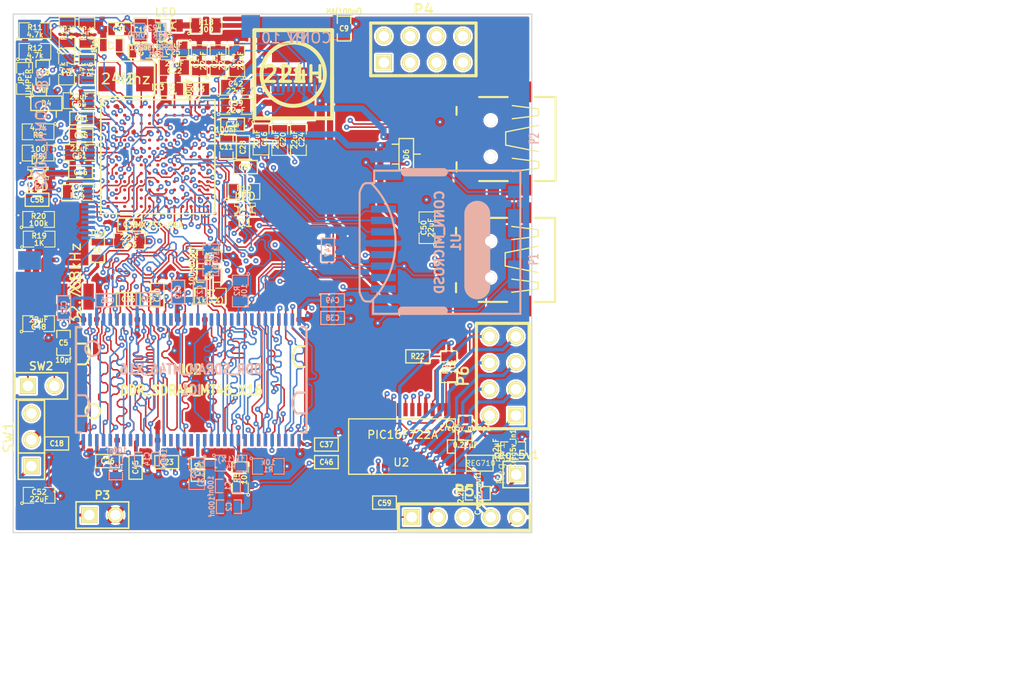
<source format=kicad_pcb>
(kicad_pcb (version 4) (host pcbnew "(2014-09-14 BZR 5135)-product")
  (layers (0 F.Cu signal) (1 Inner4.Cu power) (2 Inner3.Cu signal) (3 Inner2.Cu signal) (4 Inner1.Cu power) (31 B.Cu signal) (34 B.Paste user) (35 F.Paste user) (36 B.SilkS user) (37 F.SilkS user) (38 B.Mask user) (39 F.Mask user) (44 Edge.Cuts user))
  (net 0 "")
  (net 1 +2.5V)
  (net 2 +3.3V)
  (net 3 /Processor/SD_CLOCK)
  (net 4 /Processor/U_RX)
  (net 5 /Processor/U_TX)
  (net 6 3V3PIC)
  (net 7 5VOUT)
  (net 8 5VREG)
  (net 9 DDRA0)
  (net 10 DDRA1)
  (net 11 DDRA10)
  (net 12 DDRA11)
  (net 13 DDRA12)
  (net 14 DDRA2)
  (net 15 DDRA3)
  (net 16 DDRA4)
  (net 17 DDRA5)
  (net 18 DDRA6)
  (net 19 DDRA7)
  (net 20 DDRA8)
  (net 21 DDRA9)
  (net 22 DDR_BA0)
  (net 23 DDR_BA1)
  (net 24 DDR_CAS)
  (net 25 DDR_CE0n)
  (net 26 DDR_CE1n)
  (net 27 DDR_CKE)
  (net 28 DDR_CLK)
  (net 29 DDR_CLKn)
  (net 30 DDR_DO0)
  (net 31 DDR_DO1)
  (net 32 DDR_DO10)
  (net 33 DDR_DO11)
  (net 34 DDR_DO12)
  (net 35 DDR_DO13)
  (net 36 DDR_DO14)
  (net 37 DDR_DO15)
  (net 38 DDR_DO2)
  (net 39 DDR_DO3)
  (net 40 DDR_DO4)
  (net 41 DDR_DO5)
  (net 42 DDR_DO6)
  (net 43 DDR_DO7)
  (net 44 DDR_DO8)
  (net 45 DDR_DO9)
  (net 46 DDR_DQM0)
  (net 47 DDR_DQM1)
  (net 48 DDR_DQS0)
  (net 49 DDR_DQS1)
  (net 50 DDR_RAS)
  (net 51 DDR_WEn)
  (net 52 GND)
  (net 53 KEYBOARD_UART_RX)
  (net 54 KEYBOARD_UART_TX)
  (net 55 N-00000144)
  (net 56 N-00000165)
  (net 57 N-00000167)
  (net 58 N-00000169)
  (net 59 N-00000175)
  (net 60 N-00000176)
  (net 61 N-00000177)
  (net 62 N-00000182)
  (net 63 N-00000184)
  (net 64 N-00000185)
  (net 65 N-00000186)
  (net 66 N-00000187)
  (net 67 N-00000188)
  (net 68 N-00000190)
  (net 69 N-00000192)
  (net 70 N-00000193)
  (net 71 N-00000194)
  (net 72 N-00000195)
  (net 73 N-00000196)
  (net 74 N-00000197)
  (net 75 N-00000201)
  (net 76 N-00000205)
  (net 77 N-0000052)
  (net 78 N-0000053)
  (net 79 N-0000062)
  (net 80 N-0000063)
  (net 81 N-0000065)
  (net 82 POWER_5V_IN)
  (net 83 PSWITCH)
  (net 84 VDD4P2)
  (net 85 VDDA)
  (net 86 VDDD)
  (net 87 VDD_BATT)
  (net 88 VDD_XTAL)
  (net 89 N-0000058)
  (net 90 N-0000059)
  (net 91 N-0000055)
  (net 92 N-0000054)
  (net 93 N-0000057)
  (net 94 N-0000044)
  (net 95 N-0000045)
  (net 96 N-0000036)
  (net 97 N-0000076)
  (net 98 N-0000077)
  (net 99 N-0000078)
  (net 100 N-0000079)
  (net 101 N-0000081)
  (net 102 N-0000085)
  (net 103 N-0000086)
  (net 104 N-0000088)
  (net 105 N-0000090)
  (net 106 N-0000083)
  (net 107 N-0000067)
  (net 108 N-0000068)
  (net 109 N-0000069)
  (net 110 N-0000071)
  (net 111 N-0000072)
  (net 112 N-0000073)
  (net 113 N-0000074)
  (net 114 N-00000112)
  (net 115 N-00000104)
  (net 116 N-00000105)
  (net 117 N-00000106)
  (net 118 N-00000107)
  (net 119 N-00000108)
  (net 120 N-00000110)
  (net 121 N-00000103)
  (net 122 N-00000120)
  (net 123 N-00000100)
  (net 124 N-0000092)
  (net 125 N-0000094)
  (net 126 N-0000097)
  (net 127 N-0000098)
  (net 128 N-0000099)
  (net 129 SPI_CMD)
  (net 130 N-00000101)
  (net 131 N-00000102)
  (net 132 N-00000146)
  (net 133 N-00000147)
  (net 134 N-00000148)
  (net 135 N-00000142)
  (net 136 N-00000151)
  (net 137 N-00000149)
  (net 138 N-00000118)
  (net 139 N-00000117)
  (net 140 N-00000115)
  (net 141 N-0000096)
  (net 142 SPI_CLK)
  (net 143 N-00000206)
  (net 144 N-00000203)
  (net 145 N-00000198)
  (net 146 N-00000199)
  (net 147 N-00000200)
  (net 148 N-00000202)
  (net 149 N-00000204)
  (net 150 N-00000178)
  (net 151 N-00000180)
  (net 152 N-00000171)
  (net 153 N-00000113)
  (net 154 N-00000159)
  (net 155 LCD_D3)
  (net 156 LCD_D12)
  (net 157 LCD_D10)
  (net 158 LCD_D1)
  (net 159 LCD_D14)
  (net 160 LCD_D6)
  (net 161 LCD_D8)
  (net 162 LCD_D0)
  (net 163 LCD_D4)
  (net 164 LCD_D9)
  (net 165 LCD_RS)
  (net 166 LCD_D2)
  (net 167 LCD_D13)
  (net 168 LCD_D11)
  (net 169 LCD_WR)
  (net 170 N-0000084)
  (net 171 N-0000070)
  (net 172 LCD_CS)
  (net 173 LCD_RD)
  (net 174 N-00000157)
  (net 175 SHARP_PWM)
  (net 176 LCD_RST)
  (net 177 LCD_D7)
  (net 178 LCD_D5)
  (net 179 LCD_D15)
  (net 180 N-0000075)
  (net 181 N-00000173)
  (net 182 N-00000183)
  (net 183 N-00000210)
  (net 184 N-00000211)
  (net 185 N-00000208)
  (net 186 N-0000061)
  (net 187 N-0000051)
  (net 188 N-00000160)
  (net 189 N-00000111)
  (net 190 N-00000174)
  (net 191 N-0000041)
  (net 192 N-0000029)
  (net 193 N-000007)
  (net 194 N-0000028)
  (net 195 N-00000116)
  (net 196 N-00000170)
  (net 197 N-0000082)
  (net 198 N-0000095)
  (net 199 N-0000091)
  (net 200 N-00000166)
  (net 201 N-00000155)
  (net 202 N-00000140)
  (net 203 N-00000141)
  (net 204 N-00000163)
  (net 205 N-00000145)
  (net 206 N-0000066)
  (net 207 N-00000191)
  (net 208 N-00000181)
  (net 209 N-00000209)
  (module TSOP66_JEDEC_DDR_SDRAM (layer F.Cu) (at 30.175 48.275)
    (fp_text reference IC2 (at 0 -1.00076) (layer F.SilkS) (effects (font (size 0.9144 0.8128) (thickness 0.2032))))
    (fp_text value DDR_SDRAM_MT46_X16 (at 0 1.00076) (layer F.SilkS) (effects (font (size 0.9144 0.8128) (thickness 0.2032))))
    (pad 1 smd rect (at -10.40384 5.8166) (size 0.32004 1.1684) (layers F.Cu F.Paste F.Mask) (net 1 +2.5V))
    (pad 66 smd rect (at -10.40384 -5.8166) (size 0.32004 1.1684) (layers F.Cu F.Paste F.Mask) (net 52 GND))
    (pad 2 smd rect (at -9.7536 5.8166) (size 0.32004 1.1684) (layers F.Cu F.Paste F.Mask) (net 30 DDR_DO0))
    (pad 65 smd rect (at -9.7536 -5.8166) (size 0.32004 1.1684) (layers F.Cu F.Paste F.Mask) (net 37 DDR_DO15))
    (pad 3 smd rect (at -9.10336 5.8166) (size 0.32004 1.1684) (layers F.Cu F.Paste F.Mask) (net 1 +2.5V))
    (pad 64 smd rect (at -9.10336 -5.8166) (size 0.32004 1.1684) (layers F.Cu F.Paste F.Mask) (net 52 GND))
    (pad 4 smd rect (at -8.45312 5.8166) (size 0.32004 1.1684) (layers F.Cu F.Paste F.Mask) (net 31 DDR_DO1))
    (pad 63 smd rect (at -8.45312 -5.8166) (size 0.32004 1.1684) (layers F.Cu F.Paste F.Mask) (net 36 DDR_DO14))
    (pad 5 smd rect (at -7.80288 5.8166) (size 0.32004 1.1684) (layers F.Cu F.Paste F.Mask) (net 38 DDR_DO2))
    (pad 62 smd rect (at -7.80288 -5.8166) (size 0.32004 1.1684) (layers F.Cu F.Paste F.Mask) (net 35 DDR_DO13))
    (pad 6 smd rect (at -7.15264 5.8166) (size 0.32004 1.1684) (layers F.Cu F.Paste F.Mask) (net 52 GND))
    (pad 61 smd rect (at -7.15264 -5.8166) (size 0.32004 1.1684) (layers F.Cu F.Paste F.Mask) (net 1 +2.5V))
    (pad 7 smd rect (at -6.5024 5.8166) (size 0.32004 1.1684) (layers F.Cu F.Paste F.Mask) (net 39 DDR_DO3))
    (pad 60 smd rect (at -6.5024 -5.8166) (size 0.32004 1.1684) (layers F.Cu F.Paste F.Mask) (net 34 DDR_DO12))
    (pad 8 smd rect (at -5.85216 5.8166) (size 0.32004 1.1684) (layers F.Cu F.Paste F.Mask) (net 40 DDR_DO4))
    (pad 59 smd rect (at -5.85216 -5.8166) (size 0.32004 1.1684) (layers F.Cu F.Paste F.Mask) (net 33 DDR_DO11))
    (pad 9 smd rect (at -5.20192 5.8166) (size 0.32004 1.1684) (layers F.Cu F.Paste F.Mask) (net 1 +2.5V))
    (pad 58 smd rect (at -5.20192 -5.8166) (size 0.32004 1.1684) (layers F.Cu F.Paste F.Mask) (net 52 GND))
    (pad 10 smd rect (at -4.55168 5.8166) (size 0.32004 1.1684) (layers F.Cu F.Paste F.Mask) (net 41 DDR_DO5))
    (pad 57 smd rect (at -4.55168 -5.8166) (size 0.32004 1.1684) (layers F.Cu F.Paste F.Mask) (net 32 DDR_DO10))
    (pad 11 smd rect (at -3.90144 5.8166) (size 0.32004 1.1684) (layers F.Cu F.Paste F.Mask) (net 42 DDR_DO6))
    (pad 56 smd rect (at -3.90144 -5.8166) (size 0.32004 1.1684) (layers F.Cu F.Paste F.Mask) (net 45 DDR_DO9))
    (pad 12 smd rect (at -3.2512 5.8166) (size 0.32004 1.1684) (layers F.Cu F.Paste F.Mask) (net 52 GND))
    (pad 55 smd rect (at -3.2512 -5.8166) (size 0.32004 1.1684) (layers F.Cu F.Paste F.Mask) (net 1 +2.5V))
    (pad 13 smd rect (at -2.60096 5.8166) (size 0.32004 1.1684) (layers F.Cu F.Paste F.Mask) (net 43 DDR_DO7))
    (pad 54 smd rect (at -2.60096 -5.8166) (size 0.32004 1.1684) (layers F.Cu F.Paste F.Mask) (net 44 DDR_DO8))
    (pad 14 smd rect (at -1.95072 5.8166) (size 0.32004 1.1684) (layers F.Cu F.Paste F.Mask) (net 191 N-0000041))
    (pad 53 smd rect (at -1.95072 -5.8166) (size 0.32004 1.1684) (layers F.Cu F.Paste F.Mask) (net 95 N-0000045))
    (pad 15 smd rect (at -1.30048 5.8166) (size 0.32004 1.1684) (layers F.Cu F.Paste F.Mask) (net 1 +2.5V))
    (pad 52 smd rect (at -1.30048 -5.8166) (size 0.32004 1.1684) (layers F.Cu F.Paste F.Mask) (net 52 GND))
    (pad 16 smd rect (at -0.65024 5.8166) (size 0.32004 1.1684) (layers F.Cu F.Paste F.Mask) (net 48 DDR_DQS0))
    (pad 51 smd rect (at -0.65024 -5.8166) (size 0.32004 1.1684) (layers F.Cu F.Paste F.Mask) (net 49 DDR_DQS1))
    (pad 17 smd rect (at 0 5.8166) (size 0.32004 1.1684) (layers F.Cu F.Paste F.Mask) (net 96 N-0000036))
    (pad 50 smd rect (at 0 -5.8166) (size 0.32004 1.1684) (layers F.Cu F.Paste F.Mask) (net 192 N-0000029))
    (pad 18 smd rect (at 0.65024 5.8166) (size 0.32004 1.1684) (layers F.Cu F.Paste F.Mask) (net 1 +2.5V))
    (pad 49 smd rect (at 0.65024 -5.8166) (size 0.32004 1.1684) (layers F.Cu F.Paste F.Mask) (net 187 N-0000051))
    (pad 19 smd rect (at 1.30048 5.8166) (size 0.32004 1.1684) (layers F.Cu F.Paste F.Mask) (net 193 N-000007))
    (pad 48 smd rect (at 1.30048 -5.8166) (size 0.32004 1.1684) (layers F.Cu F.Paste F.Mask) (net 52 GND))
    (pad 20 smd rect (at 1.95072 5.8166) (size 0.32004 1.1684) (layers F.Cu F.Paste F.Mask) (net 46 DDR_DQM0))
    (pad 47 smd rect (at 1.95072 -5.8166) (size 0.32004 1.1684) (layers F.Cu F.Paste F.Mask) (net 47 DDR_DQM1))
    (pad 21 smd rect (at 2.60096 5.8166) (size 0.32004 1.1684) (layers F.Cu F.Paste F.Mask) (net 51 DDR_WEn))
    (pad 46 smd rect (at 2.60096 -5.8166) (size 0.32004 1.1684) (layers F.Cu F.Paste F.Mask) (net 29 DDR_CLKn))
    (pad 22 smd rect (at 3.2512 5.8166) (size 0.32004 1.1684) (layers F.Cu F.Paste F.Mask) (net 24 DDR_CAS))
    (pad 45 smd rect (at 3.2512 -5.8166) (size 0.32004 1.1684) (layers F.Cu F.Paste F.Mask) (net 28 DDR_CLK))
    (pad 23 smd rect (at 3.90144 5.8166) (size 0.32004 1.1684) (layers F.Cu F.Paste F.Mask) (net 50 DDR_RAS))
    (pad 44 smd rect (at 3.90144 -5.8166) (size 0.32004 1.1684) (layers F.Cu F.Paste F.Mask) (net 27 DDR_CKE))
    (pad 24 smd rect (at 4.55168 5.8166) (size 0.32004 1.1684) (layers F.Cu F.Paste F.Mask) (net 25 DDR_CE0n))
    (pad 43 smd rect (at 4.55168 -5.8166) (size 0.32004 1.1684) (layers F.Cu F.Paste F.Mask) (net 194 N-0000028))
    (pad 25 smd rect (at 5.20192 5.8166) (size 0.32004 1.1684) (layers F.Cu F.Paste F.Mask) (net 94 N-0000044))
    (pad 42 smd rect (at 5.20192 -5.8166) (size 0.32004 1.1684) (layers F.Cu F.Paste F.Mask) (net 13 DDRA12))
    (pad 26 smd rect (at 5.85216 5.8166) (size 0.32004 1.1684) (layers F.Cu F.Paste F.Mask) (net 22 DDR_BA0))
    (pad 41 smd rect (at 5.85216 -5.8166) (size 0.32004 1.1684) (layers F.Cu F.Paste F.Mask) (net 12 DDRA11))
    (pad 27 smd rect (at 6.5024 5.8166) (size 0.32004 1.1684) (layers F.Cu F.Paste F.Mask) (net 23 DDR_BA1))
    (pad 40 smd rect (at 6.5024 -5.8166) (size 0.32004 1.1684) (layers F.Cu F.Paste F.Mask) (net 21 DDRA9))
    (pad 28 smd rect (at 7.15264 5.8166) (size 0.32004 1.1684) (layers F.Cu F.Paste F.Mask) (net 11 DDRA10))
    (pad 39 smd rect (at 7.15264 -5.8166) (size 0.32004 1.1684) (layers F.Cu F.Paste F.Mask) (net 20 DDRA8))
    (pad 29 smd rect (at 7.80288 5.8166) (size 0.32004 1.1684) (layers F.Cu F.Paste F.Mask) (net 9 DDRA0))
    (pad 38 smd rect (at 7.80288 -5.8166) (size 0.32004 1.1684) (layers F.Cu F.Paste F.Mask) (net 19 DDRA7))
    (pad 30 smd rect (at 8.45312 5.8166) (size 0.32004 1.1684) (layers F.Cu F.Paste F.Mask) (net 10 DDRA1))
    (pad 37 smd rect (at 8.45312 -5.8166) (size 0.32004 1.1684) (layers F.Cu F.Paste F.Mask) (net 18 DDRA6))
    (pad 31 smd rect (at 9.10336 5.8166) (size 0.32004 1.1684) (layers F.Cu F.Paste F.Mask) (net 14 DDRA2))
    (pad 36 smd rect (at 9.10336 -5.8166) (size 0.32004 1.1684) (layers F.Cu F.Paste F.Mask) (net 17 DDRA5))
    (pad 32 smd rect (at 9.7536 5.8166) (size 0.32004 1.1684) (layers F.Cu F.Paste F.Mask) (net 15 DDRA3))
    (pad 35 smd rect (at 9.7536 -5.8166) (size 0.32004 1.1684) (layers F.Cu F.Paste F.Mask) (net 16 DDRA4))
    (pad 33 smd rect (at 10.40384 5.8166) (size 0.32004 1.1684) (layers F.Cu F.Paste F.Mask) (net 1 +2.5V))
    (pad 34 smd rect (at 10.40384 -5.8166) (size 0.32004 1.1684) (layers F.Cu F.Paste F.Mask) (net 52 GND))
  )
  (module TSOP66_JEDEC_DDR_SDRAM (layer B.Cu) (at 30.15 48.25)
    (fp_text reference IC1 (at 0 1.00076) (layer B.SilkS) (effects (font (size 0.9144 0.8128) (thickness 0.2032)) (justify mirror)))
    (fp_text value DDR_SDRAM_MT46_X16 (at 0 -1.00076) (layer B.SilkS) (effects (font (size 0.9144 0.8128) (thickness 0.2032)) (justify mirror)))
    (pad 1 smd rect (at -10.40384 -5.8166) (size 0.32004 1.1684) (layers B.Cu B.Paste B.Mask) (net 1 +2.5V))
    (pad 66 smd rect (at -10.40384 5.8166) (size 0.32004 1.1684) (layers B.Cu B.Paste B.Mask) (net 52 GND))
    (pad 2 smd rect (at -9.7536 -5.8166) (size 0.32004 1.1684) (layers B.Cu B.Paste B.Mask) (net 30 DDR_DO0))
    (pad 65 smd rect (at -9.7536 5.8166) (size 0.32004 1.1684) (layers B.Cu B.Paste B.Mask) (net 37 DDR_DO15))
    (pad 3 smd rect (at -9.10336 -5.8166) (size 0.32004 1.1684) (layers B.Cu B.Paste B.Mask) (net 1 +2.5V))
    (pad 64 smd rect (at -9.10336 5.8166) (size 0.32004 1.1684) (layers B.Cu B.Paste B.Mask) (net 52 GND))
    (pad 4 smd rect (at -8.45312 -5.8166) (size 0.32004 1.1684) (layers B.Cu B.Paste B.Mask) (net 31 DDR_DO1))
    (pad 63 smd rect (at -8.45312 5.8166) (size 0.32004 1.1684) (layers B.Cu B.Paste B.Mask) (net 36 DDR_DO14))
    (pad 5 smd rect (at -7.80288 -5.8166) (size 0.32004 1.1684) (layers B.Cu B.Paste B.Mask) (net 38 DDR_DO2))
    (pad 62 smd rect (at -7.80288 5.8166) (size 0.32004 1.1684) (layers B.Cu B.Paste B.Mask) (net 35 DDR_DO13))
    (pad 6 smd rect (at -7.15264 -5.8166) (size 0.32004 1.1684) (layers B.Cu B.Paste B.Mask) (net 52 GND))
    (pad 61 smd rect (at -7.15264 5.8166) (size 0.32004 1.1684) (layers B.Cu B.Paste B.Mask) (net 1 +2.5V))
    (pad 7 smd rect (at -6.5024 -5.8166) (size 0.32004 1.1684) (layers B.Cu B.Paste B.Mask) (net 39 DDR_DO3))
    (pad 60 smd rect (at -6.5024 5.8166) (size 0.32004 1.1684) (layers B.Cu B.Paste B.Mask) (net 34 DDR_DO12))
    (pad 8 smd rect (at -5.85216 -5.8166) (size 0.32004 1.1684) (layers B.Cu B.Paste B.Mask) (net 40 DDR_DO4))
    (pad 59 smd rect (at -5.85216 5.8166) (size 0.32004 1.1684) (layers B.Cu B.Paste B.Mask) (net 33 DDR_DO11))
    (pad 9 smd rect (at -5.20192 -5.8166) (size 0.32004 1.1684) (layers B.Cu B.Paste B.Mask) (net 1 +2.5V))
    (pad 58 smd rect (at -5.20192 5.8166) (size 0.32004 1.1684) (layers B.Cu B.Paste B.Mask) (net 52 GND))
    (pad 10 smd rect (at -4.55168 -5.8166) (size 0.32004 1.1684) (layers B.Cu B.Paste B.Mask) (net 41 DDR_DO5))
    (pad 57 smd rect (at -4.55168 5.8166) (size 0.32004 1.1684) (layers B.Cu B.Paste B.Mask) (net 32 DDR_DO10))
    (pad 11 smd rect (at -3.90144 -5.8166) (size 0.32004 1.1684) (layers B.Cu B.Paste B.Mask) (net 42 DDR_DO6))
    (pad 56 smd rect (at -3.90144 5.8166) (size 0.32004 1.1684) (layers B.Cu B.Paste B.Mask) (net 45 DDR_DO9))
    (pad 12 smd rect (at -3.2512 -5.8166) (size 0.32004 1.1684) (layers B.Cu B.Paste B.Mask) (net 52 GND))
    (pad 55 smd rect (at -3.2512 5.8166) (size 0.32004 1.1684) (layers B.Cu B.Paste B.Mask) (net 1 +2.5V))
    (pad 13 smd rect (at -2.60096 -5.8166) (size 0.32004 1.1684) (layers B.Cu B.Paste B.Mask) (net 43 DDR_DO7))
    (pad 54 smd rect (at -2.60096 5.8166) (size 0.32004 1.1684) (layers B.Cu B.Paste B.Mask) (net 44 DDR_DO8))
    (pad 14 smd rect (at -1.95072 -5.8166) (size 0.32004 1.1684) (layers B.Cu B.Paste B.Mask) (net 93 N-0000057))
    (pad 53 smd rect (at -1.95072 5.8166) (size 0.32004 1.1684) (layers B.Cu B.Paste B.Mask) (net 89 N-0000058))
    (pad 15 smd rect (at -1.30048 -5.8166) (size 0.32004 1.1684) (layers B.Cu B.Paste B.Mask) (net 1 +2.5V))
    (pad 52 smd rect (at -1.30048 5.8166) (size 0.32004 1.1684) (layers B.Cu B.Paste B.Mask) (net 52 GND))
    (pad 16 smd rect (at -0.65024 -5.8166) (size 0.32004 1.1684) (layers B.Cu B.Paste B.Mask) (net 48 DDR_DQS0))
    (pad 51 smd rect (at -0.65024 5.8166) (size 0.32004 1.1684) (layers B.Cu B.Paste B.Mask) (net 49 DDR_DQS1))
    (pad 17 smd rect (at 0 -5.8166) (size 0.32004 1.1684) (layers B.Cu B.Paste B.Mask) (net 91 N-0000055))
    (pad 50 smd rect (at 0 5.8166) (size 0.32004 1.1684) (layers B.Cu B.Paste B.Mask) (net 78 N-0000053))
    (pad 18 smd rect (at 0.65024 -5.8166) (size 0.32004 1.1684) (layers B.Cu B.Paste B.Mask) (net 1 +2.5V))
    (pad 49 smd rect (at 0.65024 5.8166) (size 0.32004 1.1684) (layers B.Cu B.Paste B.Mask) (net 186 N-0000061))
    (pad 19 smd rect (at 1.30048 -5.8166) (size 0.32004 1.1684) (layers B.Cu B.Paste B.Mask) (net 77 N-0000052))
    (pad 48 smd rect (at 1.30048 5.8166) (size 0.32004 1.1684) (layers B.Cu B.Paste B.Mask) (net 52 GND))
    (pad 20 smd rect (at 1.95072 -5.8166) (size 0.32004 1.1684) (layers B.Cu B.Paste B.Mask) (net 46 DDR_DQM0))
    (pad 47 smd rect (at 1.95072 5.8166) (size 0.32004 1.1684) (layers B.Cu B.Paste B.Mask) (net 47 DDR_DQM1))
    (pad 21 smd rect (at 2.60096 -5.8166) (size 0.32004 1.1684) (layers B.Cu B.Paste B.Mask) (net 51 DDR_WEn))
    (pad 46 smd rect (at 2.60096 5.8166) (size 0.32004 1.1684) (layers B.Cu B.Paste B.Mask) (net 29 DDR_CLKn))
    (pad 22 smd rect (at 3.2512 -5.8166) (size 0.32004 1.1684) (layers B.Cu B.Paste B.Mask) (net 24 DDR_CAS))
    (pad 45 smd rect (at 3.2512 5.8166) (size 0.32004 1.1684) (layers B.Cu B.Paste B.Mask) (net 28 DDR_CLK))
    (pad 23 smd rect (at 3.90144 -5.8166) (size 0.32004 1.1684) (layers B.Cu B.Paste B.Mask) (net 50 DDR_RAS))
    (pad 44 smd rect (at 3.90144 5.8166) (size 0.32004 1.1684) (layers B.Cu B.Paste B.Mask) (net 27 DDR_CKE))
    (pad 24 smd rect (at 4.55168 -5.8166) (size 0.32004 1.1684) (layers B.Cu B.Paste B.Mask) (net 26 DDR_CE1n))
    (pad 43 smd rect (at 4.55168 5.8166) (size 0.32004 1.1684) (layers B.Cu B.Paste B.Mask) (net 90 N-0000059))
    (pad 25 smd rect (at 5.20192 -5.8166) (size 0.32004 1.1684) (layers B.Cu B.Paste B.Mask) (net 92 N-0000054))
    (pad 42 smd rect (at 5.20192 5.8166) (size 0.32004 1.1684) (layers B.Cu B.Paste B.Mask) (net 13 DDRA12))
    (pad 26 smd rect (at 5.85216 -5.8166) (size 0.32004 1.1684) (layers B.Cu B.Paste B.Mask) (net 22 DDR_BA0))
    (pad 41 smd rect (at 5.85216 5.8166) (size 0.32004 1.1684) (layers B.Cu B.Paste B.Mask) (net 12 DDRA11))
    (pad 27 smd rect (at 6.5024 -5.8166) (size 0.32004 1.1684) (layers B.Cu B.Paste B.Mask) (net 23 DDR_BA1))
    (pad 40 smd rect (at 6.5024 5.8166) (size 0.32004 1.1684) (layers B.Cu B.Paste B.Mask) (net 21 DDRA9))
    (pad 28 smd rect (at 7.15264 -5.8166) (size 0.32004 1.1684) (layers B.Cu B.Paste B.Mask) (net 11 DDRA10))
    (pad 39 smd rect (at 7.15264 5.8166) (size 0.32004 1.1684) (layers B.Cu B.Paste B.Mask) (net 20 DDRA8))
    (pad 29 smd rect (at 7.80288 -5.8166) (size 0.32004 1.1684) (layers B.Cu B.Paste B.Mask) (net 9 DDRA0))
    (pad 38 smd rect (at 7.80288 5.8166) (size 0.32004 1.1684) (layers B.Cu B.Paste B.Mask) (net 19 DDRA7))
    (pad 30 smd rect (at 8.45312 -5.8166) (size 0.32004 1.1684) (layers B.Cu B.Paste B.Mask) (net 10 DDRA1))
    (pad 37 smd rect (at 8.45312 5.8166) (size 0.32004 1.1684) (layers B.Cu B.Paste B.Mask) (net 18 DDRA6))
    (pad 31 smd rect (at 9.10336 -5.8166) (size 0.32004 1.1684) (layers B.Cu B.Paste B.Mask) (net 14 DDRA2))
    (pad 36 smd rect (at 9.10336 5.8166) (size 0.32004 1.1684) (layers B.Cu B.Paste B.Mask) (net 17 DDRA5))
    (pad 32 smd rect (at 9.7536 -5.8166) (size 0.32004 1.1684) (layers B.Cu B.Paste B.Mask) (net 15 DDRA3))
    (pad 35 smd rect (at 9.7536 5.8166) (size 0.32004 1.1684) (layers B.Cu B.Paste B.Mask) (net 16 DDRA4))
    (pad 33 smd rect (at 10.40384 -5.8166) (size 0.32004 1.1684) (layers B.Cu B.Paste B.Mask) (net 1 +2.5V))
    (pad 34 smd rect (at 10.40384 5.8166) (size 0.32004 1.1684) (layers B.Cu B.Paste B.Mask) (net 52 GND))
  )
  (module SM0805 (layer F.Cu) (at 15.1 14.6)
    (fp_text reference R11 (at 0 -0.3175) (layer F.SilkS) (effects (font (size 0.50038 0.50038) (thickness 0.10922))))
    (fp_text value 4.7k (at 0 0.381) (layer F.SilkS) (effects (font (size 0.50038 0.50038) (thickness 0.10922))))
    (pad 1 smd rect (at -0.9525 0) (size 0.889 1.397) (layers F.Cu F.Paste F.Mask) (net 122 N-00000120))
    (pad 2 smd rect (at 0.9525 0) (size 0.889 1.397) (layers F.Cu F.Paste F.Mask) (net 162 LCD_D0))
  )
  (module SM0805 (layer F.Cu) (at 36.9 25.05 270)
    (fp_text reference C16 (at 0 -0.3175 270) (layer F.SilkS) (effects (font (size 0.50038 0.50038) (thickness 0.10922))))
    (fp_text value 22uF (at 0 0.381 270) (layer F.SilkS) (effects (font (size 0.50038 0.50038) (thickness 0.10922))))
    (pad 1 smd rect (at -0.9525 0 270) (size 0.889 1.397) (layers F.Cu F.Paste F.Mask) (net 86 VDDD))
    (pad 2 smd rect (at 0.9525 0 270) (size 0.889 1.397) (layers F.Cu F.Paste F.Mask) (net 52 GND))
  )
  (module SM0805 (layer F.Cu) (at 32.75 17.5 90)
    (fp_text reference C21 (at 0 -0.3175 90) (layer F.SilkS) (effects (font (size 0.50038 0.50038) (thickness 0.10922))))
    (fp_text value 22uF (at 0 0.381 90) (layer F.SilkS) (effects (font (size 0.50038 0.50038) (thickness 0.10922))))
    (pad 1 smd rect (at -0.9525 0 90) (size 0.889 1.397) (layers F.Cu F.Paste F.Mask) (net 85 VDDA))
    (pad 2 smd rect (at 0.9525 0 90) (size 0.889 1.397) (layers F.Cu F.Paste F.Mask) (net 52 GND))
  )
  (module SM0805 (layer F.Cu) (at 30.95 17.5 90)
    (fp_text reference C17 (at 0 -0.3175 90) (layer F.SilkS) (effects (font (size 0.50038 0.50038) (thickness 0.10922))))
    (fp_text value 22uF (at 0 0.381 90) (layer F.SilkS) (effects (font (size 0.50038 0.50038) (thickness 0.10922))))
    (pad 1 smd rect (at -0.9525 0 90) (size 0.889 1.397) (layers F.Cu F.Paste F.Mask) (net 85 VDDA))
    (pad 2 smd rect (at 0.9525 0 90) (size 0.889 1.397) (layers F.Cu F.Paste F.Mask) (net 52 GND))
  )
  (module SM0805 (layer F.Cu) (at 19.4 26.35 180)
    (fp_text reference C51 (at 0 -0.3175 180) (layer F.SilkS) (effects (font (size 0.50038 0.50038) (thickness 0.10922))))
    (fp_text value 22uF (at 0 0.381 180) (layer F.SilkS) (effects (font (size 0.50038 0.50038) (thickness 0.10922))))
    (pad 1 smd rect (at -0.9525 0 180) (size 0.889 1.397) (layers F.Cu F.Paste F.Mask) (net 2 +3.3V))
    (pad 2 smd rect (at 0.9525 0 180) (size 0.889 1.397) (layers F.Cu F.Paste F.Mask) (net 52 GND))
  )
  (module SM0805 (layer F.Cu) (at 15.4 26.4 180)
    (fp_text reference R8 (at 0 -0.3175 180) (layer F.SilkS) (effects (font (size 0.50038 0.50038) (thickness 0.10922))))
    (fp_text value 100 (at 0 0.381 180) (layer F.SilkS) (effects (font (size 0.50038 0.50038) (thickness 0.10922))))
    (pad 1 smd rect (at -0.9525 0 180) (size 0.889 1.397) (layers F.Cu F.Paste F.Mask) (net 5 /Processor/U_TX))
    (pad 2 smd rect (at 0.9525 0 180) (size 0.889 1.397) (layers F.Cu F.Paste F.Mask) (net 119 N-00000108))
  )
  (module SM0805 (layer F.Cu) (at 40.5 25.1 270)
    (fp_text reference C24 (at 0 -0.3175 270) (layer F.SilkS) (effects (font (size 0.50038 0.50038) (thickness 0.10922))))
    (fp_text value 22uF (at 0 0.381 270) (layer F.SilkS) (effects (font (size 0.50038 0.50038) (thickness 0.10922))))
    (pad 1 smd rect (at -0.9525 0 270) (size 0.889 1.397) (layers F.Cu F.Paste F.Mask) (net 86 VDDD))
    (pad 2 smd rect (at 0.9525 0 270) (size 0.889 1.397) (layers F.Cu F.Paste F.Mask) (net 52 GND))
  )
  (module SM0805 (layer F.Cu) (at 15.4 24.35 180)
    (fp_text reference R9 (at 0 -0.3175 180) (layer F.SilkS) (effects (font (size 0.50038 0.50038) (thickness 0.10922))))
    (fp_text value 4.7k (at 0 0.381 180) (layer F.SilkS) (effects (font (size 0.50038 0.50038) (thickness 0.10922))))
    (pad 1 smd rect (at -0.9525 0 180) (size 0.889 1.397) (layers F.Cu F.Paste F.Mask) (net 4 /Processor/U_RX))
    (pad 2 smd rect (at 0.9525 0 180) (size 0.889 1.397) (layers F.Cu F.Paste F.Mask) (net 2 +3.3V))
  )
  (module SM0805 (layer F.Cu) (at 19.2 30.2 180)
    (fp_text reference R14 (at 0 -0.3175 180) (layer F.SilkS) (effects (font (size 0.50038 0.50038) (thickness 0.10922))))
    (fp_text value 47k (at 0 0.381 180) (layer F.SilkS) (effects (font (size 0.50038 0.50038) (thickness 0.10922))))
    (pad 1 smd rect (at -0.9525 0 180) (size 0.889 1.397) (layers F.Cu F.Paste F.Mask) (net 165 LCD_RS))
    (pad 2 smd rect (at 0.9525 0 180) (size 0.889 1.397) (layers F.Cu F.Paste F.Mask) (net 2 +3.3V))
  )
  (module SM0805 (layer F.Cu) (at 34.55 17.5 90)
    (fp_text reference C44 (at 0 -0.3175 90) (layer F.SilkS) (effects (font (size 0.50038 0.50038) (thickness 0.10922))))
    (fp_text value 22uF (at 0 0.381 90) (layer F.SilkS) (effects (font (size 0.50038 0.50038) (thickness 0.10922))))
    (pad 1 smd rect (at -0.9525 0 90) (size 0.889 1.397) (layers F.Cu F.Paste F.Mask) (net 2 +3.3V))
    (pad 2 smd rect (at 0.9525 0 90) (size 0.889 1.397) (layers F.Cu F.Paste F.Mask) (net 52 GND))
  )
  (module SM0805 (layer F.Cu) (at 35.25 30.1)
    (fp_text reference R10 (at 0 -0.3175) (layer F.SilkS) (effects (font (size 0.50038 0.50038) (thickness 0.10922))))
    (fp_text value 100 (at 0 0.381) (layer F.SilkS) (effects (font (size 0.50038 0.50038) (thickness 0.10922))))
    (pad 1 smd rect (at -0.9525 0) (size 0.889 1.397) (layers F.Cu F.Paste F.Mask) (net 134 N-00000148))
    (pad 2 smd rect (at 0.9525 0) (size 0.889 1.397) (layers F.Cu F.Paste F.Mask) (net 174 N-00000157))
  )
  (module SM0805 (layer F.Cu) (at 15.1 16.6)
    (fp_text reference R12 (at 0 -0.3175) (layer F.SilkS) (effects (font (size 0.50038 0.50038) (thickness 0.10922))))
    (fp_text value 4.7k (at 0 0.381) (layer F.SilkS) (effects (font (size 0.50038 0.50038) (thickness 0.10922))))
    (pad 1 smd rect (at -0.9525 0) (size 0.889 1.397) (layers F.Cu F.Paste F.Mask) (net 122 N-00000120))
    (pad 2 smd rect (at 0.9525 0) (size 0.889 1.397) (layers F.Cu F.Paste F.Mask) (net 155 LCD_D3))
  )
  (module SM0805 (layer F.Cu) (at 18.2 14.8 90)
    (fp_text reference R13 (at 0 -0.3175 90) (layer F.SilkS) (effects (font (size 0.50038 0.50038) (thickness 0.10922))))
    (fp_text value 47k (at 0 0.381 90) (layer F.SilkS) (effects (font (size 0.50038 0.50038) (thickness 0.10922))))
    (pad 1 smd rect (at -0.9525 0 90) (size 0.889 1.397) (layers F.Cu F.Paste F.Mask) (net 162 LCD_D0))
    (pad 2 smd rect (at 0.9525 0 90) (size 0.889 1.397) (layers F.Cu F.Paste F.Mask) (net 52 GND))
  )
  (module SM0805 (layer F.Cu) (at 20.1 14.85 90)
    (fp_text reference R15 (at 0 -0.3175 90) (layer F.SilkS) (effects (font (size 0.50038 0.50038) (thickness 0.10922))))
    (fp_text value 47k (at 0 0.381 90) (layer F.SilkS) (effects (font (size 0.50038 0.50038) (thickness 0.10922))))
    (pad 1 smd rect (at -0.9525 0 90) (size 0.889 1.397) (layers F.Cu F.Paste F.Mask) (net 158 LCD_D1))
    (pad 2 smd rect (at 0.9525 0 90) (size 0.889 1.397) (layers F.Cu F.Paste F.Mask) (net 52 GND))
  )
  (module SM0805 (layer F.Cu) (at 20.1 18.35 270)
    (fp_text reference R16 (at 0 -0.3175 270) (layer F.SilkS) (effects (font (size 0.50038 0.50038) (thickness 0.10922))))
    (fp_text value 47k (at 0 0.381 270) (layer F.SilkS) (effects (font (size 0.50038 0.50038) (thickness 0.10922))))
    (pad 1 smd rect (at -0.9525 0 270) (size 0.889 1.397) (layers F.Cu F.Paste F.Mask) (net 166 LCD_D2))
    (pad 2 smd rect (at 0.9525 0 270) (size 0.889 1.397) (layers F.Cu F.Paste F.Mask) (net 52 GND))
  )
  (module SM0805 (layer F.Cu) (at 18.15 18.3 270)
    (fp_text reference R17 (at 0 -0.3175 270) (layer F.SilkS) (effects (font (size 0.50038 0.50038) (thickness 0.10922))))
    (fp_text value 47k (at 0 0.381 270) (layer F.SilkS) (effects (font (size 0.50038 0.50038) (thickness 0.10922))))
    (pad 1 smd rect (at -0.9525 0 270) (size 0.889 1.397) (layers F.Cu F.Paste F.Mask) (net 155 LCD_D3))
    (pad 2 smd rect (at 0.9525 0 270) (size 0.889 1.397) (layers F.Cu F.Paste F.Mask) (net 52 GND))
  )
  (module SM0805 (layer F.Cu) (at 31.6 14.1)
    (fp_text reference R18 (at 0 -0.3175) (layer F.SilkS) (effects (font (size 0.50038 0.50038) (thickness 0.10922))))
    (fp_text value 100 (at 0 0.381) (layer F.SilkS) (effects (font (size 0.50038 0.50038) (thickness 0.10922))))
    (pad 1 smd rect (at -0.9525 0) (size 0.889 1.397) (layers F.Cu F.Paste F.Mask) (net 59 N-00000175))
    (pad 2 smd rect (at 0.9525 0) (size 0.889 1.397) (layers F.Cu F.Paste F.Mask) (net 2 +3.3V))
  )
  (module SM0805 (layer F.Cu) (at 15.45 32.8)
    (fp_text reference R20 (at 0 -0.3175) (layer F.SilkS) (effects (font (size 0.50038 0.50038) (thickness 0.10922))))
    (fp_text value 100k (at 0 0.381) (layer F.SilkS) (effects (font (size 0.50038 0.50038) (thickness 0.10922))))
    (pad 1 smd rect (at -0.9525 0) (size 0.889 1.397) (layers F.Cu F.Paste F.Mask) (net 60 N-00000176))
    (pad 2 smd rect (at 0.9525 0) (size 0.889 1.397) (layers F.Cu F.Paste F.Mask) (net 52 GND))
  )
  (module SM0805 (layer F.Cu) (at 15.5 34.7)
    (fp_text reference R19 (at 0 -0.3175) (layer F.SilkS) (effects (font (size 0.50038 0.50038) (thickness 0.10922))))
    (fp_text value 1K (at 0 0.381) (layer F.SilkS) (effects (font (size 0.50038 0.50038) (thickness 0.10922))))
    (pad 1 smd rect (at -0.9525 0) (size 0.889 1.397) (layers F.Cu F.Paste F.Mask) (net 60 N-00000176))
    (pad 2 smd rect (at 0.9525 0) (size 0.889 1.397) (layers F.Cu F.Paste F.Mask) (net 83 PSWITCH))
  )
  (module SM0805 (layer F.Cu) (at 19.35 21.35 180)
    (fp_text reference C54 (at 0 -0.3175 180) (layer F.SilkS) (effects (font (size 0.50038 0.50038) (thickness 0.10922))))
    (fp_text value 22uF (at 0 0.381 180) (layer F.SilkS) (effects (font (size 0.50038 0.50038) (thickness 0.10922))))
    (pad 1 smd rect (at -0.9525 0 180) (size 0.889 1.397) (layers F.Cu F.Paste F.Mask) (net 87 VDD_BATT))
    (pad 2 smd rect (at 0.9525 0 180) (size 0.889 1.397) (layers F.Cu F.Paste F.Mask) (net 52 GND))
  )
  (module SM0805 (layer B.Cu) (at 34 56.3)
    (fp_text reference R4 (at 0 0.3175) (layer B.SilkS) (effects (font (size 0.50038 0.50038) (thickness 0.10922)) (justify mirror)))
    (fp_text value "1k(1%)" (at 0 -0.381) (layer B.SilkS) (effects (font (size 0.50038 0.50038) (thickness 0.10922)) (justify mirror)))
    (pad 1 smd rect (at -0.9525 0) (size 0.889 1.397) (layers B.Cu B.Paste B.Mask) (net 186 N-0000061))
    (pad 2 smd rect (at 0.9525 0) (size 0.889 1.397) (layers B.Cu B.Paste B.Mask) (net 1 +2.5V))
  )
  (module SM0805 (layer F.Cu) (at 55 47 90)
    (fp_text reference R21 (at 0 -0.3175 90) (layer F.SilkS) (effects (font (size 0.50038 0.50038) (thickness 0.10922))))
    (fp_text value 10k (at 0 0.381 90) (layer F.SilkS) (effects (font (size 0.50038 0.50038) (thickness 0.10922))))
    (pad 1 smd rect (at -0.9525 0 90) (size 0.889 1.397) (layers F.Cu F.Paste F.Mask) (net 144 N-00000203))
    (pad 2 smd rect (at 0.9525 0 90) (size 0.889 1.397) (layers F.Cu F.Paste F.Mask) (net 6 3V3PIC))
  )
  (module SM0805 (layer B.Cu) (at 30.7 57.3 270)
    (fp_text reference R3 (at 0 0.3175 270) (layer B.SilkS) (effects (font (size 0.50038 0.50038) (thickness 0.10922)) (justify mirror)))
    (fp_text value "1k(1%)" (at 0 -0.381 270) (layer B.SilkS) (effects (font (size 0.50038 0.50038) (thickness 0.10922)) (justify mirror)))
    (pad 1 smd rect (at -0.9525 0 270) (size 0.889 1.397) (layers B.Cu B.Paste B.Mask) (net 186 N-0000061))
    (pad 2 smd rect (at 0.9525 0 270) (size 0.889 1.397) (layers B.Cu B.Paste B.Mask) (net 52 GND))
  )
  (module SM0805 (layer B.Cu) (at 34.9 39.7 270)
    (fp_text reference R2 (at 0 0.3175 270) (layer B.SilkS) (effects (font (size 0.50038 0.50038) (thickness 0.10922)) (justify mirror)))
    (fp_text value 10k (at 0 -0.381 270) (layer B.SilkS) (effects (font (size 0.50038 0.50038) (thickness 0.10922)) (justify mirror)))
    (pad 1 smd rect (at -0.9525 0 270) (size 0.889 1.397) (layers B.Cu B.Paste B.Mask) (net 1 +2.5V))
    (pad 2 smd rect (at 0.9525 0 270) (size 0.889 1.397) (layers B.Cu B.Paste B.Mask) (net 26 DDR_CE1n))
  )
  (module SM0805 (layer B.Cu) (at 37.6 56.6)
    (fp_text reference R1 (at 0 0.3175) (layer B.SilkS) (effects (font (size 0.50038 0.50038) (thickness 0.10922)) (justify mirror)))
    (fp_text value 10k (at 0 -0.381) (layer B.SilkS) (effects (font (size 0.50038 0.50038) (thickness 0.10922)) (justify mirror)))
    (pad 1 smd rect (at -0.9525 0) (size 0.889 1.397) (layers B.Cu B.Paste B.Mask) (net 27 DDR_CKE))
    (pad 2 smd rect (at 0.9525 0) (size 0.889 1.397) (layers B.Cu B.Paste B.Mask) (net 52 GND))
  )
  (module SM0805 (layer F.Cu) (at 32 40.2)
    (fp_text reference R7 (at 0 -0.3175) (layer F.SilkS) (effects (font (size 0.50038 0.50038) (thickness 0.10922))))
    (fp_text value "1k(1%)" (at 0 0.381) (layer F.SilkS) (effects (font (size 0.50038 0.50038) (thickness 0.10922))))
    (pad 1 smd rect (at -0.9525 0) (size 0.889 1.397) (layers F.Cu F.Paste F.Mask) (net 187 N-0000051))
    (pad 2 smd rect (at 0.9525 0) (size 0.889 1.397) (layers F.Cu F.Paste F.Mask) (net 1 +2.5V))
  )
  (module SM0805 (layer F.Cu) (at 24.2 34.9 180)
    (fp_text reference C53 (at 0 -0.3175 180) (layer F.SilkS) (effects (font (size 0.50038 0.50038) (thickness 0.10922))))
    (fp_text value 22uF (at 0 0.381 180) (layer F.SilkS) (effects (font (size 0.50038 0.50038) (thickness 0.10922))))
    (pad 1 smd rect (at -0.9525 0 180) (size 0.889 1.397) (layers F.Cu F.Paste F.Mask) (net 1 +2.5V))
    (pad 2 smd rect (at 0.9525 0 180) (size 0.889 1.397) (layers F.Cu F.Paste F.Mask) (net 52 GND))
  )
  (module SM0805 (layer B.Cu) (at 32.05 36.7 270)
    (fp_text reference R6 (at 0 0.3175 270) (layer B.SilkS) (effects (font (size 0.50038 0.50038) (thickness 0.10922)) (justify mirror)))
    (fp_text value "1k(1%)" (at 0 -0.381 270) (layer B.SilkS) (effects (font (size 0.50038 0.50038) (thickness 0.10922)) (justify mirror)))
    (pad 1 smd rect (at -0.9525 0 270) (size 0.889 1.397) (layers B.Cu B.Paste B.Mask) (net 187 N-0000051))
    (pad 2 smd rect (at 0.9525 0 270) (size 0.889 1.397) (layers B.Cu B.Paste B.Mask) (net 52 GND))
  )
  (module SM0805 (layer F.Cu) (at 34.9 57.7 90)
    (fp_text reference R5 (at 0 -0.3175 90) (layer F.SilkS) (effects (font (size 0.50038 0.50038) (thickness 0.10922))))
    (fp_text value 10k (at 0 0.381 90) (layer F.SilkS) (effects (font (size 0.50038 0.50038) (thickness 0.10922))))
    (pad 1 smd rect (at -0.9525 0 90) (size 0.889 1.397) (layers F.Cu F.Paste F.Mask) (net 1 +2.5V))
    (pad 2 smd rect (at 0.9525 0 90) (size 0.889 1.397) (layers F.Cu F.Paste F.Mask) (net 25 DDR_CE0n))
  )
  (module SM0805 (layer F.Cu) (at 52.9 33.6 90)
    (fp_text reference C50 (at 0 -0.3175 90) (layer F.SilkS) (effects (font (size 0.50038 0.50038) (thickness 0.10922))))
    (fp_text value 22uF (at 0 0.381 90) (layer F.SilkS) (effects (font (size 0.50038 0.50038) (thickness 0.10922))))
    (pad 1 smd rect (at -0.9525 0 90) (size 0.889 1.397) (layers F.Cu F.Paste F.Mask) (net 82 POWER_5V_IN))
    (pad 2 smd rect (at 0.9525 0 90) (size 0.889 1.397) (layers F.Cu F.Paste F.Mask) (net 52 GND))
  )
  (module SM0805 (layer F.Cu) (at 34.45 21.9)
    (fp_text reference C39 (at 0 -0.3175) (layer F.SilkS) (effects (font (size 0.50038 0.50038) (thickness 0.10922))))
    (fp_text value 22uF (at 0 0.381) (layer F.SilkS) (effects (font (size 0.50038 0.50038) (thickness 0.10922))))
    (pad 1 smd rect (at -0.9525 0) (size 0.889 1.397) (layers F.Cu F.Paste F.Mask) (net 2 +3.3V))
    (pad 2 smd rect (at 0.9525 0) (size 0.889 1.397) (layers F.Cu F.Paste F.Mask) (net 52 GND))
  )
  (module SM0805 (layer F.Cu) (at 34.45 20.05)
    (fp_text reference C42 (at 0 -0.3175) (layer F.SilkS) (effects (font (size 0.50038 0.50038) (thickness 0.10922))))
    (fp_text value 22uF (at 0 0.381) (layer F.SilkS) (effects (font (size 0.50038 0.50038) (thickness 0.10922))))
    (pad 1 smd rect (at -0.9525 0) (size 0.889 1.397) (layers F.Cu F.Paste F.Mask) (net 2 +3.3V))
    (pad 2 smd rect (at 0.9525 0) (size 0.889 1.397) (layers F.Cu F.Paste F.Mask) (net 52 GND))
  )
  (module SM0805 (layer F.Cu) (at 15.5 59.4)
    (fp_text reference C52 (at 0 -0.3175) (layer F.SilkS) (effects (font (size 0.50038 0.50038) (thickness 0.10922))))
    (fp_text value 22uF (at 0 0.381) (layer F.SilkS) (effects (font (size 0.50038 0.50038) (thickness 0.10922))))
    (pad 1 smd rect (at -0.9525 0) (size 0.889 1.397) (layers F.Cu F.Paste F.Mask) (net 87 VDD_BATT))
    (pad 2 smd rect (at 0.9525 0) (size 0.889 1.397) (layers F.Cu F.Paste F.Mask) (net 52 GND))
  )
  (module SM0805 (layer F.Cu) (at 15.45 42.85)
    (fp_text reference C48 (at 0 0.3175) (layer F.SilkS) (effects (font (size 0.50038 0.50038) (thickness 0.10922))))
    (fp_text value 22uF (at 0 -0.381) (layer F.SilkS) (effects (font (size 0.50038 0.50038) (thickness 0.10922))))
    (pad 1 smd rect (at -0.9525 0) (size 0.889 1.397) (layers F.Cu F.Paste F.Mask) (net 87 VDD_BATT))
    (pad 2 smd rect (at 0.9525 0) (size 0.889 1.397) (layers F.Cu F.Paste F.Mask) (net 52 GND))
  )
  (module SM0805 (layer F.Cu) (at 28.4 16.35 180)
    (fp_text reference C25 (at 0 -0.3175 180) (layer F.SilkS) (effects (font (size 0.50038 0.50038) (thickness 0.10922))))
    (fp_text value 22uF (at 0 0.381 180) (layer F.SilkS) (effects (font (size 0.50038 0.50038) (thickness 0.10922))))
    (pad 1 smd rect (at -0.9525 0 180) (size 0.889 1.397) (layers F.Cu F.Paste F.Mask) (net 84 VDD4P2))
    (pad 2 smd rect (at 0.9525 0 180) (size 0.889 1.397) (layers F.Cu F.Paste F.Mask) (net 52 GND))
  )
  (module SM0805 (layer F.Cu) (at 28.55 18.15 180)
    (fp_text reference C22 (at 0 -0.3175 180) (layer F.SilkS) (effects (font (size 0.50038 0.50038) (thickness 0.10922))))
    (fp_text value 22uF (at 0 0.381 180) (layer F.SilkS) (effects (font (size 0.50038 0.50038) (thickness 0.10922))))
    (pad 1 smd rect (at -0.9525 0 180) (size 0.889 1.397) (layers F.Cu F.Paste F.Mask) (net 84 VDD4P2))
    (pad 2 smd rect (at 0.9525 0 180) (size 0.889 1.397) (layers F.Cu F.Paste F.Mask) (net 52 GND))
  )
  (module SM0805 (layer F.Cu) (at 38.7 25.1 270)
    (fp_text reference C20 (at 0 -0.3175 270) (layer F.SilkS) (effects (font (size 0.50038 0.50038) (thickness 0.10922))))
    (fp_text value 22uF (at 0 0.381 270) (layer F.SilkS) (effects (font (size 0.50038 0.50038) (thickness 0.10922))))
    (pad 1 smd rect (at -0.9525 0 270) (size 0.889 1.397) (layers F.Cu F.Paste F.Mask) (net 86 VDDD))
    (pad 2 smd rect (at 0.9525 0 270) (size 0.889 1.397) (layers F.Cu F.Paste F.Mask) (net 52 GND))
  )
  (module SM0603_Capa (layer F.Cu) (at 25.3 14.55 90)
    (fp_text reference C12 (at 0 0 180) (layer F.SilkS) (effects (font (size 0.508 0.4572) (thickness 0.1143))))
    (fp_text value 100nF (at -1.651 0 180) (layer F.SilkS) (effects (font (size 0.508 0.4572) (thickness 0.1143))))
    (pad 1 smd rect (at -0.762 0 90) (size 0.635 1.143) (layers F.Cu F.Paste F.Mask) (net 85 VDDA))
    (pad 2 smd rect (at 0.762 0 90) (size 0.635 1.143) (layers F.Cu F.Paste F.Mask) (net 52 GND))
  )
  (module SM0603_Capa (layer F.Cu) (at 33.55 25.8 270)
    (fp_text reference C11 (at 0 0 360) (layer F.SilkS) (effects (font (size 0.508 0.4572) (thickness 0.1143))))
    (fp_text value 100nF (at -1.651 0 360) (layer F.SilkS) (effects (font (size 0.508 0.4572) (thickness 0.1143))))
    (pad 1 smd rect (at -0.762 0 270) (size 0.635 1.143) (layers F.Cu F.Paste F.Mask) (net 86 VDDD))
    (pad 2 smd rect (at 0.762 0 270) (size 0.635 1.143) (layers F.Cu F.Paste F.Mask) (net 52 GND))
  )
  (module SM0603_Capa (layer B.Cu) (at 25.9 55.9 180)
    (fp_text reference C14 (at 0 0 450) (layer B.SilkS) (effects (font (size 0.508 0.4572) (thickness 0.1143)) (justify mirror)))
    (fp_text value 100nf (at -1.651 0 450) (layer B.SilkS) (effects (font (size 0.508 0.4572) (thickness 0.1143)) (justify mirror)))
    (pad 1 smd rect (at -0.762 0 180) (size 0.635 1.143) (layers B.Cu B.Paste B.Mask) (net 1 +2.5V))
    (pad 2 smd rect (at 0.762 0 180) (size 0.635 1.143) (layers B.Cu B.Paste B.Mask) (net 52 GND))
  )
  (module SM0603_Capa (layer B.Cu) (at 22.9 56.7 270)
    (fp_text reference C13 (at 0 0 540) (layer B.SilkS) (effects (font (size 0.508 0.4572) (thickness 0.1143)) (justify mirror)))
    (fp_text value 100nF (at -1.651 0 540) (layer B.SilkS) (effects (font (size 0.508 0.4572) (thickness 0.1143)) (justify mirror)))
    (pad 1 smd rect (at -0.762 0 270) (size 0.635 1.143) (layers B.Cu B.Paste B.Mask) (net 1 +2.5V))
    (pad 2 smd rect (at 0.762 0 270) (size 0.635 1.143) (layers B.Cu B.Paste B.Mask) (net 52 GND))
  )
  (module SM0603_Capa (layer F.Cu) (at 17.85 44.7 90)
    (fp_text reference C5 (at 0 0 180) (layer F.SilkS) (effects (font (size 0.508 0.4572) (thickness 0.1143))))
    (fp_text value 10pf (at -1.651 0 180) (layer F.SilkS) (effects (font (size 0.508 0.4572) (thickness 0.1143))))
    (pad 1 smd rect (at -0.762 0 90) (size 0.635 1.143) (layers F.Cu F.Paste F.Mask) (net 52 GND))
    (pad 2 smd rect (at 0.762 0 90) (size 0.635 1.143) (layers F.Cu F.Paste F.Mask) (net 188 N-00000160))
  )
  (module SM0603_Capa (layer F.Cu) (at 31.9 38.2)
    (fp_text reference C4 (at 0 0 90) (layer F.SilkS) (effects (font (size 0.508 0.4572) (thickness 0.1143))))
    (fp_text value 100nf (at -1.651 0 90) (layer F.SilkS) (effects (font (size 0.508 0.4572) (thickness 0.1143))))
    (pad 1 smd rect (at -0.762 0) (size 0.635 1.143) (layers F.Cu F.Paste F.Mask) (net 187 N-0000051))
    (pad 2 smd rect (at 0.762 0) (size 0.635 1.143) (layers F.Cu F.Paste F.Mask) (net 1 +2.5V))
  )
  (module SM0603_Capa (layer F.Cu) (at 31.9 36.4)
    (fp_text reference C3 (at 0 0 90) (layer F.SilkS) (effects (font (size 0.508 0.4572) (thickness 0.1143))))
    (fp_text value 100nf (at -1.651 0 90) (layer F.SilkS) (effects (font (size 0.508 0.4572) (thickness 0.1143))))
    (pad 1 smd rect (at -0.762 0) (size 0.635 1.143) (layers F.Cu F.Paste F.Mask) (net 187 N-0000051))
    (pad 2 smd rect (at 0.762 0) (size 0.635 1.143) (layers F.Cu F.Paste F.Mask) (net 52 GND))
  )
  (module SM0603_Capa (layer B.Cu) (at 33.7 58.5)
    (fp_text reference C1 (at 0 0 270) (layer B.SilkS) (effects (font (size 0.508 0.4572) (thickness 0.1143)) (justify mirror)))
    (fp_text value 100nf (at -1.651 0 270) (layer B.SilkS) (effects (font (size 0.508 0.4572) (thickness 0.1143)) (justify mirror)))
    (pad 1 smd rect (at -0.762 0) (size 0.635 1.143) (layers B.Cu B.Paste B.Mask) (net 186 N-0000061))
    (pad 2 smd rect (at 0.762 0) (size 0.635 1.143) (layers B.Cu B.Paste B.Mask) (net 52 GND))
  )
  (module SM0603_Capa (layer F.Cu) (at 15.85 18.65 90)
    (fp_text reference C10 (at 0 0 180) (layer F.SilkS) (effects (font (size 0.508 0.4572) (thickness 0.1143))))
    (fp_text value 1uf (at -1.651 0 180) (layer F.SilkS) (effects (font (size 0.508 0.4572) (thickness 0.1143))))
    (pad 1 smd rect (at -0.762 0 90) (size 0.635 1.143) (layers F.Cu F.Paste F.Mask) (net 189 N-00000111))
    (pad 2 smd rect (at 0.762 0 90) (size 0.635 1.143) (layers F.Cu F.Paste F.Mask) (net 52 GND))
  )
  (module SM0603_Capa (layer F.Cu) (at 44.9 14.4 270)
    (fp_text reference C9 (at 0 0 360) (layer F.SilkS) (effects (font (size 0.508 0.4572) (thickness 0.1143))))
    (fp_text value "NA(100pf)" (at -1.651 0 360) (layer F.SilkS) (effects (font (size 0.508 0.4572) (thickness 0.1143))))
    (pad 1 smd rect (at -0.762 0 270) (size 0.635 1.143) (layers F.Cu F.Paste F.Mask) (net 52 GND))
    (pad 2 smd rect (at 0.762 0 270) (size 0.635 1.143) (layers F.Cu F.Paste F.Mask) (net 136 N-00000151))
  )
  (module SM0603_Capa (layer F.Cu) (at 22.45 16)
    (fp_text reference C7 (at 0 0 90) (layer F.SilkS) (effects (font (size 0.508 0.4572) (thickness 0.1143))))
    (fp_text value 10pf (at -1.651 0 90) (layer F.SilkS) (effects (font (size 0.508 0.4572) (thickness 0.1143))))
    (pad 1 smd rect (at -0.762 0) (size 0.635 1.143) (layers F.Cu F.Paste F.Mask) (net 52 GND))
    (pad 2 smd rect (at 0.762 0) (size 0.635 1.143) (layers F.Cu F.Paste F.Mask) (net 58 N-00000169))
  )
  (module SM0603_Capa (layer F.Cu) (at 25.3 16.6 180)
    (fp_text reference C8 (at 0 0 270) (layer F.SilkS) (effects (font (size 0.508 0.4572) (thickness 0.1143))))
    (fp_text value 10pf (at -1.651 0 270) (layer F.SilkS) (effects (font (size 0.508 0.4572) (thickness 0.1143))))
    (pad 1 smd rect (at -0.762 0 180) (size 0.635 1.143) (layers F.Cu F.Paste F.Mask) (net 52 GND))
    (pad 2 smd rect (at 0.762 0 180) (size 0.635 1.143) (layers F.Cu F.Paste F.Mask) (net 56 N-00000165))
  )
  (module SM0603_Capa (layer B.Cu) (at 33.8 60.5)
    (fp_text reference C2 (at 0 0 270) (layer B.SilkS) (effects (font (size 0.508 0.4572) (thickness 0.1143)) (justify mirror)))
    (fp_text value 100nf (at -1.651 0 270) (layer B.SilkS) (effects (font (size 0.508 0.4572) (thickness 0.1143)) (justify mirror)))
    (pad 1 smd rect (at -0.762 0) (size 0.635 1.143) (layers B.Cu B.Paste B.Mask) (net 186 N-0000061))
    (pad 2 smd rect (at 0.762 0) (size 0.635 1.143) (layers B.Cu B.Paste B.Mask) (net 1 +2.5V))
  )
  (module SM0603_Capa (layer F.Cu) (at 21.15 35.75 270)
    (fp_text reference C6 (at 0 0 360) (layer F.SilkS) (effects (font (size 0.508 0.4572) (thickness 0.1143))))
    (fp_text value 10pf (at -1.651 0 360) (layer F.SilkS) (effects (font (size 0.508 0.4572) (thickness 0.1143))))
    (pad 1 smd rect (at -0.762 0 270) (size 0.635 1.143) (layers F.Cu F.Paste F.Mask) (net 52 GND))
    (pad 2 smd rect (at 0.762 0 270) (size 0.635 1.143) (layers F.Cu F.Paste F.Mask) (net 154 N-00000159))
  )
  (module SM0603_Capa (layer F.Cu) (at 28.3 20.25 180)
    (fp_text reference C15 (at 0 0 270) (layer F.SilkS) (effects (font (size 0.508 0.4572) (thickness 0.1143))))
    (fp_text value 100nF (at -1.651 0 270) (layer F.SilkS) (effects (font (size 0.508 0.4572) (thickness 0.1143))))
    (pad 1 smd rect (at -0.762 0 180) (size 0.635 1.143) (layers F.Cu F.Paste F.Mask) (net 84 VDD4P2))
    (pad 2 smd rect (at 0.762 0 180) (size 0.635 1.143) (layers F.Cu F.Paste F.Mask) (net 52 GND))
  )
  (module SM0603 (layer B.Cu) (at 26 40.5)
    (fp_text reference C30 (at 0 0) (layer B.SilkS) (effects (font (size 0.508 0.4572) (thickness 0.1143)) (justify mirror)))
    (fp_text value 100nf hide)
    (pad 1 smd rect (at -0.762 0) (size 0.635 1.143) (layers B.Cu B.Paste B.Mask) (net 1 +2.5V))
    (pad 2 smd rect (at 0.762 0) (size 0.635 1.143) (layers B.Cu B.Paste B.Mask) (net 52 GND))
  )
  (module SM0603 (layer F.Cu) (at 52 46)
    (fp_text reference R22 (at 0 0) (layer F.SilkS) (effects (font (size 0.508 0.4572) (thickness 0.1143))))
    (fp_text value 0R hide)
    (pad 1 smd rect (at -0.762 0) (size 0.635 1.143) (layers F.Cu F.Paste F.Mask) (net 2 +3.3V))
    (pad 2 smd rect (at 0.762 0) (size 0.635 1.143) (layers F.Cu F.Paste F.Mask) (net 6 3V3PIC))
  )
  (module SM0603 (layer B.Cu) (at 43.8 42.3)
    (fp_text reference C38 (at 0 0) (layer B.SilkS) (effects (font (size 0.508 0.4572) (thickness 0.1143)) (justify mirror)))
    (fp_text value 100nf hide)
    (pad 1 smd rect (at -0.762 0) (size 0.635 1.143) (layers B.Cu B.Paste B.Mask) (net 1 +2.5V))
    (pad 2 smd rect (at 0.762 0) (size 0.635 1.143) (layers B.Cu B.Paste B.Mask) (net 52 GND))
  )
  (module SM0603 (layer F.Cu) (at 15.3 30.9)
    (fp_text reference C58 (at 0 0) (layer F.SilkS) (effects (font (size 0.508 0.4572) (thickness 0.1143))))
    (fp_text value 100nF hide)
    (pad 1 smd rect (at -0.762 0) (size 0.635 1.143) (layers F.Cu F.Paste F.Mask) (net 83 PSWITCH))
    (pad 2 smd rect (at 0.762 0) (size 0.635 1.143) (layers F.Cu F.Paste F.Mask) (net 52 GND))
  )
  (module SM0603 (layer B.Cu) (at 22.1 40.6)
    (fp_text reference C36 (at 0 0) (layer B.SilkS) (effects (font (size 0.508 0.4572) (thickness 0.1143)) (justify mirror)))
    (fp_text value 100nf hide)
    (pad 1 smd rect (at -0.762 0) (size 0.635 1.143) (layers B.Cu B.Paste B.Mask) (net 1 +2.5V))
    (pad 2 smd rect (at 0.762 0) (size 0.635 1.143) (layers B.Cu B.Paste B.Mask) (net 52 GND))
  )
  (module SM0603 (layer B.Cu) (at 28.9 39.8 90)
    (fp_text reference C19 (at 0 0 90) (layer B.SilkS) (effects (font (size 0.508 0.4572) (thickness 0.1143)) (justify mirror)))
    (fp_text value 100nF hide)
    (pad 1 smd rect (at -0.762 0 90) (size 0.635 1.143) (layers B.Cu B.Paste B.Mask) (net 1 +2.5V))
    (pad 2 smd rect (at 0.762 0 90) (size 0.635 1.143) (layers B.Cu B.Paste B.Mask) (net 52 GND))
  )
  (module SM0603 (layer B.Cu) (at 17.9 41.3 90)
    (fp_text reference C32 (at 0 0 90) (layer B.SilkS) (effects (font (size 0.508 0.4572) (thickness 0.1143)) (justify mirror)))
    (fp_text value 100nf hide)
    (pad 1 smd rect (at -0.762 0 90) (size 0.635 1.143) (layers B.Cu B.Paste B.Mask) (net 1 +2.5V))
    (pad 2 smd rect (at 0.762 0 90) (size 0.635 1.143) (layers B.Cu B.Paste B.Mask) (net 52 GND))
  )
  (module SM0603 (layer F.Cu) (at 22.1 56.1)
    (fp_text reference C26 (at 0 0) (layer F.SilkS) (effects (font (size 0.508 0.4572) (thickness 0.1143))))
    (fp_text value 100nF hide)
    (pad 1 smd rect (at -0.762 0) (size 0.635 1.143) (layers F.Cu F.Paste F.Mask) (net 1 +2.5V))
    (pad 2 smd rect (at 0.762 0) (size 0.635 1.143) (layers F.Cu F.Paste F.Mask) (net 52 GND))
  )
  (module SM0603 (layer F.Cu) (at 48.8 60.1)
    (fp_text reference C59 (at 0 0.05) (layer F.SilkS) (effects (font (size 0.508 0.4572) (thickness 0.1143))))
    (fp_text value 100nf hide)
    (pad 1 smd rect (at -0.762 0) (size 0.635 1.143) (layers F.Cu F.Paste F.Mask) (net 52 GND))
    (pad 2 smd rect (at 0.762 0) (size 0.635 1.143) (layers F.Cu F.Paste F.Mask) (net 6 3V3PIC))
  )
  (module SM0603 (layer B.Cu) (at 31 39.8 90)
    (fp_text reference C27 (at 0 0 90) (layer B.SilkS) (effects (font (size 0.508 0.4572) (thickness 0.1143)) (justify mirror)))
    (fp_text value 100nf hide)
    (pad 1 smd rect (at -0.762 0 90) (size 0.635 1.143) (layers B.Cu B.Paste B.Mask) (net 1 +2.5V))
    (pad 2 smd rect (at 0.762 0 90) (size 0.635 1.143) (layers B.Cu B.Paste B.Mask) (net 52 GND))
  )
  (module SM0603 (layer F.Cu) (at 27.8 56.2 180)
    (fp_text reference C23 (at 0 0 180) (layer F.SilkS) (effects (font (size 0.508 0.4572) (thickness 0.1143))))
    (fp_text value 100nf hide)
    (pad 1 smd rect (at -0.762 0 180) (size 0.635 1.143) (layers F.Cu F.Paste F.Mask) (net 1 +2.5V))
    (pad 2 smd rect (at 0.762 0 180) (size 0.635 1.143) (layers F.Cu F.Paste F.Mask) (net 52 GND))
  )
  (module SM0603 (layer F.Cu) (at 17.2 54.4 180)
    (fp_text reference C18 (at 0 0 180) (layer F.SilkS) (effects (font (size 0.508 0.4572) (thickness 0.1143))))
    (fp_text value 100nf hide)
    (pad 1 smd rect (at -0.762 0 180) (size 0.635 1.143) (layers F.Cu F.Paste F.Mask) (net 1 +2.5V))
    (pad 2 smd rect (at 0.762 0 180) (size 0.635 1.143) (layers F.Cu F.Paste F.Mask) (net 52 GND))
  )
  (module SM0603 (layer F.Cu) (at 30.8 56.9 270)
    (fp_text reference C29 (at 0 0 270) (layer F.SilkS) (effects (font (size 0.508 0.4572) (thickness 0.1143))))
    (fp_text value 100nF hide)
    (pad 1 smd rect (at -0.762 0 270) (size 0.635 1.143) (layers F.Cu F.Paste F.Mask) (net 1 +2.5V))
    (pad 2 smd rect (at 0.762 0 270) (size 0.635 1.143) (layers F.Cu F.Paste F.Mask) (net 52 GND))
  )
  (module SM0603 (layer F.Cu) (at 24.1 40.5)
    (fp_text reference C35 (at 0 0) (layer F.SilkS) (effects (font (size 0.508 0.4572) (thickness 0.1143))))
    (fp_text value 1uF hide)
    (pad 1 smd rect (at -0.762 0) (size 0.635 1.143) (layers F.Cu F.Paste F.Mask) (net 1 +2.5V))
    (pad 2 smd rect (at 0.762 0) (size 0.635 1.143) (layers F.Cu F.Paste F.Mask) (net 52 GND))
  )
  (module SM0603 (layer F.Cu) (at 24.25 33.3 180)
    (fp_text reference C33 (at 0 0 180) (layer F.SilkS) (effects (font (size 0.508 0.4572) (thickness 0.1143))))
    (fp_text value 1uF hide)
    (pad 1 smd rect (at -0.762 0 180) (size 0.635 1.143) (layers F.Cu F.Paste F.Mask) (net 1 +2.5V))
    (pad 2 smd rect (at 0.762 0 180) (size 0.635 1.143) (layers F.Cu F.Paste F.Mask) (net 52 GND))
  )
  (module SM0603 (layer B.Cu) (at 43.35 35.75 270)
    (fp_text reference C47 (at 0 0 270) (layer B.SilkS) (effects (font (size 0.508 0.4572) (thickness 0.1143)) (justify mirror)))
    (fp_text value 1uF hide)
    (pad 1 smd rect (at -0.762 0 270) (size 0.635 1.143) (layers B.Cu B.Paste B.Mask) (net 2 +3.3V))
    (pad 2 smd rect (at 0.762 0 270) (size 0.635 1.143) (layers B.Cu B.Paste B.Mask) (net 52 GND))
  )
  (module SM0603 (layer F.Cu) (at 35.15 25.85 270)
    (fp_text reference C28 (at 0 0 270) (layer F.SilkS) (effects (font (size 0.508 0.4572) (thickness 0.1143))))
    (fp_text value 100nF hide)
    (pad 1 smd rect (at -0.762 0 270) (size 0.635 1.143) (layers F.Cu F.Paste F.Mask) (net 86 VDDD))
    (pad 2 smd rect (at 0.762 0 270) (size 0.635 1.143) (layers F.Cu F.Paste F.Mask) (net 52 GND))
  )
  (module SM0603 (layer F.Cu) (at 35.4 27.75)
    (fp_text reference C57 (at 0 0) (layer F.SilkS) (effects (font (size 0.508 0.4572) (thickness 0.1143))))
    (fp_text value 1uF hide)
    (pad 1 smd rect (at -0.762 0) (size 0.635 1.143) (layers F.Cu F.Paste F.Mask) (net 82 POWER_5V_IN))
    (pad 2 smd rect (at 0.762 0) (size 0.635 1.143) (layers F.Cu F.Paste F.Mask) (net 52 GND))
  )
  (module SM0603 (layer F.Cu) (at 19.6 23.05 180)
    (fp_text reference C41 (at 0 0 180) (layer F.SilkS) (effects (font (size 0.508 0.4572) (thickness 0.1143))))
    (fp_text value 100nf hide)
    (pad 1 smd rect (at -0.762 0 180) (size 0.635 1.143) (layers F.Cu F.Paste F.Mask) (net 88 VDD_XTAL))
    (pad 2 smd rect (at 0.762 0 180) (size 0.635 1.143) (layers F.Cu F.Paste F.Mask) (net 52 GND))
  )
  (module SM0603 (layer F.Cu) (at 43.2 54.5)
    (fp_text reference C37 (at 0 0) (layer F.SilkS) (effects (font (size 0.508 0.4572) (thickness 0.1143))))
    (fp_text value 100nF hide)
    (pad 1 smd rect (at -0.762 0) (size 0.635 1.143) (layers F.Cu F.Paste F.Mask) (net 1 +2.5V))
    (pad 2 smd rect (at 0.762 0) (size 0.635 1.143) (layers F.Cu F.Paste F.Mask) (net 52 GND))
  )
  (module SM0603 (layer F.Cu) (at 26.9 40.1 90)
    (fp_text reference C40 (at 0 0 90) (layer F.SilkS) (effects (font (size 0.508 0.4572) (thickness 0.1143))))
    (fp_text value 100nF hide)
    (pad 1 smd rect (at -0.762 0 90) (size 0.635 1.143) (layers F.Cu F.Paste F.Mask) (net 1 +2.5V))
    (pad 2 smd rect (at 0.762 0 90) (size 0.635 1.143) (layers F.Cu F.Paste F.Mask) (net 52 GND))
  )
  (module SM0603 (layer F.Cu) (at 24.8 56.7 270)
    (fp_text reference C45 (at 0 0 270) (layer F.SilkS) (effects (font (size 0.508 0.4572) (thickness 0.1143))))
    (fp_text value 100nF hide)
    (pad 1 smd rect (at -0.762 0 270) (size 0.635 1.143) (layers F.Cu F.Paste F.Mask) (net 1 +2.5V))
    (pad 2 smd rect (at 0.762 0 270) (size 0.635 1.143) (layers F.Cu F.Paste F.Mask) (net 52 GND))
  )
  (module SM0603 (layer F.Cu) (at 43.2 56.2)
    (fp_text reference C46 (at 0 0) (layer F.SilkS) (effects (font (size 0.508 0.4572) (thickness 0.1143))))
    (fp_text value 100nF hide)
    (pad 1 smd rect (at -0.762 0) (size 0.635 1.143) (layers F.Cu F.Paste F.Mask) (net 1 +2.5V))
    (pad 2 smd rect (at 0.762 0) (size 0.635 1.143) (layers F.Cu F.Paste F.Mask) (net 52 GND))
  )
  (module SM0603 (layer B.Cu) (at 43.8 40.6)
    (fp_text reference C49 (at 0 0) (layer B.SilkS) (effects (font (size 0.508 0.4572) (thickness 0.1143)) (justify mirror)))
    (fp_text value 100nF hide)
    (pad 1 smd rect (at -0.762 0) (size 0.635 1.143) (layers B.Cu B.Paste B.Mask) (net 1 +2.5V))
    (pad 2 smd rect (at 0.762 0) (size 0.635 1.143) (layers B.Cu B.Paste B.Mask) (net 52 GND))
  )
  (module SM0603 (layer F.Cu) (at 23.25 14.45 180)
    (fp_text reference C31 (at 0 0 180) (layer F.SilkS) (effects (font (size 0.508 0.4572) (thickness 0.1143))))
    (fp_text value 100nF hide)
    (pad 1 smd rect (at -0.762 0 180) (size 0.635 1.143) (layers F.Cu F.Paste F.Mask) (net 85 VDDA))
    (pad 2 smd rect (at 0.762 0 180) (size 0.635 1.143) (layers F.Cu F.Paste F.Mask) (net 52 GND))
  )
  (module SM0603 (layer F.Cu) (at 34.15 23.65)
    (fp_text reference C34 (at 0 0) (layer F.SilkS) (effects (font (size 0.508 0.4572) (thickness 0.1143))))
    (fp_text value 100nF hide)
    (pad 1 smd rect (at -0.762 0) (size 0.635 1.143) (layers F.Cu F.Paste F.Mask) (net 2 +3.3V))
    (pad 2 smd rect (at 0.762 0) (size 0.635 1.143) (layers F.Cu F.Paste F.Mask) (net 52 GND))
  )
  (module SM0603 (layer F.Cu) (at 19.55 24.7 180)
    (fp_text reference C55 (at 0 0 180) (layer F.SilkS) (effects (font (size 0.508 0.4572) (thickness 0.1143))))
    (fp_text value 100nF hide)
    (pad 1 smd rect (at -0.762 0 180) (size 0.635 1.143) (layers F.Cu F.Paste F.Mask) (net 2 +3.3V))
    (pad 2 smd rect (at 0.762 0 180) (size 0.635 1.143) (layers F.Cu F.Paste F.Mask) (net 52 GND))
  )
  (module SM0603 (layer F.Cu) (at 19.5 28.25 180)
    (fp_text reference C56 (at 0 0 180) (layer F.SilkS) (effects (font (size 0.508 0.4572) (thickness 0.1143))))
    (fp_text value 1uF hide)
    (pad 1 smd rect (at -0.762 0 180) (size 0.635 1.143) (layers F.Cu F.Paste F.Mask) (net 2 +3.3V))
    (pad 2 smd rect (at 0.762 0 180) (size 0.635 1.143) (layers F.Cu F.Paste F.Mask) (net 52 GND))
  )
  (module SM0603 (layer F.Cu) (at 30.8 20.25)
    (fp_text reference C43 (at 0 0) (layer F.SilkS) (effects (font (size 0.508 0.4572) (thickness 0.1143))))
    (fp_text value 100nF hide)
    (pad 1 smd rect (at -0.762 0) (size 0.635 1.143) (layers F.Cu F.Paste F.Mask) (net 87 VDD_BATT))
    (pad 2 smd rect (at 0.762 0) (size 0.635 1.143) (layers F.Cu F.Paste F.Mask) (net 52 GND))
  )
  (module LED-0805 (layer F.Cu) (at 27.7 14.1 180)
    (fp_text reference D5 (at 0 -1.27 180) (layer F.SilkS) (effects (font (size 0.762 0.762) (thickness 0.127))))
    (fp_text value LED (at 0 1.27 180) (layer F.SilkS) (effects (font (size 0.762 0.762) (thickness 0.127))))
    (pad 1 smd rect (at -1.04902 0 180) (size 1.19888 1.19888) (layers F.Cu F.Paste F.Mask) (net 59 N-00000175))
    (pad 2 smd rect (at 1.04902 0 180) (size 1.19888 1.19888) (layers F.Cu F.Paste F.Mask) (net 52 GND))
  )
  (module LED-0805 (layer F.Cu) (at 35.35 31.85 180)
    (fp_text reference D1 (at 0 -1.27 180) (layer F.SilkS) (effects (font (size 0.762 0.762) (thickness 0.127))))
    (fp_text value LED (at 0 1.27 180) (layer F.SilkS) (effects (font (size 0.762 0.762) (thickness 0.127))))
    (pad 1 smd rect (at -1.04902 0 180) (size 1.19888 1.19888) (layers F.Cu F.Paste F.Mask) (net 174 N-00000157))
    (pad 2 smd rect (at 1.04902 0 180) (size 1.19888 1.19888) (layers F.Cu F.Paste F.Mask) (net 52 GND))
  )
  (module LED-0805 (layer F.Cu) (at 15.4 28.35)
    (fp_text reference D2 (at 0 -1.27) (layer F.SilkS) (effects (font (size 0.762 0.762) (thickness 0.127))))
    (fp_text value LED (at 0 1.27) (layer F.SilkS) (effects (font (size 0.762 0.762) (thickness 0.127))))
    (pad 1 smd rect (at -1.04902 0) (size 1.19888 1.19888) (layers F.Cu F.Paste F.Mask) (net 119 N-00000108))
    (pad 2 smd rect (at 1.04902 0) (size 1.19888 1.19888) (layers F.Cu F.Paste F.Mask) (net 52 GND))
  )
  (module BGA169_0.8mmPitch_11x11mm (layer F.Cu) (at 26.95 26.75)
    (fp_text reference IC3 (at 0 -6.70052) (layer F.SilkS) (effects (font (size 0.5588 0.508) (thickness 0.127))))
    (fp_text value IMX233-BGA (at 0 6.59892) (layer F.SilkS) (effects (font (size 0.5588 0.508) (thickness 0.127))))
    (pad B1 smd circle (at -4.79938 -3.99928) (size 0.30988 0.30988) (layers F.Cu F.Paste F.Mask) (net 87 VDD_BATT))
    (pad C1 smd circle (at -4.79938 -3.19918) (size 0.30988 0.30988) (layers F.Cu F.Paste F.Mask) (net 140 N-00000115))
    (pad D1 smd circle (at -4.79938 -2.39908) (size 0.30988 0.30988) (layers F.Cu F.Paste F.Mask) (net 153 N-00000113))
    (pad E1 smd circle (at -4.79938 -1.59898) (size 0.30988 0.30988) (layers F.Cu F.Paste F.Mask) (net 195 N-00000116))
    (pad F1 smd circle (at -4.79938 -0.79888) (size 0.30988 0.30988) (layers F.Cu F.Paste F.Mask) (net 155 LCD_D3))
    (pad G1 smd circle (at -4.79938 0.00122) (size 0.30988 0.30988) (layers F.Cu F.Paste F.Mask) (net 156 LCD_D12))
    (pad H1 smd circle (at -4.79938 0.80132) (size 0.30988 0.30988) (layers F.Cu F.Paste F.Mask) (net 157 LCD_D10))
    (pad J1 smd circle (at -4.79938 1.60142) (size 0.30988 0.30988) (layers F.Cu F.Paste F.Mask) (net 139 N-00000117))
    (pad K1 smd circle (at -4.79938 2.40152) (size 0.30988 0.30988) (layers F.Cu F.Paste F.Mask) (net 138 N-00000118))
    (pad L1 smd circle (at -4.79938 3.20162) (size 0.30988 0.30988) (layers F.Cu F.Paste F.Mask) (net 121 N-00000103))
    (pad M1 smd circle (at -4.79938 4.00172) (size 0.30988 0.30988) (layers F.Cu F.Paste F.Mask) (net 116 N-00000105))
    (pad N1 smd circle (at -4.79938 4.80182) (size 0.30988 0.30988) (layers F.Cu F.Paste F.Mask) (net 117 N-00000106))
    (pad A2 smd circle (at -3.99928 -4.79938) (size 0.30988 0.30988) (layers F.Cu F.Paste F.Mask) (net 52 GND))
    (pad B2 smd circle (at -3.99928 -3.99928) (size 0.30988 0.30988) (layers F.Cu F.Paste F.Mask) (net 196 N-00000170))
    (pad C2 smd circle (at -3.99928 -3.19918) (size 0.30988 0.30988) (layers F.Cu F.Paste F.Mask) (net 88 VDD_XTAL))
    (pad D2 smd circle (at -3.99928 -2.39908) (size 0.30988 0.30988) (layers F.Cu F.Paste F.Mask) (net 5 /Processor/U_TX))
    (pad E2 smd circle (at -3.99928 -1.59898) (size 0.30988 0.30988) (layers F.Cu F.Paste F.Mask) (net 158 LCD_D1))
    (pad F2 smd circle (at -3.99928 -0.79888) (size 0.30988 0.30988) (layers F.Cu F.Paste F.Mask) (net 159 LCD_D14))
    (pad G2 smd circle (at -3.99928 0.00122) (size 0.30988 0.30988) (layers F.Cu F.Paste F.Mask) (net 160 LCD_D6))
    (pad H2 smd circle (at -3.99928 0.80132) (size 0.30988 0.30988) (layers F.Cu F.Paste F.Mask) (net 161 LCD_D8))
    (pad J2 smd circle (at -3.99928 1.60142) (size 0.30988 0.30988) (layers F.Cu F.Paste F.Mask) (net 120 N-00000110))
    (pad K2 smd circle (at -3.99928 2.40152) (size 0.30988 0.30988) (layers F.Cu F.Paste F.Mask) (net 131 N-00000102))
    (pad L2 smd circle (at -3.99928 3.20162) (size 0.30988 0.30988) (layers F.Cu F.Paste F.Mask) (net 115 N-00000104))
    (pad M2 smd circle (at -3.99928 4.00172) (size 0.30988 0.30988) (layers F.Cu F.Paste F.Mask) (net 130 N-00000101))
    (pad N2 smd circle (at -3.99928 4.80182) (size 0.30988 0.30988) (layers F.Cu F.Paste F.Mask) (net 118 N-00000107))
    (pad A3 smd circle (at -3.19918 -4.79938) (size 0.30988 0.30988) (layers F.Cu F.Paste F.Mask) (net 189 N-00000111))
    (pad B3 smd circle (at -3.19918 -3.99928) (size 0.30988 0.30988) (layers F.Cu F.Paste F.Mask) (net 83 PSWITCH))
    (pad C3 smd circle (at -3.19918 -3.19918) (size 0.30988 0.30988) (layers F.Cu F.Paste F.Mask) (net 4 /Processor/U_RX))
    (pad D3 smd circle (at -3.19918 -2.39908) (size 0.30988 0.30988) (layers F.Cu F.Paste F.Mask) (net 162 LCD_D0))
    (pad E3 smd circle (at -3.19918 -1.59898) (size 0.30988 0.30988) (layers F.Cu F.Paste F.Mask) (net 114 N-00000112))
    (pad F3 smd circle (at -3.19918 -0.79888) (size 0.30988 0.30988) (layers F.Cu F.Paste F.Mask) (net 163 LCD_D4))
    (pad G3 smd circle (at -3.19918 0.00122) (size 0.30988 0.30988) (layers F.Cu F.Paste F.Mask) (net 2 +3.3V))
    (pad H3 smd circle (at -3.19918 0.80132) (size 0.30988 0.30988) (layers F.Cu F.Paste F.Mask) (net 164 LCD_D9))
    (pad J3 smd circle (at -3.19918 1.60142) (size 0.30988 0.30988) (layers F.Cu F.Paste F.Mask) (net 165 LCD_RS))
    (pad K3 smd circle (at -3.19918 2.40152) (size 0.30988 0.30988) (layers F.Cu F.Paste F.Mask) (net 97 N-0000076))
    (pad L3 smd circle (at -3.19918 3.20162) (size 0.30988 0.30988) (layers F.Cu F.Paste F.Mask) (net 98 N-0000077))
    (pad M3 smd circle (at -3.19918 4.00172) (size 0.30988 0.30988) (layers F.Cu F.Paste F.Mask) (net 99 N-0000078))
    (pad N3 smd circle (at -3.19918 4.80182) (size 0.30988 0.30988) (layers F.Cu F.Paste F.Mask) (net 100 N-0000079))
    (pad A4 smd circle (at -2.39908 -4.79938) (size 0.30988 0.30988) (layers F.Cu F.Paste F.Mask) (net 58 N-00000169))
    (pad B4 smd circle (at -2.39908 -3.99928) (size 0.30988 0.30988) (layers F.Cu F.Paste F.Mask) (net 188 N-00000160))
    (pad C4 smd circle (at -2.39908 -3.19918) (size 0.30988 0.30988) (layers F.Cu F.Paste F.Mask) (net 154 N-00000159))
    (pad D4 smd circle (at -2.39908 -2.39908) (size 0.30988 0.30988) (layers F.Cu F.Paste F.Mask) (net 52 GND))
    (pad E4 smd circle (at -2.39908 -1.59898) (size 0.30988 0.30988) (layers F.Cu F.Paste F.Mask) (net 166 LCD_D2))
    (pad F4 smd circle (at -2.39908 -0.79888) (size 0.30988 0.30988) (layers F.Cu F.Paste F.Mask) (net 167 LCD_D13))
    (pad G4 smd circle (at -2.39908 0.00122) (size 0.30988 0.30988) (layers F.Cu F.Paste F.Mask) (net 168 LCD_D11))
    (pad H4 smd circle (at -2.39908 0.80132) (size 0.30988 0.30988) (layers F.Cu F.Paste F.Mask) (net 101 N-0000081))
    (pad J4 smd circle (at -2.39908 1.60142) (size 0.30988 0.30988) (layers F.Cu F.Paste F.Mask) (net 169 LCD_WR))
    (pad K4 smd circle (at -2.39908 2.40152) (size 0.30988 0.30988) (layers F.Cu F.Paste F.Mask) (net 197 N-0000082))
    (pad L4 smd circle (at -2.39908 3.20162) (size 0.30988 0.30988) (layers F.Cu F.Paste F.Mask) (net 106 N-0000083))
    (pad M4 smd circle (at -2.39908 4.00172) (size 0.30988 0.30988) (layers F.Cu F.Paste F.Mask) (net 170 N-0000084))
    (pad N4 smd circle (at -2.39908 4.80182) (size 0.30988 0.30988) (layers F.Cu F.Paste F.Mask) (net 102 N-0000085))
    (pad A5 smd circle (at -1.59898 -4.79938) (size 0.30988 0.30988) (layers F.Cu F.Paste F.Mask) (net 56 N-00000165))
    (pad B5 smd circle (at -1.59898 -3.99928) (size 0.30988 0.30988) (layers F.Cu F.Paste F.Mask) (net 79 N-0000062))
    (pad C5 smd circle (at -1.59898 -3.19918) (size 0.30988 0.30988) (layers F.Cu F.Paste F.Mask) (net 80 N-0000063))
    (pad D5 smd circle (at -1.59898 -2.39908) (size 0.30988 0.30988) (layers F.Cu F.Paste F.Mask) (net 86 VDDD))
    (pad L5 smd circle (at -1.59898 3.20162) (size 0.30988 0.30988) (layers F.Cu F.Paste F.Mask) (net 107 N-0000067))
    (pad M5 smd circle (at -1.59898 4.00172) (size 0.30988 0.30988) (layers F.Cu F.Paste F.Mask) (net 108 N-0000068))
    (pad N5 smd circle (at -1.59898 4.80182) (size 0.30988 0.30988) (layers F.Cu F.Paste F.Mask) (net 109 N-0000069))
    (pad A6 smd circle (at -0.79888 -4.79938) (size 0.30988 0.30988) (layers F.Cu F.Paste F.Mask) (net 171 N-0000070))
    (pad B6 smd circle (at -0.79888 -3.99928) (size 0.30988 0.30988) (layers F.Cu F.Paste F.Mask) (net 110 N-0000071))
    (pad C6 smd circle (at -0.79888 -3.19918) (size 0.30988 0.30988) (layers F.Cu F.Paste F.Mask) (net 111 N-0000072))
    (pad D6 smd circle (at -0.79888 -2.39908) (size 0.30988 0.30988) (layers F.Cu F.Paste F.Mask) (net 52 GND))
    (pad F6 smd circle (at -0.79888 -0.79888) (size 0.30988 0.30988) (layers F.Cu F.Paste F.Mask) (net 113 N-0000074))
    (pad G6 smd circle (at -0.79888 0.00122) (size 0.30988 0.30988) (layers F.Cu F.Paste F.Mask) (net 180 N-0000075))
    (pad H6 smd circle (at -0.79888 0.80132) (size 0.30988 0.30988) (layers F.Cu F.Paste F.Mask) (net 141 N-0000096))
    (pad J6 smd circle (at -0.79888 1.60142) (size 0.30988 0.30988) (layers F.Cu F.Paste F.Mask) (net 129 SPI_CMD))
    (pad L6 smd circle (at -0.79888 3.20162) (size 0.30988 0.30988) (layers F.Cu F.Paste F.Mask) (net 1 +2.5V))
    (pad M6 smd circle (at -0.79888 4.00172) (size 0.30988 0.30988) (layers F.Cu F.Paste F.Mask) (net 28 DDR_CLK))
    (pad N6 smd circle (at -0.79888 4.80182) (size 0.30988 0.30988) (layers F.Cu F.Paste F.Mask) (net 29 DDR_CLKn))
    (pad A7 smd circle (at 0.00122 -4.79938) (size 0.30988 0.30988) (layers F.Cu F.Paste F.Mask) (net 52 GND))
    (pad B7 smd circle (at 0.00122 -3.99928) (size 0.30988 0.30988) (layers F.Cu F.Paste F.Mask) (net 125 N-0000094))
    (pad C7 smd circle (at 0.00122 -3.19918) (size 0.30988 0.30988) (layers F.Cu F.Paste F.Mask) (net 85 VDDA))
    (pad D7 smd circle (at 0.00122 -2.39908) (size 0.30988 0.30988) (layers F.Cu F.Paste F.Mask) (net 198 N-0000095))
    (pad F7 smd circle (at 0.00122 -0.79888) (size 0.30988 0.30988) (layers F.Cu F.Paste F.Mask) (net 126 N-0000097))
    (pad G7 smd circle (at 0.00122 0.00122) (size 0.30988 0.30988) (layers F.Cu F.Paste F.Mask) (net 127 N-0000098))
    (pad H7 smd circle (at 0.00122 0.80132) (size 0.30988 0.30988) (layers F.Cu F.Paste F.Mask) (net 128 N-0000099))
    (pad J7 smd circle (at 0.00122 1.60142) (size 0.30988 0.30988) (layers F.Cu F.Paste F.Mask) (net 52 GND))
    (pad L7 smd circle (at 0.00122 3.20162) (size 0.30988 0.30988) (layers F.Cu F.Paste F.Mask) (net 34 DDR_DO12))
    (pad M7 smd circle (at 0.00122 4.00172) (size 0.30988 0.30988) (layers F.Cu F.Paste F.Mask) (net 37 DDR_DO15))
    (pad N7 smd circle (at 0.00122 4.80182) (size 0.30988 0.30988) (layers F.Cu F.Paste F.Mask) (net 36 DDR_DO14))
    (pad A8 smd circle (at 0.80132 -4.79938) (size 0.30988 0.30988) (layers F.Cu F.Paste F.Mask) (net 123 N-00000100))
    (pad B8 smd circle (at 0.80132 -3.99928) (size 0.30988 0.30988) (layers F.Cu F.Paste F.Mask) (net 104 N-0000088))
    (pad C8 smd circle (at 0.80132 -3.19918) (size 0.30988 0.30988) (layers F.Cu F.Paste F.Mask) (net 52 GND))
    (pad D8 smd circle (at 0.80132 -2.39908) (size 0.30988 0.30988) (layers F.Cu F.Paste F.Mask) (net 86 VDDD))
    (pad F8 smd circle (at 0.80132 -0.79888) (size 0.30988 0.30988) (layers F.Cu F.Paste F.Mask) (net 172 LCD_CS))
    (pad G8 smd circle (at 0.80132 0.00122) (size 0.30988 0.30988) (layers F.Cu F.Paste F.Mask) (net 173 LCD_RD))
    (pad H8 smd circle (at 0.80132 0.80132) (size 0.30988 0.30988) (layers F.Cu F.Paste F.Mask) (net 54 KEYBOARD_UART_TX))
    (pad J8 smd circle (at 0.80132 1.60142) (size 0.30988 0.30988) (layers F.Cu F.Paste F.Mask) (net 53 KEYBOARD_UART_RX))
    (pad L8 smd circle (at 0.80132 3.20162) (size 0.30988 0.30988) (layers F.Cu F.Paste F.Mask) (net 1 +2.5V))
    (pad M8 smd circle (at 0.80132 4.00172) (size 0.30988 0.30988) (layers F.Cu F.Paste F.Mask) (net 32 DDR_DO10))
    (pad N8 smd circle (at 0.80132 4.80182) (size 0.30988 0.30988) (layers F.Cu F.Paste F.Mask) (net 45 DDR_DO9))
    (pad A9 smd circle (at 1.60142 -4.79938) (size 0.30988 0.30988) (layers F.Cu F.Paste F.Mask) (net 84 VDD4P2))
    (pad B9 smd circle (at 1.60142 -3.99928) (size 0.30988 0.30988) (layers F.Cu F.Paste F.Mask) (net 105 N-0000090))
    (pad C9 smd circle (at 1.60142 -3.19918) (size 0.30988 0.30988) (layers F.Cu F.Paste F.Mask) (net 199 N-0000091))
    (pad D9 smd circle (at 1.60142 -2.39908) (size 0.30988 0.30988) (layers F.Cu F.Paste F.Mask) (net 124 N-0000092))
    (pad F9 smd circle (at 1.60142 -0.79888) (size 0.30988 0.30988) (layers F.Cu F.Paste F.Mask) (net 57 N-00000167))
    (pad G9 smd circle (at 1.60142 0.00122) (size 0.30988 0.30988) (layers F.Cu F.Paste F.Mask) (net 200 N-00000166))
    (pad H9 smd circle (at 1.60142 0.80132) (size 0.30988 0.30988) (layers F.Cu F.Paste F.Mask) (net 201 N-00000155))
    (pad J9 smd circle (at 1.60142 1.60142) (size 0.30988 0.30988) (layers F.Cu F.Paste F.Mask) (net 52 GND))
    (pad L9 smd circle (at 1.60142 3.20162) (size 0.30988 0.30988) (layers F.Cu F.Paste F.Mask) (net 43 DDR_DO7))
    (pad M9 smd circle (at 1.60142 4.00172) (size 0.30988 0.30988) (layers F.Cu F.Paste F.Mask) (net 47 DDR_DQM1))
    (pad N9 smd circle (at 1.60142 4.80182) (size 0.30988 0.30988) (layers F.Cu F.Paste F.Mask) (net 44 DDR_DO8))
    (pad A10 smd circle (at 2.40152 -4.79938) (size 0.30988 0.30988) (layers F.Cu F.Paste F.Mask) (net 132 N-00000146))
    (pad B10 smd circle (at 2.40152 -3.99928) (size 0.30988 0.30988) (layers F.Cu F.Paste F.Mask) (net 133 N-00000147))
    (pad C10 smd circle (at 2.40152 -3.19918) (size 0.30988 0.30988) (layers F.Cu F.Paste F.Mask) (net 1 +2.5V))
    (pad D10 smd circle (at 2.40152 -2.39908) (size 0.30988 0.30988) (layers F.Cu F.Paste F.Mask) (net 134 N-00000148))
    (pad L10 smd circle (at 2.40152 3.20162) (size 0.30988 0.30988) (layers F.Cu F.Paste F.Mask) (net 1 +2.5V))
    (pad M10 smd circle (at 2.40152 4.00172) (size 0.30988 0.30988) (layers F.Cu F.Paste F.Mask) (net 31 DDR_DO1))
    (pad N10 smd circle (at 2.40152 4.80182) (size 0.30988 0.30988) (layers F.Cu F.Paste F.Mask) (net 39 DDR_DO3))
    (pad A11 smd circle (at 3.20162 -4.79938) (size 0.30988 0.30988) (layers F.Cu F.Paste F.Mask) (net 87 VDD_BATT))
    (pad B11 smd circle (at 3.20162 -3.99928) (size 0.30988 0.30988) (layers F.Cu F.Paste F.Mask) (net 87 VDD_BATT))
    (pad C11 smd circle (at 3.20162 -3.19918) (size 0.30988 0.30988) (layers F.Cu F.Paste F.Mask) (net 135 N-00000142))
    (pad D11 smd circle (at 3.20162 -2.39908) (size 0.30988 0.30988) (layers F.Cu F.Paste F.Mask) (net 202 N-00000140))
    (pad E11 smd circle (at 3.2 -1.6) (size 0.30988 0.30988) (layers F.Cu F.Paste F.Mask) (net 2 +3.3V))
    (pad F11 smd circle (at 3.20162 -0.79888) (size 0.30988 0.30988) (layers F.Cu F.Paste F.Mask) (net 27 DDR_CKE))
    (pad G11 smd circle (at 3.20162 0.00122) (size 0.30988 0.30988) (layers F.Cu F.Paste F.Mask) (net 19 DDRA7))
    (pad H11 smd circle (at 3.20162 0.80132) (size 0.30988 0.30988) (layers F.Cu F.Paste F.Mask) (net 203 N-00000141))
    (pad J11 smd circle (at 3.20162 1.60142) (size 0.30988 0.30988) (layers F.Cu F.Paste F.Mask) (net 51 DDR_WEn))
    (pad K11 smd circle (at 3.20162 2.40152) (size 0.30988 0.30988) (layers F.Cu F.Paste F.Mask) (net 15 DDRA3))
    (pad L11 smd circle (at 3.20162 3.20162) (size 0.30988 0.30988) (layers F.Cu F.Paste F.Mask) (net 42 DDR_DO6))
    (pad M11 smd circle (at 3.20162 4.00172) (size 0.30988 0.30988) (layers F.Cu F.Paste F.Mask) (net 40 DDR_DO4))
    (pad N11 smd circle (at 3.20162 4.80182) (size 0.30988 0.30988) (layers F.Cu F.Paste F.Mask) (net 38 DDR_DO2))
    (pad A12 smd circle (at 4.00172 -4.79938) (size 0.30988 0.30988) (layers F.Cu F.Paste F.Mask) (net 136 N-00000151))
    (pad B12 smd circle (at 4.00172 -3.99928) (size 0.30988 0.30988) (layers F.Cu F.Paste F.Mask) (net 85 VDDA))
    (pad C12 smd circle (at 4.00172 -3.19918) (size 0.30988 0.30988) (layers F.Cu F.Paste F.Mask) (net 175 SHARP_PWM))
    (pad D12 smd circle (at 4.00172 -2.39908) (size 0.30988 0.30988) (layers F.Cu F.Paste F.Mask) (net 3 /Processor/SD_CLOCK))
    (pad E12 smd circle (at 4.00172 -1.59898) (size 0.30988 0.30988) (layers F.Cu F.Paste F.Mask) (net 55 N-00000144))
    (pad F12 smd circle (at 4.00172 -0.79888) (size 0.30988 0.30988) (layers F.Cu F.Paste F.Mask) (net 18 DDRA6))
    (pad G12 smd circle (at 4.00172 0.00122) (size 0.30988 0.30988) (layers F.Cu F.Paste F.Mask) (net 17 DDRA5))
    (pad H12 smd circle (at 4.00172 0.80132) (size 0.30988 0.30988) (layers F.Cu F.Paste F.Mask) (net 26 DDR_CE1n))
    (pad J12 smd circle (at 4.00172 1.60142) (size 0.30988 0.30988) (layers F.Cu F.Paste F.Mask) (net 11 DDRA10))
    (pad K12 smd circle (at 4.00172 2.40152) (size 0.30988 0.30988) (layers F.Cu F.Paste F.Mask) (net 10 DDRA1))
    (pad L12 smd circle (at 4.00172 3.20162) (size 0.30988 0.30988) (layers F.Cu F.Paste F.Mask) (net 23 DDR_BA1))
    (pad M12 smd circle (at 4.00172 4.00172) (size 0.30988 0.30988) (layers F.Cu F.Paste F.Mask) (net 46 DDR_DQM0))
    (pad N12 smd circle (at 4.00172 4.80182) (size 0.30988 0.30988) (layers F.Cu F.Paste F.Mask) (net 48 DDR_DQS0))
    (pad A13 smd circle (at 4.80182 -4.79938) (size 0.30988 0.30988) (layers F.Cu F.Paste F.Mask) (net 52 GND))
    (pad B13 smd circle (at 4.80182 -3.99928) (size 0.30988 0.30988) (layers F.Cu F.Paste F.Mask) (net 204 N-00000163))
    (pad C13 smd circle (at 4.80182 -3.19918) (size 0.30988 0.30988) (layers F.Cu F.Paste F.Mask) (net 2 +3.3V))
    (pad D13 smd circle (at 4.80182 -2.39908) (size 0.30988 0.30988) (layers F.Cu F.Paste F.Mask) (net 86 VDDD))
    (pad E13 smd circle (at 4.80182 -1.59898) (size 0.30988 0.30988) (layers F.Cu F.Paste F.Mask) (net 82 POWER_5V_IN))
    (pad F13 smd circle (at 4.80182 -0.79888) (size 0.30988 0.30988) (layers F.Cu F.Paste F.Mask) (net 21 DDRA9))
    (pad G13 smd circle (at 4.80182 0.00122) (size 0.30988 0.30988) (layers F.Cu F.Paste F.Mask) (net 20 DDRA8))
    (pad H13 smd circle (at 4.80182 0.80132) (size 0.30988 0.30988) (layers F.Cu F.Paste F.Mask) (net 13 DDRA12))
    (pad J13 smd circle (at 4.80182 1.60142) (size 0.30988 0.30988) (layers F.Cu F.Paste F.Mask) (net 14 DDRA2))
    (pad K13 smd circle (at 4.80182 2.40152) (size 0.30988 0.30988) (layers F.Cu F.Paste F.Mask) (net 9 DDRA0))
    (pad L13 smd circle (at 4.80182 3.20162) (size 0.30988 0.30988) (layers F.Cu F.Paste F.Mask) (net 22 DDR_BA0))
    (pad M13 smd circle (at 4.80182 4.00172) (size 0.30988 0.30988) (layers F.Cu F.Paste F.Mask) (net 24 DDR_CAS))
    (pad N13 smd circle (at 4.80182 4.80182) (size 0.30988 0.30988) (layers F.Cu F.Paste F.Mask) (net 50 DDR_RAS))
    (pad 0 smd circle (at -5.5 -5.5) (size 0.254 0.254) (layers F.Cu F.Mask))
    (pad 0 smd rect (at 5.5 -5.5) (size 0.254 0.254) (layers F.Cu F.Mask))
    (pad 0 smd rect (at -5.5 5.5) (size 0.254 0.254) (layers F.Cu F.Mask))
    (pad 0 smd rect (at 5.5 5.5) (size 0.254 0.254) (layers F.Cu F.Mask))
    (pad E8 smd circle (at 0.8 -1.6) (size 0.30988 0.30988) (layers F.Cu F.Paste F.Mask) (net 103 N-0000086))
    (pad E9 smd circle (at 1.6 -1.6) (size 0.30988 0.30988) (layers F.Cu F.Paste F.Mask) (net 52 GND))
    (pad E10 smd circle (at 2.4 -1.6) (size 0.30988 0.30988) (layers F.Cu F.Paste F.Mask) (net 137 N-00000149))
    (pad F10 smd circle (at 2.4 -0.8) (size 0.30988 0.30988) (layers F.Cu F.Paste F.Mask) (net 205 N-00000145))
    (pad G10 smd circle (at 2.4 0) (size 0.30988 0.30988) (layers F.Cu F.Paste F.Mask) (net 16 DDRA4))
    (pad H10 smd circle (at 2.4 0.8) (size 0.30988 0.30988) (layers F.Cu F.Paste F.Mask) (net 12 DDRA11))
    (pad J10 smd circle (at 2.4 1.6) (size 0.30988 0.30988) (layers F.Cu F.Paste F.Mask) (net 25 DDR_CE0n))
    (pad K10 smd circle (at 2.4 2.4) (size 0.30988 0.30988) (layers F.Cu F.Paste F.Mask) (net 30 DDR_DO0))
    (pad K9 smd circle (at 1.6 2.4) (size 0.30988 0.30988) (layers F.Cu F.Paste F.Mask) (net 41 DDR_DO5))
    (pad K8 smd circle (at 0.8 2.4) (size 0.30988 0.30988) (layers F.Cu F.Paste F.Mask) (net 49 DDR_DQS1))
    (pad K7 smd circle (at 0 2.4) (size 0.30988 0.30988) (layers F.Cu F.Paste F.Mask) (net 33 DDR_DO11))
    (pad K6 smd circle (at -0.8 2.4) (size 0.30988 0.30988) (layers F.Cu F.Paste F.Mask) (net 35 DDR_DO13))
    (pad K5 smd circle (at -1.6 2.4) (size 0.30988 0.30988) (layers F.Cu F.Paste F.Mask) (net 206 N-0000066))
    (pad J5 smd circle (at -1.6 1.6) (size 0.30988 0.30988) (layers F.Cu F.Paste F.Mask) (net 176 LCD_RST))
    (pad H5 smd circle (at -1.6 0.8) (size 0.30988 0.30988) (layers F.Cu F.Paste F.Mask) (net 81 N-0000065))
    (pad G5 smd circle (at -1.6 0) (size 0.30988 0.30988) (layers F.Cu F.Paste F.Mask) (net 177 LCD_D7))
    (pad F5 smd circle (at -1.6 -0.8) (size 0.30988 0.30988) (layers F.Cu F.Paste F.Mask) (net 178 LCD_D5))
    (pad E5 smd circle (at -1.6 -1.6) (size 0.30988 0.30988) (layers F.Cu F.Paste F.Mask) (net 179 LCD_D15))
    (pad E6 smd circle (at -0.8 -1.6) (size 0.30988 0.30988) (layers F.Cu F.Paste F.Mask) (net 112 N-0000073))
    (pad E7 smd circle (at 0 -1.6) (size 0.30988 0.30988) (layers F.Cu F.Paste F.Mask) (net 142 SPI_CLK))
    (pad A1 smd circle (at -4.8 -4.8) (size 0.30988 0.30988) (layers F.Cu F.Paste F.Mask) (net 152 N-00000171))
  )
  (module SSOP28 (layer F.Cu) (at 50.55 54.7 180)
    (fp_text reference U2 (at 0.127 -1.524 180) (layer F.SilkS) (effects (font (size 0.762 0.762) (thickness 0.127))))
    (fp_text value PIC16F722A (at 0 1.143 180) (layer F.SilkS) (effects (font (size 0.762 0.762) (thickness 0.127))))
    (pad 1 smd rect (at -4.191 3.556 180) (size 0.4064 1.27) (layers F.Cu F.Paste F.Mask) (net 144 N-00000203))
    (pad 2 smd rect (at -3.556 3.556 180) (size 0.4064 1.27) (layers F.Cu F.Paste F.Mask) (net 72 N-00000195))
    (pad 3 smd rect (at -2.8956 3.556 180) (size 0.4064 1.27) (layers F.Cu F.Paste F.Mask) (net 71 N-00000194))
    (pad 4 smd rect (at -2.2352 3.556 180) (size 0.4064 1.27) (layers F.Cu F.Paste F.Mask) (net 67 N-00000188))
    (pad 5 smd rect (at -1.6002 3.556 180) (size 0.4064 1.27) (layers F.Cu F.Paste F.Mask) (net 63 N-00000184))
    (pad 6 smd rect (at -0.9398 3.556 180) (size 0.4064 1.27) (layers F.Cu F.Paste F.Mask) (net 70 N-00000193))
    (pad 7 smd rect (at -0.2794 3.556 180) (size 0.4064 1.27) (layers F.Cu F.Paste F.Mask) (net 69 N-00000192))
    (pad 8 smd rect (at 0.3556 3.556 180) (size 0.4064 1.27) (layers F.Cu F.Paste F.Mask) (net 149 N-00000204))
    (pad 9 smd rect (at 1.016 3.556 180) (size 0.4064 1.27) (layers F.Cu F.Paste F.Mask) (net 68 N-00000190))
    (pad 10 smd rect (at 1.651 3.556 180) (size 0.4064 1.27) (layers F.Cu F.Paste F.Mask) (net 207 N-00000191))
    (pad 11 smd rect (at 2.3114 3.556 180) (size 0.4064 1.27) (layers F.Cu F.Paste F.Mask) (net 74 N-00000197))
    (pad 12 smd rect (at 2.9718 3.556 180) (size 0.4064 1.27) (layers F.Cu F.Paste F.Mask) (net 145 N-00000198))
    (pad 13 smd rect (at 3.6068 3.556 180) (size 0.4064 1.27) (layers F.Cu F.Paste F.Mask) (net 146 N-00000199))
    (pad 14 smd rect (at 4.2672 3.556 180) (size 0.4064 1.27) (layers F.Cu F.Paste F.Mask) (net 147 N-00000200))
    (pad 15 smd rect (at 4.2672 -3.556 180) (size 0.4064 1.27) (layers F.Cu F.Paste F.Mask) (net 75 N-00000201))
    (pad 16 smd rect (at 3.6068 -3.556 180) (size 0.4064 1.27) (layers F.Cu F.Paste F.Mask) (net 148 N-00000202))
    (pad 17 smd rect (at 2.9972 -3.556 180) (size 0.4064 1.27) (layers F.Cu F.Paste F.Mask) (net 54 KEYBOARD_UART_TX))
    (pad 18 smd rect (at 2.3114 -3.556 180) (size 0.4064 1.27) (layers F.Cu F.Paste F.Mask) (net 53 KEYBOARD_UART_RX))
    (pad 19 smd rect (at 1.651 -3.556 180) (size 0.4064 1.27) (layers F.Cu F.Paste F.Mask) (net 52 GND))
    (pad 20 smd rect (at 1.016 -3.556 180) (size 0.4064 1.27) (layers F.Cu F.Paste F.Mask) (net 6 3V3PIC))
    (pad 21 smd rect (at 0.3556 -3.556 180) (size 0.4064 1.27) (layers F.Cu F.Paste F.Mask) (net 208 N-00000181))
    (pad 22 smd rect (at -0.2794 -3.556 180) (size 0.4064 1.27) (layers F.Cu F.Paste F.Mask) (net 64 N-00000185))
    (pad 23 smd rect (at -0.9398 -3.556 180) (size 0.4064 1.27) (layers F.Cu F.Paste F.Mask) (net 62 N-00000182))
    (pad 24 smd rect (at -1.6002 -3.556 180) (size 0.4064 1.27) (layers F.Cu F.Paste F.Mask) (net 66 N-00000187))
    (pad 25 smd rect (at -2.2352 -3.556 180) (size 0.4064 1.27) (layers F.Cu F.Paste F.Mask) (net 182 N-00000183))
    (pad 26 smd rect (at -2.8956 -3.556 180) (size 0.4064 1.27) (layers F.Cu F.Paste F.Mask) (net 65 N-00000186))
    (pad 27 smd rect (at -3.556 -3.556 180) (size 0.4064 1.27) (layers F.Cu F.Paste F.Mask) (net 151 N-00000180))
    (pad 28 smd rect (at -4.191 -3.556 180) (size 0.4064 1.27) (layers F.Cu F.Paste F.Mask) (net 73 N-00000196))
  )
  (module SM0603_Capa (layer F.Cu) (at 57.8 59.2)
    (fp_text reference Creg5v_out1 (at 0 0 90) (layer F.SilkS) (effects (font (size 0.508 0.4572) (thickness 0.1143))))
    (fp_text value 2.2µF (at -1.651 0 90) (layer F.SilkS) (effects (font (size 0.508 0.4572) (thickness 0.1143))))
    (pad 1 smd rect (at -0.762 0) (size 0.635 1.143) (layers F.Cu F.Paste F.Mask) (net 8 5VREG))
    (pad 2 smd rect (at 0.762 0) (size 0.635 1.143) (layers F.Cu F.Paste F.Mask) (net 52 GND))
  )
  (module SM0603_Capa (layer F.Cu) (at 61.2 54.9)
    (fp_text reference Creg5v_in1 (at 0 0 90) (layer F.SilkS) (effects (font (size 0.508 0.4572) (thickness 0.1143))))
    (fp_text value 2.2µF (at -1.651 0 90) (layer F.SilkS) (effects (font (size 0.508 0.4572) (thickness 0.1143))))
    (pad 1 smd rect (at -0.762 0) (size 0.635 1.143) (layers F.Cu F.Paste F.Mask) (net 87 VDD_BATT))
    (pad 2 smd rect (at 0.762 0) (size 0.635 1.143) (layers F.Cu F.Paste F.Mask) (net 52 GND))
  )
  (module SM0603_Capa (layer F.Cu) (at 56.6 52.9 90)
    (fp_text reference Creg5v_pump1 (at 0 0 180) (layer F.SilkS) (effects (font (size 0.508 0.4572) (thickness 0.1143))))
    (fp_text value 0.22µF (at -1.651 0 180) (layer F.SilkS) (effects (font (size 0.508 0.4572) (thickness 0.1143))))
    (pad 1 smd rect (at -0.762 0 90) (size 0.635 1.143) (layers F.Cu F.Paste F.Mask) (net 181 N-00000173))
    (pad 2 smd rect (at 0.762 0 90) (size 0.635 1.143) (layers F.Cu F.Paste F.Mask) (net 190 N-00000174))
  )
  (module Memory_Card_microSD_DM3CS-SF (layer B.Cu) (at 47.5 35 90)
    (fp_text reference U1 (at 0 8.19912 90) (layer B.SilkS) (effects (font (size 0.8636 0.8636) (thickness 0.2032)) (justify mirror)))
    (fp_text value CONN_MICROSD (at 0 6.59892 90) (layer B.SilkS) (effects (font (size 0.8636 0.8636) (thickness 0.2032)) (justify mirror)))
    (pad 1 smd rect (at 3.2004 1.19888 90) (size 0.70104 2.4003) (layers B.Cu B.Paste B.Mask) (net 205 N-00000145))
    (pad 2 smd rect (at 2.10058 1.19888 90) (size 0.70104 2.4003) (layers B.Cu B.Paste B.Mask) (net 137 N-00000149))
    (pad 3 smd rect (at 1.00076 1.19888 90) (size 0.70104 2.4003) (layers B.Cu B.Paste B.Mask) (net 201 N-00000155))
    (pad 4 smd rect (at -0.09906 1.19888 90) (size 0.70104 2.4003) (layers B.Cu B.Paste B.Mask) (net 2 +3.3V))
    (pad 5 smd rect (at -1.19888 1.19888 90) (size 0.70104 2.4003) (layers B.Cu B.Paste B.Mask) (net 3 /Processor/SD_CLOCK))
    (pad 6 smd rect (at -2.30124 1.19888 90) (size 0.70104 2.4003) (layers B.Cu B.Paste B.Mask) (net 52 GND))
    (pad 7 smd rect (at -3.40106 1.19888 90) (size 0.70104 2.4003) (layers B.Cu B.Paste B.Mask) (net 200 N-00000166))
    (pad 8 smd rect (at -4.50088 1.19888 90) (size 0.70104 2.4003) (layers B.Cu B.Paste B.Mask) (net 57 N-00000167))
    (pad 9 smd rect (at 6.74878 1.6002 90) (size 1.50114 2.60096) (layers B.Cu B.Paste B.Mask) (net 52 GND))
    (pad 9 smd rect (at -6.59892 1.30048 90) (size 1.00076 2.60096) (layers B.Cu B.Paste B.Mask) (net 52 GND))
    (pad 9 smd rect (at 4.84886 13.79982 90) (size 1.19888 1.19888) (layers B.Cu B.Paste B.Mask) (net 52 GND))
    (pad 9 smd rect (at 1.84912 13.79982 90) (size 2.70002 1.19888) (layers B.Cu B.Paste B.Mask) (net 52 GND))
    (pad 9 smd rect (at -3.0988 13.79982 90) (size 2.70002 1.19888) (layers B.Cu B.Paste B.Mask) (net 52 GND))
  )
  (module pin_array_4x2 (layer F.Cu) (at 60.2 47.9 90)
    (fp_text reference P6 (at 0 -3.81 90) (layer F.SilkS) (effects (font (size 1.016 1.016) (thickness 0.2032))))
    (fp_text value CONN_8 hide)
    (pad 1 thru_hole rect (at -3.81 1.27 90) (size 1.524 1.524) (drill 1.016) (layers *.Cu *.Mask F.SilkS) (net 73 N-00000196))
    (pad 2 thru_hole circle (at -3.81 -1.27 90) (size 1.524 1.524) (drill 1.016) (layers *.Cu *.Mask F.SilkS) (net 151 N-00000180))
    (pad 3 thru_hole circle (at -1.27 1.27 90) (size 1.524 1.524) (drill 1.016) (layers *.Cu *.Mask F.SilkS) (net 65 N-00000186))
    (pad 4 thru_hole circle (at -1.27 -1.27 90) (size 1.524 1.524) (drill 1.016) (layers *.Cu *.Mask F.SilkS) (net 182 N-00000183))
    (pad 5 thru_hole circle (at 1.27 1.27 90) (size 1.524 1.524) (drill 1.016) (layers *.Cu *.Mask F.SilkS) (net 66 N-00000187))
    (pad 6 thru_hole circle (at 1.27 -1.27 90) (size 1.524 1.524) (drill 1.016) (layers *.Cu *.Mask F.SilkS) (net 62 N-00000182))
    (pad 7 thru_hole circle (at 3.81 1.27 90) (size 1.524 1.524) (drill 1.016) (layers *.Cu *.Mask F.SilkS) (net 64 N-00000185))
    (pad 8 thru_hole circle (at 3.81 -1.27 90) (size 1.524 1.524) (drill 1.016) (layers *.Cu *.Mask F.SilkS) (net 208 N-00000181))
  )
  (module pin_array_4x2 (layer F.Cu) (at 52.550001 16.405001)
    (fp_text reference P4 (at 0 -3.81) (layer F.SilkS) (effects (font (size 1.016 1.016) (thickness 0.2032))))
    (fp_text value CONN_8 hide)
    (pad 1 thru_hole rect (at -3.81 1.27) (size 1.524 1.524) (drill 1.016) (layers *.Cu *.Mask F.SilkS) (net 68 N-00000190))
    (pad 2 thru_hole circle (at -3.81 -1.27) (size 1.524 1.524) (drill 1.016) (layers *.Cu *.Mask F.SilkS) (net 207 N-00000191))
    (pad 3 thru_hole circle (at -1.27 1.27) (size 1.524 1.524) (drill 1.016) (layers *.Cu *.Mask F.SilkS) (net 69 N-00000192))
    (pad 4 thru_hole circle (at -1.27 -1.27) (size 1.524 1.524) (drill 1.016) (layers *.Cu *.Mask F.SilkS) (net 70 N-00000193))
    (pad 5 thru_hole circle (at 1.27 1.27) (size 1.524 1.524) (drill 1.016) (layers *.Cu *.Mask F.SilkS) (net 63 N-00000184))
    (pad 6 thru_hole circle (at 1.27 -1.27) (size 1.524 1.524) (drill 1.016) (layers *.Cu *.Mask F.SilkS) (net 67 N-00000188))
    (pad 7 thru_hole circle (at 3.81 1.27) (size 1.524 1.524) (drill 1.016) (layers *.Cu *.Mask F.SilkS) (net 71 N-00000194))
    (pad 8 thru_hole circle (at 3.81 -1.27) (size 1.524 1.524) (drill 1.016) (layers *.Cu *.Mask F.SilkS) (net 72 N-00000195))
  )
  (module CONN_USB_MINI_PIERRE (layer F.Cu) (at 59.05 25 180)
    (fp_text reference P2 (at -4.191 0 270) (layer B.SilkS) (effects (font (size 0.8636 0.5588) (thickness 0.2032))))
    (fp_text value CONN_4 hide)
    (pad 3 smd rect (at 2.60096 0 180) (size 2.54 0.49784) (layers F.Cu F.Paste F.Mask) (net 152 N-00000171))
    (pad 2 smd rect (at 2.60096 -0.79756 180) (size 2.54 0.49784) (layers F.Cu F.Paste F.Mask) (net 196 N-00000170))
    (pad 4 smd rect (at 2.60096 1.59766 180) (size 2.54 0.49784) (layers F.Cu F.Paste F.Mask) (net 52 GND))
    (pad 5 smd rect (at -2.5 -4.49834 180) (size 3 1.99898) (layers F.Cu F.Paste F.Mask))
    (pad 5 smd rect (at 2 -4.49834 180) (size 3 1.99898) (layers F.Cu F.Paste F.Mask))
    (pad 5 smd rect (at -2.5 4.49834 180) (size 3 1.99898) (layers F.Cu F.Paste F.Mask))
    (pad 5 smd rect (at 2 4.39928 180) (size 3 1.99898) (layers F.Cu F.Paste F.Mask))
    (pad 6 smd rect (at 2.54 0.79756 180) (size 2.032 0.4318) (layers F.Cu F.Paste F.Mask))
    (pad 7 thru_hole circle (at 0 -1.75006 180) (size 1.016 1.016) (drill 1.016) (layers *.Cu *.SilkS *.Mask))
    (pad 7 np_thru_hole circle (at 0 1.75006 180) (size 1.016 1.016) (drill 1.016) (layers *.Cu *.SilkS *.Mask))
    (pad 1 smd rect (at 2.60096 -1.59766 180) (size 2.54 0.49784) (layers F.Cu F.Paste F.Mask) (net 7 5VOUT))
  )
  (module CONN_USB_MINI_PIERRE (layer F.Cu) (at 59 36.65 180)
    (fp_text reference P1 (at -4.191 0 270) (layer B.SilkS) (effects (font (size 0.8636 0.5588) (thickness 0.2032))))
    (fp_text value CONN_4 hide)
    (pad 3 smd rect (at 2.60096 0 180) (size 2.54 0.49784) (layers F.Cu F.Paste F.Mask) (net 4 /Processor/U_RX))
    (pad 2 smd rect (at 2.60096 -0.79756 180) (size 2.54 0.49784) (layers F.Cu F.Paste F.Mask) (net 5 /Processor/U_TX))
    (pad 4 smd rect (at 2.60096 1.59766 180) (size 2.54 0.49784) (layers F.Cu F.Paste F.Mask) (net 82 POWER_5V_IN))
    (pad 5 smd rect (at -2.5 -4.49834 180) (size 3 1.99898) (layers F.Cu F.Paste F.Mask))
    (pad 5 smd rect (at 2 -4.49834 180) (size 3 1.99898) (layers F.Cu F.Paste F.Mask))
    (pad 5 smd rect (at -2.5 4.49834 180) (size 3 1.99898) (layers F.Cu F.Paste F.Mask))
    (pad 5 smd rect (at 2 4.39928 180) (size 3 1.99898) (layers F.Cu F.Paste F.Mask))
    (pad 6 smd rect (at 2.54 0.79756 180) (size 2.032 0.4318) (layers F.Cu F.Paste F.Mask))
    (pad 7 thru_hole circle (at 0 -1.75006 180) (size 1.016 1.016) (drill 1.016) (layers *.Cu *.SilkS *.Mask))
    (pad 7 np_thru_hole circle (at 0 1.75006 180) (size 1.016 1.016) (drill 1.016) (layers *.Cu *.SilkS *.Mask))
    (pad 1 smd rect (at 2.60096 -1.59766 180) (size 2.54 0.49784) (layers F.Cu F.Paste F.Mask) (net 52 GND))
  )
  (module inductor22 (layer F.Cu) (at 40 18.8 180)
    (fp_text reference L1 (at 0 0 180) (layer F.SilkS) (effects (font (thickness 0.3048))))
    (fp_text value 22uH (at 0 0 180) (layer F.SilkS) (effects (font (thickness 0.3048))))
    (pad 1 smd rect (at 0 -2.75 180) (size 4.1 3.2) (layers F.Cu F.Paste F.Mask) (net 204 N-00000163))
    (pad 2 smd rect (at 0 2.75 180) (size 4.1 3.2) (layers F.Cu F.Paste F.Mask) (net 136 N-00000151))
  )
  (module SOT23_6 (layer F.Cu) (at 58 56.3)
    (fp_text reference Reg5v1 (at 1.99898 0 90) (layer F.SilkS) (effects (font (size 0.762 0.762) (thickness 0.0762))))
    (fp_text value REG710 (at 0.0635 0) (layer F.SilkS) (effects (font (size 0.50038 0.50038) (thickness 0.0762))))
    (pad 6 smd rect (at -0.9525 -1.27) (size 0.70104 1.00076) (layers F.Cu F.Paste F.Mask) (net 181 N-00000173))
    (pad 5 smd rect (at 0 -1.27) (size 0.70104 1.00076) (layers F.Cu F.Paste F.Mask) (net 87 VDD_BATT))
    (pad 4 smd rect (at 0.9525 -1.27) (size 0.70104 1.00076) (layers F.Cu F.Paste F.Mask) (net 190 N-00000174))
    (pad 3 smd rect (at 0.9525 1.27) (size 0.70104 1.00076) (layers F.Cu F.Paste F.Mask) (net 87 VDD_BATT))
    (pad 2 smd rect (at 0 1.27) (size 0.70104 1.00076) (layers F.Cu F.Paste F.Mask) (net 52 GND))
    (pad 1 smd rect (at -0.9525 1.27) (size 0.70104 1.00076) (layers F.Cu F.Paste F.Mask) (net 8 5VREG))
  )
  (module SM0805 (layer F.Cu) (at 14.1 19.2 90)
    (fp_text reference JP1 (at 0 -0.3175 90) (layer F.SilkS) (effects (font (size 0.50038 0.50038) (thickness 0.10922))))
    (fp_text value JUMPER-2 (at 0 0.381 90) (layer F.SilkS) (effects (font (size 0.50038 0.50038) (thickness 0.10922))))
    (pad 1 smd rect (at -0.9525 0 90) (size 0.889 1.397) (layers F.Cu F.Paste F.Mask) (net 2 +3.3V))
    (pad 2 smd rect (at 0.9525 0 90) (size 0.889 1.397) (layers F.Cu F.Paste F.Mask) (net 122 N-00000120))
  )
  (module PIN_ARRAY_5x1 (layer F.Cu) (at 56.5 61.5)
    (fp_text reference P5 (at 0 -2.54) (layer F.SilkS) (effects (font (size 1.016 1.016) (thickness 0.2032))))
    (fp_text value CONN_5 hide)
    (pad 1 thru_hole rect (at -5.08 0) (size 1.524 1.524) (drill 1.016) (layers *.Cu *.Mask F.SilkS) (net 144 N-00000203))
    (pad 2 thru_hole circle (at -2.54 0) (size 1.524 1.524) (drill 1.016) (layers *.Cu *.Mask F.SilkS) (net 6 3V3PIC))
    (pad 3 thru_hole circle (at 0 0) (size 1.524 1.524) (drill 1.016) (layers *.Cu *.Mask F.SilkS) (net 52 GND))
    (pad 4 thru_hole circle (at 2.54 0) (size 1.524 1.524) (drill 1.016) (layers *.Cu *.Mask F.SilkS) (net 73 N-00000196))
    (pad 5 thru_hole circle (at 5.08 0) (size 1.524 1.524) (drill 1.016) (layers *.Cu *.Mask F.SilkS) (net 151 N-00000180))
  )
  (module PIN_ARRAY_1 (layer F.Cu) (at 61.5 57.4)
    (fp_text reference reg_5v1 (at 0 -1.905) (layer F.SilkS) (effects (font (size 0.762 0.762) (thickness 0.1524))))
    (fp_text value CONN_1 hide)
    (pad 1 thru_hole rect (at 0 0) (size 1.524 1.524) (drill 1.016) (layers *.Cu *.Mask F.SilkS) (net 8 5VREG))
  )
  (module sot23 (layer F.Cu) (at 16.2 21.6)
    (fp_text reference D4 (at 0 0) (layer F.SilkS) (effects (font (size 0.50038 0.50038) (thickness 0.09906))))
    (fp_text value DIODE hide)
    (pad 1 smd rect (at -0.9525 1.05664) (size 0.59944 1.00076) (layers F.Cu F.Paste F.Mask) (net 87 VDD_BATT))
    (pad 2 smd rect (at 0 -1.05664) (size 0.59944 1.00076) (layers F.Cu F.Paste F.Mask) (net 84 VDD4P2))
    (pad 3 smd rect (at 0.9525 1.05664) (size 0.59944 1.00076) (layers F.Cu F.Paste F.Mask))
  )
  (module sot23 (layer F.Cu) (at 50.9 26.5 270)
    (fp_text reference D6 (at 0 0 270) (layer F.SilkS) (effects (font (size 0.50038 0.50038) (thickness 0.09906))))
    (fp_text value DOUBLE_SCH_KCOM hide)
    (pad 1 smd rect (at -0.9525 1.05664 270) (size 0.59944 1.00076) (layers F.Cu F.Paste F.Mask) (net 82 POWER_5V_IN))
    (pad 2 smd rect (at 0 -1.05664 270) (size 0.59944 1.00076) (layers F.Cu F.Paste F.Mask) (net 7 5VOUT))
    (pad 3 smd rect (at 0.9525 1.05664 270) (size 0.59944 1.00076) (layers F.Cu F.Paste F.Mask) (net 8 5VREG))
  )
  (module SMDXTAL24mhz (layer F.Cu) (at 23.85 19.25)
    (fp_text reference X2 (at 0 0) (layer F.SilkS))
    (fp_text value 24Mhz (at 0 0) (layer F.SilkS))
    (pad 1 smd rect (at -1.85 0) (size 1.7 2.4) (layers F.Cu F.Paste F.Mask) (net 58 N-00000169))
    (pad 2 smd rect (at 1.85 0) (size 1.7 2.4) (layers F.Cu F.Paste F.Mask) (net 56 N-00000165))
  )
  (module xtal32.768 (layer F.Cu) (at 19 39 270)
    (fp_text reference X1 (at 0 0 270) (layer F.SilkS))
    (fp_text value 32.768kHz (at 0 0 270) (layer F.SilkS))
    (pad 0 smd rect (at -4.775 0 270) (size 6 2.5) (layers F.Cu F.Paste F.Mask))
    (pad 1 smd rect (at 1.25 -1.27 270) (size 2.5 1) (layers F.Cu F.Paste F.Mask) (net 154 N-00000159))
    (pad 2 smd rect (at 1.25 1.27 270) (size 2.5 1) (layers F.Cu F.Paste F.Mask) (net 188 N-00000160))
  )
  (module PIN_ARRAY_2X1 (layer F.Cu) (at 21.6 61.3)
    (fp_text reference P3 (at 0 -1.905) (layer F.SilkS) (effects (font (size 0.762 0.762) (thickness 0.1524))))
    (fp_text value CONN_2 hide)
    (pad 1 thru_hole rect (at -1.27 0) (size 1.524 1.524) (drill 1.016) (layers *.Cu *.Mask F.SilkS) (net 150 N-00000178))
    (pad 2 thru_hole circle (at 1.27 0) (size 1.524 1.524) (drill 1.016) (layers *.Cu *.Mask F.SilkS) (net 52 GND))
  )
  (module PIN_ARRAY_3X1 (layer F.Cu) (at 14.75 54.05 90)
    (fp_text reference SW1 (at 0.254 -2.159 90) (layer F.SilkS) (effects (font (size 1.016 1.016) (thickness 0.1524))))
    (fp_text value SWITCH_INV hide)
    (pad 1 thru_hole rect (at -2.54 0 90) (size 1.524 1.524) (drill 1.016) (layers *.Cu *.Mask F.SilkS) (net 150 N-00000178))
    (pad 2 thru_hole circle (at 0 0 90) (size 1.524 1.524) (drill 1.016) (layers *.Cu *.Mask F.SilkS) (net 87 VDD_BATT))
    (pad 3 thru_hole circle (at 2.54 0 90) (size 1.524 1.524) (drill 1.016) (layers *.Cu *.Mask F.SilkS) (net 61 N-00000177))
  )
  (module FPC10 (layer B.Cu) (at 40.3 15.3)
    (fp_text reference P7 (at 0 0) (layer B.SilkS) (effects (justify mirror)))
    (fp_text value CONN_10 (at 0 0) (layer B.SilkS) (effects (justify mirror)))
    (pad 0 smd rect (at -4.4 -1.1) (size 1.8 2.2) (layers B.Cu B.Paste B.Mask))
    (pad 0 smd rect (at 4.4 -1.1) (size 1.8 2.2) (layers B.Cu B.Paste B.Mask))
    (pad 1 smd rect (at -2.25 4.55) (size 0.3 1.3) (layers B.Cu B.Paste B.Mask) (net 142 SPI_CLK))
    (pad 2 smd rect (at -1.75 4.55) (size 0.3 1.3) (layers B.Cu B.Paste B.Mask) (net 129 SPI_CMD))
    (pad 3 smd rect (at -1.25 4.55) (size 0.3 1.3) (layers B.Cu B.Paste B.Mask) (net 179 LCD_D15))
    (pad 4 smd rect (at -0.75 4.55) (size 0.3 1.3) (layers B.Cu B.Paste B.Mask) (net 175 SHARP_PWM))
    (pad 5 smd rect (at -0.25 4.55) (size 0.3 1.3) (layers B.Cu B.Paste B.Mask) (net 159 LCD_D14))
    (pad 6 smd rect (at 0.25 4.55) (size 0.3 1.3) (layers B.Cu B.Paste B.Mask) (net 7 5VOUT))
    (pad 7 smd rect (at 0.75 4.55) (size 0.3 1.3) (layers B.Cu B.Paste B.Mask) (net 7 5VOUT))
    (pad 8 smd rect (at 1.25 4.55) (size 0.3 1.3) (layers B.Cu B.Paste B.Mask) (net 52 GND))
    (pad 9 smd rect (at 1.75 4.55) (size 0.3 1.3) (layers B.Cu B.Paste B.Mask) (net 52 GND))
    (pad 10 smd rect (at 2.25 4.55) (size 0.3 1.3) (layers B.Cu B.Paste B.Mask) (net 52 GND))
  )
  (module FPC37 (layer B.Cu) (at 15.7 25.6 90)
    (fp_text reference P8 (at 6.3 0.15 90) (layer B.SilkS) (effects (justify mirror)))
    (fp_text value CONN_20X2 (at 0 0 90) (layer B.SilkS) (effects (justify mirror)))
    (pad 0 smd rect (at -11.15 -1.125 90) (size 1.8 2.2) (layers B.Cu B.Paste B.Mask))
    (pad 0 smd rect (at 11.15 -1.125 90) (size 1.8 2.2) (layers B.Cu B.Paste B.Mask))
    (pad 1 smd rect (at -8.975 4.525 90) (size 0.3 1.3) (layers B.Cu B.Paste B.Mask) (net 52 GND))
    (pad 2 smd rect (at -8.475 4.525 90) (size 0.3 1.3) (layers B.Cu B.Paste B.Mask) (net 2 +3.3V))
    (pad 3 smd rect (at -7.975 4.525 90) (size 0.3 1.3) (layers B.Cu B.Paste B.Mask) (net 2 +3.3V))
    (pad 4 smd rect (at -7.475 4.525 90) (size 0.3 1.3) (layers B.Cu B.Paste B.Mask) (net 172 LCD_CS))
    (pad 5 smd rect (at -6.975 4.525 90) (size 0.3 1.3) (layers B.Cu B.Paste B.Mask) (net 165 LCD_RS))
    (pad 6 smd rect (at -6.475 4.525 90) (size 0.3 1.3) (layers B.Cu B.Paste B.Mask) (net 169 LCD_WR))
    (pad 7 smd rect (at -5.975 4.525 90) (size 0.3 1.3) (layers B.Cu B.Paste B.Mask) (net 173 LCD_RD))
    (pad 8 smd rect (at -5.475 4.525 90) (size 0.3 1.3) (layers B.Cu B.Paste B.Mask) (net 176 LCD_RST))
    (pad 9 smd rect (at -4.975 4.525 90) (size 0.3 1.3) (layers B.Cu B.Paste B.Mask) (net 162 LCD_D0))
    (pad 10 smd rect (at -4.475 4.525 90) (size 0.3 1.3) (layers B.Cu B.Paste B.Mask) (net 158 LCD_D1))
    (pad 11 smd rect (at -3.975 4.525 90) (size 0.3 1.3) (layers B.Cu B.Paste B.Mask) (net 166 LCD_D2))
    (pad 12 smd rect (at -3.5 4.525 90) (size 0.3 1.3) (layers B.Cu B.Paste B.Mask) (net 155 LCD_D3))
    (pad 13 smd rect (at -2.975 4.525 90) (size 0.3 1.3) (layers B.Cu B.Paste B.Mask) (net 163 LCD_D4))
    (pad 14 smd rect (at -2.5 4.525 90) (size 0.3 1.3) (layers B.Cu B.Paste B.Mask) (net 178 LCD_D5))
    (pad 15 smd rect (at -2 4.525 90) (size 0.3 1.3) (layers B.Cu B.Paste B.Mask) (net 160 LCD_D6))
    (pad 16 smd rect (at -1.5 4.525 90) (size 0.3 1.3) (layers B.Cu B.Paste B.Mask) (net 177 LCD_D7))
    (pad 17 smd rect (at -1 4.525 90) (size 0.3 1.3) (layers B.Cu B.Paste B.Mask) (net 161 LCD_D8))
    (pad 18 smd rect (at -0.5 4.525 90) (size 0.3 1.3) (layers B.Cu B.Paste B.Mask) (net 164 LCD_D9))
    (pad 19 smd rect (at 0 4.525 90) (size 0.3 1.3) (layers B.Cu B.Paste B.Mask) (net 157 LCD_D10))
    (pad 20 smd rect (at 0.5 4.525 90) (size 0.3 1.3) (layers B.Cu B.Paste B.Mask) (net 168 LCD_D11))
    (pad 21 smd rect (at 1 4.525 90) (size 0.3 1.3) (layers B.Cu B.Paste B.Mask) (net 156 LCD_D12))
    (pad 22 smd rect (at 1.5 4.525 90) (size 0.3 1.3) (layers B.Cu B.Paste B.Mask) (net 167 LCD_D13))
    (pad 23 smd rect (at 2 4.525 90) (size 0.3 1.3) (layers B.Cu B.Paste B.Mask) (net 159 LCD_D14))
    (pad 24 smd rect (at 2.5 4.525 90) (size 0.3 1.3) (layers B.Cu B.Paste B.Mask) (net 179 LCD_D15))
    (pad 25 smd rect (at 3 4.525 90) (size 0.3 1.3) (layers B.Cu B.Paste B.Mask) (net 52 GND))
    (pad 26 smd rect (at 3.5 4.525 90) (size 0.3 1.3) (layers B.Cu B.Paste B.Mask) (net 185 N-00000208))
    (pad 27 smd rect (at 4 4.525 90) (size 0.3 1.3) (layers B.Cu B.Paste B.Mask) (net 209 N-00000209))
    (pad 28 smd rect (at 4.5 4.525 90) (size 0.3 1.3) (layers B.Cu B.Paste B.Mask) (net 183 N-00000210))
    (pad 29 smd rect (at 5 4.525 90) (size 0.3 1.3) (layers B.Cu B.Paste B.Mask) (net 184 N-00000211))
    (pad 30 smd rect (at 5.5 4.525 90) (size 0.3 1.3) (layers B.Cu B.Paste B.Mask) (net 52 GND))
    (pad 31 smd rect (at 6 4.525 90) (size 0.3 1.3) (layers B.Cu B.Paste B.Mask) (net 52 GND))
    (pad 32 smd rect (at 6.5 4.525 90) (size 0.3 1.3) (layers B.Cu B.Paste B.Mask) (net 52 GND))
    (pad 33 smd rect (at 7 4.525 90) (size 0.3 1.3) (layers B.Cu B.Paste B.Mask) (net 52 GND))
    (pad 34 smd rect (at 7.5 4.525 90) (size 0.3 1.3) (layers B.Cu B.Paste B.Mask) (net 52 GND))
    (pad 35 smd rect (at 8 4.525 90) (size 0.3 1.3) (layers B.Cu B.Paste B.Mask) (net 143 N-00000206))
    (pad 36 smd rect (at 8.5 4.525 90) (size 0.3 1.3) (layers B.Cu B.Paste B.Mask) (net 76 N-00000205))
    (pad 37 smd rect (at 9 4.525 90) (size 0.3 1.3) (layers B.Cu B.Paste B.Mask) (net 52 GND))
  )
  (module SM0805 (layer B.Cu) (at 26.8 16.65 180)
    (fp_text reference R23 (at 0 -0.3175 180) (layer B.SilkS) (effects (font (size 0.50038 0.50038) (thickness 0.10922)) (justify mirror)))
    (fp_text value "100R (0R?)" (at 0 0.381 180) (layer B.SilkS) (effects (font (size 0.50038 0.50038) (thickness 0.10922)) (justify mirror)))
    (pad 1 smd rect (at -0.9525 0 180) (size 0.889 1.397) (layers B.Cu B.Paste B.Mask) (net 7 5VOUT))
    (pad 2 smd rect (at 0.9525 0 180) (size 0.889 1.397) (layers B.Cu B.Paste B.Mask) (net 143 N-00000206))
  )
  (module SM0805 (layer B.Cu) (at 26.2 14.65)
    (fp_text reference R24 (at 0 -0.3175) (layer B.SilkS) (effects (font (size 0.50038 0.50038) (thickness 0.10922)) (justify mirror)))
    (fp_text value "100R (0R?)" (at 0 0.381) (layer B.SilkS) (effects (font (size 0.50038 0.50038) (thickness 0.10922)) (justify mirror)))
    (pad 1 smd rect (at -0.9525 0) (size 0.889 1.397) (layers B.Cu B.Paste B.Mask) (net 76 N-00000205))
    (pad 2 smd rect (at 0.9525 0) (size 0.889 1.397) (layers B.Cu B.Paste B.Mask) (net 7 5VOUT))
  )
  (module PIN_ARRAY_2X1 (layer F.Cu) (at 15.7 48.85)
    (fp_text reference SW2 (at 0 -1.905) (layer F.SilkS) (effects (font (size 0.762 0.762) (thickness 0.1524))))
    (fp_text value SWITCH_PUSHBUTTON hide)
    (pad 1 thru_hole rect (at -1.27 0) (size 1.524 1.524) (drill 1.016) (layers *.Cu *.Mask F.SilkS) (net 60 N-00000176))
    (pad 2 thru_hole circle (at 1.27 0) (size 1.524 1.524) (drill 1.016) (layers *.Cu *.Mask F.SilkS) (net 88 VDD_XTAL))
  )
  (gr_line (start 63 63) (end 13 63) (angle 90) (layer Edge.Cuts) (width 0.1))
  (gr_line (start 63 13) (end 63 63) (angle 90) (layer Edge.Cuts) (width 0.1))
  (gr_line (start 13 63) (end 13 13) (angle 90) (layer Edge.Cuts) (width 0.1))
  (gr_line (start 13 13) (end 63 13) (angle 90) (layer Edge.Cuts) (width 0.1))
  (segment (start 32.9525 40.2) (end 32.9525 39.750945) (width 0.6) (layer F.Cu) (net 1))
  (segment (start 32.9525 39.750945) (end 33.778425 38.92502) (width 0.6) (layer F.Cu) (net 1))
  (segment (start 35.55 60.4295) (end 35.55 58.41873) (width 0.6) (layer B.Cu) (net 1))
  (segment (start 35.55 58.41873) (end 35.55 56.8975) (width 0.6) (layer B.Cu) (net 1))
  (segment (start 36.35 58.4) (end 35.56873 58.4) (width 0.6) (layer B.Cu) (net 1))
  (segment (start 35.56873 58.4) (end 35.55 58.41873) (width 0.6) (layer B.Cu) (net 1))
  (segment (start 23.338 40.5) (end 23.338 39.564527) (width 0.15) (layer F.Cu) (net 1))
  (segment (start 23.338 39.564527) (end 23.512673 39.389854) (width 0.15) (layer F.Cu) (net 1))
  (via (at 23.512673 39.389854) (size 0.5) (layers F.Cu B.Cu) (net 1))
  (segment (start 19.77116 54.0916) (end 19.77116 54.82884) (width 0.3) (layer F.Cu) (net 1))
  (segment (start 19.8 56.1) (end 21.338 56.1) (width 0.3) (layer F.Cu) (net 1))
  (segment (start 19.4 55.7) (end 19.8 56.1) (width 0.3) (layer F.Cu) (net 1))
  (segment (start 19.4 55.2) (end 19.4 55.7) (width 0.3) (layer F.Cu) (net 1))
  (segment (start 19.77116 54.82884) (end 19.4 55.2) (width 0.3) (layer F.Cu) (net 1))
  (segment (start 24.8 55.938) (end 24.738 55.938) (width 0.15) (layer F.Cu) (net 1))
  (segment (start 24.738 55.938) (end 24.1 55.3) (width 0.15) (layer F.Cu) (net 1))
  (segment (start 24.05 55.35) (end 22.99736 55.35) (width 0.15) (layer B.Cu) (net 1))
  (segment (start 24.1 55.3) (end 24.05 55.35) (width 0.15) (layer B.Cu) (net 1))
  (via (at 24.1 55.3) (size 0.5) (layers F.Cu B.Cu) (net 1))
  (segment (start 25.012 32.5785) (end 25.012 33.3) (width 0.15) (layer F.Cu) (net 1))
  (segment (start 25.75 31.8405) (end 25.012 32.5785) (width 0.15) (layer F.Cu) (net 1))
  (segment (start 25.75 30.571858) (end 25.75 31.8405) (width 0.15) (layer F.Cu) (net 1))
  (segment (start 26.15112 29.95162) (end 26.15112 30.170738) (width 0.15) (layer F.Cu) (net 1))
  (segment (start 26.15112 30.170738) (end 25.75 30.571858) (width 0.15) (layer F.Cu) (net 1))
  (segment (start 25.1525 34.9) (end 26.15 34.9) (width 0.6) (layer F.Cu) (net 1))
  (segment (start 25.012 33.3) (end 25.85 33.3) (width 0.6) (layer F.Cu) (net 1))
  (via (at 25.9 33.25) (size 0.5) (layers F.Cu B.Cu) (net 1))
  (via (at 26.15 34.9) (size 0.5) (layers F.Cu B.Cu) (net 1))
  (segment (start 25.85 33.3) (end 25.9 33.25) (width 0.6) (layer F.Cu) (net 1))
  (segment (start 34.9 58.6525) (end 36.0975 58.6525) (width 0.3) (layer F.Cu) (net 1))
  (segment (start 36.0975 58.6525) (end 36.35 58.4) (width 0.3) (layer F.Cu) (net 1))
  (via (at 36.35 58.4) (size 0.5) (layers F.Cu B.Cu) (net 1))
  (segment (start 30.8 56.138) (end 32.3855 56.138) (width 0.3) (layer F.Cu) (net 1))
  (segment (start 32.3855 56.138) (end 33.9015 57.654) (width 0.3) (layer F.Cu) (net 1))
  (segment (start 33.9015 57.654) (end 33.9015 57.908) (width 0.3) (layer F.Cu) (net 1))
  (segment (start 33.9015 57.908) (end 34.646 58.6525) (width 0.3) (layer F.Cu) (net 1))
  (segment (start 34.646 58.6525) (end 34.9 58.6525) (width 0.3) (layer F.Cu) (net 1))
  (segment (start 40.55384 42.4334) (end 40.6334 42.4334) (width 0.3) (layer B.Cu) (net 1))
  (segment (start 40.6334 42.4334) (end 41.3 43.1) (width 0.3) (layer B.Cu) (net 1))
  (via (at 41.3 43.1) (size 0.5) (layers F.Cu B.Cu) (net 1))
  (segment (start 40.55384 42.4334) (end 40.55384 41.5492) (width 0.3) (layer B.Cu) (net 1))
  (segment (start 41.50304 40.6) (end 43.038 40.6) (width 0.3) (layer B.Cu) (net 1))
  (segment (start 17.9 42.062) (end 17.9 42.9) (width 0.15) (layer B.Cu) (net 1))
  (via (at 17.9 42.9) (size 0.5) (layers F.Cu B.Cu) (net 1))
  (segment (start 27.75 40.25) (end 27.75 40.7) (width 0.15) (layer B.Cu) (net 1))
  (segment (start 27.75 40.7) (end 28.2 41.15) (width 0.15) (layer B.Cu) (net 1))
  (via (at 27.75 40.25) (size 0.5) (layers F.Cu B.Cu) (net 1))
  (segment (start 26.9 40.862) (end 27.138 40.862) (width 0.15) (layer F.Cu) (net 1))
  (segment (start 27.138 40.862) (end 27.75 40.25) (width 0.15) (layer F.Cu) (net 1))
  (segment (start 28.9 40.562) (end 28.788 40.562) (width 0.15) (layer B.Cu) (net 1))
  (segment (start 28.788 40.562) (end 28.2 41.15) (width 0.15) (layer B.Cu) (net 1))
  (via (at 28.2 41.15) (size 0.5) (layers F.Cu B.Cu) (net 1))
  (segment (start 23.02236 42.4584) (end 23.02236 42.03422) (width 0.15) (layer F.Cu) (net 1))
  (segment (start 23.02236 42.03422) (end 23.338 41.71858) (width 0.15) (layer F.Cu) (net 1))
  (segment (start 23.338 41.71858) (end 23.338 40.5) (width 0.15) (layer F.Cu) (net 1))
  (segment (start 30.8 56.138) (end 28.624 56.138) (width 0.3) (layer F.Cu) (net 1))
  (segment (start 28.624 56.138) (end 28.562 56.2) (width 0.3) (layer F.Cu) (net 1))
  (segment (start 28.562 56.2) (end 28.562 57.162) (width 0.3) (layer F.Cu) (net 1))
  (segment (start 28.562 57.162) (end 28.65 57.25) (width 0.3) (layer F.Cu) (net 1))
  (via (at 28.65 57.25) (size 0.5) (layers F.Cu B.Cu) (net 1))
  (segment (start 26.662 55.9) (end 26.662 56.162) (width 0.3) (layer B.Cu) (net 1))
  (segment (start 26.662 56.162) (end 27.75 57.25) (width 0.3) (layer B.Cu) (net 1))
  (via (at 27.75 57.25) (size 0.5) (layers F.Cu B.Cu) (net 1))
  (segment (start 24.8 55.938) (end 24.8 54.26468) (width 0.3) (layer F.Cu) (net 1))
  (segment (start 24.8 54.26468) (end 24.97308 54.0916) (width 0.3) (layer F.Cu) (net 1))
  (segment (start 21.2 56.6) (end 21.862 55.938) (width 0.3) (layer B.Cu) (net 1))
  (segment (start 21.862 55.938) (end 22.9 55.938) (width 0.3) (layer B.Cu) (net 1))
  (segment (start 21.2 57.3) (end 21.2 56.6) (width 0.3) (layer B.Cu) (net 1))
  (segment (start 21.07164 54.0916) (end 21.07164 57.17164) (width 0.3) (layer F.Cu) (net 1))
  (segment (start 21.07164 57.17164) (end 21.2 57.3) (width 0.3) (layer F.Cu) (net 1))
  (via (at 21.2 57.3) (size 0.5) (layers F.Cu B.Cu) (net 1))
  (segment (start 21.07164 54.0916) (end 21.07164 55.83364) (width 0.3) (layer F.Cu) (net 1))
  (segment (start 21.07164 55.83364) (end 21.338 56.1) (width 0.3) (layer F.Cu) (net 1))
  (via (at 41.35 54.5) (size 0.5) (layers F.Cu B.Cu) (net 1))
  (segment (start 42.438 54.5) (end 41.35 54.5) (width 0.3) (layer F.Cu) (net 1))
  (segment (start 41.35 54.5) (end 40.98724 54.5) (width 0.3) (layer F.Cu) (net 1))
  (segment (start 40.98724 54.5) (end 40.57884 54.0916) (width 0.3) (layer F.Cu) (net 1))
  (segment (start 31 40.562) (end 30.2785 40.562) (width 0.15) (layer B.Cu) (net 1))
  (segment (start 28.646522 42.230402) (end 28.646522 40.815478) (width 0.15) (layer B.Cu) (net 1))
  (segment (start 28.646522 40.815478) (end 28.9 40.562) (width 0.15) (layer B.Cu) (net 1))
  (segment (start 30.019953 40.820547) (end 30.019953 40.889854) (width 0.15) (layer B.Cu) (net 1))
  (segment (start 28.84952 42.4334) (end 28.646522 42.230402) (width 0.15) (layer B.Cu) (net 1))
  (segment (start 30.2785 40.562) (end 30.019953 40.820547) (width 0.15) (layer B.Cu) (net 1))
  (via (at 30.019953 40.889854) (size 0.5) (layers F.Cu B.Cu) (net 1))
  (segment (start 34.9 38.7475) (end 34.5025 38.7475) (width 0.15) (layer B.Cu) (net 1))
  (segment (start 32.688 40.562) (end 31 40.562) (width 0.15) (layer B.Cu) (net 1))
  (segment (start 19.74616 42.4334) (end 18.2714 42.4334) (width 0.3) (layer B.Cu) (net 1))
  (segment (start 18.2714 42.4334) (end 17.9 42.062) (width 0.3) (layer B.Cu) (net 1))
  (segment (start 24.94808 42.4334) (end 24.94808 40.78992) (width 0.3) (layer B.Cu) (net 1))
  (segment (start 24.94808 40.78992) (end 25.238 40.5) (width 0.3) (layer B.Cu) (net 1))
  (segment (start 21.04664 42.4334) (end 21.04664 40.89136) (width 0.3) (layer B.Cu) (net 1))
  (segment (start 21.04664 40.89136) (end 21.338 40.6) (width 0.3) (layer B.Cu) (net 1))
  (segment (start 28.9 40.562) (end 31 40.562) (width 0.6) (layer B.Cu) (net 1))
  (segment (start 30.80024 42.4334) (end 30.80024 40.76176) (width 0.15) (layer B.Cu) (net 1))
  (segment (start 30.80024 40.76176) (end 31 40.562) (width 0.15) (layer B.Cu) (net 1))
  (segment (start 28.87452 54.0916) (end 28.87452 55.88748) (width 0.3) (layer F.Cu) (net 1))
  (segment (start 28.87452 55.88748) (end 28.562 56.2) (width 0.3) (layer F.Cu) (net 1))
  (segment (start 30.8 56.138) (end 30.8 54.11684) (width 0.3) (layer F.Cu) (net 1))
  (segment (start 30.8 54.11684) (end 30.82524 54.0916) (width 0.3) (layer F.Cu) (net 1))
  (segment (start 22.99736 54.0666) (end 22.99736 55.35) (width 0.3) (layer B.Cu) (net 1))
  (segment (start 22.99736 55.35) (end 22.99736 55.84064) (width 0.3) (layer B.Cu) (net 1))
  (segment (start 22.99736 55.84064) (end 22.9 55.938) (width 0.3) (layer B.Cu) (net 1))
  (segment (start 26.8988 54.0666) (end 26.8988 55.6632) (width 0.3) (layer B.Cu) (net 1))
  (segment (start 26.8988 55.6632) (end 26.662 55.9) (width 0.3) (layer B.Cu) (net 1))
  (segment (start 27.572058 30.35) (end 26.5495 30.35) (width 0.15) (layer F.Cu) (net 1))
  (segment (start 26.5495 30.35) (end 26.15112 29.95162) (width 0.15) (layer F.Cu) (net 1))
  (segment (start 27.75132 29.95162) (end 27.75132 30.170738) (width 0.15) (layer F.Cu) (net 1))
  (segment (start 27.75132 30.170738) (end 27.572058 30.35) (width 0.15) (layer F.Cu) (net 1))
  (segment (start 26.9 40.862) (end 26.9 42.4346) (width 0.3) (layer F.Cu) (net 1))
  (segment (start 26.9 42.4346) (end 26.9238 42.4584) (width 0.3) (layer F.Cu) (net 1))
  (segment (start 43.038 40.6) (end 43.038 42.3) (width 0.6) (layer B.Cu) (net 1))
  (segment (start 42.438 54.5) (end 42.438 56.2) (width 0.6) (layer F.Cu) (net 1))
  (segment (start 27.75132 29.95162) (end 27.75132 29.95132) (width 0.15) (layer F.Cu) (net 1))
  (segment (start 25.012 33.3) (end 25.012 34.7595) (width 0.6) (layer F.Cu) (net 1))
  (segment (start 25.012 34.7595) (end 25.1525 34.9) (width 0.6) (layer F.Cu) (net 1))
  (segment (start 36.703553 58.4) (end 36.953553 58.15) (width 0.15) (layer B.Cu) (net 1))
  (segment (start 36.35 58.4) (end 36.703553 58.4) (width 0.15) (layer B.Cu) (net 1))
  (via (at 41.55 56.3) (size 0.5) (layers F.Cu B.Cu) (net 1))
  (segment (start 39.7 58.15) (end 41.55 56.3) (width 0.15) (layer B.Cu) (net 1))
  (segment (start 36.953553 58.15) (end 39.7 58.15) (width 0.15) (layer B.Cu) (net 1))
  (segment (start 42.338 56.3) (end 42.438 56.2) (width 0.15) (layer F.Cu) (net 1))
  (segment (start 41.55 56.3) (end 42.338 56.3) (width 0.15) (layer F.Cu) (net 1))
  (segment (start 25.5 40.5) (end 25.6 40.4) (width 0.15) (layer B.Cu) (net 1))
  (via (at 25.6 40.4) (size 0.5) (layers F.Cu B.Cu) (net 1))
  (segment (start 25.238 40.5) (end 25.5 40.5) (width 0.15) (layer B.Cu) (net 1))
  (via (at 41.8 41.35) (size 0.5) (layers F.Cu B.Cu) (net 1))
  (segment (start 41.386434 40.936434) (end 41.8 41.35) (width 0.15) (layer B.Cu) (net 1))
  (segment (start 41.386434 40.716606) (end 41.386434 40.936434) (width 0.15) (layer B.Cu) (net 1))
  (segment (start 40.55384 41.5492) (end 41.386434 40.716606) (width 0.3) (layer B.Cu) (net 1))
  (segment (start 41.386434 40.716606) (end 41.50304 40.6) (width 0.3) (layer B.Cu) (net 1))
  (segment (start 34.5025 38.7475) (end 33.922294 39.327706) (width 0.15) (layer B.Cu) (net 1))
  (segment (start 33.922294 39.327706) (end 32.688 40.562) (width 0.15) (layer B.Cu) (net 1))
  (segment (start 19.46276 54.4) (end 19.77116 54.0916) (width 0.3) (layer F.Cu) (net 1))
  (segment (start 17.962 54.4) (end 19.46276 54.4) (width 0.3) (layer F.Cu) (net 1))
  (segment (start 29.291246 29.891346) (end 29.291246 29.80502) (width 0.15) (layer F.Cu) (net 1))
  (segment (start 29.35152 29.95162) (end 29.291246 29.891346) (width 0.15) (layer F.Cu) (net 1))
  (segment (start 20.7205 40.6) (end 21.338 40.6) (width 0.3) (layer B.Cu) (net 1))
  (segment (start 18.923776 40.376224) (end 20.496724 40.376224) (width 0.3) (layer B.Cu) (net 1))
  (segment (start 18.771501 40.528499) (end 18.923776 40.376224) (width 0.3) (layer B.Cu) (net 1))
  (segment (start 20.496724 40.376224) (end 20.7205 40.6) (width 0.3) (layer B.Cu) (net 1))
  (segment (start 18.7715 41.4445) (end 18.771501 40.528499) (width 0.3) (layer B.Cu) (net 1))
  (segment (start 18.154 42.062) (end 18.7715 41.4445) (width 0.3) (layer B.Cu) (net 1))
  (segment (start 17.9 42.062) (end 18.154 42.062) (width 0.3) (layer B.Cu) (net 1))
  (segment (start 29.57737 23.32497) (end 29.590861 23.32497) (width 0.15) (layer F.Cu) (net 1))
  (via (at 29.590861 23.32497) (size 0.5) (layers F.Cu B.Cu) (net 1))
  (segment (start 29.35152 23.55082) (end 29.57737 23.32497) (width 0.15) (layer F.Cu) (net 1))
  (via (at 29.281168 29.700657) (size 0.5) (layers F.Cu B.Cu) (net 1))
  (segment (start 29.35152 29.771009) (end 29.281168 29.700657) (width 0.15) (layer F.Cu) (net 1))
  (segment (start 29.35152 29.95162) (end 29.35152 29.771009) (width 0.15) (layer F.Cu) (net 1))
  (segment (start 33.778425 39.278573) (end 33.778425 38.92502) (width 0.15) (layer B.Cu) (net 1))
  (segment (start 33.827558 39.327706) (end 33.778425 39.278573) (width 0.15) (layer B.Cu) (net 1))
  (segment (start 33.922294 39.327706) (end 33.827558 39.327706) (width 0.15) (layer B.Cu) (net 1))
  (via (at 33.778425 38.92502) (size 0.5) (layers F.Cu B.Cu) (net 1))
  (segment (start 32.662 38.2) (end 32.662 39.9095) (width 0.6) (layer F.Cu) (net 1))
  (segment (start 32.662 39.9095) (end 32.9525 40.2) (width 0.6) (layer F.Cu) (net 1))
  (segment (start 35.55 56.8975) (end 34.9525 56.3) (width 0.6) (layer B.Cu) (net 1))
  (segment (start 34.562 60.5) (end 35.4795 60.5) (width 0.6) (layer B.Cu) (net 1))
  (segment (start 35.4795 60.5) (end 35.55 60.4295) (width 0.6) (layer B.Cu) (net 1))
  (segment (start 14.1 20.1525) (end 14.1 20.5) (width 0.6) (layer F.Cu) (net 2))
  (segment (start 14.1 20.5) (end 14.65 21.05) (width 0.6) (layer F.Cu) (net 2))
  (via (at 14.65 21.05) (size 0.5) (layers F.Cu B.Cu) (net 2))
  (segment (start 20.3525 26.35) (end 23.330587 26.35) (width 0.15) (layer F.Cu) (net 2))
  (segment (start 23.75082 26.75122) (end 23.595881 26.596281) (width 0.15) (layer F.Cu) (net 2))
  (segment (start 23.595881 26.596281) (end 23.576868 26.596281) (width 0.15) (layer F.Cu) (net 2))
  (segment (start 23.576868 26.596281) (end 23.330587 26.35) (width 0.15) (layer F.Cu) (net 2))
  (segment (start 23.75082 26.75122) (end 23.905759 26.906159) (width 0.15) (layer F.Cu) (net 2))
  (segment (start 23.905759 26.962389) (end 23.901676 26.966472) (width 0.15) (layer F.Cu) (net 2))
  (segment (start 23.905759 26.906159) (end 23.905759 26.962389) (width 0.15) (layer F.Cu) (net 2))
  (via (at 23.901676 26.966472) (size 0.5) (layers F.Cu B.Cu) (net 2))
  (segment (start 20.725 33.575) (end 21.22931 34.07931) (width 0.15) (layer B.Cu) (net 2))
  (segment (start 20.225 33.575) (end 20.725 33.575) (width 0.15) (layer B.Cu) (net 2))
  (segment (start 21.22931 34.07931) (end 21.521919 34.07931) (width 0.15) (layer B.Cu) (net 2))
  (via (at 21.521919 34.07931) (size 0.5) (layers F.Cu B.Cu) (net 2))
  (segment (start 20.225 34.075) (end 21.517609 34.075) (width 0.15) (layer B.Cu) (net 2))
  (segment (start 21.517609 34.075) (end 21.521919 34.07931) (width 0.15) (layer B.Cu) (net 2))
  (segment (start 19.3 34) (end 19.375 34.075) (width 0.15) (layer B.Cu) (net 2))
  (segment (start 19.375 34.075) (end 20.225 34.075) (width 0.15) (layer B.Cu) (net 2))
  (segment (start 20.225 33.575) (end 19.425 33.575) (width 0.15) (layer B.Cu) (net 2))
  (segment (start 19.425 33.575) (end 19.3 33.7) (width 0.15) (layer B.Cu) (net 2))
  (segment (start 30.48911 24.81089) (end 30.51089 24.81089) (width 0.15) (layer F.Cu) (net 2))
  (via (at 30.51089 24.81089) (size 0.5) (layers F.Cu B.Cu) (net 2))
  (segment (start 30.15 25.15) (end 30.48911 24.81089) (width 0.15) (layer F.Cu) (net 2))
  (segment (start 14.1 20.1525) (end 14.5475 20.1525) (width 0.6) (layer F.Cu) (net 2))
  (segment (start 34.55 18.4525) (end 42.3025 18.4525) (width 0.6) (layer F.Cu) (net 2))
  (segment (start 43.55 32.7) (end 45.25 34.4) (width 0.6) (layer F.Cu) (net 2))
  (segment (start 43.55 19.7) (end 43.55 32.7) (width 0.6) (layer F.Cu) (net 2))
  (segment (start 42.3025 18.4525) (end 43.55 19.7) (width 0.6) (layer F.Cu) (net 2))
  (segment (start 51.238 46) (end 51.238 42.388) (width 0.6) (layer F.Cu) (net 2))
  (segment (start 51.238 42.388) (end 45.25 36.4) (width 0.6) (layer F.Cu) (net 2))
  (segment (start 45.25 36.4) (end 45.25 34.4) (width 0.6) (layer F.Cu) (net 2))
  (segment (start 44.662 34.988) (end 43.35 34.988) (width 0.6) (layer B.Cu) (net 2))
  (via (at 45.25 34.4) (size 0.5) (layers F.Cu B.Cu) (net 2))
  (segment (start 45.25 34.4) (end 44.662 34.988) (width 0.6) (layer B.Cu) (net 2))
  (segment (start 48.69888 35.09906) (end 43.46106 35.09906) (width 0.6) (layer B.Cu) (net 2))
  (segment (start 43.46106 35.09906) (end 43.35 34.988) (width 0.6) (layer B.Cu) (net 2))
  (segment (start 33.388 23.65) (end 33.388 22.0095) (width 0.6) (layer F.Cu) (net 2))
  (segment (start 33.388 22.0095) (end 33.4975 21.9) (width 0.6) (layer F.Cu) (net 2))
  (segment (start 31.75182 23.55082) (end 33.28882 23.55082) (width 0.15) (layer F.Cu) (net 2))
  (segment (start 33.28882 23.55082) (end 33.388 23.65) (width 0.15) (layer F.Cu) (net 2))
  (segment (start 23.75082 26.75122) (end 23.79878 26.75122) (width 0.15) (layer F.Cu) (net 2))
  (segment (start 34.55 18.4525) (end 35.0975 18.4525) (width 0.45) (layer F.Cu) (net 2))
  (segment (start 35.4 14.1) (end 32.5525 14.1) (width 0.45) (layer F.Cu) (net 2))
  (segment (start 36.1 14.8) (end 35.4 14.1) (width 0.45) (layer F.Cu) (net 2))
  (segment (start 36.1 17.45) (end 36.1 14.8) (width 0.45) (layer F.Cu) (net 2))
  (segment (start 35.0975 18.4525) (end 36.1 17.45) (width 0.45) (layer F.Cu) (net 2))
  (segment (start 14.1 20.1525) (end 14.1 24.0025) (width 0.6) (layer F.Cu) (net 2))
  (segment (start 14.1 24.0025) (end 14.4475 24.35) (width 0.6) (layer F.Cu) (net 2))
  (segment (start 33.4975 20.05) (end 33.4975 21.9) (width 0.6) (layer F.Cu) (net 2))
  (segment (start 34.55 18.4525) (end 34.55 18.7) (width 0.6) (layer F.Cu) (net 2))
  (segment (start 33.4975 19.7525) (end 33.4975 20.05) (width 0.6) (layer F.Cu) (net 2))
  (segment (start 34.55 18.7) (end 33.4975 19.7525) (width 0.6) (layer F.Cu) (net 2))
  (via (at 17.349998 35.7) (size 0.5) (layers F.Cu B.Cu) (net 2))
  (segment (start 19.260107 33.789891) (end 17.349998 35.7) (width 0.15) (layer B.Cu) (net 2))
  (segment (start 19.3 33.789891) (end 19.260107 33.789891) (width 0.15) (layer B.Cu) (net 2))
  (segment (start 19.3 33.7) (end 19.3 33.789891) (width 0.15) (layer B.Cu) (net 2))
  (segment (start 19.3 33.789891) (end 19.3 34) (width 0.15) (layer B.Cu) (net 2))
  (segment (start 17.524999 35.171446) (end 17.349998 35.346447) (width 0.15) (layer F.Cu) (net 2))
  (segment (start 18.2475 30.322498) (end 17.524999 31.044999) (width 0.15) (layer F.Cu) (net 2))
  (segment (start 18.2475 30.2) (end 18.2475 30.322498) (width 0.15) (layer F.Cu) (net 2))
  (segment (start 17.349998 35.346447) (end 17.349998 35.7) (width 0.15) (layer F.Cu) (net 2))
  (segment (start 17.524999 31.044999) (end 17.524999 35.171446) (width 0.15) (layer F.Cu) (net 2))
  (segment (start 20.262 26.4405) (end 20.3525 26.35) (width 0.6) (layer F.Cu) (net 2))
  (segment (start 20.262 28.25) (end 20.262 26.4405) (width 0.6) (layer F.Cu) (net 2))
  (segment (start 20.3525 24.7405) (end 20.312 24.7) (width 0.6) (layer F.Cu) (net 2))
  (segment (start 20.3525 26.35) (end 20.3525 24.7405) (width 0.6) (layer F.Cu) (net 2))
  (via (at 13.5 32.4) (size 0.5) (layers F.Cu B.Cu) (net 2))
  (segment (start 16.8 35.7) (end 13.5 32.4) (width 0.15) (layer B.Cu) (net 2))
  (segment (start 17.349998 35.7) (end 16.8 35.7) (width 0.15) (layer B.Cu) (net 2))
  (via (at 13.695636 27.354484) (size 0.5) (layers F.Cu B.Cu) (net 2))
  (segment (start 13.351568 27.698552) (end 13.695636 27.354484) (width 0.15) (layer B.Cu) (net 2))
  (segment (start 13.351568 30.48702) (end 13.351568 27.698552) (width 0.15) (layer B.Cu) (net 2))
  (segment (start 13.5 30.635452) (end 13.351568 30.48702) (width 0.15) (layer B.Cu) (net 2))
  (segment (start 13.5 32.4) (end 13.5 30.635452) (width 0.15) (layer B.Cu) (net 2))
  (via (at 31.524511 23.691588) (size 0.5) (layers F.Cu B.Cu) (net 2))
  (segment (start 31.538682 23.705759) (end 31.524511 23.691588) (width 0.15) (layer F.Cu) (net 2))
  (segment (start 31.596881 23.705759) (end 31.538682 23.705759) (width 0.15) (layer F.Cu) (net 2))
  (segment (start 31.75182 23.55082) (end 31.596881 23.705759) (width 0.15) (layer F.Cu) (net 2))
  (segment (start 30.51089 24.81089) (end 31.524511 23.797269) (width 0.15) (layer B.Cu) (net 2))
  (segment (start 31.524511 23.797269) (end 31.524511 23.691588) (width 0.15) (layer B.Cu) (net 2))
  (segment (start 20.262 28.504) (end 20.262 28.25) (width 0.3) (layer F.Cu) (net 2))
  (segment (start 19.6445 29.1215) (end 20.262 28.504) (width 0.3) (layer F.Cu) (net 2))
  (segment (start 18.2475 29.2015) (end 18.327499 29.121501) (width 0.3) (layer F.Cu) (net 2))
  (segment (start 18.2475 30.2) (end 18.2475 29.2015) (width 0.3) (layer F.Cu) (net 2))
  (segment (start 18.327499 29.121501) (end 19.6445 29.1215) (width 0.3) (layer F.Cu) (net 2))
  (segment (start 28.668227 26.3) (end 28.098814 26.3) (width 0.15) (layer B.Cu) (net 2))
  (segment (start 30.51089 24.81089) (end 30.157337 24.81089) (width 0.15) (layer B.Cu) (net 2))
  (segment (start 30.157337 24.81089) (end 28.668227 26.3) (width 0.15) (layer B.Cu) (net 2))
  (segment (start 40.15 27.25) (end 40.15 26.95) (width 0.15) (layer B.Cu) (net 3))
  (segment (start 30.95172 24.35172) (end 31.3 24.7) (width 0.15) (layer F.Cu) (net 3))
  (via (at 31.3 24.7) (size 0.5) (layers F.Cu B.Cu) (net 3))
  (segment (start 31.3 24.7) (end 31.9 25.3) (width 0.15) (layer B.Cu) (net 3))
  (segment (start 31.9 25.3) (end 38.5 25.3) (width 0.15) (layer B.Cu) (net 3))
  (segment (start 30.95172 24.35172) (end 30.95172 24.35092) (width 0.15) (layer F.Cu) (net 3))
  (segment (start 40.15 26.95) (end 38.5 25.3) (width 0.15) (layer B.Cu) (net 3))
  (segment (start 47.00112 36.19888) (end 46.95 36.25) (width 0.15) (layer B.Cu) (net 3))
  (via (at 46.95 36.25) (size 0.5) (layers F.Cu B.Cu) (net 3))
  (segment (start 48.69888 36.19888) (end 47.00112 36.19888) (width 0.15) (layer B.Cu) (net 3))
  (via (at 40.15 27.25) (size 0.5) (layers F.Cu B.Cu) (net 3))
  (segment (start 47.54888 36.19888) (end 48.69888 36.19888) (width 0.15) (layer B.Cu) (net 3))
  (via (at 17.608344 23.67502) (size 0.5) (layers F.Cu B.Cu) (net 4))
  (segment (start 16.3525 24.35) (end 16.947 24.35) (width 0.15) (layer F.Cu) (net 4))
  (segment (start 16.947 24.35) (end 17.608344 23.688656) (width 0.15) (layer F.Cu) (net 4))
  (segment (start 17.608344 23.688656) (end 17.608344 23.67502) (width 0.15) (layer F.Cu) (net 4))
  (segment (start 53.7 36.6) (end 55.99904 36.6) (width 0.15) (layer F.Cu) (net 4))
  (segment (start 53.65 36.55) (end 53.7 36.6) (width 0.15) (layer F.Cu) (net 4))
  (via (at 53.65 36.55) (size 0.5) (layers F.Cu B.Cu) (net 4))
  (segment (start 23.65082 23.55082) (end 23.5 23.4) (width 0.15) (layer F.Cu) (net 4))
  (via (at 23.5 23.4) (size 0.5) (layers F.Cu B.Cu) (net 4))
  (segment (start 23.75082 23.55082) (end 23.65082 23.55082) (width 0.15) (layer F.Cu) (net 4))
  (segment (start 16.657408 26.307828) (end 16.907407 26.057829) (width 0.15) (layer F.Cu) (net 5))
  (segment (start 16.565236 26.4) (end 16.657408 26.307828) (width 0.15) (layer F.Cu) (net 5))
  (segment (start 16.3525 26.4) (end 16.565236 26.4) (width 0.15) (layer F.Cu) (net 5))
  (via (at 16.907407 26.057829) (size 0.5) (layers F.Cu B.Cu) (net 5))
  (segment (start 22.95072 24.35072) (end 22.7 24.1) (width 0.15) (layer F.Cu) (net 5))
  (segment (start 22.95072 24.35092) (end 22.95072 24.35072) (width 0.15) (layer F.Cu) (net 5))
  (via (at 22.7 24.1) (size 0.5) (layers F.Cu B.Cu) (net 5))
  (segment (start 53.54756 37.39756) (end 55.99904 37.39756) (width 0.15) (layer F.Cu) (net 5))
  (segment (start 53.35 37.2) (end 53.54756 37.39756) (width 0.15) (layer F.Cu) (net 5))
  (via (at 53.35 37.2) (size 0.5) (layers F.Cu B.Cu) (net 5))
  (segment (start 49.534 58.256) (end 49.534 53.766) (width 0.3) (layer F.Cu) (net 6))
  (segment (start 55 44.95) (end 55 46.0475) (width 0.3) (layer F.Cu) (net 6))
  (segment (start 55.25 44.7) (end 55 44.95) (width 0.3) (layer F.Cu) (net 6))
  (via (at 55.25 44.7) (size 0.5) (layers F.Cu B.Cu) (net 6))
  (via (at 50.25 53.05) (size 0.5) (layers F.Cu B.Cu) (net 6))
  (segment (start 49.534 53.766) (end 50.25 53.05) (width 0.3) (layer F.Cu) (net 6))
  (segment (start 52.762 46) (end 54.9525 46) (width 0.15) (layer F.Cu) (net 6))
  (segment (start 54.9525 46) (end 55 46.0475) (width 0.15) (layer F.Cu) (net 6))
  (segment (start 49.534 58.256) (end 49.534 60.072) (width 0.45) (layer F.Cu) (net 6))
  (segment (start 49.534 60.072) (end 49.562 60.1) (width 0.45) (layer F.Cu) (net 6))
  (segment (start 49.562 60.1) (end 50.05 60.1) (width 0.45) (layer F.Cu) (net 6))
  (segment (start 52.26 59.8) (end 53.96 61.5) (width 0.45) (layer F.Cu) (net 6))
  (segment (start 50.35 59.8) (end 52.26 59.8) (width 0.45) (layer F.Cu) (net 6))
  (segment (start 50.05 60.1) (end 50.35 59.8) (width 0.45) (layer F.Cu) (net 6))
  (segment (start 50.25 52.696447) (end 50.25 53.05) (width 0.3) (layer B.Cu) (net 6))
  (segment (start 50.275 52.671447) (end 50.25 52.696447) (width 0.3) (layer B.Cu) (net 6))
  (segment (start 50.275 48.910998) (end 50.275 52.671447) (width 0.3) (layer B.Cu) (net 6))
  (segment (start 54.485998 44.7) (end 50.275 48.910998) (width 0.3) (layer B.Cu) (net 6))
  (segment (start 55.25 44.7) (end 54.485998 44.7) (width 0.3) (layer B.Cu) (net 6))
  (segment (start 34.542408 16.210594) (end 34.903002 15.85) (width 0.15) (layer B.Cu) (net 7))
  (segment (start 27.7525 16.65) (end 34.103002 16.65) (width 0.6) (layer B.Cu) (net 7))
  (segment (start 34.103002 16.65) (end 34.542408 16.210594) (width 0.6) (layer B.Cu) (net 7))
  (segment (start 27.7525 16.65) (end 27.1525 16.05) (width 0.6) (layer B.Cu) (net 7))
  (segment (start 27.1525 16.05) (end 27.1525 14.65) (width 0.6) (layer B.Cu) (net 7))
  (segment (start 39.2 15.85) (end 40.913631 17.563631) (width 0.15) (layer B.Cu) (net 7))
  (segment (start 40.913631 17.563631) (end 41.05 17.7) (width 0.15) (layer B.Cu) (net 7))
  (segment (start 40.55 19.85) (end 40.55 17.927262) (width 0.15) (layer B.Cu) (net 7))
  (segment (start 40.55 17.927262) (end 40.913631 17.563631) (width 0.15) (layer B.Cu) (net 7))
  (segment (start 41.05 17.7) (end 41.05 19.85) (width 0.15) (layer B.Cu) (net 7))
  (segment (start 34.903002 15.85) (end 39.2 15.85) (width 0.15) (layer B.Cu) (net 7))
  (segment (start 40.55 19.85) (end 40.55 20.35) (width 0.15) (layer B.Cu) (net 7))
  (segment (start 40.55 20.35) (end 41.05 20.85) (width 0.15) (layer B.Cu) (net 7))
  (segment (start 41.05 20.85) (end 41.05 21.05) (width 0.15) (layer B.Cu) (net 7))
  (segment (start 41.05 21.05) (end 41.05 19.85) (width 0.15) (layer B.Cu) (net 7))
  (segment (start 50.75385 24.84749) (end 48.7 24.84749) (width 0.15) (layer F.Cu) (net 7))
  (via (at 48.7 24.84749) (size 0.5) (layers F.Cu B.Cu) (net 7))
  (segment (start 52.0543 26.59766) (end 51.95664 26.5) (width 0.6) (layer F.Cu) (net 7))
  (segment (start 52.822149 26.59766) (end 52.0543 26.59766) (width 0.6) (layer F.Cu) (net 7))
  (segment (start 55.99904 26.59766) (end 52.822149 26.59766) (width 0.6) (layer F.Cu) (net 7))
  (segment (start 51.95664 25.50664) (end 51.95664 26.5) (width 0.6) (layer F.Cu) (net 7))
  (segment (start 51.247491 24.797491) (end 51.95664 25.50664) (width 0.6) (layer F.Cu) (net 7))
  (segment (start 48.983267 24.797491) (end 51.247491 24.797491) (width 0.6) (layer F.Cu) (net 7))
  (segment (start 48.933268 24.84749) (end 48.983267 24.797491) (width 0.6) (layer F.Cu) (net 7))
  (segment (start 48.7 24.84749) (end 48.933268 24.84749) (width 0.6) (layer F.Cu) (net 7))
  (segment (start 48.7 24.135181) (end 46.664819 22.1) (width 0.6) (layer B.Cu) (net 7))
  (segment (start 48.7 24.84749) (end 48.7 24.135181) (width 0.6) (layer B.Cu) (net 7))
  (segment (start 46.664819 22.1) (end 41.9 22.1) (width 0.6) (layer B.Cu) (net 7))
  (segment (start 41.168697 21.368697) (end 41.168697 21.168697) (width 0.6) (layer B.Cu) (net 7))
  (segment (start 41.9 22.1) (end 41.168697 21.368697) (width 0.6) (layer B.Cu) (net 7))
  (segment (start 41.168697 21.168697) (end 41.05 21.05) (width 0.15) (layer B.Cu) (net 7))
  (segment (start 50.9225 27.4525) (end 49.84336 27.4525) (width 0.3) (layer F.Cu) (net 8))
  (via (at 50.975 27.4) (size 0.5) (layers F.Cu B.Cu) (net 8))
  (segment (start 50.975 27.4) (end 50.9225 27.4525) (width 0.3) (layer F.Cu) (net 8))
  (segment (start 57.0475 57.57) (end 57.0475 59.1905) (width 0.3) (layer F.Cu) (net 8))
  (segment (start 57.0475 59.1905) (end 57.038 59.2) (width 0.3) (layer F.Cu) (net 8))
  (segment (start 55.9 59.2) (end 55.775 59.075) (width 0.3) (layer F.Cu) (net 8))
  (segment (start 57.038 59.2) (end 55.9 59.2) (width 0.3) (layer F.Cu) (net 8))
  (via (at 55.775 59.075) (size 0.5) (layers F.Cu B.Cu) (net 8))
  (segment (start 57.038 59.913) (end 57.35 60.225) (width 0.3) (layer F.Cu) (net 8))
  (segment (start 57.038 59.2) (end 57.038 59.913) (width 0.3) (layer F.Cu) (net 8))
  (segment (start 57.35 60.225) (end 59.075 60.225) (width 0.3) (layer F.Cu) (net 8))
  (segment (start 59.075 60.225) (end 61.5 57.8) (width 0.3) (layer F.Cu) (net 8))
  (segment (start 61.5 57.8) (end 61.5 57.4) (width 0.3) (layer F.Cu) (net 8))
  (segment (start 38.22498 52.339705) (end 38.474979 52.089706) (width 0.15) (layer F.Cu) (net 9))
  (segment (start 38.474979 52.089706) (end 38.474979 51.400239) (width 0.15) (layer F.Cu) (net 9))
  (segment (start 38.347925 48.75) (end 38.122552 48.975373) (width 0.15) (layer F.Cu) (net 9))
  (segment (start 38.474979 51.400239) (end 39.125218 50.75) (width 0.15) (layer F.Cu) (net 9))
  (segment (start 38.7 48.75) (end 38.347925 48.75) (width 0.15) (layer F.Cu) (net 9))
  (segment (start 39.125218 50.75) (end 39.125218 49.175218) (width 0.15) (layer F.Cu) (net 9))
  (segment (start 39.125218 49.175218) (end 38.7 48.75) (width 0.15) (layer F.Cu) (net 9))
  (segment (start 38.122552 48.975373) (end 38.122552 49.4) (width 0.15) (layer F.Cu) (net 9))
  (segment (start 37.95288 42.4334) (end 37.95288 43.1676) (width 0.15) (layer B.Cu) (net 9))
  (segment (start 38.4 48.45) (end 38.001413 48.45) (width 0.15) (layer B.Cu) (net 9))
  (segment (start 37.95288 43.1676) (end 37.874968 43.245512) (width 0.15) (layer B.Cu) (net 9))
  (segment (start 37.874968 43.245512) (end 37.874968 47.699543) (width 0.15) (layer B.Cu) (net 9))
  (segment (start 38.125425 47.95) (end 38.35 47.95) (width 0.15) (layer B.Cu) (net 9))
  (segment (start 38.3 48.85) (end 38.524991 49.074991) (width 0.15) (layer B.Cu) (net 9))
  (segment (start 37.874968 47.699543) (end 38.125425 47.95) (width 0.15) (layer B.Cu) (net 9))
  (segment (start 38.001413 48.45) (end 37.874968 48.576445) (width 0.15) (layer B.Cu) (net 9))
  (segment (start 38.35 47.95) (end 38.524991 48.124991) (width 0.15) (layer B.Cu) (net 9))
  (segment (start 38.035779 48.856709) (end 38.293291 48.856709) (width 0.15) (layer B.Cu) (net 9))
  (segment (start 38.524991 48.124991) (end 38.524991 48.325009) (width 0.15) (layer B.Cu) (net 9))
  (segment (start 38.524991 48.325009) (end 38.4 48.45) (width 0.15) (layer B.Cu) (net 9))
  (segment (start 38.293291 48.856709) (end 38.3 48.85) (width 0.15) (layer B.Cu) (net 9))
  (segment (start 37.874968 48.576445) (end 37.874968 48.695898) (width 0.15) (layer B.Cu) (net 9))
  (segment (start 37.874968 48.695898) (end 38.035779 48.856709) (width 0.15) (layer B.Cu) (net 9))
  (segment (start 38.524991 49.074991) (end 38.524991 49.234809) (width 0.15) (layer B.Cu) (net 9))
  (segment (start 38.524991 49.234809) (end 38.372834 49.386966) (width 0.15) (layer B.Cu) (net 9))
  (segment (start 38.372834 49.386966) (end 38.135586 49.386966) (width 0.15) (layer B.Cu) (net 9))
  (segment (start 38.135586 49.386966) (end 38.122552 49.4) (width 0.15) (layer B.Cu) (net 9))
  (via (at 38.122552 49.4) (size 0.5) (layers F.Cu B.Cu) (net 9))
  (via (at 38.22498 52.339705) (size 0.5) (layers F.Cu B.Cu) (net 9))
  (segment (start 32.363368 29.249979) (end 32.716921 29.249979) (width 0.15) (layer F.Cu) (net 9))
  (segment (start 32.069397 29.249979) (end 32.363368 29.249979) (width 0.15) (layer F.Cu) (net 9))
  (segment (start 31.970938 29.15152) (end 32.069397 29.249979) (width 0.15) (layer F.Cu) (net 9))
  (segment (start 31.75182 29.15152) (end 31.970938 29.15152) (width 0.15) (layer F.Cu) (net 9))
  (via (at 32.716921 29.249979) (size 0.5) (layers F.Cu B.Cu) (net 9))
  (segment (start 38.22498 52.693258) (end 38.22498 52.339705) (width 0.15) (layer F.Cu) (net 9))
  (segment (start 38.22498 53.198087) (end 38.22498 52.693258) (width 0.15) (layer F.Cu) (net 9))
  (segment (start 37.97788 53.445187) (end 38.22498 53.198087) (width 0.15) (layer F.Cu) (net 9))
  (segment (start 37.97788 54.0916) (end 37.97788 53.445187) (width 0.15) (layer F.Cu) (net 9))
  (segment (start 38.60312 42.4334) (end 38.60312 41.47189) (width 0.15) (layer B.Cu) (net 10))
  (segment (start 38.60312 41.47189) (end 38.72501 41.35) (width 0.15) (layer B.Cu) (net 10))
  (via (at 38.72501 41.35) (size 0.5) (layers F.Cu B.Cu) (net 10))
  (segment (start 31.550779 29.531461) (end 31.881461 29.531461) (width 0.15) (layer F.Cu) (net 10))
  (segment (start 33.523305 35.371617) (end 33.773304 35.621616) (width 0.15) (layer F.Cu) (net 10))
  (segment (start 32.074999 29.724999) (end 32.523674 29.724999) (width 0.15) (layer F.Cu) (net 10))
  (segment (start 32.839978 34.68829) (end 33.523305 35.371617) (width 0.15) (layer F.Cu) (net 10))
  (segment (start 32.839978 33.123386) (end 32.839978 34.68829) (width 0.15) (layer F.Cu) (net 10))
  (segment (start 31.881461 29.531461) (end 32.074999 29.724999) (width 0.15) (layer F.Cu) (net 10))
  (segment (start 32.860946 30.062271) (end 32.860946 33.102418) (width 0.15) (layer F.Cu) (net 10))
  (segment (start 30.95172 29.15152) (end 31.170838 29.15152) (width 0.15) (layer F.Cu) (net 10))
  (segment (start 32.860946 33.102418) (end 32.839978 33.123386) (width 0.15) (layer F.Cu) (net 10))
  (segment (start 32.523674 29.724999) (end 32.860946 30.062271) (width 0.15) (layer F.Cu) (net 10))
  (segment (start 31.170838 29.15152) (end 31.550779 29.531461) (width 0.15) (layer F.Cu) (net 10))
  (segment (start 39.030908 52.198912) (end 39.030908 51.547312) (width 0.15) (layer F.Cu) (net 10))
  (segment (start 38.62812 52.6017) (end 39.030908 52.198912) (width 0.15) (layer F.Cu) (net 10))
  (segment (start 38.62812 54.0916) (end 38.62812 52.6017) (width 0.15) (layer F.Cu) (net 10))
  (via (at 39.030908 51.547312) (size 0.5) (layers F.Cu B.Cu) (net 10))
  (via (at 33.773304 35.621616) (size 0.5) (layers F.Cu B.Cu) (net 10))
  (segment (start 37.955887 51.327865) (end 37.955887 51.905796) (width 0.15) (layer B.Cu) (net 11))
  (segment (start 37.615279 52.246404) (end 37.615279 53.104786) (width 0.15) (layer B.Cu) (net 11))
  (segment (start 37.955887 51.905796) (end 37.615279 52.246404) (width 0.15) (layer B.Cu) (net 11))
  (segment (start 37.30264 42.85758) (end 37.574958 43.129898) (width 0.15) (layer B.Cu) (net 11))
  (segment (start 37.30264 42.4334) (end 37.30264 42.85758) (width 0.15) (layer B.Cu) (net 11))
  (segment (start 37.574959 50.946937) (end 37.955887 51.327865) (width 0.15) (layer B.Cu) (net 11))
  (segment (start 37.574958 43.129898) (end 37.574959 50.946937) (width 0.15) (layer B.Cu) (net 11))
  (via (at 37.615279 53.104786) (size 0.5) (layers F.Cu B.Cu) (net 11))
  (segment (start 37.580254 53.104786) (end 37.615279 53.104786) (width 0.15) (layer F.Cu) (net 11))
  (segment (start 37.32764 53.3574) (end 37.580254 53.104786) (width 0.15) (layer F.Cu) (net 11))
  (segment (start 37.32764 54.0916) (end 37.32764 53.3574) (width 0.15) (layer F.Cu) (net 11))
  (segment (start 31.352599 28.752299) (end 31.888348 28.752299) (width 0.15) (layer F.Cu) (net 11))
  (segment (start 30.95172 28.35142) (end 31.352599 28.752299) (width 0.15) (layer F.Cu) (net 11))
  (segment (start 31.888348 28.752299) (end 32.241901 28.752299) (width 0.15) (layer F.Cu) (net 11))
  (via (at 32.241901 28.752299) (size 0.5) (layers F.Cu B.Cu) (net 11))
  (segment (start 36.00216 54.0666) (end 36.00216 53.457619) (width 0.15) (layer B.Cu) (net 12))
  (segment (start 36.00216 53.457619) (end 35.651517 53.106976) (width 0.15) (layer B.Cu) (net 12))
  (via (at 35.651517 53.106976) (size 0.5) (layers F.Cu B.Cu) (net 12))
  (segment (start 36.02716 43.468387) (end 36.27498 43.716207) (width 0.15) (layer F.Cu) (net 12))
  (via (at 36.27498 43.716207) (size 0.5) (layers F.Cu B.Cu) (net 12))
  (segment (start 36.02716 42.4584) (end 36.02716 43.468387) (width 0.15) (layer F.Cu) (net 12))
  (segment (start 29.35 27.55) (end 28.933184 27.966816) (width 0.15) (layer F.Cu) (net 12))
  (segment (start 28.933184 27.966816) (end 28.15137 27.966816) (width 0.15) (layer F.Cu) (net 12))
  (via (at 28.15137 27.966816) (size 0.5) (layers F.Cu B.Cu) (net 12))
  (via (at 34.761035 34.838965) (size 0.5) (layers F.Cu B.Cu) (net 12))
  (via (at 36.400021 36.785629) (size 0.5) (layers F.Cu B.Cu) (net 12))
  (segment (start 33.63995 32.38995) (end 35.5 34.25) (width 0.15) (layer B.Cu) (net 12))
  (segment (start 28.15137 27.966816) (end 28.504923 27.966816) (width 0.15) (layer B.Cu) (net 12))
  (segment (start 33.15 32.625) (end 33.38505 32.38995) (width 0.15) (layer B.Cu) (net 12))
  (segment (start 33.38505 32.38995) (end 33.63995 32.38995) (width 0.15) (layer B.Cu) (net 12))
  (segment (start 28.504923 27.966816) (end 29.243335 28.705228) (width 0.15) (layer B.Cu) (net 12))
  (segment (start 32.65 34.55) (end 32.55 34.65) (width 0.15) (layer B.Cu) (net 12))
  (segment (start 29.243335 28.961684) (end 30.749421 30.46777) (width 0.15) (layer B.Cu) (net 12))
  (segment (start 31.724278 32.55) (end 31.35 32.55) (width 0.15) (layer B.Cu) (net 12))
  (segment (start 29.243335 28.705228) (end 29.243335 28.961684) (width 0.15) (layer B.Cu) (net 12))
  (segment (start 30.749421 30.46777) (end 31.256841 30.46777) (width 0.15) (layer B.Cu) (net 12))
  (segment (start 32.55 34.65) (end 32.55 34.912867) (width 0.15) (layer B.Cu) (net 12))
  (segment (start 31.256841 30.46777) (end 32.05001 31.260939) (width 0.15) (layer B.Cu) (net 12))
  (segment (start 32.050009 32.224269) (end 31.724278 32.55) (width 0.15) (layer B.Cu) (net 12))
  (segment (start 32.05001 31.260939) (end 32.050009 32.224269) (width 0.15) (layer B.Cu) (net 12))
  (segment (start 31.35 32.55) (end 31.2 32.7) (width 0.15) (layer B.Cu) (net 12))
  (segment (start 31.2 32.7) (end 31.2 33.164093) (width 0.15) (layer B.Cu) (net 12))
  (segment (start 32.65 33.75) (end 32.65 34.55) (width 0.15) (layer B.Cu) (net 12))
  (segment (start 35.5 34.25) (end 35.5 34.6) (width 0.15) (layer B.Cu) (net 12))
  (segment (start 35.261035 34.838965) (end 34.761035 34.838965) (width 0.15) (layer B.Cu) (net 12))
  (segment (start 31.2 33.164093) (end 31.335907 33.3) (width 0.15) (layer B.Cu) (net 12))
  (segment (start 31.335907 33.3) (end 32.2 33.3) (width 0.15) (layer B.Cu) (net 12))
  (segment (start 32.2 33.3) (end 32.65 33.75) (width 0.15) (layer B.Cu) (net 12))
  (segment (start 32.55 34.912867) (end 32.715132 35.077999) (width 0.15) (layer B.Cu) (net 12))
  (segment (start 32.922001 35.077999) (end 33.15 34.85) (width 0.15) (layer B.Cu) (net 12))
  (segment (start 32.715132 35.077999) (end 32.922001 35.077999) (width 0.15) (layer B.Cu) (net 12))
  (segment (start 35.5 34.6) (end 35.261035 34.838965) (width 0.15) (layer B.Cu) (net 12))
  (segment (start 33.15 34.85) (end 33.15 32.625) (width 0.15) (layer B.Cu) (net 12))
  (segment (start 35.3 45.1) (end 35.3 51.543003) (width 0.15) (layer B.Cu) (net 13))
  (segment (start 35.176519 52.878972) (end 35.176516 52.878975) (width 0.15) (layer B.Cu) (net 13))
  (segment (start 35.3 51.543003) (end 35.136659 51.706344) (width 0.15) (layer B.Cu) (net 13))
  (segment (start 35.136659 51.706344) (end 35.136659 52.606602) (width 0.15) (layer B.Cu) (net 13))
  (segment (start 35.136659 52.606602) (end 35.176519 52.646462) (width 0.15) (layer B.Cu) (net 13))
  (segment (start 35.176519 52.646462) (end 35.176519 52.878972) (width 0.15) (layer B.Cu) (net 13))
  (segment (start 35.176516 52.878975) (end 35.176516 53.891196) (width 0.15) (layer B.Cu) (net 13))
  (segment (start 35.176516 53.891196) (end 35.35192 54.0666) (width 0.15) (layer B.Cu) (net 13))
  (segment (start 35.998502 40.5) (end 35.998502 40.853553) (width 0.15) (layer F.Cu) (net 13))
  (via (at 35.998502 40.5) (size 0.5) (layers F.Cu B.Cu) (net 13))
  (segment (start 35.37692 42.4584) (end 35.37692 41.475135) (width 0.15) (layer F.Cu) (net 13))
  (segment (start 35.998502 40.853553) (end 35.37692 41.475135) (width 0.15) (layer F.Cu) (net 13))
  (segment (start 35.3 45.1) (end 35.3 42.53532) (width 0.15) (layer F.Cu) (net 13))
  (segment (start 35.3 42.53532) (end 35.37692 42.4584) (width 0.15) (layer F.Cu) (net 13))
  (via (at 35.3 45.1) (size 0.5) (layers F.Cu B.Cu) (net 13))
  (via (at 32.952324 28.644091) (size 0.5) (layers F.Cu B.Cu) (net 13))
  (segment (start 32.702325 28.281161) (end 32.702325 28.394092) (width 0.15) (layer F.Cu) (net 13))
  (segment (start 31.972484 27.55132) (end 32.702325 28.281161) (width 0.15) (layer F.Cu) (net 13))
  (segment (start 32.702325 28.394092) (end 32.952324 28.644091) (width 0.15) (layer F.Cu) (net 13))
  (segment (start 31.75182 27.55132) (end 31.972484 27.55132) (width 0.15) (layer F.Cu) (net 13))
  (segment (start 38.925 36.750722) (end 38.925 37.573502) (width 0.15) (layer B.Cu) (net 13))
  (segment (start 37.583939 35.016061) (end 37.583939 35.409661) (width 0.15) (layer B.Cu) (net 13))
  (segment (start 37.85 34.75) (end 37.583939 35.016061) (width 0.15) (layer B.Cu) (net 13))
  (segment (start 37.85 34.5) (end 37.85 34.75) (width 0.15) (layer B.Cu) (net 13))
  (segment (start 37.25 34.25) (end 37.6 34.25) (width 0.15) (layer B.Cu) (net 13))
  (segment (start 36.591116 34.416838) (end 37.083162 34.416838) (width 0.15) (layer B.Cu) (net 13))
  (segment (start 35.434538 33.26026) (end 36.591116 34.416838) (width 0.15) (layer B.Cu) (net 13))
  (segment (start 35.434538 32.765462) (end 35.434538 33.26026) (width 0.15) (layer B.Cu) (net 13))
  (segment (start 34.869593 32.230407) (end 35.1 32) (width 0.15) (layer B.Cu) (net 13))
  (segment (start 34.404685 32.230407) (end 34.869593 32.230407) (width 0.15) (layer B.Cu) (net 13))
  (segment (start 35.45 32) (end 35.7 32.25) (width 0.15) (layer B.Cu) (net 13))
  (segment (start 33.202323 29.476971) (end 33.202323 31.028045) (width 0.15) (layer B.Cu) (net 13))
  (segment (start 33.65 29.2) (end 33.479294 29.2) (width 0.15) (layer B.Cu) (net 13))
  (segment (start 34.308353 30.608351) (end 34.04703 30.608351) (width 0.15) (layer B.Cu) (net 13))
  (segment (start 35.7 32.5) (end 35.434538 32.765462) (width 0.15) (layer B.Cu) (net 13))
  (segment (start 37.583939 35.409661) (end 38.925 36.750722) (width 0.15) (layer B.Cu) (net 13))
  (segment (start 34.625001 30.924999) (end 34.308353 30.608351) (width 0.15) (layer B.Cu) (net 13))
  (segment (start 33.202323 31.028045) (end 34.404685 32.230407) (width 0.15) (layer B.Cu) (net 13))
  (segment (start 37.6 34.25) (end 37.85 34.5) (width 0.15) (layer B.Cu) (net 13))
  (segment (start 34.871153 30.924999) (end 34.625001 30.924999) (width 0.15) (layer B.Cu) (net 13))
  (segment (start 35.09999 30.696162) (end 34.871153 30.924999) (width 0.15) (layer B.Cu) (net 13))
  (segment (start 34.025722 27.65) (end 35.09999 28.724268) (width 0.15) (layer B.Cu) (net 13))
  (segment (start 33.479294 29.2) (end 33.202323 29.476971) (width 0.15) (layer B.Cu) (net 13))
  (segment (start 33.8 30.361321) (end 33.8 29.35) (width 0.15) (layer B.Cu) (net 13))
  (segment (start 35.09999 28.724268) (end 35.09999 30.696162) (width 0.15) (layer B.Cu) (net 13))
  (segment (start 35.1 32) (end 35.45 32) (width 0.15) (layer B.Cu) (net 13))
  (segment (start 32.7 27.65) (end 34.025722 27.65) (width 0.15) (layer B.Cu) (net 13))
  (segment (start 33.8 29.35) (end 33.65 29.2) (width 0.15) (layer B.Cu) (net 13))
  (segment (start 37.083162 34.416838) (end 37.25 34.25) (width 0.15) (layer B.Cu) (net 13))
  (segment (start 35.7 32.25) (end 35.7 32.5) (width 0.15) (layer B.Cu) (net 13))
  (segment (start 32.45 27.9) (end 32.7 27.65) (width 0.15) (layer B.Cu) (net 13))
  (segment (start 34.04703 30.608351) (end 33.8 30.361321) (width 0.15) (layer B.Cu) (net 13))
  (segment (start 32.45 28.141767) (end 32.45 27.9) (width 0.15) (layer B.Cu) (net 13))
  (segment (start 32.952324 28.644091) (end 32.45 28.141767) (width 0.15) (layer B.Cu) (net 13))
  (segment (start 38.925 37.573502) (end 38.045636 38.452866) (width 0.15) (layer B.Cu) (net 13))
  (segment (start 38.045636 38.452866) (end 37.702866 38.452866) (width 0.15) (layer B.Cu) (net 13))
  (segment (start 37.702866 38.452866) (end 37.5 38.25) (width 0.15) (layer B.Cu) (net 13))
  (segment (start 37.5 38.25) (end 37.15 38.25) (width 0.15) (layer B.Cu) (net 13))
  (segment (start 37.15 38.25) (end 36.9 38.5) (width 0.15) (layer B.Cu) (net 13))
  (segment (start 36.9 38.5) (end 36.9 38.8) (width 0.15) (layer B.Cu) (net 13))
  (segment (start 37.123762 39.023762) (end 37.123762 39.37474) (width 0.15) (layer B.Cu) (net 13))
  (segment (start 36.9 38.8) (end 37.123762 39.023762) (width 0.15) (layer B.Cu) (net 13))
  (segment (start 37.123762 39.37474) (end 35.998502 40.5) (width 0.15) (layer B.Cu) (net 13))
  (segment (start 40.226952 46.326952) (end 40.4 46.5) (width 0.15) (layer B.Cu) (net 14))
  (segment (start 39.25336 42.4334) (end 39.25336 43.400358) (width 0.15) (layer B.Cu) (net 14))
  (segment (start 40.8 46.5) (end 41 46.7) (width 0.15) (layer B.Cu) (net 14))
  (segment (start 40.841939 45.758061) (end 40.391939 45.758061) (width 0.15) (layer B.Cu) (net 14))
  (segment (start 40.4 45) (end 40.75 45) (width 0.15) (layer B.Cu) (net 14))
  (segment (start 41 46.979742) (end 40.780349 47.199393) (width 0.15) (layer B.Cu) (net 14))
  (segment (start 39.25336 43.400358) (end 40.200031 44.347029) (width 0.15) (layer B.Cu) (net 14))
  (segment (start 40.200031 44.347029) (end 40.200031 44.800031) (width 0.15) (layer B.Cu) (net 14))
  (segment (start 41 45.6) (end 40.841939 45.758061) (width 0.15) (layer B.Cu) (net 14))
  (segment (start 40.200031 44.800031) (end 40.4 45) (width 0.15) (layer B.Cu) (net 14))
  (segment (start 40.02504 52.443186) (end 39.780559 52.687667) (width 0.15) (layer B.Cu) (net 14))
  (segment (start 40.226952 45.923048) (end 40.226952 46.326952) (width 0.15) (layer B.Cu) (net 14))
  (segment (start 41 45.25) (end 41 45.6) (width 0.15) (layer B.Cu) (net 14))
  (segment (start 40.75 45) (end 41 45.25) (width 0.15) (layer B.Cu) (net 14))
  (segment (start 40.391939 45.758061) (end 40.226952 45.923048) (width 0.15) (layer B.Cu) (net 14))
  (segment (start 40.334919 47.315081) (end 40.334919 48.761161) (width 0.15) (layer B.Cu) (net 14))
  (segment (start 40.4 46.5) (end 40.8 46.5) (width 0.15) (layer B.Cu) (net 14))
  (segment (start 41 46.7) (end 41 46.979742) (width 0.15) (layer B.Cu) (net 14))
  (segment (start 40.780349 47.199393) (end 40.780349 47.2) (width 0.15) (layer B.Cu) (net 14))
  (segment (start 40.780349 47.2) (end 40.45 47.2) (width 0.15) (layer B.Cu) (net 14))
  (segment (start 40.45 47.2) (end 40.334919 47.315081) (width 0.15) (layer B.Cu) (net 14))
  (segment (start 40.334919 48.761161) (end 40.02504 49.07104) (width 0.15) (layer B.Cu) (net 14))
  (segment (start 40.02504 49.07104) (end 40.02504 52.443186) (width 0.15) (layer B.Cu) (net 14))
  (segment (start 39.780559 52.687667) (end 39.780559 53.04122) (width 0.15) (layer B.Cu) (net 14))
  (via (at 39.780559 53.04122) (size 0.5) (layers F.Cu B.Cu) (net 14))
  (segment (start 39.27836 53.543419) (end 39.27836 54.0916) (width 0.15) (layer F.Cu) (net 14))
  (via (at 31.909582 28.160196) (size 0.5) (layers F.Cu B.Cu) (net 14))
  (segment (start 31.75182 28.35142) (end 31.75182 28.317958) (width 0.15) (layer F.Cu) (net 14))
  (segment (start 31.75182 28.317958) (end 31.909582 28.160196) (width 0.15) (layer F.Cu) (net 14))
  (segment (start 39.529206 53.04122) (end 39.780559 53.04122) (width 0.15) (layer F.Cu) (net 14))
  (segment (start 39.27836 53.292066) (end 39.529206 53.04122) (width 0.15) (layer F.Cu) (net 14))
  (segment (start 39.27836 54.0916) (end 39.27836 53.292066) (width 0.15) (layer F.Cu) (net 14))
  (segment (start 40.484095 52.761953) (end 40.734094 52.511954) (width 0.15) (layer B.Cu) (net 15))
  (segment (start 42.243625 47.905742) (end 42.223129 47.802701) (width 0.15) (layer B.Cu) (net 15))
  (segment (start 40.734094 52.511954) (end 40.734094 51.815906) (width 0.15) (layer B.Cu) (net 15))
  (segment (start 42.223129 48.008783) (end 42.243625 47.905742) (width 0.15) (layer B.Cu) (net 15))
  (segment (start 41.37687 48.547299) (end 41.356374 48.444258) (width 0.15) (layer B.Cu) (net 15))
  (segment (start 40.734094 51.815906) (end 41.8 50.75) (width 0.15) (layer B.Cu) (net 15))
  (segment (start 41.625632 48.175) (end 41.974367 48.175) (width 0.15) (layer B.Cu) (net 15))
  (segment (start 41.8 50.75) (end 41.8 48.887884) (width 0.15) (layer B.Cu) (net 15))
  (segment (start 41.8 45.064) (end 39.9036 43.1676) (width 0.15) (layer B.Cu) (net 15))
  (segment (start 41.8 48.887884) (end 41.625632 48.713516) (width 0.15) (layer B.Cu) (net 15))
  (segment (start 41.625632 48.713516) (end 41.522591 48.69302) (width 0.15) (layer B.Cu) (net 15))
  (segment (start 41.435238 48.634652) (end 41.37687 48.547299) (width 0.15) (layer B.Cu) (net 15))
  (segment (start 41.522591 48.69302) (end 41.435238 48.634652) (width 0.15) (layer B.Cu) (net 15))
  (segment (start 41.435238 48.253864) (end 41.522591 48.195496) (width 0.15) (layer B.Cu) (net 15))
  (segment (start 41.356374 48.444258) (end 41.37687 48.341217) (width 0.15) (layer B.Cu) (net 15))
  (segment (start 41.974367 48.175) (end 42.077408 48.154504) (width 0.15) (layer B.Cu) (net 15))
  (segment (start 41.37687 48.341217) (end 41.435238 48.253864) (width 0.15) (layer B.Cu) (net 15))
  (segment (start 42.223129 47.802701) (end 42.164761 47.715348) (width 0.15) (layer B.Cu) (net 15))
  (segment (start 41.974367 47.636484) (end 41.8 47.462117) (width 0.15) (layer B.Cu) (net 15))
  (segment (start 42.077408 48.154504) (end 42.164761 48.096136) (width 0.15) (layer B.Cu) (net 15))
  (segment (start 41.522591 48.195496) (end 41.625632 48.175) (width 0.15) (layer B.Cu) (net 15))
  (segment (start 42.164761 48.096136) (end 42.223129 48.008783) (width 0.15) (layer B.Cu) (net 15))
  (segment (start 42.164761 47.715348) (end 42.077408 47.65698) (width 0.15) (layer B.Cu) (net 15))
  (segment (start 42.077408 47.65698) (end 41.974367 47.636484) (width 0.15) (layer B.Cu) (net 15))
  (segment (start 41.8 47.462117) (end 41.8 45.064) (width 0.15) (layer B.Cu) (net 15))
  (segment (start 39.9036 43.1676) (end 39.9036 42.4334) (width 0.15) (layer B.Cu) (net 15))
  (segment (start 40.484095 53.111925) (end 40.484095 52.761953) (width 0.15) (layer F.Cu) (net 15))
  (segment (start 39.9286 54.0916) (end 39.9286 53.66742) (width 0.15) (layer F.Cu) (net 15))
  (via (at 40.484095 52.761953) (size 0.5) (layers F.Cu B.Cu) (net 15))
  (segment (start 39.9286 53.66742) (end 40.484095 53.111925) (width 0.15) (layer F.Cu) (net 15))
  (via (at 30.363595 28.944808) (size 0.5) (layers F.Cu B.Cu) (net 15))
  (segment (start 30.358332 28.944808) (end 30.15162 29.15152) (width 0.15) (layer F.Cu) (net 15))
  (segment (start 30.363595 28.944808) (end 30.358332 28.944808) (width 0.15) (layer F.Cu) (net 15))
  (segment (start 41.11836 44.49252) (end 39.9286 43.30276) (width 0.15) (layer F.Cu) (net 16))
  (segment (start 39.9286 43.30276) (end 39.9286 42.4584) (width 0.15) (layer F.Cu) (net 16))
  (segment (start 41.11836 52.904115) (end 41.11836 44.49252) (width 0.15) (layer F.Cu) (net 16))
  (segment (start 40.712096 53.236954) (end 40.873416 53.236954) (width 0.15) (layer B.Cu) (net 16))
  (segment (start 40.873416 53.236954) (end 41.11836 52.99201) (width 0.15) (layer B.Cu) (net 16))
  (segment (start 41.11836 52.99201) (end 41.11836 52.904115) (width 0.15) (layer B.Cu) (net 16))
  (via (at 41.11836 52.904115) (size 0.5) (layers F.Cu B.Cu) (net 16))
  (segment (start 39.9286 43.30276) (end 40.87584 44.25) (width 0.15) (layer F.Cu) (net 16))
  (segment (start 39.9036 54.0666) (end 39.9036 53.64242) (width 0.15) (layer B.Cu) (net 16))
  (segment (start 39.9036 53.64242) (end 40.309066 53.236954) (width 0.15) (layer B.Cu) (net 16))
  (segment (start 40.309066 53.236954) (end 40.712096 53.236954) (width 0.15) (layer B.Cu) (net 16))
  (segment (start 39.9286 41.2214) (end 39.9286 42.4584) (width 0.15) (layer F.Cu) (net 16))
  (segment (start 39.9286 41.2214) (end 39.95 41.2) (width 0.15) (layer F.Cu) (net 16))
  (via (at 39.95 41.2) (size 0.5) (layers F.Cu B.Cu) (net 16))
  (via (at 29.25 36.65) (size 0.5) (layers F.Cu B.Cu) (net 16))
  (via (at 26.515497 33.611554) (size 0.5) (layers F.Cu B.Cu) (net 16))
  (via (at 27.348048 26.347764) (size 0.5) (layers F.Cu B.Cu) (net 16))
  (segment (start 27.701601 26.347764) (end 27.348048 26.347764) (width 0.15) (layer F.Cu) (net 16))
  (segment (start 29.35 26.75) (end 28.947764 26.347764) (width 0.15) (layer F.Cu) (net 16))
  (segment (start 28.947764 26.347764) (end 27.701601 26.347764) (width 0.15) (layer F.Cu) (net 16))
  (via (at 33.578886 37.074354) (size 0.5) (layers F.Cu B.Cu) (net 16))
  (segment (start 33.154532 36.65) (end 33.328887 36.824355) (width 0.15) (layer B.Cu) (net 16))
  (segment (start 33.328887 36.824355) (end 33.578886 37.074354) (width 0.15) (layer B.Cu) (net 16))
  (segment (start 29.25 36.65) (end 33.154532 36.65) (width 0.15) (layer B.Cu) (net 16))
  (via (at 35.45 36.8) (size 0.5) (layers F.Cu B.Cu) (net 16))
  (segment (start 26.515497 32.534503) (end 26.515497 33.611554) (width 0.15) (layer B.Cu) (net 16))
  (segment (start 27.619366 30.74013) (end 27.619366 31.430634) (width 0.15) (layer B.Cu) (net 16))
  (segment (start 27.406371 30.527135) (end 27.619366 30.74013) (width 0.15) (layer B.Cu) (net 16))
  (segment (start 26.349454 30.527135) (end 27.406371 30.527135) (width 0.15) (layer B.Cu) (net 16))
  (segment (start 25.8 29.977681) (end 26.349454 30.527135) (width 0.15) (layer B.Cu) (net 16))
  (segment (start 25.8 27.8) (end 25.8 29.977681) (width 0.15) (layer B.Cu) (net 16))
  (segment (start 27.619366 31.430634) (end 26.515497 32.534503) (width 0.15) (layer B.Cu) (net 16))
  (segment (start 27.252236 26.347764) (end 25.8 27.8) (width 0.15) (layer B.Cu) (net 16))
  (segment (start 27.348048 26.347764) (end 27.252236 26.347764) (width 0.15) (layer B.Cu) (net 16))
  (segment (start 39.27836 44.247745) (end 39.475031 44.444416) (width 0.15) (layer F.Cu) (net 17))
  (segment (start 39.475031 44.444416) (end 39.72503 44.694415) (width 0.15) (layer F.Cu) (net 17))
  (segment (start 39.72503 52.27497) (end 39.72503 45.047968) (width 0.15) (layer B.Cu) (net 17))
  (segment (start 39.27836 42.4584) (end 39.27836 44.247745) (width 0.15) (layer F.Cu) (net 17))
  (segment (start 39.72503 45.047968) (end 39.72503 44.694415) (width 0.15) (layer B.Cu) (net 17))
  (segment (start 39.25336 52.74664) (end 39.72503 52.27497) (width 0.15) (layer B.Cu) (net 17))
  (via (at 39.72503 44.694415) (size 0.5) (layers F.Cu B.Cu) (net 17))
  (segment (start 39.25336 54.0666) (end 39.25336 52.74664) (width 0.15) (layer B.Cu) (net 17))
  (segment (start 39.27836 41.059079) (end 39.27836 42.4584) (width 0.15) (layer F.Cu) (net 17))
  (segment (start 38.967639 40.767639) (end 38.98692 40.767639) (width 0.15) (layer F.Cu) (net 17))
  (segment (start 38.98692 40.767639) (end 39.27836 41.059079) (width 0.15) (layer F.Cu) (net 17))
  (segment (start 38.72502 38.75995) (end 43.55995 38.75995) (width 0.15) (layer F.Cu) (net 17))
  (segment (start 43.55995 38.75995) (end 43.9 39.1) (width 0.15) (layer F.Cu) (net 17))
  (segment (start 43.9 39.1) (end 43.9 39.6) (width 0.15) (layer F.Cu) (net 17))
  (segment (start 43.9 39.6) (end 43.65 39.85) (width 0.15) (layer F.Cu) (net 17))
  (segment (start 43.65 39.85) (end 38.75 39.85) (width 0.15) (layer F.Cu) (net 17))
  (segment (start 38.75 39.85) (end 38.6 40) (width 0.15) (layer F.Cu) (net 17))
  (segment (start 38.6 40) (end 38.6 40.4) (width 0.15) (layer F.Cu) (net 17))
  (segment (start 38.6 40.4) (end 38.967639 40.767639) (width 0.15) (layer F.Cu) (net 17))
  (via (at 38.72502 38.75995) (size 0.5) (layers F.Cu B.Cu) (net 17))
  (segment (start 33.160955 34.334943) (end 34.798868 35.972856) (width 0.15) (layer F.Cu) (net 17))
  (via (at 35.150971 36.222855) (size 0.5) (layers F.Cu B.Cu) (net 17))
  (segment (start 30.95172 26.75122) (end 31.371879 27.171379) (width 0.15) (layer F.Cu) (net 17))
  (segment (start 34.900972 35.972856) (end 35.150971 36.222855) (width 0.15) (layer F.Cu) (net 17))
  (segment (start 31.371879 27.171379) (end 32.048045 27.171379) (width 0.15) (layer F.Cu) (net 17))
  (segment (start 32.9038 27.704521) (end 33.500001 28.300722) (width 0.15) (layer F.Cu) (net 17))
  (segment (start 33.500001 28.925219) (end 33.327989 29.097231) (width 0.15) (layer F.Cu) (net 17))
  (segment (start 33.327989 29.097231) (end 33.327989 30.699291) (width 0.15) (layer F.Cu) (net 17))
  (segment (start 33.160955 30.866325) (end 33.160955 34.334943) (width 0.15) (layer F.Cu) (net 17))
  (segment (start 32.581186 27.70452) (end 32.9038 27.704521) (width 0.15) (layer F.Cu) (net 17))
  (segment (start 33.327989 30.699291) (end 33.160955 30.866325) (width 0.15) (layer F.Cu) (net 17))
  (segment (start 33.500001 28.300722) (end 33.500001 28.925219) (width 0.15) (layer F.Cu) (net 17))
  (segment (start 32.048045 27.171379) (end 32.581186 27.70452) (width 0.15) (layer F.Cu) (net 17))
  (segment (start 34.798868 35.972856) (end 34.900972 35.972856) (width 0.15) (layer F.Cu) (net 17))
  (segment (start 38.60312 54.0666) (end 38.60312 52.664567) (width 0.15) (layer B.Cu) (net 18))
  (segment (start 38.631816 47.6) (end 38.35 47.6) (width 0.15) (layer B.Cu) (net 18))
  (segment (start 38.35 47.6) (end 38.25 47.5) (width 0.15) (layer B.Cu) (net 18))
  (segment (start 38.7 47.05) (end 38.825001 46.924999) (width 0.15) (layer B.Cu) (net 18))
  (segment (start 38.25 45.05) (end 38.4 44.9) (width 0.15) (layer B.Cu) (net 18))
  (segment (start 38.25 45.25) (end 38.25 45.05) (width 0.15) (layer B.Cu) (net 18))
  (segment (start 38.60312 52.664567) (end 38.740579 52.527108) (width 0.15) (layer B.Cu) (net 18))
  (segment (start 38.740579 52.527108) (end 38.740579 51.959985) (width 0.15) (layer B.Cu) (net 18))
  (segment (start 38.740579 51.959985) (end 38.555907 51.775313) (width 0.15) (layer B.Cu) (net 18))
  (segment (start 38.555907 51.775313) (end 38.555907 50.722435) (width 0.15) (layer B.Cu) (net 18))
  (segment (start 38.4 47.05) (end 38.7 47.05) (width 0.15) (layer B.Cu) (net 18))
  (segment (start 38.25 47.5) (end 38.25 47.2) (width 0.15) (layer B.Cu) (net 18))
  (segment (start 38.555907 50.722435) (end 38.825001 50.453341) (width 0.15) (layer B.Cu) (net 18))
  (segment (start 38.825001 50.453341) (end 38.825001 47.793185) (width 0.15) (layer B.Cu) (net 18))
  (segment (start 38.825001 47.793185) (end 38.631816 47.6) (width 0.15) (layer B.Cu) (net 18))
  (segment (start 38.825001 44.734945) (end 38.825001 44.097101) (width 0.15) (layer B.Cu) (net 18))
  (segment (start 38.25 47.2) (end 38.4 47.05) (width 0.15) (layer B.Cu) (net 18))
  (segment (start 38.825001 46.924999) (end 38.825001 46.588766) (width 0.15) (layer B.Cu) (net 18))
  (segment (start 38.825001 46.588766) (end 38.736235 46.5) (width 0.15) (layer B.Cu) (net 18))
  (segment (start 38.736235 46.5) (end 38.35 46.5) (width 0.15) (layer B.Cu) (net 18))
  (segment (start 38.645537 45.4) (end 38.4 45.4) (width 0.15) (layer B.Cu) (net 18))
  (segment (start 38.35 46.5) (end 38.174978 46.324978) (width 0.15) (layer B.Cu) (net 18))
  (segment (start 38.174978 46.324978) (end 38.174978 46.175022) (width 0.15) (layer B.Cu) (net 18))
  (segment (start 38.174978 46.175022) (end 38.35 46) (width 0.15) (layer B.Cu) (net 18))
  (segment (start 38.825001 45.874999) (end 38.825001 45.579464) (width 0.15) (layer B.Cu) (net 18))
  (segment (start 38.815055 44.734945) (end 38.825001 44.734945) (width 0.15) (layer B.Cu) (net 18))
  (segment (start 38.35 46) (end 38.7 46) (width 0.15) (layer B.Cu) (net 18))
  (segment (start 38.7 46) (end 38.825001 45.874999) (width 0.15) (layer B.Cu) (net 18))
  (segment (start 38.825001 45.579464) (end 38.645537 45.4) (width 0.15) (layer B.Cu) (net 18))
  (segment (start 38.4 45.4) (end 38.25 45.25) (width 0.15) (layer B.Cu) (net 18))
  (segment (start 38.4 44.9) (end 38.65 44.9) (width 0.15) (layer B.Cu) (net 18))
  (segment (start 38.65 44.9) (end 38.815055 44.734945) (width 0.15) (layer B.Cu) (net 18))
  (segment (start 38.825001 44.097101) (end 38.4529 43.725) (width 0.15) (layer B.Cu) (net 18))
  (segment (start 38.62812 43.54978) (end 38.4529 43.725) (width 0.15) (layer F.Cu) (net 18))
  (segment (start 38.62812 42.4584) (end 38.62812 43.54978) (width 0.15) (layer F.Cu) (net 18))
  (via (at 38.4529 43.725) (size 0.5) (layers F.Cu B.Cu) (net 18))
  (via (at 35.87501 29.001498) (size 0.5) (layers F.Cu B.Cu) (net 18))
  (segment (start 30.95172 25.95112) (end 31.337164 25.565676) (width 0.15) (layer F.Cu) (net 18))
  (via (at 31.337164 25.550869) (size 0.5) (layers F.Cu B.Cu) (net 18))
  (segment (start 31.337164 25.565676) (end 31.337164 25.550869) (width 0.15) (layer F.Cu) (net 18))
  (via (at 38.25 35.25) (size 0.5) (layers F.Cu B.Cu) (net 18))
  (via (at 32.385945 32.862887) (size 0.5) (layers F.Cu B.Cu) (net 19))
  (segment (start 37.95288 54.0666) (end 37.95288 55.072922) (width 0.15) (layer B.Cu) (net 19))
  (segment (start 37.95288 55.072922) (end 37.95 55.075802) (width 0.15) (layer B.Cu) (net 19))
  (via (at 37.95 55.075802) (size 0.5) (layers F.Cu B.Cu) (net 19))
  (segment (start 30.15162 26.75122) (end 30.136068 26.735668) (width 0.15) (layer F.Cu) (net 19))
  (segment (start 37.97788 43.1926) (end 37.9 43.27048) (width 0.15) (layer F.Cu) (net 19))
  (segment (start 37.97788 42.4584) (end 37.97788 43.1926) (width 0.15) (layer F.Cu) (net 19))
  (segment (start 37.9 43.95) (end 38.35 44.4) (width 0.15) (layer F.Cu) (net 19))
  (segment (start 37.9 43.27048) (end 37.9 43.95) (width 0.15) (layer F.Cu) (net 19))
  (via (at 38.35 44.4) (size 0.5) (layers F.Cu B.Cu) (net 19))
  (segment (start 30.15162 26.75122) (end 30.19878 26.75122) (width 0.15) (layer F.Cu) (net 19))
  (via (at 30.45 26.5) (size 0.5) (layers F.Cu B.Cu) (net 19))
  (segment (start 30.19878 26.75122) (end 30.45 26.5) (width 0.15) (layer F.Cu) (net 19))
  (segment (start 38.2 45.9) (end 38.1 46) (width 0.15) (layer F.Cu) (net 20))
  (segment (start 38.05 45.45) (end 38.2 45.6) (width 0.15) (layer F.Cu) (net 20))
  (segment (start 37.32764 43.74736) (end 37.480867 43.900587) (width 0.15) (layer F.Cu) (net 20))
  (segment (start 37.480867 46.195689) (end 37.480867 46.630867) (width 0.15) (layer F.Cu) (net 20))
  (segment (start 37.480867 43.900587) (end 37.480867 45.230867) (width 0.15) (layer F.Cu) (net 20))
  (segment (start 37.676556 46) (end 37.480867 46.195689) (width 0.15) (layer F.Cu) (net 20))
  (segment (start 37.7 45.45) (end 38.05 45.45) (width 0.15) (layer F.Cu) (net 20))
  (segment (start 37.480867 45.230867) (end 37.7 45.45) (width 0.15) (layer F.Cu) (net 20))
  (segment (start 38.1 46) (end 37.676556 46) (width 0.15) (layer F.Cu) (net 20))
  (segment (start 38.2 45.6) (end 38.2 45.9) (width 0.15) (layer F.Cu) (net 20))
  (segment (start 38.15 47.2) (end 38.05 47.3) (width 0.15) (layer F.Cu) (net 20))
  (segment (start 37.480867 46.630867) (end 37.65 46.8) (width 0.15) (layer F.Cu) (net 20))
  (segment (start 37.65 46.8) (end 38 46.8) (width 0.15) (layer F.Cu) (net 20))
  (segment (start 37.480867 47.447841) (end 37.480867 51.702427) (width 0.15) (layer F.Cu) (net 20))
  (segment (start 38 46.8) (end 38.15 46.95) (width 0.15) (layer F.Cu) (net 20))
  (segment (start 38.15 46.95) (end 38.15 47.2) (width 0.15) (layer F.Cu) (net 20))
  (segment (start 38.05 47.3) (end 37.628708 47.3) (width 0.15) (layer F.Cu) (net 20))
  (segment (start 37.628708 47.3) (end 37.480867 47.447841) (width 0.15) (layer F.Cu) (net 20))
  (segment (start 37.30264 54.0666) (end 37.30264 53.495149) (width 0.15) (layer B.Cu) (net 20))
  (segment (start 37.230868 51.952426) (end 37.480867 51.702427) (width 0.15) (layer B.Cu) (net 20))
  (segment (start 37.30264 53.495149) (end 37.140278 53.332787) (width 0.15) (layer B.Cu) (net 20))
  (segment (start 37.140278 53.332787) (end 37.140278 52.043016) (width 0.15) (layer B.Cu) (net 20))
  (segment (start 37.140278 52.043016) (end 37.230868 51.952426) (width 0.15) (layer B.Cu) (net 20))
  (via (at 37.480867 51.702427) (size 0.5) (layers F.Cu B.Cu) (net 20))
  (segment (start 37.32764 43.74736) (end 37.32764 42.4584) (width 0.15) (layer F.Cu) (net 20))
  (via (at 36.734596 33.390404) (size 0.5) (layers F.Cu B.Cu) (net 20))
  (segment (start 31.75182 26.671735) (end 31.956697 26.466858) (width 0.15) (layer F.Cu) (net 20))
  (segment (start 31.75182 26.75122) (end 31.75182 26.671735) (width 0.15) (layer F.Cu) (net 20))
  (via (at 31.956697 26.466858) (size 0.5) (layers F.Cu B.Cu) (net 20))
  (segment (start 37.32764 38.196836) (end 37.32764 42.4584) (width 0.15) (layer F.Cu) (net 20))
  (segment (start 43.075 37.4) (end 38.124476 37.4) (width 0.15) (layer F.Cu) (net 20))
  (segment (start 43.85 36.625) (end 43.075 37.4) (width 0.15) (layer F.Cu) (net 20))
  (segment (start 43.85 34.025) (end 43.85 36.625) (width 0.15) (layer F.Cu) (net 20))
  (segment (start 43.215404 33.390404) (end 43.85 34.025) (width 0.15) (layer F.Cu) (net 20))
  (segment (start 38.124476 37.4) (end 37.32764 38.196836) (width 0.15) (layer F.Cu) (net 20))
  (segment (start 36.734596 33.390404) (end 43.215404 33.390404) (width 0.15) (layer F.Cu) (net 20))
  (via (at 36.418591 52.503189) (size 0.5) (layers F.Cu B.Cu) (net 21))
  (segment (start 36.978001 43.493201) (end 36.978001 49.943977) (width 0.15) (layer F.Cu) (net 21))
  (segment (start 36.418591 51.696613) (end 36.418591 52.149636) (width 0.15) (layer F.Cu) (net 21))
  (segment (start 36.6524 54.0666) (end 36.6524 52.736998) (width 0.15) (layer B.Cu) (net 21))
  (segment (start 36.6524 52.736998) (end 36.418591 52.503189) (width 0.15) (layer B.Cu) (net 21))
  (segment (start 36.6774 42.4584) (end 36.6774 43.1926) (width 0.15) (layer F.Cu) (net 21))
  (segment (start 36.418591 52.149636) (end 36.418591 52.503189) (width 0.15) (layer F.Cu) (net 21))
  (segment (start 36.6774 43.1926) (end 36.978001 43.493201) (width 0.15) (layer F.Cu) (net 21))
  (segment (start 36.049979 50.871999) (end 36.049979 51.328001) (width 0.15) (layer F.Cu) (net 21))
  (segment (start 36.978001 49.943977) (end 36.049979 50.871999) (width 0.15) (layer F.Cu) (net 21))
  (segment (start 36.049979 51.328001) (end 36.418591 51.696613) (width 0.15) (layer F.Cu) (net 21))
  (segment (start 36.6774 38.422798) (end 36.6774 38.872524) (width 0.15) (layer F.Cu) (net 21))
  (segment (start 38.000207 37.099991) (end 36.6774 38.422798) (width 0.15) (layer F.Cu) (net 21))
  (segment (start 41.5 35) (end 41.5 36.9) (width 0.15) (layer F.Cu) (net 21))
  (segment (start 37.216742 33.690414) (end 40.190414 33.690414) (width 0.15) (layer F.Cu) (net 21))
  (segment (start 41.30001 37.09999) (end 38.000207 37.099991) (width 0.15) (layer F.Cu) (net 21))
  (segment (start 34.715315 35.465025) (end 35.442131 35.465025) (width 0.15) (layer F.Cu) (net 21))
  (segment (start 40.190414 33.690414) (end 41.5 35) (width 0.15) (layer F.Cu) (net 21))
  (segment (start 33.627999 30.823559) (end 33.460965 30.990593) (width 0.15) (layer F.Cu) (net 21))
  (segment (start 33.800011 28.176454) (end 33.800011 29.049487) (width 0.15) (layer F.Cu) (net 21))
  (segment (start 33.028069 27.404512) (end 33.800011 28.176454) (width 0.15) (layer F.Cu) (net 21))
  (segment (start 35.442131 35.465025) (end 37.216742 33.690414) (width 0.15) (layer F.Cu) (net 21))
  (segment (start 33.800011 29.049487) (end 33.627999 29.221499) (width 0.15) (layer F.Cu) (net 21))
  (segment (start 33.460965 30.990593) (end 33.460964 34.210674) (width 0.15) (layer F.Cu) (net 21))
  (segment (start 36.6774 38.872524) (end 36.6774 42.4584) (width 0.15) (layer F.Cu) (net 21))
  (segment (start 32.705455 27.404511) (end 33.028069 27.404512) (width 0.15) (layer F.Cu) (net 21))
  (segment (start 41.5 36.9) (end 41.30001 37.09999) (width 0.15) (layer F.Cu) (net 21))
  (segment (start 33.460964 34.210674) (end 34.715315 35.465025) (width 0.15) (layer F.Cu) (net 21))
  (segment (start 32.431698 26.238857) (end 32.431698 27.130753) (width 0.15) (layer F.Cu) (net 21))
  (segment (start 32.431698 27.130753) (end 32.705455 27.404511) (width 0.15) (layer F.Cu) (net 21))
  (segment (start 32.143961 25.95112) (end 32.431698 26.238857) (width 0.15) (layer F.Cu) (net 21))
  (segment (start 33.627999 29.221499) (end 33.627999 30.823559) (width 0.15) (layer F.Cu) (net 21))
  (segment (start 31.75182 25.95112) (end 32.143961 25.95112) (width 0.15) (layer F.Cu) (net 21))
  (segment (start 36.222996 53.238499) (end 36.222996 52.990777) (width 0.15) (layer F.Cu) (net 22))
  (segment (start 36.222996 52.990777) (end 35.767918 52.535699) (width 0.15) (layer F.Cu) (net 22))
  (segment (start 36.02716 53.434335) (end 36.222996 53.238499) (width 0.15) (layer F.Cu) (net 22))
  (segment (start 36.02716 54.0916) (end 36.02716 53.434335) (width 0.15) (layer F.Cu) (net 22))
  (segment (start 36.89888 45.928553) (end 36.693488 46.133945) (width 0.15) (layer B.Cu) (net 22))
  (segment (start 36.00216 42.4334) (end 36.00216 42.85758) (width 0.15) (layer B.Cu) (net 22))
  (segment (start 35.777821 46.574775) (end 35.834315 46.656689) (width 0.15) (layer B.Cu) (net 22))
  (segment (start 36.367036 48.328591) (end 36.312976 48.412131) (width 0.15) (layer B.Cu) (net 22))
  (segment (start 36.015724 46.728726) (end 36.521775 46.721284) (width 0.15) (layer B.Cu) (net 22))
  (segment (start 36.00216 42.85758) (end 36.387181 43.242601) (width 0.15) (layer B.Cu) (net 22))
  (segment (start 36.387181 43.242601) (end 36.605698 43.242601) (width 0.15) (layer B.Cu) (net 22))
  (segment (start 36.312976 48.412131) (end 36.295 48.510001) (width 0.15) (layer B.Cu) (net 22))
  (segment (start 36.605698 43.242601) (end 36.89888 43.535783) (width 0.15) (layer B.Cu) (net 22))
  (segment (start 36.641574 48.230434) (end 36.544275 48.25128) (width 0.15) (layer B.Cu) (net 22))
  (segment (start 35.917855 46.71075) (end 36.015724 46.728726) (width 0.15) (layer B.Cu) (net 22))
  (segment (start 36.89888 43.535783) (end 36.89888 45.928553) (width 0.15) (layer B.Cu) (net 22))
  (segment (start 35.844011 47.316064) (end 35.789951 47.399604) (width 0.15) (layer B.Cu) (net 22))
  (segment (start 36.774678 47.895232) (end 36.795524 47.992531) (width 0.15) (layer B.Cu) (net 22))
  (segment (start 36.023224 47.238725) (end 35.925925 47.259571) (width 0.15) (layer B.Cu) (net 22))
  (segment (start 36.693488 46.133945) (end 36.611574 46.190439) (width 0.15) (layer B.Cu) (net 22))
  (segment (start 36.611574 46.190439) (end 36.514275 46.211285) (width 0.15) (layer B.Cu) (net 22))
  (segment (start 35.910925 46.239573) (end 35.829011 46.296066) (width 0.15) (layer B.Cu) (net 22))
  (segment (start 35.771975 47.497474) (end 35.792821 47.594773) (width 0.15) (layer B.Cu) (net 22))
  (segment (start 36.521775 46.721284) (end 36.619645 46.73926) (width 0.15) (layer B.Cu) (net 22))
  (segment (start 36.619645 46.73926) (end 36.703185 46.79332) (width 0.15) (layer B.Cu) (net 22))
  (segment (start 35.756975 46.477476) (end 35.777821 46.574775) (width 0.15) (layer B.Cu) (net 22))
  (segment (start 36.703185 46.79332) (end 36.759678 46.875234) (width 0.15) (layer B.Cu) (net 22))
  (segment (start 36.514275 46.211285) (end 36.008224 46.218727) (width 0.15) (layer B.Cu) (net 22))
  (segment (start 35.774951 46.379606) (end 35.756975 46.477476) (width 0.15) (layer B.Cu) (net 22))
  (segment (start 36.718185 47.813318) (end 36.774678 47.895232) (width 0.15) (layer B.Cu) (net 22))
  (segment (start 35.834315 46.656689) (end 35.917855 46.71075) (width 0.15) (layer B.Cu) (net 22))
  (segment (start 36.008224 46.218727) (end 35.910925 46.239573) (width 0.15) (layer B.Cu) (net 22))
  (segment (start 36.544275 48.25128) (end 36.546249 48.251251) (width 0.15) (layer B.Cu) (net 22))
  (segment (start 35.829011 46.296066) (end 35.774951 46.379606) (width 0.15) (layer B.Cu) (net 22))
  (segment (start 36.759678 46.875234) (end 36.780524 46.972533) (width 0.15) (layer B.Cu) (net 22))
  (segment (start 36.780524 46.972533) (end 36.762548 47.070403) (width 0.15) (layer B.Cu) (net 22))
  (segment (start 36.762548 47.070403) (end 36.708488 47.153943) (width 0.15) (layer B.Cu) (net 22))
  (segment (start 36.030724 47.748723) (end 36.536775 47.741282) (width 0.15) (layer B.Cu) (net 22))
  (segment (start 36.708488 47.153943) (end 36.626574 47.210437) (width 0.15) (layer B.Cu) (net 22))
  (segment (start 35.792821 47.594773) (end 35.849315 47.676687) (width 0.15) (layer B.Cu) (net 22))
  (segment (start 36.626574 47.210437) (end 36.529275 47.231283) (width 0.15) (layer B.Cu) (net 22))
  (segment (start 35.925925 47.259571) (end 35.844011 47.316064) (width 0.15) (layer B.Cu) (net 22))
  (segment (start 36.529275 47.231283) (end 36.023224 47.238725) (width 0.15) (layer B.Cu) (net 22))
  (segment (start 36.777548 48.090401) (end 36.723488 48.173941) (width 0.15) (layer B.Cu) (net 22))
  (segment (start 36.723488 48.173941) (end 36.641574 48.230434) (width 0.15) (layer B.Cu) (net 22))
  (segment (start 36.3 49.4) (end 35.714662 49.985338) (width 0.15) (layer B.Cu) (net 22))
  (segment (start 35.789951 47.399604) (end 35.771975 47.497474) (width 0.15) (layer B.Cu) (net 22))
  (segment (start 35.849315 47.676687) (end 35.932854 47.730748) (width 0.15) (layer B.Cu) (net 22))
  (segment (start 35.932854 47.730748) (end 36.030724 47.748723) (width 0.15) (layer B.Cu) (net 22))
  (segment (start 36.536775 47.741282) (end 36.634645 47.759257) (width 0.15) (layer B.Cu) (net 22))
  (segment (start 36.634645 47.759257) (end 36.718185 47.813318) (width 0.15) (layer B.Cu) (net 22))
  (segment (start 36.795524 47.992531) (end 36.777548 48.090401) (width 0.15) (layer B.Cu) (net 22))
  (segment (start 36.546249 48.251251) (end 36.44895 48.272097) (width 0.15) (layer B.Cu) (net 22))
  (segment (start 36.44895 48.272097) (end 36.367036 48.328591) (width 0.15) (layer B.Cu) (net 22))
  (segment (start 36.295 48.510001) (end 36.3 48.85) (width 0.15) (layer B.Cu) (net 22))
  (segment (start 36.3 48.85) (end 36.3 49.4) (width 0.15) (layer B.Cu) (net 22))
  (segment (start 35.714662 49.985338) (end 35.61166 49.985338) (width 0.15) (layer B.Cu) (net 22))
  (segment (start 35.61166 49.985338) (end 35.61166 51.934345) (width 0.15) (layer B.Cu) (net 22))
  (segment (start 35.556303 52.535699) (end 35.61166 52.480342) (width 0.15) (layer F.Cu) (net 22))
  (segment (start 35.443 52.535699) (end 34.661639 51.754338) (width 0.15) (layer F.Cu) (net 22))
  (segment (start 35.556303 52.535699) (end 35.767918 52.535699) (width 0.15) (layer F.Cu) (net 22))
  (via (at 34.661639 51.754338) (size 0.5) (layers F.Cu B.Cu) (net 22))
  (segment (start 35.61166 52.480342) (end 35.61166 51.934345) (width 0.15) (layer F.Cu) (net 22))
  (segment (start 35.556303 52.535699) (end 35.443 52.535699) (width 0.15) (layer F.Cu) (net 22))
  (via (at 35.61166 51.934345) (size 0.5) (layers F.Cu B.Cu) (net 22))
  (segment (start 30.556333 29.571679) (end 30.551671 29.567017) (width 0.15) (layer F.Cu) (net 22))
  (via (at 30.551671 29.567017) (size 0.5) (layers F.Cu B.Cu) (net 22))
  (segment (start 31.75182 29.95162) (end 31.532702 29.95162) (width 0.15) (layer F.Cu) (net 22))
  (segment (start 31.532702 29.95162) (end 31.152761 29.571679) (width 0.15) (layer F.Cu) (net 22))
  (segment (start 31.152761 29.571679) (end 30.556333 29.571679) (width 0.15) (layer F.Cu) (net 22))
  (via (at 36.561681 51.1) (size 0.5) (layers F.Cu B.Cu) (net 23))
  (segment (start 36.6524 42.4334) (end 36.6524 42.85758) (width 0.15) (layer B.Cu) (net 23))
  (segment (start 37.221999 43.427179) (end 37.221999 50.439682) (width 0.15) (layer B.Cu) (net 23))
  (segment (start 37.221999 50.439682) (end 36.81168 50.850001) (width 0.15) (layer B.Cu) (net 23))
  (segment (start 36.81168 50.850001) (end 36.561681 51.1) (width 0.15) (layer B.Cu) (net 23))
  (segment (start 36.98742 51.525739) (end 36.81168 51.349999) (width 0.15) (layer F.Cu) (net 23))
  (segment (start 36.6524 42.85758) (end 37.221999 43.427179) (width 0.15) (layer B.Cu) (net 23))
  (segment (start 36.81168 51.349999) (end 36.561681 51.1) (width 0.15) (layer F.Cu) (net 23))
  (via (at 32.318494 30.598865) (size 0.5) (layers F.Cu B.Cu) (net 23))
  (segment (start 30.95172 29.95162) (end 31.371879 30.371779) (width 0.15) (layer F.Cu) (net 23))
  (segment (start 32.091408 30.371779) (end 32.318494 30.598865) (width 0.15) (layer F.Cu) (net 23))
  (segment (start 31.371879 30.371779) (end 32.091408 30.371779) (width 0.15) (layer F.Cu) (net 23))
  (via (at 35.956527 35.653631) (size 0.5) (layers F.Cu B.Cu) (net 23))
  (segment (start 32.318494 30.598865) (end 35.956527 34.236898) (width 0.15) (layer B.Cu) (net 23))
  (segment (start 35.956527 34.236898) (end 35.956527 35.300078) (width 0.15) (layer B.Cu) (net 23))
  (segment (start 35.956527 35.300078) (end 35.956527 35.653631) (width 0.15) (layer B.Cu) (net 23))
  (segment (start 36.63719 53.109705) (end 36.98742 52.759475) (width 0.15) (layer F.Cu) (net 23))
  (segment (start 36.63719 54.05139) (end 36.63719 53.109705) (width 0.15) (layer F.Cu) (net 23))
  (segment (start 36.6774 54.0916) (end 36.63719 54.05139) (width 0.15) (layer F.Cu) (net 23))
  (segment (start 36.98742 52.759475) (end 36.98742 51.525739) (width 0.15) (layer F.Cu) (net 23))
  (segment (start 33.2 43.3688) (end 33.2 43.65) (width 0.15) (layer B.Cu) (net 24))
  (segment (start 34.128001 43.474999) (end 34.303012 43.65001) (width 0.15) (layer B.Cu) (net 24))
  (segment (start 34.6 49.2) (end 34.6 49.4) (width 0.15) (layer B.Cu) (net 24))
  (segment (start 33.4012 42.4334) (end 33.4012 43.1676) (width 0.15) (layer B.Cu) (net 24))
  (segment (start 35.275011 44.324989) (end 35.074989 44.324989) (width 0.15) (layer B.Cu) (net 24))
  (segment (start 34.215169 46.1) (end 34.475001 46.359832) (width 0.15) (layer B.Cu) (net 24))
  (segment (start 33.4012 43.1676) (end 33.2 43.3688) (width 0.15) (layer B.Cu) (net 24))
  (segment (start 34.303012 43.65001) (end 35.275732 43.65001) (width 0.15) (layer B.Cu) (net 24))
  (segment (start 33.95001 47.502992) (end 33.95001 47.750891) (width 0.15) (layer B.Cu) (net 24))
  (segment (start 34.445124 47.945124) (end 34.6 48.1) (width 0.15) (layer B.Cu) (net 24))
  (segment (start 34.15 49.05) (end 34.45 49.05) (width 0.15) (layer B.Cu) (net 24))
  (segment (start 34.113791 49.597587) (end 33.95001 49.761368) (width 0.15) (layer B.Cu) (net 24))
  (segment (start 33.724278 45.45) (end 33.55 45.624278) (width 0.15) (layer B.Cu) (net 24))
  (segment (start 33.2 43.65) (end 33.271999 43.721999) (width 0.15) (layer B.Cu) (net 24))
  (segment (start 34.45 49.05) (end 34.6 49.2) (width 0.15) (layer B.Cu) (net 24))
  (segment (start 35.05 44.3) (end 34.253002 44.3) (width 0.15) (layer B.Cu) (net 24))
  (segment (start 34.322627 45.284972) (end 34.157599 45.45) (width 0.15) (layer B.Cu) (net 24))
  (segment (start 33.7 44.55) (end 33.7 44.8) (width 0.15) (layer B.Cu) (net 24))
  (segment (start 34.144243 47.945124) (end 34.445124 47.945124) (width 0.15) (layer B.Cu) (net 24))
  (segment (start 33.271999 43.721999) (end 33.424999 43.721999) (width 0.15) (layer B.Cu) (net 24))
  (segment (start 33.424999 43.721999) (end 33.671999 43.474999) (width 0.15) (layer B.Cu) (net 24))
  (segment (start 33.8 44.9) (end 34.2 44.9) (width 0.15) (layer B.Cu) (net 24))
  (segment (start 33.671999 43.474999) (end 34.128001 43.474999) (width 0.15) (layer B.Cu) (net 24))
  (segment (start 33.55 45.624278) (end 33.55 45.85) (width 0.15) (layer B.Cu) (net 24))
  (segment (start 34.6 48.1) (end 34.6 48.4) (width 0.15) (layer B.Cu) (net 24))
  (segment (start 35.275732 43.65001) (end 35.45 43.824278) (width 0.15) (layer B.Cu) (net 24))
  (segment (start 33.95001 47.750891) (end 34.144243 47.945124) (width 0.15) (layer B.Cu) (net 24))
  (segment (start 35.45 43.824278) (end 35.45 44.15) (width 0.15) (layer B.Cu) (net 24))
  (segment (start 35.45 44.15) (end 35.275011 44.324989) (width 0.15) (layer B.Cu) (net 24))
  (segment (start 35.074989 44.324989) (end 35.05 44.3) (width 0.15) (layer B.Cu) (net 24))
  (segment (start 34.253002 44.3) (end 34.128001 44.425001) (width 0.15) (layer B.Cu) (net 24))
  (segment (start 34.128001 44.425001) (end 33.824999 44.425001) (width 0.15) (layer B.Cu) (net 24))
  (segment (start 34.241091 50.55) (end 34.42502 50.366071) (width 0.15) (layer B.Cu) (net 24))
  (segment (start 33.824999 44.425001) (end 33.7 44.55) (width 0.15) (layer B.Cu) (net 24))
  (segment (start 33.7 44.8) (end 33.8 44.9) (width 0.15) (layer B.Cu) (net 24))
  (segment (start 34.322627 45.022627) (end 34.322627 45.284972) (width 0.15) (layer B.Cu) (net 24))
  (segment (start 34.2 44.9) (end 34.322627 45.022627) (width 0.15) (layer B.Cu) (net 24))
  (segment (start 34.45 48.55) (end 34.085059 48.55) (width 0.15) (layer B.Cu) (net 24))
  (segment (start 34.157599 45.45) (end 33.724278 45.45) (width 0.15) (layer B.Cu) (net 24))
  (segment (start 33.55 45.85) (end 33.8 46.1) (width 0.15) (layer B.Cu) (net 24))
  (segment (start 33.95001 48.85001) (end 34.15 49.05) (width 0.15) (layer B.Cu) (net 24))
  (segment (start 33.8 46.1) (end 34.215169 46.1) (width 0.15) (layer B.Cu) (net 24))
  (segment (start 34.475001 46.359832) (end 34.475001 46.978001) (width 0.15) (layer B.Cu) (net 24))
  (segment (start 34.475001 46.978001) (end 33.95001 47.502992) (width 0.15) (layer B.Cu) (net 24))
  (segment (start 34.6 48.4) (end 34.45 48.55) (width 0.15) (layer B.Cu) (net 24))
  (segment (start 34.085059 48.55) (end 33.95001 48.685049) (width 0.15) (layer B.Cu) (net 24))
  (segment (start 33.95001 48.685049) (end 33.95001 48.85001) (width 0.15) (layer B.Cu) (net 24))
  (segment (start 34.6 49.4) (end 34.402413 49.597587) (width 0.15) (layer B.Cu) (net 24))
  (segment (start 34.402413 49.597587) (end 34.113791 49.597587) (width 0.15) (layer B.Cu) (net 24))
  (segment (start 33.95001 49.761368) (end 33.95001 50.40001) (width 0.15) (layer B.Cu) (net 24))
  (segment (start 33.95001 50.40001) (end 34.1 50.55) (width 0.15) (layer B.Cu) (net 24))
  (segment (start 34.1 50.55) (end 34.241091 50.55) (width 0.15) (layer B.Cu) (net 24))
  (segment (start 34.42502 50.366071) (end 34.42502 49.999418) (width 0.15) (layer B.Cu) (net 24))
  (segment (start 34.42502 49.999418) (end 34.42502 49.92502) (width 0.15) (layer B.Cu) (net 24))
  (segment (start 33.4262 50.998238) (end 34.42502 49.999418) (width 0.15) (layer F.Cu) (net 24))
  (via (at 34.42502 49.999418) (size 0.5) (layers F.Cu B.Cu) (net 24))
  (segment (start 33.4262 54.0916) (end 33.4262 50.998238) (width 0.15) (layer F.Cu) (net 24))
  (segment (start 31.75182 30.75172) (end 31.75182 30.989506) (width 0.15) (layer F.Cu) (net 24))
  (segment (start 31.371879 31.369447) (end 31.371879 32.044599) (width 0.15) (layer F.Cu) (net 24))
  (via (at 32.02498 34.643398) (size 0.5) (layers F.Cu B.Cu) (net 24))
  (segment (start 31.371879 32.044599) (end 31.475011 32.147731) (width 0.15) (layer F.Cu) (net 24))
  (segment (start 31.475011 32.147731) (end 31.475011 34.093429) (width 0.15) (layer F.Cu) (net 24))
  (segment (start 31.475011 34.093429) (end 31.774981 34.393399) (width 0.15) (layer F.Cu) (net 24))
  (segment (start 31.774981 34.393399) (end 32.02498 34.643398) (width 0.15) (layer F.Cu) (net 24))
  (segment (start 31.75182 30.989506) (end 31.371879 31.369447) (width 0.15) (layer F.Cu) (net 24))
  (segment (start 34.72668 54.0916) (end 34.72668 52.899625) (width 0.15) (layer F.Cu) (net 25))
  (via (at 34.701518 52.874463) (size 0.5) (layers F.Cu B.Cu) (net 25))
  (segment (start 34.72668 52.899625) (end 34.701518 52.874463) (width 0.15) (layer F.Cu) (net 25))
  (segment (start 34.72668 54.0916) (end 34.72668 56.57418) (width 0.3) (layer F.Cu) (net 25))
  (segment (start 34.72668 56.57418) (end 34.9 56.7475) (width 0.3) (layer F.Cu) (net 25))
  (via (at 29.726398 27.97503) (size 0.5) (layers F.Cu B.Cu) (net 25))
  (segment (start 29.72497 27.97503) (end 29.726398 27.97503) (width 0.15) (layer F.Cu) (net 25))
  (segment (start 29.35 28.35) (end 29.72497 27.97503) (width 0.15) (layer F.Cu) (net 25))
  (via (at 31.3 27.875) (size 0.5) (layers F.Cu B.Cu) (net 26))
  (segment (start 30.97632 27.55132) (end 31.3 27.875) (width 0.15) (layer F.Cu) (net 26))
  (segment (start 30.95172 27.55132) (end 30.97632 27.55132) (width 0.15) (layer F.Cu) (net 26))
  (segment (start 34.70168 42.4334) (end 34.70168 40.85082) (width 0.15) (layer B.Cu) (net 26))
  (segment (start 34.70168 40.85082) (end 34.9 40.6525) (width 0.15) (layer B.Cu) (net 26))
  (via (at 34.989487 37.689226) (size 0.5) (layers F.Cu B.Cu) (net 26))
  (segment (start 34.646761 37.439227) (end 34.739488 37.439227) (width 0.15) (layer B.Cu) (net 26))
  (segment (start 33.298303 36.090769) (end 34.646761 37.439227) (width 0.15) (layer B.Cu) (net 26))
  (segment (start 33.298303 35.125975) (end 33.298303 36.090769) (width 0.15) (layer B.Cu) (net 26))
  (segment (start 33.45001 34.974268) (end 33.298303 35.125975) (width 0.15) (layer B.Cu) (net 26))
  (segment (start 33.975 33.771998) (end 33.975 33.570142) (width 0.15) (layer B.Cu) (net 26))
  (segment (start 33.45001 33.611026) (end 33.45001 34.974268) (width 0.15) (layer B.Cu) (net 26))
  (segment (start 33.975 33.570142) (end 33.85 33.445142) (width 0.15) (layer B.Cu) (net 26))
  (segment (start 34.739488 37.439227) (end 34.989487 37.689226) (width 0.15) (layer B.Cu) (net 26))
  (segment (start 33.824999 33.921999) (end 33.975 33.771998) (width 0.15) (layer B.Cu) (net 26))
  (segment (start 33.615701 33.445142) (end 33.615701 33.445335) (width 0.15) (layer B.Cu) (net 26))
  (segment (start 33.824999 34.605931) (end 33.824999 33.921999) (width 0.15) (layer B.Cu) (net 26))
  (segment (start 34.3 35.3) (end 34.3 35.080932) (width 0.15) (layer B.Cu) (net 26))
  (segment (start 34.3 35.080932) (end 33.824999 34.605931) (width 0.15) (layer B.Cu) (net 26))
  (segment (start 34.747854 35.747854) (end 34.3 35.3) (width 0.15) (layer B.Cu) (net 26))
  (segment (start 35.728526 36.128632) (end 35.347748 35.747854) (width 0.15) (layer B.Cu) (net 26))
  (segment (start 36.184528 36.128632) (end 35.728526 36.128632) (width 0.15) (layer B.Cu) (net 26))
  (segment (start 36.5 35.05) (end 36.5 35.81316) (width 0.15) (layer B.Cu) (net 26))
  (segment (start 35.347748 35.747854) (end 34.747854 35.747854) (width 0.15) (layer B.Cu) (net 26))
  (segment (start 33.85 33.445142) (end 33.615701 33.445142) (width 0.15) (layer B.Cu) (net 26))
  (segment (start 37.125 34.75) (end 36.8 34.75) (width 0.15) (layer B.Cu) (net 26))
  (segment (start 37.283929 34.908929) (end 37.125 34.75) (width 0.15) (layer B.Cu) (net 26))
  (segment (start 33.615701 33.445335) (end 33.45001 33.611026) (width 0.15) (layer B.Cu) (net 26))
  (segment (start 37.8 36.625) (end 37.8 36.05) (width 0.15) (layer B.Cu) (net 26))
  (segment (start 36.13563 37.26063) (end 37.16437 37.26063) (width 0.15) (layer B.Cu) (net 26))
  (segment (start 37.16437 37.26063) (end 37.8 36.625) (width 0.15) (layer B.Cu) (net 26))
  (segment (start 35.682548 37.713712) (end 36.13563 37.26063) (width 0.15) (layer B.Cu) (net 26))
  (segment (start 36.8 34.75) (end 36.5 35.05) (width 0.15) (layer B.Cu) (net 26))
  (segment (start 35.682548 38.028734) (end 35.682548 37.713712) (width 0.15) (layer B.Cu) (net 26))
  (segment (start 35.877989 38.224175) (end 35.682548 38.028734) (width 0.15) (layer B.Cu) (net 26))
  (segment (start 37.8 36.05) (end 37.283929 35.533929) (width 0.15) (layer B.Cu) (net 26))
  (segment (start 35.877989 39.928511) (end 35.877989 38.224175) (width 0.15) (layer B.Cu) (net 26))
  (segment (start 35.154 40.6525) (end 35.877989 39.928511) (width 0.15) (layer B.Cu) (net 26))
  (segment (start 36.5 35.81316) (end 36.184528 36.128632) (width 0.15) (layer B.Cu) (net 26))
  (segment (start 37.283929 35.533929) (end 37.283929 34.908929) (width 0.15) (layer B.Cu) (net 26))
  (segment (start 34.9 40.6525) (end 35.154 40.6525) (width 0.15) (layer B.Cu) (net 26))
  (segment (start 33.9 43.95) (end 34 44.05) (width 0.15) (layer F.Cu) (net 27))
  (segment (start 34 44.05) (end 34 44.361595) (width 0.15) (layer F.Cu) (net 27))
  (segment (start 34.195985 46.15) (end 34 46.345985) (width 0.15) (layer F.Cu) (net 27))
  (segment (start 35.3 45.866843) (end 35.3 46) (width 0.15) (layer F.Cu) (net 27))
  (segment (start 34.7 45.15) (end 34.207321 45.15) (width 0.15) (layer F.Cu) (net 27))
  (segment (start 34 46.345985) (end 34 46.75) (width 0.15) (layer F.Cu) (net 27))
  (segment (start 34 45.357321) (end 34 45.519744) (width 0.15) (layer F.Cu) (net 27))
  (segment (start 34 44.361595) (end 34.011595 44.361595) (width 0.15) (layer F.Cu) (net 27))
  (segment (start 34.011595 44.361595) (end 34.2 44.55) (width 0.15) (layer F.Cu) (net 27))
  (segment (start 34.2 44.55) (end 34.6 44.55) (width 0.15) (layer F.Cu) (net 27))
  (segment (start 34.6 44.55) (end 34.8 44.75) (width 0.15) (layer F.Cu) (net 27))
  (segment (start 34.8 44.75) (end 34.8 45.05) (width 0.15) (layer F.Cu) (net 27))
  (segment (start 34.207321 45.15) (end 34 45.357321) (width 0.15) (layer F.Cu) (net 27))
  (segment (start 34.8 45.05) (end 34.7 45.15) (width 0.15) (layer F.Cu) (net 27))
  (segment (start 34 45.519744) (end 34.019744 45.519744) (width 0.15) (layer F.Cu) (net 27))
  (segment (start 34.019744 45.519744) (end 34.2 45.7) (width 0.15) (layer F.Cu) (net 27))
  (segment (start 34.2 45.7) (end 35.133157 45.7) (width 0.15) (layer F.Cu) (net 27))
  (segment (start 35.133157 45.7) (end 35.3 45.866843) (width 0.15) (layer F.Cu) (net 27))
  (segment (start 35.3 46) (end 35.15 46.15) (width 0.15) (layer F.Cu) (net 27))
  (segment (start 35.15 46.15) (end 34.195985 46.15) (width 0.15) (layer F.Cu) (net 27))
  (segment (start 34.07644 43.12158) (end 34.07644 42.4584) (width 0.15) (layer F.Cu) (net 27))
  (segment (start 33.9 43.95) (end 33.9 43.29802) (width 0.15) (layer F.Cu) (net 27))
  (segment (start 33.9 43.29802) (end 34.07644 43.12158) (width 0.15) (layer F.Cu) (net 27))
  (via (at 33.9 43.95) (size 0.5) (layers F.Cu B.Cu) (net 27))
  (segment (start 34.05144 54.0666) (end 34.05144 53.64242) (width 0.15) (layer B.Cu) (net 27))
  (segment (start 34.05144 54.0666) (end 34.05144 54.49078) (width 0.15) (layer B.Cu) (net 27))
  (segment (start 34.05144 54.49078) (end 34.937159 55.376499) (width 0.15) (layer B.Cu) (net 27))
  (segment (start 36.6475 56.346) (end 36.6475 56.6) (width 0.15) (layer B.Cu) (net 27))
  (segment (start 34.937159 55.376499) (end 35.677999 55.376499) (width 0.15) (layer B.Cu) (net 27))
  (segment (start 35.677999 55.376499) (end 36.6475 56.346) (width 0.15) (layer B.Cu) (net 27))
  (via (at 30.535541 25.549979) (size 0.5) (layers F.Cu B.Cu) (net 27))
  (via (at 34 46.75) (size 0.5) (layers F.Cu B.Cu) (net 27))
  (segment (start 33.786221 53.067181) (end 34.05144 53.3324) (width 0.15) (layer B.Cu) (net 27))
  (segment (start 34 46.75) (end 33.65 47.1) (width 0.15) (layer B.Cu) (net 27))
  (segment (start 34.05144 53.3324) (end 34.05144 54.0666) (width 0.15) (layer B.Cu) (net 27))
  (segment (start 33.65 52.93096) (end 34.05144 53.3324) (width 0.15) (layer B.Cu) (net 27))
  (segment (start 33.65 47.1) (end 33.65 52.93096) (width 0.15) (layer B.Cu) (net 27))
  (via (at 35.355502 27.85) (size 0.5) (layers F.Cu B.Cu) (net 27))
  (via (at 34.3 34.15) (size 0.5) (layers F.Cu B.Cu) (net 27))
  (segment (start 35.425001 31.121999) (end 35.355502 31.0525) (width 0.15) (layer F.Cu) (net 27))
  (segment (start 35.355502 31.0525) (end 35.355502 28.203553) (width 0.15) (layer F.Cu) (net 27))
  (segment (start 34.3 34.15) (end 35.425001 33.024999) (width 0.15) (layer F.Cu) (net 27))
  (segment (start 35.425001 33.024999) (end 35.425001 31.121999) (width 0.15) (layer F.Cu) (net 27))
  (segment (start 35.355502 28.203553) (end 35.355502 27.85) (width 0.15) (layer F.Cu) (net 27))
  (segment (start 30.15162 25.9339) (end 30.535541 25.549979) (width 0.15) (layer F.Cu) (net 27))
  (segment (start 30.15162 25.95112) (end 30.15162 25.9339) (width 0.15) (layer F.Cu) (net 27))
  (segment (start 33.4262 43.1926) (end 33.424999 43.193801) (width 0.15) (layer F.Cu) (net 28))
  (segment (start 33.250491 46.372007) (end 33.250491 46.72556) (width 0.15) (layer F.Cu) (net 28))
  (segment (start 33.4262 42.4584) (end 33.4262 43.1926) (width 0.15) (layer F.Cu) (net 28))
  (segment (start 33.424999 46.197499) (end 33.250491 46.372007) (width 0.15) (layer F.Cu) (net 28))
  (segment (start 33.424999 43.193801) (end 33.424999 46.197499) (width 0.15) (layer F.Cu) (net 28))
  (segment (start 26.15112 30.75172) (end 26.182259 30.75172) (width 0.15) (layer F.Cu) (net 28))
  (via (at 33.250491 46.72556) (size 0.5) (layers F.Cu B.Cu) (net 28))
  (segment (start 33.4012 54.0666) (end 33.4012 53.3324) (width 0.15) (layer B.Cu) (net 28))
  (segment (start 33.4012 53.3324) (end 33.250491 53.181691) (width 0.15) (layer B.Cu) (net 28))
  (segment (start 33.250491 53.181691) (end 33.250491 46.72556) (width 0.15) (layer B.Cu) (net 28))
  (segment (start 25.074266 36.3) (end 26.824266 36.3) (width 0.15) (layer F.Cu) (net 28))
  (segment (start 25.749264 38.149998) (end 24.700002 37.100736) (width 0.15) (layer F.Cu) (net 28))
  (segment (start 24.700002 36.674264) (end 25.074266 36.3) (width 0.15) (layer F.Cu) (net 28))
  (segment (start 28.066298 35.783702) (end 27.7 36.15) (width 0.15) (layer F.Cu) (net 28))
  (segment (start 26.531061 32.531061) (end 26.531061 31.131661) (width 0.15) (layer F.Cu) (net 28))
  (segment (start 27.975 33.975) (end 26.531061 32.531061) (width 0.15) (layer F.Cu) (net 28))
  (segment (start 26.225736 38.149998) (end 25.749264 38.149998) (width 0.15) (layer F.Cu) (net 28))
  (segment (start 28.483702 35.783702) (end 28.066298 35.783702) (width 0.15) (layer F.Cu) (net 28))
  (segment (start 28.75 36.847513) (end 28.75 36.05) (width 0.15) (layer F.Cu) (net 28))
  (segment (start 24.700002 37.100736) (end 24.700002 36.674264) (width 0.15) (layer F.Cu) (net 28))
  (segment (start 27.7 36.7) (end 27.000002 37.399998) (width 0.15) (layer F.Cu) (net 28))
  (segment (start 29.302485 37.399998) (end 28.75 36.847513) (width 0.15) (layer F.Cu) (net 28))
  (segment (start 26.531061 31.131661) (end 26.15112 30.75172) (width 0.15) (layer F.Cu) (net 28))
  (segment (start 30.100002 37.399998) (end 29.302485 37.399998) (width 0.15) (layer F.Cu) (net 28))
  (segment (start 28.75 36.05) (end 28.483702 35.783702) (width 0.15) (layer F.Cu) (net 28))
  (segment (start 30.25 37.25) (end 30.100002 37.399998) (width 0.15) (layer F.Cu) (net 28))
  (segment (start 27.7 36.15) (end 27.7 36.7) (width 0.15) (layer F.Cu) (net 28))
  (segment (start 30.25 36.85) (end 30.25 37.25) (width 0.15) (layer F.Cu) (net 28))
  (segment (start 29.4 35.325) (end 29.4 36) (width 0.15) (layer F.Cu) (net 28))
  (segment (start 29.636435 35.088565) (end 29.4 35.325) (width 0.15) (layer F.Cu) (net 28))
  (segment (start 32.1195 40.915002) (end 32.119499 35.719499) (width 0.15) (layer F.Cu) (net 28))
  (segment (start 32.379037 41.174539) (end 32.1195 40.915002) (width 0.15) (layer F.Cu) (net 28))
  (segment (start 27.975 35.149266) (end 27.975 33.975) (width 0.15) (layer F.Cu) (net 28))
  (segment (start 26.824266 36.3) (end 27.975 35.149266) (width 0.15) (layer F.Cu) (net 28))
  (segment (start 29.4 36) (end 30.25 36.85) (width 0.15) (layer F.Cu) (net 28))
  (segment (start 26.975736 37.399998) (end 26.225736 38.149998) (width 0.15) (layer F.Cu) (net 28))
  (segment (start 33.074539 41.174539) (end 32.379037 41.174539) (width 0.15) (layer F.Cu) (net 28))
  (segment (start 33.4262 41.5262) (end 33.074539 41.174539) (width 0.15) (layer F.Cu) (net 28))
  (segment (start 32.119499 35.719499) (end 31.488565 35.088565) (width 0.15) (layer F.Cu) (net 28))
  (segment (start 27.000002 37.399998) (end 26.975736 37.399998) (width 0.15) (layer F.Cu) (net 28))
  (segment (start 33.4262 42.4584) (end 33.4262 41.5262) (width 0.15) (layer F.Cu) (net 28))
  (segment (start 31.488565 35.088565) (end 29.636435 35.088565) (width 0.15) (layer F.Cu) (net 28))
  (segment (start 33.08598 43.1926) (end 33.08598 44.665676) (width 0.15) (layer F.Cu) (net 29))
  (segment (start 32.77596 42.4584) (end 32.77596 42.88258) (width 0.15) (layer F.Cu) (net 29))
  (segment (start 32.77596 42.88258) (end 33.08598 43.1926) (width 0.15) (layer F.Cu) (net 29))
  (via (at 32.865869 44.885787) (size 0.5) (layers F.Cu B.Cu) (net 29))
  (segment (start 33.08598 44.665676) (end 32.865869 44.885787) (width 0.15) (layer F.Cu) (net 29))
  (segment (start 32.75096 52.436504) (end 32.299969 51.985513) (width 0.15) (layer B.Cu) (net 29))
  (segment (start 32.61587 45.135786) (end 32.865869 44.885787) (width 0.15) (layer B.Cu) (net 29))
  (segment (start 32.299969 45.451687) (end 32.61587 45.135786) (width 0.15) (layer B.Cu) (net 29))
  (segment (start 32.75096 54.0666) (end 32.75096 52.436504) (width 0.15) (layer B.Cu) (net 29))
  (segment (start 32.299969 51.985513) (end 32.299969 45.451687) (width 0.15) (layer B.Cu) (net 29))
  (segment (start 32.646579 41.55) (end 32.77596 41.679381) (width 0.15) (layer F.Cu) (net 29))
  (segment (start 32.25 41.55) (end 32.646579 41.55) (width 0.15) (layer F.Cu) (net 29))
  (segment (start 31.364296 35.388574) (end 31.81949 35.843768) (width 0.15) (layer F.Cu) (net 29))
  (segment (start 30.55001 37.374268) (end 30.550009 36.725731) (width 0.15) (layer F.Cu) (net 29))
  (segment (start 30.22427 37.700008) (end 30.55001 37.374268) (width 0.15) (layer F.Cu) (net 29))
  (segment (start 28.44999 36.298915) (end 28.449991 36.971782) (width 0.15) (layer F.Cu) (net 29))
  (segment (start 28.3061 36.155025) (end 28.44999 36.298915) (width 0.15) (layer F.Cu) (net 29))
  (segment (start 28.00001 36.274268) (end 28.119253 36.155025) (width 0.15) (layer F.Cu) (net 29))
  (segment (start 28.00001 36.824268) (end 28.00001 36.274268) (width 0.15) (layer F.Cu) (net 29))
  (segment (start 31.81949 35.843768) (end 31.81949 41.11949) (width 0.15) (layer F.Cu) (net 29))
  (segment (start 27.100004 37.700008) (end 27.124271 37.700007) (width 0.15) (layer F.Cu) (net 29))
  (segment (start 31.81949 41.11949) (end 32.25 41.55) (width 0.15) (layer F.Cu) (net 29))
  (segment (start 26.350012 38.45) (end 27.100004 37.700008) (width 0.15) (layer F.Cu) (net 29))
  (segment (start 25.625 38.45) (end 26.350012 38.45) (width 0.15) (layer F.Cu) (net 29))
  (segment (start 28.119253 36.155025) (end 28.3061 36.155025) (width 0.15) (layer F.Cu) (net 29))
  (segment (start 24.4 36.55) (end 24.4 37.225) (width 0.15) (layer F.Cu) (net 29))
  (segment (start 24.975 35.975) (end 24.4 36.55) (width 0.15) (layer F.Cu) (net 29))
  (segment (start 27.65 34.074278) (end 27.65 35.05) (width 0.15) (layer F.Cu) (net 29))
  (segment (start 29.761426 35.388574) (end 31.364296 35.388574) (width 0.15) (layer F.Cu) (net 29))
  (segment (start 26.300713 32.724991) (end 27.65 34.074278) (width 0.15) (layer F.Cu) (net 29))
  (segment (start 30.550009 36.725731) (end 29.70001 35.875732) (width 0.15) (layer F.Cu) (net 29))
  (segment (start 25.633993 32.724991) (end 26.300713 32.724991) (width 0.15) (layer F.Cu) (net 29))
  (segment (start 26.725 35.975) (end 24.975 35.975) (width 0.15) (layer F.Cu) (net 29))
  (segment (start 29.70001 35.875732) (end 29.70001 35.44999) (width 0.15) (layer F.Cu) (net 29))
  (segment (start 29.70001 35.44999) (end 29.761426 35.388574) (width 0.15) (layer F.Cu) (net 29))
  (segment (start 25.554501 32.645499) (end 25.633993 32.724991) (width 0.15) (layer F.Cu) (net 29))
  (segment (start 28.449991 36.971782) (end 29.178217 37.700008) (width 0.15) (layer F.Cu) (net 29))
  (segment (start 32.77596 41.679381) (end 32.77596 42.4584) (width 0.15) (layer F.Cu) (net 29))
  (segment (start 25.554501 32.460277) (end 25.554501 32.645499) (width 0.15) (layer F.Cu) (net 29))
  (segment (start 27.124271 37.700007) (end 28.00001 36.824268) (width 0.15) (layer F.Cu) (net 29))
  (segment (start 29.178217 37.700008) (end 30.22427 37.700008) (width 0.15) (layer F.Cu) (net 29))
  (segment (start 24.4 37.225) (end 25.625 38.45) (width 0.15) (layer F.Cu) (net 29))
  (segment (start 26.15112 31.863658) (end 25.554501 32.460277) (width 0.15) (layer F.Cu) (net 29))
  (segment (start 27.65 35.05) (end 26.725 35.975) (width 0.15) (layer F.Cu) (net 29))
  (segment (start 26.15112 31.55182) (end 26.15112 31.863658) (width 0.15) (layer F.Cu) (net 29))
  (segment (start 20.709876 43.528257) (end 20.709876 43.682595) (width 0.15) (layer F.Cu) (net 30))
  (segment (start 20.709876 43.682595) (end 20.4214 43.971071) (width 0.15) (layer F.Cu) (net 30))
  (segment (start 19.65 46.35) (end 19.65 46.65) (width 0.15) (layer F.Cu) (net 30))
  (segment (start 20.4214 43.971071) (end 20.4214 46.032044) (width 0.15) (layer F.Cu) (net 30))
  (segment (start 20.4214 50.701463) (end 20.4214 53.1786) (width 0.15) (layer F.Cu) (net 30))
  (segment (start 20.4214 47.0214) (end 20.4214 47.642794) (width 0.15) (layer F.Cu) (net 30))
  (segment (start 20.2 46.8) (end 20.4214 47.0214) (width 0.15) (layer F.Cu) (net 30))
  (segment (start 20.4214 46.032044) (end 20.253444 46.2) (width 0.15) (layer F.Cu) (net 30))
  (segment (start 19.65 46.65) (end 19.8 46.8) (width 0.15) (layer F.Cu) (net 30))
  (segment (start 20.214194 47.85) (end 19.75 47.85) (width 0.15) (layer F.Cu) (net 30))
  (segment (start 20.253444 46.2) (end 19.8 46.2) (width 0.15) (layer F.Cu) (net 30))
  (segment (start 19.8 46.2) (end 19.65 46.35) (width 0.15) (layer F.Cu) (net 30))
  (segment (start 20.4214 48.768327) (end 20.4214 50.701463) (width 0.15) (layer F.Cu) (net 30))
  (segment (start 19.8 46.8) (end 20.2 46.8) (width 0.15) (layer F.Cu) (net 30))
  (segment (start 19.75 47.85) (end 19.6 48) (width 0.15) (layer F.Cu) (net 30))
  (segment (start 20.4214 47.642794) (end 20.214194 47.85) (width 0.15) (layer F.Cu) (net 30))
  (segment (start 20.418327 48.768327) (end 20.4214 48.768327) (width 0.15) (layer F.Cu) (net 30))
  (segment (start 19.6 48) (end 19.6 48.3) (width 0.15) (layer F.Cu) (net 30))
  (segment (start 19.6 48.3) (end 19.8 48.5) (width 0.15) (layer F.Cu) (net 30))
  (segment (start 19.8 48.5) (end 20.15 48.5) (width 0.15) (layer F.Cu) (net 30))
  (segment (start 20.15 48.5) (end 20.418327 48.768327) (width 0.15) (layer F.Cu) (net 30))
  (segment (start 20.3964 42.4334) (end 20.3964 43.214781) (width 0.15) (layer B.Cu) (net 30))
  (via (at 20.709876 43.528257) (size 0.5) (layers F.Cu B.Cu) (net 30))
  (segment (start 20.459877 43.278258) (end 20.709876 43.528257) (width 0.15) (layer B.Cu) (net 30))
  (segment (start 20.3964 43.214781) (end 20.459877 43.278258) (width 0.15) (layer B.Cu) (net 30))
  (segment (start 29.35 29.15) (end 29.725846 28.774154) (width 0.15) (layer F.Cu) (net 30))
  (via (at 29.728669 28.774154) (size 0.5) (layers F.Cu B.Cu) (net 30))
  (segment (start 29.725846 28.774154) (end 29.728669 28.774154) (width 0.15) (layer F.Cu) (net 30))
  (via (at 20.8 52.8) (size 0.5) (layers F.Cu B.Cu) (net 30))
  (segment (start 20.4214 53.1786) (end 20.4214 54.0916) (width 0.15) (layer F.Cu) (net 30))
  (segment (start 20.8 52.8) (end 20.4214 53.1786) (width 0.15) (layer F.Cu) (net 30))
  (segment (start 21.9 48.55) (end 21.643923 48.55) (width 0.15) (layer F.Cu) (net 31))
  (segment (start 21.45 47.95) (end 21.45 48.356077) (width 0.15) (layer F.Cu) (net 31))
  (segment (start 21.45 48.356077) (end 21.643923 48.55) (width 0.15) (layer F.Cu) (net 31))
  (segment (start 21.683477 47.716523) (end 21.45 47.95) (width 0.15) (layer F.Cu) (net 31))
  (segment (start 21.683477 47.7) (end 21.931834 47.7) (width 0.15) (layer F.Cu) (net 31))
  (segment (start 21.683477 47.7) (end 21.683477 47.716523) (width 0.15) (layer F.Cu) (net 31))
  (segment (start 21.8721 52.36081) (end 22.122099 52.110811) (width 0.15) (layer F.Cu) (net 31))
  (segment (start 22.122099 52.110811) (end 22.122099 50.592099) (width 0.15) (layer F.Cu) (net 31))
  (segment (start 21.875021 43.692611) (end 22.12502 43.442612) (width 0.15) (layer F.Cu) (net 31))
  (segment (start 21.25 49.7) (end 21.45 49.5) (width 0.15) (layer F.Cu) (net 31))
  (segment (start 22.122099 50.592099) (end 22.092099 50.592099) (width 0.15) (layer F.Cu) (net 31))
  (segment (start 22.122099 49.306839) (end 22.122099 48.772099) (width 0.15) (layer F.Cu) (net 31))
  (segment (start 22.122099 47.509735) (end 22.122099 46.822099) (width 0.15) (layer F.Cu) (net 31))
  (segment (start 22.092099 50.592099) (end 21.9 50.4) (width 0.15) (layer F.Cu) (net 31))
  (segment (start 21.9 50.4) (end 21.5 50.4) (width 0.15) (layer F.Cu) (net 31))
  (segment (start 21.45 45.7) (end 21.965897 45.7) (width 0.15) (layer F.Cu) (net 31))
  (segment (start 21.5 50.4) (end 21.25 50.15) (width 0.15) (layer F.Cu) (net 31))
  (segment (start 21.9 46.6) (end 21.55 46.6) (width 0.15) (layer F.Cu) (net 31))
  (segment (start 21.25 50.15) (end 21.25 49.7) (width 0.15) (layer F.Cu) (net 31))
  (segment (start 22.122099 48.772099) (end 21.9 48.55) (width 0.15) (layer F.Cu) (net 31))
  (segment (start 21.928938 49.5) (end 22.122099 49.306839) (width 0.15) (layer F.Cu) (net 31))
  (segment (start 21.45 49.5) (end 21.928938 49.5) (width 0.15) (layer F.Cu) (net 31))
  (segment (start 22.122099 46.822099) (end 21.9 46.6) (width 0.15) (layer F.Cu) (net 31))
  (segment (start 21.931834 47.7) (end 22.122099 47.509735) (width 0.15) (layer F.Cu) (net 31))
  (segment (start 21.55 46.6) (end 21.2 46.25) (width 0.15) (layer F.Cu) (net 31))
  (segment (start 21.2 46.25) (end 21.2 45.95) (width 0.15) (layer F.Cu) (net 31))
  (segment (start 21.2 45.95) (end 21.45 45.7) (width 0.15) (layer F.Cu) (net 31))
  (segment (start 21.965897 45.7) (end 22.122099 45.543798) (width 0.15) (layer F.Cu) (net 31))
  (segment (start 22.122099 45.543798) (end 22.122099 44.925985) (width 0.15) (layer F.Cu) (net 31))
  (segment (start 22.122099 44.925985) (end 21.699979 44.503865) (width 0.15) (layer F.Cu) (net 31))
  (segment (start 21.699979 44.503865) (end 21.699979 44.047863) (width 0.15) (layer F.Cu) (net 31))
  (segment (start 21.699979 44.047863) (end 21.875021 43.872821) (width 0.15) (layer F.Cu) (net 31))
  (segment (start 21.875021 43.872821) (end 21.875021 43.692611) (width 0.15) (layer F.Cu) (net 31))
  (segment (start 21.72188 52.51103) (end 21.8721 52.36081) (width 0.15) (layer F.Cu) (net 31))
  (via (at 21.8721 52.36081) (size 0.5) (layers F.Cu B.Cu) (net 31))
  (segment (start 21.72188 54.0916) (end 21.72188 52.51103) (width 0.15) (layer F.Cu) (net 31))
  (segment (start 21.69688 42.4334) (end 21.69688 42.85758) (width 0.15) (layer B.Cu) (net 31))
  (segment (start 21.69688 42.85758) (end 22.12502 43.28572) (width 0.15) (layer B.Cu) (net 31))
  (via (at 22.12502 43.442612) (size 0.5) (layers F.Cu B.Cu) (net 31))
  (segment (start 22.12502 43.28572) (end 22.12502 43.442612) (width 0.15) (layer B.Cu) (net 31))
  (via (at 29.72498 30.375) (size 0.5) (layers F.Cu B.Cu) (net 31))
  (segment (start 29.72498 30.37826) (end 29.72498 30.375) (width 0.15) (layer F.Cu) (net 31))
  (segment (start 29.35152 30.75172) (end 29.72498 30.37826) (width 0.15) (layer F.Cu) (net 31))
  (segment (start 26.548341 45.28481) (end 26.548341 51.098751) (width 0.15) (layer B.Cu) (net 32))
  (segment (start 25.964956 44.501248) (end 26.214955 44.751247) (width 0.15) (layer B.Cu) (net 32))
  (segment (start 26.214955 44.751247) (end 26.214955 44.951424) (width 0.15) (layer B.Cu) (net 32))
  (segment (start 26.214955 44.951424) (end 26.548341 45.28481) (width 0.15) (layer B.Cu) (net 32))
  (segment (start 25.59832 54.0666) (end 25.59832 52.048772) (width 0.15) (layer B.Cu) (net 32))
  (segment (start 26.548341 51.098751) (end 25.59832 52.048772) (width 0.15) (layer B.Cu) (net 32))
  (via (at 24.692645 38.250801) (size 0.5) (layers F.Cu B.Cu) (net 32))
  (segment (start 26.073362 43.798545) (end 25.964956 43.906951) (width 0.15) (layer F.Cu) (net 32))
  (via (at 25.964956 44.501248) (size 0.5) (layers F.Cu B.Cu) (net 32))
  (segment (start 25.964956 43.906951) (end 25.964956 44.147695) (width 0.15) (layer F.Cu) (net 32))
  (segment (start 25.964956 44.147695) (end 25.964956 44.501248) (width 0.15) (layer F.Cu) (net 32))
  (segment (start 25.62332 42.88258) (end 26.073362 43.332622) (width 0.15) (layer F.Cu) (net 32))
  (segment (start 25.62332 42.4584) (end 25.62332 42.88258) (width 0.15) (layer F.Cu) (net 32))
  (segment (start 26.073362 43.332622) (end 26.073362 43.798545) (width 0.15) (layer F.Cu) (net 32))
  (via (at 28.12997 31.133746) (size 0.5) (layers F.Cu B.Cu) (net 32))
  (segment (start 27.75132 30.75172) (end 28.12997 31.13037) (width 0.15) (layer F.Cu) (net 32))
  (segment (start 28.12997 31.13037) (end 28.12997 31.133746) (width 0.15) (layer F.Cu) (net 32))
  (segment (start 25.62332 41.67332) (end 25.62332 42.4584) (width 0.15) (layer F.Cu) (net 32))
  (segment (start 25.423014 41.473014) (end 25.62332 41.67332) (width 0.15) (layer F.Cu) (net 32))
  (segment (start 24.350041 39.624959) (end 24.225 39.75) (width 0.15) (layer F.Cu) (net 32))
  (segment (start 24.350041 39.072902) (end 24.350041 39.624959) (width 0.15) (layer F.Cu) (net 32))
  (segment (start 24.692645 38.730298) (end 24.350041 39.072902) (width 0.15) (layer F.Cu) (net 32))
  (segment (start 24.523014 41.473014) (end 25.423014 41.473014) (width 0.15) (layer F.Cu) (net 32))
  (segment (start 24.225 41.175) (end 24.523014 41.473014) (width 0.15) (layer F.Cu) (net 32))
  (segment (start 24.225 39.75) (end 24.225 41.175) (width 0.15) (layer F.Cu) (net 32))
  (segment (start 24.692645 38.250801) (end 24.692645 38.730298) (width 0.15) (layer F.Cu) (net 32))
  (segment (start 23.003266 37.803266) (end 22.904735 37.704735) (width 0.15) (layer F.Cu) (net 33))
  (segment (start 24.32284 42.4584) (end 24.32284 41.7242) (width 0.15) (layer F.Cu) (net 33))
  (segment (start 23.15 32.15) (end 23.3 32) (width 0.15) (layer F.Cu) (net 33))
  (segment (start 22.904735 37.704735) (end 22.904735 37.445265) (width 0.15) (layer F.Cu) (net 33))
  (segment (start 24.32284 41.7242) (end 23.92499 41.32635) (width 0.15) (layer F.Cu) (net 33))
  (segment (start 23.17327 38.73738) (end 23.002503 38.566613) (width 0.15) (layer F.Cu) (net 33))
  (segment (start 23.92499 41.32635) (end 23.92499 39.625732) (width 0.15) (layer F.Cu) (net 33))
  (segment (start 21.96714 36.93286) (end 21.96714 36.13286) (width 0.15) (layer F.Cu) (net 33))
  (segment (start 22.843976 36.135172) (end 22.762934 36.216214) (width 0.15) (layer F.Cu) (net 33))
  (segment (start 24.076499 35.823501) (end 24.45 35.45) (width 0.15) (layer F.Cu) (net 33))
  (segment (start 23 38.4) (end 23.15 38.25) (width 0.15) (layer F.Cu) (net 33))
  (segment (start 22.762934 36.216214) (end 22.746715 36.216214) (width 0.15) (layer F.Cu) (net 33))
  (segment (start 24.45 35.45) (end 24.45 35.187998) (width 0.15) (layer F.Cu) (net 33))
  (segment (start 23 38.566613) (end 23 38.4) (width 0.15) (layer F.Cu) (net 33))
  (segment (start 23.846357 38.73738) (end 23.17327 38.73738) (width 0.15) (layer F.Cu) (net 33))
  (segment (start 22.1 36) (end 22.1 35.997002) (width 0.15) (layer F.Cu) (net 33))
  (segment (start 22.1 35.997002) (end 22.273501 35.823501) (width 0.15) (layer F.Cu) (net 33))
  (segment (start 23.92499 39.625732) (end 24.050031 39.500691) (width 0.15) (layer F.Cu) (net 33))
  (segment (start 24.15 36.375722) (end 24.15 36.25) (width 0.15) (layer F.Cu) (net 33))
  (segment (start 24.030501 33.86103) (end 24.141531 33.75) (width 0.15) (layer F.Cu) (net 33))
  (segment (start 24.050031 39.500691) (end 24.050031 38.941054) (width 0.15) (layer F.Cu) (net 33))
  (segment (start 23.738664 36.796497) (end 23.864099 36.671062) (width 0.15) (layer F.Cu) (net 33))
  (segment (start 24 34.7) (end 24.15 34.55) (width 0.15) (layer F.Cu) (net 33))
  (segment (start 24.050031 38.941054) (end 23.846357 38.73738) (width 0.15) (layer F.Cu) (net 33))
  (segment (start 24.469499 33.461083) (end 24.358416 33.35) (width 0.15) (layer F.Cu) (net 33))
  (segment (start 23.002503 38.566613) (end 23 38.566613) (width 0.15) (layer F.Cu) (net 33))
  (segment (start 24.217644 38.084331) (end 24.217644 37.92292) (width 0.15) (layer F.Cu) (net 33))
  (segment (start 23.15 38.25) (end 24.051975 38.25) (width 0.15) (layer F.Cu) (net 33))
  (segment (start 24.051975 38.25) (end 24.217644 38.084331) (width 0.15) (layer F.Cu) (net 33))
  (segment (start 24.09799 37.803266) (end 23.003266 37.803266) (width 0.15) (layer F.Cu) (net 33))
  (segment (start 24.217644 37.92292) (end 24.09799 37.803266) (width 0.15) (layer F.Cu) (net 33))
  (segment (start 23.303499 32.503499) (end 23.15 32.35) (width 0.15) (layer F.Cu) (net 33))
  (segment (start 21.75 37.15) (end 21.96714 36.93286) (width 0.15) (layer F.Cu) (net 33))
  (segment (start 22.499715 36.463214) (end 22.499715 36.741938) (width 0.15) (layer F.Cu) (net 33))
  (segment (start 22.904735 37.445265) (end 23.322188 37.027812) (width 0.15) (layer F.Cu) (net 33))
  (segment (start 25.716396 29.345918) (end 25.730961 29.345918) (width 0.15) (layer F.Cu) (net 33))
  (segment (start 24.317221 35.055219) (end 24.317221 35.05) (width 0.15) (layer F.Cu) (net 33))
  (segment (start 23.322188 37.01761) (end 23.543301 36.796497) (width 0.15) (layer F.Cu) (net 33))
  (segment (start 23.322188 37.027812) (end 23.322188 37.01761) (width 0.15) (layer F.Cu) (net 33))
  (segment (start 24.482999 34.406118) (end 24.482999 34.26513) (width 0.15) (layer F.Cu) (net 33))
  (segment (start 22.304715 36.936938) (end 22.304715 37.295285) (width 0.15) (layer F.Cu) (net 33))
  (segment (start 23.543301 36.796497) (end 23.738664 36.796497) (width 0.15) (layer F.Cu) (net 33))
  (segment (start 24.339117 34.55) (end 24.482999 34.406118) (width 0.15) (layer F.Cu) (net 33))
  (segment (start 24 34.95) (end 24 34.7) (width 0.15) (layer F.Cu) (net 33))
  (segment (start 23.864099 36.671062) (end 23.864099 36.661623) (width 0.15) (layer F.Cu) (net 33))
  (segment (start 23.864099 36.661623) (end 24.15 36.375722) (width 0.15) (layer F.Cu) (net 33))
  (segment (start 24.45 35.187998) (end 24.317221 35.055219) (width 0.15) (layer F.Cu) (net 33))
  (segment (start 24.15 36.25) (end 24.035172 36.135172) (width 0.15) (layer F.Cu) (net 33))
  (segment (start 22.273501 35.823501) (end 24.076499 35.823501) (width 0.15) (layer F.Cu) (net 33))
  (segment (start 24.1 35.05) (end 24 34.95) (width 0.15) (layer F.Cu) (net 33))
  (segment (start 24.035172 36.135172) (end 22.843976 36.135172) (width 0.15) (layer F.Cu) (net 33))
  (segment (start 21.75 37.3) (end 21.75 37.15) (width 0.15) (layer F.Cu) (net 33))
  (segment (start 22.746715 36.216214) (end 22.499715 36.463214) (width 0.15) (layer F.Cu) (net 33))
  (segment (start 22.499715 36.741938) (end 22.304715 36.936938) (width 0.15) (layer F.Cu) (net 33))
  (segment (start 22.304715 37.295285) (end 22.158942 37.441058) (width 0.15) (layer F.Cu) (net 33))
  (segment (start 24.030501 34.001742) (end 24.030501 33.86103) (width 0.15) (layer F.Cu) (net 33))
  (segment (start 24.367869 34.15) (end 24.178759 34.15) (width 0.15) (layer F.Cu) (net 33))
  (segment (start 22.158942 37.441058) (end 21.891058 37.441058) (width 0.15) (layer F.Cu) (net 33))
  (segment (start 24.930861 29.809465) (end 25.168647 29.571679) (width 0.15) (layer F.Cu) (net 33))
  (segment (start 21.891058 37.441058) (end 21.75 37.3) (width 0.15) (layer F.Cu) (net 33))
  (segment (start 21.96714 36.13286) (end 22.1 36) (width 0.15) (layer F.Cu) (net 33))
  (segment (start 25.730961 29.345918) (end 25.730961 28.988636) (width 0.15) (layer F.Cu) (net 33))
  (segment (start 24.317221 35.05) (end 24.1 35.05) (width 0.15) (layer F.Cu) (net 33))
  (segment (start 24.469499 32.619499) (end 24.353499 32.503499) (width 0.15) (layer F.Cu) (net 33))
  (segment (start 24.15 34.55) (end 24.339117 34.55) (width 0.15) (layer F.Cu) (net 33))
  (segment (start 24.482999 34.26513) (end 24.367869 34.15) (width 0.15) (layer F.Cu) (net 33))
  (segment (start 24.178759 34.15) (end 24.030501 34.001742) (width 0.15) (layer F.Cu) (net 33))
  (segment (start 24.141531 33.75) (end 24.330352 33.75) (width 0.15) (layer F.Cu) (net 33))
  (segment (start 24.330352 33.75) (end 24.469499 33.610853) (width 0.15) (layer F.Cu) (net 33))
  (segment (start 24.030501 33.230501) (end 24.030501 33.094359) (width 0.15) (layer F.Cu) (net 33))
  (segment (start 24.469499 33.610853) (end 24.469499 33.461083) (width 0.15) (layer F.Cu) (net 33))
  (segment (start 24.358416 33.35) (end 24.15 33.35) (width 0.15) (layer F.Cu) (net 33))
  (segment (start 25.490635 29.571679) (end 25.716396 29.345918) (width 0.15) (layer F.Cu) (net 33))
  (segment (start 24.15 33.35) (end 24.030501 33.230501) (width 0.15) (layer F.Cu) (net 33))
  (segment (start 24.030501 33.094359) (end 24.162633 32.962227) (width 0.15) (layer F.Cu) (net 33))
  (segment (start 24.162633 32.962227) (end 24.337773 32.962227) (width 0.15) (layer F.Cu) (net 33))
  (segment (start 24.337773 32.962227) (end 24.469499 32.830501) (width 0.15) (layer F.Cu) (net 33))
  (segment (start 25.949538 28.770059) (end 26.570059 28.770059) (width 0.15) (layer F.Cu) (net 33))
  (segment (start 24.469499 32.830501) (end 24.469499 32.619499) (width 0.15) (layer F.Cu) (net 33))
  (segment (start 24.737973 32) (end 24.930861 31.807112) (width 0.15) (layer F.Cu) (net 33))
  (segment (start 24.353499 32.503499) (end 23.303499 32.503499) (width 0.15) (layer F.Cu) (net 33))
  (segment (start 23.15 32.35) (end 23.15 32.15) (width 0.15) (layer F.Cu) (net 33))
  (segment (start 23.3 32) (end 24.737973 32) (width 0.15) (layer F.Cu) (net 33))
  (segment (start 24.930861 31.807112) (end 24.930861 29.809465) (width 0.15) (layer F.Cu) (net 33))
  (segment (start 25.168647 29.571679) (end 25.490635 29.571679) (width 0.15) (layer F.Cu) (net 33))
  (segment (start 25.730961 28.988636) (end 25.949538 28.770059) (width 0.15) (layer F.Cu) (net 33))
  (segment (start 26.570059 28.770059) (end 26.95 29.15) (width 0.15) (layer F.Cu) (net 33))
  (segment (start 24.29784 54.0666) (end 24.29784 53.3324) (width 0.15) (layer B.Cu) (net 33))
  (segment (start 24.29784 53.3324) (end 24.60786 53.02238) (width 0.15) (layer B.Cu) (net 33))
  (segment (start 24.425041 44.285525) (end 24.417074 44.277558) (width 0.15) (layer B.Cu) (net 33))
  (segment (start 24.60786 53.02238) (end 24.60786 52.372696) (width 0.15) (layer B.Cu) (net 33))
  (segment (start 24.60786 52.372696) (end 24.250031 52.014867) (width 0.15) (layer B.Cu) (net 33))
  (segment (start 24.250031 52.014867) (end 24.250031 44.77799) (width 0.15) (layer B.Cu) (net 33))
  (segment (start 24.425041 44.60298) (end 24.425041 44.285525) (width 0.15) (layer B.Cu) (net 33))
  (segment (start 24.250031 44.77799) (end 24.425041 44.60298) (width 0.15) (layer B.Cu) (net 33))
  (segment (start 24.417074 43.286834) (end 24.417074 44.277558) (width 0.15) (layer F.Cu) (net 33))
  (segment (start 24.32284 42.4584) (end 24.32284 43.1926) (width 0.15) (layer F.Cu) (net 33))
  (via (at 24.417074 44.277558) (size 0.5) (layers F.Cu B.Cu) (net 33))
  (segment (start 24.32284 43.1926) (end 24.417074 43.286834) (width 0.15) (layer F.Cu) (net 33))
  (segment (start 23.6476 54.0666) (end 23.6476 49.278194) (width 0.15) (layer B.Cu) (net 34))
  (segment (start 23.178658 46.85) (end 23 46.671342) (width 0.15) (layer B.Cu) (net 34))
  (segment (start 23.15 47.6) (end 23.5 47.6) (width 0.15) (layer B.Cu) (net 34))
  (segment (start 23.6476 49.278194) (end 23.569406 49.2) (width 0.15) (layer B.Cu) (net 34))
  (segment (start 23.6476 47.029245) (end 23.468355 46.85) (width 0.15) (layer B.Cu) (net 34))
  (segment (start 23.882939 44.591198) (end 23.882939 43.706285) (width 0.15) (layer B.Cu) (net 34))
  (segment (start 23 47.75) (end 23.15 47.6) (width 0.15) (layer B.Cu) (net 34))
  (segment (start 23.5 48.65) (end 23.6476 48.5024) (width 0.15) (layer B.Cu) (net 34))
  (segment (start 23.569406 49.2) (end 23.2 49.2) (width 0.15) (layer B.Cu) (net 34))
  (segment (start 23.5 47.6) (end 23.6476 47.4524) (width 0.15) (layer B.Cu) (net 34))
  (segment (start 23.6476 48.289378) (end 23.458222 48.1) (width 0.15) (layer B.Cu) (net 34))
  (segment (start 23.2 49.2) (end 23.05 49.05) (width 0.15) (layer B.Cu) (net 34))
  (segment (start 23.950021 44.65828) (end 23.882939 44.591198) (width 0.15) (layer B.Cu) (net 34))
  (segment (start 23.1 48.1) (end 23 48) (width 0.15) (layer B.Cu) (net 34))
  (segment (start 23 48) (end 23 47.75) (width 0.15) (layer B.Cu) (net 34))
  (segment (start 23.05 49.05) (end 23.05 48.8) (width 0.15) (layer B.Cu) (net 34))
  (segment (start 23.05 48.8) (end 23.2 48.65) (width 0.15) (layer B.Cu) (net 34))
  (segment (start 23.2 48.65) (end 23.5 48.65) (width 0.15) (layer B.Cu) (net 34))
  (segment (start 23.6476 48.5024) (end 23.6476 48.289378) (width 0.15) (layer B.Cu) (net 34))
  (segment (start 23.458222 48.1) (end 23.1 48.1) (width 0.15) (layer B.Cu) (net 34))
  (segment (start 23.6476 47.4524) (end 23.6476 47.029245) (width 0.15) (layer B.Cu) (net 34))
  (segment (start 23.468355 46.85) (end 23.178658 46.85) (width 0.15) (layer B.Cu) (net 34))
  (segment (start 23 46.671342) (end 23 46.45) (width 0.15) (layer B.Cu) (net 34))
  (segment (start 23 46.45) (end 23.15 46.3) (width 0.15) (layer B.Cu) (net 34))
  (segment (start 23.6476 46.0524) (end 23.6476 45.449084) (width 0.15) (layer B.Cu) (net 34))
  (segment (start 23.15 46.3) (end 23.4 46.3) (width 0.15) (layer B.Cu) (net 34))
  (segment (start 23.4 46.3) (end 23.6476 46.0524) (width 0.15) (layer B.Cu) (net 34))
  (segment (start 23.6476 45.449084) (end 23.950021 45.146663) (width 0.15) (layer B.Cu) (net 34))
  (segment (start 23.950021 45.146663) (end 23.950021 44.65828) (width 0.15) (layer B.Cu) (net 34))
  (via (at 27.25 29.65) (size 0.5) (layers F.Cu B.Cu) (net 34))
  (segment (start 26.95122 29.94878) (end 27.25 29.65) (width 0.15) (layer F.Cu) (net 34))
  (segment (start 26.95122 29.95162) (end 26.95122 29.94878) (width 0.15) (layer F.Cu) (net 34))
  (segment (start 23.6726 43.495946) (end 23.882939 43.706285) (width 0.15) (layer F.Cu) (net 34))
  (via (at 23.882939 43.706285) (size 0.5) (layers F.Cu B.Cu) (net 34))
  (segment (start 23.6726 42.4584) (end 23.6726 43.495946) (width 0.15) (layer F.Cu) (net 34))
  (segment (start 26.228214 29.228214) (end 26.228214 29.279107) (width 0.15) (layer F.Cu) (net 35))
  (segment (start 26.15 29.15) (end 26.228214 29.228214) (width 0.15) (layer F.Cu) (net 35))
  (segment (start 23.225021 45.168661) (end 23.47502 44.918662) (width 0.15) (layer B.Cu) (net 35))
  (via (at 23.47502 44.918662) (size 0.5) (layers F.Cu B.Cu) (net 35))
  (segment (start 22.34712 46.046562) (end 23.225021 45.168661) (width 0.15) (layer B.Cu) (net 35))
  (segment (start 22.34712 54.0666) (end 22.34712 46.046562) (width 0.15) (layer B.Cu) (net 35))
  (segment (start 22.724717 36.941214) (end 22.974716 36.691215) (width 0.15) (layer F.Cu) (net 35))
  (segment (start 22.604725 37.061206) (end 22.724717 36.941214) (width 0.15) (layer F.Cu) (net 35))
  (segment (start 22.362784 41.714864) (end 22.362784 41.199343) (width 0.15) (layer F.Cu) (net 35))
  (via (at 22.974716 36.691215) (size 0.5) (layers F.Cu B.Cu) (net 35))
  (segment (start 22.37212 41.7242) (end 22.362784 41.714864) (width 0.15) (layer F.Cu) (net 35))
  (segment (start 22.37212 42.4584) (end 22.37212 41.7242) (width 0.15) (layer F.Cu) (net 35))
  (segment (start 22.362784 41.199343) (end 22.604725 40.957402) (width 0.15) (layer F.Cu) (net 35))
  (segment (start 22.604725 40.957402) (end 22.604725 37.061206) (width 0.15) (layer F.Cu) (net 35))
  (segment (start 23.121467 44.918662) (end 23.47502 44.918662) (width 0.15) (layer F.Cu) (net 35))
  (segment (start 22.37212 42.4584) (end 22.37212 42.88258) (width 0.15) (layer F.Cu) (net 35))
  (segment (start 22.932918 44.730113) (end 23.121467 44.918662) (width 0.15) (layer F.Cu) (net 35))
  (segment (start 22.932918 43.443378) (end 22.932918 44.730113) (width 0.15) (layer F.Cu) (net 35))
  (segment (start 22.37212 42.88258) (end 22.932918 43.443378) (width 0.15) (layer F.Cu) (net 35))
  (segment (start 26.15 29.15) (end 26.15 29.2) (width 0.15) (layer F.Cu) (net 35))
  (via (at 26.3 29.35) (size 0.5) (layers F.Cu B.Cu) (net 35))
  (segment (start 26.15 29.2) (end 26.3 29.35) (width 0.15) (layer F.Cu) (net 35))
  (segment (start 25.95 35.525) (end 25.925 35.55) (width 0.15) (layer B.Cu) (net 36))
  (segment (start 27.417117 32.513712) (end 26.990498 32.940331) (width 0.15) (layer B.Cu) (net 36))
  (segment (start 23.153335 38.438005) (end 23.1 38.475) (width 0.15) (layer B.Cu) (net 36))
  (segment (start 25.796998 34.55) (end 25.921999 34.424999) (width 0.15) (layer B.Cu) (net 36))
  (segment (start 22.45 38.25) (end 22.7 38) (width 0.15) (layer B.Cu) (net 36))
  (segment (start 25.925 35.55) (end 25.642501 35.842499) (width 0.15) (layer B.Cu) (net 36))
  (segment (start 24.767426 36.153724) (end 24.712838 36.118606) (width 0.15) (layer B.Cu) (net 36))
  (segment (start 24.712838 36.118606) (end 24.648966 36.107053) (width 0.15) (layer B.Cu) (net 36))
  (segment (start 26.990498 32.940331) (end 26.990498 33.839555) (width 0.15) (layer B.Cu) (net 36))
  (segment (start 25.642501 35.842499) (end 25.589166 35.879494) (width 0.15) (layer B.Cu) (net 36))
  (segment (start 24.123261 36.599456) (end 24.069926 36.636451) (width 0.15) (layer B.Cu) (net 36))
  (segment (start 25.05 34.15) (end 25.45 34.55) (width 0.15) (layer B.Cu) (net 36))
  (segment (start 25.361893 36.727866) (end 24.767426 36.153724) (width 0.15) (layer B.Cu) (net 36))
  (segment (start 24.088625 37.810892) (end 24.088625 37.963625) (width 0.15) (layer B.Cu) (net 36))
  (segment (start 24.023255 36.754912) (end 24.037022 36.818344) (width 0.15) (layer B.Cu) (net 36))
  (segment (start 26.990498 33.839555) (end 26.743498 34.086555) (width 0.15) (layer B.Cu) (net 36))
  (segment (start 26.743498 34.086555) (end 26.033553 34.086555) (width 0.15) (layer B.Cu) (net 36))
  (segment (start 25.45 34.55) (end 25.796998 34.55) (width 0.15) (layer B.Cu) (net 36))
  (segment (start 23.335227 38.470909) (end 23.280638 38.435791) (width 0.15) (layer B.Cu) (net 36))
  (segment (start 25.111238 35.628416) (end 25.047807 35.642183) (width 0.15) (layer B.Cu) (net 36))
  (segment (start 23.743938 38.403094) (end 23.780932 38.456429) (width 0.15) (layer B.Cu) (net 36))
  (segment (start 23.037672 39.231337) (end 22.919009 39.35) (width 0.15) (layer B.Cu) (net 36))
  (segment (start 23.788292 37.075879) (end 23.72442 37.064326) (width 0.15) (layer B.Cu) (net 36))
  (segment (start 26.033553 34.086555) (end 25.596998 33.65) (width 0.15) (layer B.Cu) (net 36))
  (segment (start 24.499295 36.339707) (end 24.53629 36.393042) (width 0.15) (layer B.Cu) (net 36))
  (segment (start 25.630024 36.541883) (end 25.643791 36.605314) (width 0.15) (layer B.Cu) (net 36))
  (segment (start 25.596998 33.65) (end 25.25 33.65) (width 0.15) (layer B.Cu) (net 36))
  (segment (start 25.181518 37.083951) (end 25.169965 37.147823) (width 0.15) (layer B.Cu) (net 36))
  (segment (start 24.947801 35.797639) (end 24.961568 35.861071) (width 0.15) (layer B.Cu) (net 36))
  (segment (start 24.672574 37.681048) (end 24.61924 37.718043) (width 0.15) (layer B.Cu) (net 36))
  (segment (start 25.25 33.65) (end 25.05 33.85) (width 0.15) (layer B.Cu) (net 36))
  (segment (start 25.05 33.85) (end 25.05 34.15) (width 0.15) (layer B.Cu) (net 36))
  (segment (start 22.75 39.35) (end 22.58047 39.18047) (width 0.15) (layer B.Cu) (net 36))
  (segment (start 25.407273 35.84659) (end 25.229699 35.675087) (width 0.15) (layer B.Cu) (net 36))
  (segment (start 26.65 34.725) (end 26.65 35.125) (width 0.15) (layer B.Cu) (net 36))
  (segment (start 25.921999 34.424999) (end 26.349999 34.424999) (width 0.15) (layer B.Cu) (net 36))
  (segment (start 25.525734 35.893261) (end 25.461862 35.881708) (width 0.15) (layer B.Cu) (net 36))
  (segment (start 26.65 35.125) (end 26.25 35.525) (width 0.15) (layer B.Cu) (net 36))
  (segment (start 25.167751 37.020519) (end 25.181518 37.083951) (width 0.15) (layer B.Cu) (net 36))
  (segment (start 26.349999 34.424999) (end 26.65 34.725) (width 0.15) (layer B.Cu) (net 36))
  (segment (start 26.25 35.525) (end 25.95 35.525) (width 0.15) (layer B.Cu) (net 36))
  (segment (start 24.998563 35.914406) (end 25.593029 36.488548) (width 0.15) (layer B.Cu) (net 36))
  (segment (start 25.130756 36.967184) (end 25.167751 37.020519) (width 0.15) (layer B.Cu) (net 36))
  (segment (start 25.589166 35.879494) (end 25.525734 35.893261) (width 0.15) (layer B.Cu) (net 36))
  (segment (start 24.959354 35.733767) (end 24.947801 35.797639) (width 0.15) (layer B.Cu) (net 36))
  (segment (start 23.326019 37.554515) (end 23.262147 37.542962) (width 0.15) (layer B.Cu) (net 36))
  (segment (start 25.461862 35.881708) (end 25.407273 35.84659) (width 0.15) (layer B.Cu) (net 36))
  (segment (start 25.229699 35.675087) (end 25.175111 35.639969) (width 0.15) (layer B.Cu) (net 36))
  (segment (start 25.480353 36.774537) (end 25.416481 36.762984) (width 0.15) (layer B.Cu) (net 36))
  (segment (start 23.037672 38.987672) (end 23.037672 39.231337) (width 0.15) (layer B.Cu) (net 36))
  (segment (start 25.175111 35.639969) (end 25.111238 35.628416) (width 0.15) (layer B.Cu) (net 36))
  (segment (start 24.037022 36.818344) (end 24.074017 36.871679) (width 0.15) (layer B.Cu) (net 36))
  (segment (start 25.047807 35.642183) (end 24.994472 35.679178) (width 0.15) (layer B.Cu) (net 36))
  (segment (start 24.668483 37.445821) (end 24.705478 37.499156) (width 0.15) (layer B.Cu) (net 36))
  (segment (start 24.305154 36.63236) (end 24.250565 36.597242) (width 0.15) (layer B.Cu) (net 36))
  (segment (start 24.961568 35.861071) (end 24.998563 35.914406) (width 0.15) (layer B.Cu) (net 36))
  (segment (start 24.994472 35.679178) (end 24.959354 35.733767) (width 0.15) (layer B.Cu) (net 36))
  (segment (start 25.593029 36.488548) (end 25.630024 36.541883) (width 0.15) (layer B.Cu) (net 36))
  (segment (start 22.139118 37.710882) (end 22.139118 38.142118) (width 0.15) (layer B.Cu) (net 36))
  (segment (start 24.954209 37.241621) (end 24.89962 37.206503) (width 0.15) (layer B.Cu) (net 36))
  (segment (start 23.198715 37.556729) (end 23.145381 37.593724) (width 0.15) (layer B.Cu) (net 36))
  (segment (start 23.216766 38.424238) (end 23.153335 38.438005) (width 0.15) (layer B.Cu) (net 36))
  (segment (start 22.7 38) (end 22.7 37.65) (width 0.15) (layer B.Cu) (net 36))
  (segment (start 25.643791 36.605314) (end 25.632238 36.669186) (width 0.15) (layer B.Cu) (net 36))
  (segment (start 25.632238 36.669186) (end 25.59712 36.723775) (width 0.15) (layer B.Cu) (net 36))
  (segment (start 23.660988 37.078093) (end 23.607653 37.115088) (width 0.15) (layer B.Cu) (net 36))
  (segment (start 25.59712 36.723775) (end 25.543785 36.76077) (width 0.15) (layer B.Cu) (net 36))
  (segment (start 25.543785 36.76077) (end 25.480353 36.774537) (width 0.15) (layer B.Cu) (net 36))
  (segment (start 24.186693 36.585689) (end 24.123261 36.599456) (width 0.15) (layer B.Cu) (net 36))
  (segment (start 22.55 37.5) (end 22.35 37.5) (width 0.15) (layer B.Cu) (net 36))
  (segment (start 22.211999 39.138001) (end 22 39.35) (width 0.15) (layer B.Cu) (net 36))
  (segment (start 25.416481 36.762984) (end 25.361893 36.727866) (width 0.15) (layer B.Cu) (net 36))
  (segment (start 24.069926 36.636451) (end 24.034808 36.69104) (width 0.15) (layer B.Cu) (net 36))
  (segment (start 24.648966 36.107053) (end 24.585534 36.12082) (width 0.15) (layer B.Cu) (net 36))
  (segment (start 22.35 37.5) (end 22.139118 37.710882) (width 0.15) (layer B.Cu) (net 36))
  (segment (start 24.585534 36.12082) (end 24.532199 36.157815) (width 0.15) (layer B.Cu) (net 36))
  (segment (start 24.532199 36.157815) (end 24.497081 36.212403) (width 0.15) (layer B.Cu) (net 36))
  (segment (start 22.94453 38.89453) (end 23.037672 38.987672) (width 0.15) (layer B.Cu) (net 36))
  (segment (start 24.485528 36.276276) (end 24.499295 36.339707) (width 0.15) (layer B.Cu) (net 36))
  (segment (start 23.831386 38.025) (end 23.380608 37.589633) (width 0.15) (layer B.Cu) (net 36))
  (segment (start 24.707692 37.626459) (end 24.672574 37.681048) (width 0.15) (layer B.Cu) (net 36))
  (segment (start 24.497081 36.212403) (end 24.485528 36.276276) (width 0.15) (layer B.Cu) (net 36))
  (segment (start 23.098709 37.712185) (end 23.112477 37.775617) (width 0.15) (layer B.Cu) (net 36))
  (segment (start 24.53629 36.393042) (end 25.130756 36.967184) (width 0.15) (layer B.Cu) (net 36))
  (segment (start 25.169965 37.147823) (end 25.134847 37.202412) (width 0.15) (layer B.Cu) (net 36))
  (segment (start 25.134847 37.202412) (end 25.081512 37.239407) (width 0.15) (layer B.Cu) (net 36))
  (segment (start 25.081512 37.239407) (end 25.018081 37.253174) (width 0.15) (layer B.Cu) (net 36))
  (segment (start 23.112477 37.775617) (end 23.149471 37.828952) (width 0.15) (layer B.Cu) (net 36))
  (segment (start 25.018081 37.253174) (end 24.954209 37.241621) (width 0.15) (layer B.Cu) (net 36))
  (segment (start 24.491936 37.720257) (end 24.437347 37.685139) (width 0.15) (layer B.Cu) (net 36))
  (segment (start 24.89962 37.206503) (end 24.305154 36.63236) (width 0.15) (layer B.Cu) (net 36))
  (segment (start 24.250565 36.597242) (end 24.186693 36.585689) (width 0.15) (layer B.Cu) (net 36))
  (segment (start 24.034808 36.69104) (end 24.023255 36.754912) (width 0.15) (layer B.Cu) (net 36))
  (segment (start 23.145381 37.593724) (end 23.110263 37.648313) (width 0.15) (layer B.Cu) (net 36))
  (segment (start 22.7 37.65) (end 22.55 37.5) (width 0.15) (layer B.Cu) (net 36))
  (segment (start 24.074017 36.871679) (end 24.668483 37.445821) (width 0.15) (layer B.Cu) (net 36))
  (segment (start 24.705478 37.499156) (end 24.719245 37.562587) (width 0.15) (layer B.Cu) (net 36))
  (segment (start 24.719245 37.562587) (end 24.707692 37.626459) (width 0.15) (layer B.Cu) (net 36))
  (segment (start 23.56739 38.67753) (end 23.512801 38.642412) (width 0.15) (layer B.Cu) (net 36))
  (segment (start 24.61924 37.718043) (end 24.555808 37.73181) (width 0.15) (layer B.Cu) (net 36))
  (segment (start 23.149471 37.828952) (end 23.743938 38.403094) (width 0.15) (layer B.Cu) (net 36))
  (segment (start 24.555808 37.73181) (end 24.491936 37.720257) (width 0.15) (layer B.Cu) (net 36))
  (segment (start 24.437347 37.685139) (end 23.842881 37.110997) (width 0.15) (layer B.Cu) (net 36))
  (segment (start 23.262147 37.542962) (end 23.198715 37.556729) (width 0.15) (layer B.Cu) (net 36))
  (segment (start 23.842881 37.110997) (end 23.788292 37.075879) (width 0.15) (layer B.Cu) (net 36))
  (segment (start 23.72442 37.064326) (end 23.660988 37.078093) (width 0.15) (layer B.Cu) (net 36))
  (segment (start 23.607653 37.115088) (end 23.572536 37.169677) (width 0.15) (layer B.Cu) (net 36))
  (segment (start 23.572536 37.169677) (end 23.560982 37.233549) (width 0.15) (layer B.Cu) (net 36))
  (segment (start 23.560982 37.233549) (end 23.57475 37.29698) (width 0.15) (layer B.Cu) (net 36))
  (segment (start 23.57475 37.29698) (end 23.611744 37.350315) (width 0.15) (layer B.Cu) (net 36))
  (segment (start 23.611744 37.350315) (end 24.088625 37.810892) (width 0.15) (layer B.Cu) (net 36))
  (segment (start 24.088625 37.963625) (end 24.02725 38.025) (width 0.15) (layer B.Cu) (net 36))
  (segment (start 24.02725 38.025) (end 23.831386 38.025) (width 0.15) (layer B.Cu) (net 36))
  (segment (start 23.380608 37.589633) (end 23.326019 37.554515) (width 0.15) (layer B.Cu) (net 36))
  (segment (start 23.110263 37.648313) (end 23.098709 37.712185) (width 0.15) (layer B.Cu) (net 36))
  (segment (start 23.780932 38.456429) (end 23.7947 38.51986) (width 0.15) (layer B.Cu) (net 36))
  (segment (start 23.7947 38.51986) (end 23.783146 38.583732) (width 0.15) (layer B.Cu) (net 36))
  (segment (start 23.783146 38.583732) (end 23.748028 38.638321) (width 0.15) (layer B.Cu) (net 36))
  (segment (start 23.748028 38.638321) (end 23.694694 38.675316) (width 0.15) (layer B.Cu) (net 36))
  (segment (start 23.694694 38.675316) (end 23.631262 38.689083) (width 0.15) (layer B.Cu) (net 36))
  (segment (start 23.631262 38.689083) (end 23.56739 38.67753) (width 0.15) (layer B.Cu) (net 36))
  (segment (start 23.512801 38.642412) (end 23.335227 38.470909) (width 0.15) (layer B.Cu) (net 36))
  (segment (start 23.280638 38.435791) (end 23.216766 38.424238) (width 0.15) (layer B.Cu) (net 36))
  (segment (start 22.919009 39.35) (end 22.75 39.35) (width 0.15) (layer B.Cu) (net 36))
  (segment (start 23.1 38.475) (end 22.94453 38.63047) (width 0.15) (layer B.Cu) (net 36))
  (segment (start 22.94453 38.63047) (end 22.94453 38.89453) (width 0.15) (layer B.Cu) (net 36))
  (segment (start 22.58047 39.18047) (end 22.58047 38.63047) (width 0.15) (layer B.Cu) (net 36))
  (segment (start 22.58047 38.63047) (end 22.45 38.5) (width 0.15) (layer B.Cu) (net 36))
  (segment (start 22.45 38.5) (end 22.45 38.25) (width 0.15) (layer B.Cu) (net 36))
  (segment (start 22.139118 38.142118) (end 21.95 38.331236) (width 0.15) (layer B.Cu) (net 36))
  (segment (start 21.95 38.331236) (end 21.95 38.55) (width 0.15) (layer B.Cu) (net 36))
  (segment (start 21.95 38.55) (end 22.211999 38.811999) (width 0.15) (layer B.Cu) (net 36))
  (segment (start 22.211999 38.811999) (end 22.211999 39.138001) (width 0.15) (layer B.Cu) (net 36))
  (via (at 22 39.35) (size 0.5) (layers F.Cu B.Cu) (net 36))
  (segment (start 22 39.35) (end 22 41.2) (width 0.15) (layer F.Cu) (net 36))
  (segment (start 21.72188 42.4584) (end 21.72188 41.47812) (width 0.15) (layer F.Cu) (net 36))
  (segment (start 22 41.2) (end 21.72188 41.47812) (width 0.15) (layer F.Cu) (net 36))
  (segment (start 26.95122 32.047815) (end 26.95122 31.55182) (width 0.15) (layer F.Cu) (net 36))
  (via (at 27.417117 32.513712) (size 0.5) (layers F.Cu B.Cu) (net 36))
  (segment (start 26.95122 32.047815) (end 27.417117 32.513712) (width 0.15) (layer F.Cu) (net 36))
  (segment (start 21.399969 43.923595) (end 21.399969 44.875632) (width 0.15) (layer F.Cu) (net 36))
  (segment (start 21.399969 44.875632) (end 21.611902 45.087565) (width 0.15) (layer F.Cu) (net 36))
  (via (at 21.611902 45.087565) (size 0.5) (layers F.Cu B.Cu) (net 36))
  (segment (start 21.72188 42.4584) (end 21.550878 42.629402) (width 0.15) (layer F.Cu) (net 36))
  (segment (start 21.69688 53.64242) (end 21.38686 53.3324) (width 0.15) (layer B.Cu) (net 36))
  (segment (start 21.69688 54.0666) (end 21.69688 53.64242) (width 0.15) (layer B.Cu) (net 36))
  (segment (start 21.550878 43.772686) (end 21.399969 43.923595) (width 0.15) (layer F.Cu) (net 36))
  (segment (start 21.38686 45.312607) (end 21.611902 45.087565) (width 0.15) (layer B.Cu) (net 36))
  (segment (start 21.38686 53.3324) (end 21.38686 45.312607) (width 0.15) (layer B.Cu) (net 36))
  (segment (start 21.550878 42.629402) (end 21.550878 43.772686) (width 0.15) (layer F.Cu) (net 36))
  (segment (start 20.3964 53.275) (end 20.3964 53.2464) (width 0.15) (layer B.Cu) (net 37))
  (segment (start 20.175 52.8) (end 20.2 52.8) (width 0.15) (layer B.Cu) (net 37))
  (segment (start 20.175 53.025) (end 20.175 52.8) (width 0.15) (layer B.Cu) (net 37))
  (segment (start 20.3964 53.2464) (end 20.175 53.025) (width 0.15) (layer B.Cu) (net 37))
  (segment (start 20.2 52.575) (end 20.3964 52.3786) (width 0.15) (layer B.Cu) (net 37))
  (segment (start 20.2 52.8) (end 20.2 52.575) (width 0.15) (layer B.Cu) (net 37))
  (via (at 21.664117 37.914117) (size 0.5) (layers F.Cu B.Cu) (net 37))
  (segment (start 20.3964 43.970438) (end 20.320315 43.894353) (width 0.15) (layer B.Cu) (net 37))
  (segment (start 20.3964 54.0666) (end 20.3964 53.275) (width 0.15) (layer B.Cu) (net 37))
  (segment (start 20.3964 52.3786) (end 20.3964 43.970438) (width 0.15) (layer B.Cu) (net 37))
  (via (at 20.070316 43.644354) (size 0.5) (layers F.Cu B.Cu) (net 37))
  (segment (start 20.320315 43.894353) (end 20.070316 43.644354) (width 0.15) (layer B.Cu) (net 37))
  (segment (start 24.610214 33.740378) (end 27.013414 31.337178) (width 0.15) (layer B.Cu) (net 37))
  (segment (start 24.610214 34.364786) (end 24.610214 33.740378) (width 0.15) (layer B.Cu) (net 37))
  (segment (start 21.664117 37.914117) (end 21.664117 37.310883) (width 0.15) (layer B.Cu) (net 37))
  (segment (start 21.664117 37.310883) (end 24.610214 34.364786) (width 0.15) (layer B.Cu) (net 37))
  (via (at 27.027433 31.002136) (size 0.5) (layers F.Cu B.Cu) (net 37))
  (segment (start 26.95122 30.75172) (end 26.95122 30.925923) (width 0.15) (layer F.Cu) (net 37))
  (segment (start 26.95122 30.925923) (end 27.027433 31.002136) (width 0.15) (layer F.Cu) (net 37))
  (segment (start 27.013414 31.016155) (end 27.013414 31.337178) (width 0.15) (layer B.Cu) (net 37))
  (segment (start 27.027433 31.002136) (end 27.013414 31.016155) (width 0.15) (layer B.Cu) (net 37))
  (segment (start 20.070316 43.479684) (end 20.070316 43.644354) (width 0.15) (layer F.Cu) (net 37))
  (segment (start 20.4214 43.1286) (end 20.070316 43.479684) (width 0.15) (layer F.Cu) (net 37))
  (segment (start 20.4214 42.4584) (end 20.4214 43.1286) (width 0.15) (layer F.Cu) (net 37))
  (segment (start 22.17498 44.275864) (end 22.424979 44.525863) (width 0.15) (layer F.Cu) (net 38))
  (segment (start 23.05 48) (end 22.672088 48) (width 0.15) (layer F.Cu) (net 38))
  (segment (start 22.646134 46.45) (end 22.423748 46.672386) (width 0.15) (layer F.Cu) (net 38))
  (segment (start 22.424979 44.525863) (end 22.424979 45.324979) (width 0.15) (layer F.Cu) (net 38))
  (segment (start 22.423748 49.880578) (end 22.423748 52.39255) (width 0.15) (layer F.Cu) (net 38))
  (segment (start 22.424979 45.324979) (end 23.1 46) (width 0.15) (layer F.Cu) (net 38))
  (segment (start 23.1 46) (end 23.1 46.288952) (width 0.15) (layer F.Cu) (net 38))
  (segment (start 23.1 46.288952) (end 22.938952 46.45) (width 0.15) (layer F.Cu) (net 38))
  (segment (start 23.05 47.3) (end 23.25 47.5) (width 0.15) (layer F.Cu) (net 38))
  (segment (start 22.938952 46.45) (end 22.646134 46.45) (width 0.15) (layer F.Cu) (net 38))
  (segment (start 22.672088 48) (end 22.423748 48.24834) (width 0.15) (layer F.Cu) (net 38))
  (segment (start 22.423748 46.672386) (end 22.423748 47.073748) (width 0.15) (layer F.Cu) (net 38))
  (segment (start 22.423748 47.073748) (end 22.65 47.3) (width 0.15) (layer F.Cu) (net 38))
  (segment (start 22.423748 52.39255) (end 22.874979 52.843781) (width 0.15) (layer F.Cu) (net 38))
  (segment (start 23.25 47.8) (end 23.05 48) (width 0.15) (layer F.Cu) (net 38))
  (segment (start 23.25 47.5) (end 23.25 47.8) (width 0.15) (layer F.Cu) (net 38))
  (segment (start 22.65 47.3) (end 23.05 47.3) (width 0.15) (layer F.Cu) (net 38))
  (segment (start 23.2 49.1) (end 23.2 49.45) (width 0.15) (layer F.Cu) (net 38))
  (segment (start 22.423748 48.24834) (end 22.423748 48.673748) (width 0.15) (layer F.Cu) (net 38))
  (segment (start 22.423748 48.673748) (end 22.65 48.9) (width 0.15) (layer F.Cu) (net 38))
  (segment (start 22.65 48.9) (end 23 48.9) (width 0.15) (layer F.Cu) (net 38))
  (segment (start 23 48.9) (end 23.2 49.1) (width 0.15) (layer F.Cu) (net 38))
  (segment (start 23.2 49.45) (end 23 49.65) (width 0.15) (layer F.Cu) (net 38))
  (segment (start 23 49.65) (end 22.654326 49.65) (width 0.15) (layer F.Cu) (net 38))
  (segment (start 22.654326 49.65) (end 22.423748 49.880578) (width 0.15) (layer F.Cu) (net 38))
  (segment (start 30.224999 31.844317) (end 30.224999 32.85779) (width 0.15) (layer F.Cu) (net 38))
  (segment (start 30.224999 32.85779) (end 30.164642 32.918147) (width 0.15) (layer F.Cu) (net 38))
  (segment (start 30.15162 31.770938) (end 30.224999 31.844317) (width 0.15) (layer F.Cu) (net 38))
  (segment (start 30.15162 31.55182) (end 30.15162 31.770938) (width 0.15) (layer F.Cu) (net 38))
  (segment (start 30.164642 32.918147) (end 30.164642 33.2717) (width 0.15) (layer F.Cu) (net 38))
  (via (at 30.164642 33.2717) (size 0.5) (layers F.Cu B.Cu) (net 38))
  (segment (start 22.37212 53.34664) (end 22.874979 52.843781) (width 0.15) (layer F.Cu) (net 38))
  (segment (start 22.37212 54.0916) (end 22.37212 53.34664) (width 0.15) (layer F.Cu) (net 38))
  (via (at 22.874979 52.843781) (size 0.5) (layers F.Cu B.Cu) (net 38))
  (segment (start 22.34712 42.4334) (end 22.34712 42.85758) (width 0.15) (layer B.Cu) (net 38))
  (segment (start 22.65714 43.1676) (end 22.65714 43.793704) (width 0.15) (layer B.Cu) (net 38))
  (segment (start 22.65714 43.793704) (end 22.424979 44.025865) (width 0.15) (layer B.Cu) (net 38))
  (via (at 22.17498 44.275864) (size 0.5) (layers F.Cu B.Cu) (net 38))
  (segment (start 22.424979 44.025865) (end 22.17498 44.275864) (width 0.15) (layer B.Cu) (net 38))
  (segment (start 22.34712 42.85758) (end 22.65714 43.1676) (width 0.15) (layer B.Cu) (net 38))
  (segment (start 23.75 50.15) (end 23.3 50.15) (width 0.15) (layer F.Cu) (net 39))
  (segment (start 23.407919 44.233977) (end 23.493337 44.233977) (width 0.15) (layer F.Cu) (net 39))
  (segment (start 23 51.95) (end 23 52.2) (width 0.15) (layer F.Cu) (net 39))
  (segment (start 23.493337 44.233977) (end 23.950021 44.690661) (width 0.15) (layer F.Cu) (net 39))
  (segment (start 23.950021 44.690661) (end 23.950021 49.949979) (width 0.15) (layer F.Cu) (net 39))
  (segment (start 23.950021 49.949979) (end 23.75 50.15) (width 0.15) (layer F.Cu) (net 39))
  (segment (start 23.3 50.15) (end 23.05 50.4) (width 0.15) (layer F.Cu) (net 39))
  (segment (start 23.05 50.4) (end 23.05 50.7) (width 0.15) (layer F.Cu) (net 39))
  (segment (start 23.665654 50.9) (end 23.950021 51.184367) (width 0.15) (layer F.Cu) (net 39))
  (segment (start 23.05 50.7) (end 23.25 50.9) (width 0.15) (layer F.Cu) (net 39))
  (segment (start 23.950021 51.377233) (end 23.577254 51.75) (width 0.15) (layer F.Cu) (net 39))
  (segment (start 23.577254 51.75) (end 23.2 51.75) (width 0.15) (layer F.Cu) (net 39))
  (segment (start 23.25 50.9) (end 23.665654 50.9) (width 0.15) (layer F.Cu) (net 39))
  (segment (start 23.2 51.75) (end 23 51.95) (width 0.15) (layer F.Cu) (net 39))
  (segment (start 23.950021 51.184367) (end 23.950021 51.377233) (width 0.15) (layer F.Cu) (net 39))
  (segment (start 23 52.2) (end 23.390458 52.590458) (width 0.15) (layer F.Cu) (net 39))
  (segment (start 23.390458 52.590458) (end 24.12262 52.590458) (width 0.15) (layer F.Cu) (net 39))
  (segment (start 29.196581 33.14674) (end 29.559916 33.510075) (width 0.15) (layer F.Cu) (net 39))
  (segment (start 29.35152 31.55182) (end 29.196581 31.706759) (width 0.15) (layer F.Cu) (net 39))
  (via (at 29.559916 33.510075) (size 0.5) (layers F.Cu B.Cu) (net 39))
  (segment (start 29.196581 31.706759) (end 29.196581 33.14674) (width 0.15) (layer F.Cu) (net 39))
  (segment (start 23.6726 53.040478) (end 24.12262 52.590458) (width 0.15) (layer F.Cu) (net 39))
  (segment (start 23.6726 54.0916) (end 23.6726 53.040478) (width 0.15) (layer F.Cu) (net 39))
  (via (at 24.12262 52.590458) (size 0.5) (layers F.Cu B.Cu) (net 39))
  (via (at 23.407919 44.233977) (size 0.5) (layers F.Cu B.Cu) (net 39))
  (segment (start 23.6476 43.1676) (end 23.407919 43.407281) (width 0.15) (layer B.Cu) (net 39))
  (segment (start 23.6476 42.4334) (end 23.6476 43.1676) (width 0.15) (layer B.Cu) (net 39))
  (segment (start 23.407919 43.407281) (end 23.407919 43.880424) (width 0.15) (layer B.Cu) (net 39))
  (segment (start 23.407919 43.880424) (end 23.407919 44.233977) (width 0.15) (layer B.Cu) (net 39))
  (segment (start 25.3685 48.4685) (end 25.3685 48.146074) (width 0.15) (layer B.Cu) (net 40))
  (segment (start 25.3685 48.146074) (end 25.332017 48.109591) (width 0.15) (layer B.Cu) (net 40))
  (segment (start 24.892075 44.792075) (end 25.08119 44.98119) (width 0.15) (layer B.Cu) (net 40))
  (segment (start 25.08119 44.98119) (end 25.08119 45.450787) (width 0.15) (layer B.Cu) (net 40))
  (segment (start 25.08119 45.450787) (end 24.930727 45.60125) (width 0.15) (layer B.Cu) (net 40))
  (segment (start 24.29784 42.4334) (end 24.29784 43.1676) (width 0.15) (layer B.Cu) (net 40))
  (segment (start 24.29784 43.1676) (end 24.478148 43.347908) (width 0.15) (layer B.Cu) (net 40))
  (segment (start 25.456923 49.4) (end 25.332017 49.524906) (width 0.15) (layer B.Cu) (net 40))
  (segment (start 24.478148 43.347908) (end 24.478148 43.63563) (width 0.15) (layer B.Cu) (net 40))
  (segment (start 24.763673 45.670446) (end 24.71246 45.747091) (width 0.15) (layer B.Cu) (net 40))
  (segment (start 25.987541 46.219591) (end 26.005524 46.31) (width 0.15) (layer B.Cu) (net 40))
  (segment (start 24.930727 46.07375) (end 25.769274 46.07375) (width 0.15) (layer B.Cu) (net 40))
  (segment (start 25.769274 46.07375) (end 25.859683 46.091733) (width 0.15) (layer B.Cu) (net 40))
  (segment (start 25.859683 47.036733) (end 25.936328 47.087946) (width 0.15) (layer B.Cu) (net 40))
  (segment (start 24.478148 43.63563) (end 24.892075 44.049557) (width 0.15) (layer B.Cu) (net 40))
  (segment (start 24.892075 44.049557) (end 24.892075 44.792075) (width 0.15) (layer B.Cu) (net 40))
  (segment (start 24.840318 45.619233) (end 24.763673 45.670446) (width 0.15) (layer B.Cu) (net 40))
  (segment (start 26.005524 46.31) (end 25.987541 46.400409) (width 0.15) (layer B.Cu) (net 40))
  (segment (start 24.71246 45.747091) (end 24.694477 45.8375) (width 0.15) (layer B.Cu) (net 40))
  (segment (start 24.763673 46.949554) (end 24.840318 47.000767) (width 0.15) (layer B.Cu) (net 40))
  (segment (start 24.840318 46.564233) (end 24.763673 46.615446) (width 0.15) (layer B.Cu) (net 40))
  (segment (start 24.930727 45.60125) (end 24.840318 45.619233) (width 0.15) (layer B.Cu) (net 40))
  (segment (start 24.763673 46.004554) (end 24.840318 46.055767) (width 0.15) (layer B.Cu) (net 40))
  (segment (start 24.694477 45.8375) (end 24.71246 45.927909) (width 0.15) (layer B.Cu) (net 40))
  (segment (start 24.694477 46.7825) (end 24.71246 46.872909) (width 0.15) (layer B.Cu) (net 40))
  (segment (start 24.71246 45.927909) (end 24.763673 46.004554) (width 0.15) (layer B.Cu) (net 40))
  (segment (start 25.3685 48.4685) (end 25.6 48.7) (width 0.15) (layer B.Cu) (net 40))
  (segment (start 24.840318 46.055767) (end 24.930727 46.07375) (width 0.15) (layer B.Cu) (net 40))
  (segment (start 26.15 48.95) (end 26.15 49.2) (width 0.15) (layer B.Cu) (net 40))
  (segment (start 25.936328 46.142946) (end 25.987541 46.219591) (width 0.15) (layer B.Cu) (net 40))
  (segment (start 25.859683 46.091733) (end 25.936328 46.142946) (width 0.15) (layer B.Cu) (net 40))
  (segment (start 25.11375 47.96375) (end 25.204159 47.981733) (width 0.15) (layer B.Cu) (net 40))
  (segment (start 25.987541 46.400409) (end 25.936328 46.477054) (width 0.15) (layer B.Cu) (net 40))
  (segment (start 25.936328 47.087946) (end 25.987541 47.164591) (width 0.15) (layer B.Cu) (net 40))
  (segment (start 25.769274 46.54625) (end 24.930727 46.54625) (width 0.15) (layer B.Cu) (net 40))
  (segment (start 24.71246 46.872909) (end 24.763673 46.949554) (width 0.15) (layer B.Cu) (net 40))
  (segment (start 25.769274 47.01875) (end 25.859683 47.036733) (width 0.15) (layer B.Cu) (net 40))
  (segment (start 25.936328 46.477054) (end 25.859683 46.528267) (width 0.15) (layer B.Cu) (net 40))
  (segment (start 24.763673 47.560446) (end 24.71246 47.637091) (width 0.15) (layer B.Cu) (net 40))
  (segment (start 25.859683 46.528267) (end 25.769274 46.54625) (width 0.15) (layer B.Cu) (net 40))
  (segment (start 25.6 48.7) (end 25.9 48.7) (width 0.15) (layer B.Cu) (net 40))
  (segment (start 24.840318 47.945767) (end 24.930727 47.96375) (width 0.15) (layer B.Cu) (net 40))
  (segment (start 25.859683 47.473267) (end 25.769274 47.49125) (width 0.15) (layer B.Cu) (net 40))
  (segment (start 26.005524 47.255) (end 25.987541 47.345409) (width 0.15) (layer B.Cu) (net 40))
  (segment (start 24.930727 46.54625) (end 24.840318 46.564233) (width 0.15) (layer B.Cu) (net 40))
  (segment (start 24.763673 46.615446) (end 24.71246 46.692091) (width 0.15) (layer B.Cu) (net 40))
  (segment (start 24.71246 46.692091) (end 24.694477 46.7825) (width 0.15) (layer B.Cu) (net 40))
  (segment (start 25.95 49.4) (end 25.456923 49.4) (width 0.15) (layer B.Cu) (net 40))
  (segment (start 24.840318 47.000767) (end 24.930727 47.01875) (width 0.15) (layer B.Cu) (net 40))
  (segment (start 24.930727 47.01875) (end 25.769274 47.01875) (width 0.15) (layer B.Cu) (net 40))
  (segment (start 25.987541 47.164591) (end 26.005524 47.255) (width 0.15) (layer B.Cu) (net 40))
  (segment (start 25.987541 47.345409) (end 25.936328 47.422054) (width 0.15) (layer B.Cu) (net 40))
  (segment (start 25.936328 47.422054) (end 25.859683 47.473267) (width 0.15) (layer B.Cu) (net 40))
  (segment (start 25.769274 47.49125) (end 24.930727 47.49125) (width 0.15) (layer B.Cu) (net 40))
  (segment (start 24.71246 47.637091) (end 24.694477 47.7275) (width 0.15) (layer B.Cu) (net 40))
  (segment (start 24.930727 47.49125) (end 24.840318 47.509233) (width 0.15) (layer B.Cu) (net 40))
  (segment (start 24.694477 47.7275) (end 24.71246 47.817909) (width 0.15) (layer B.Cu) (net 40))
  (segment (start 24.763673 47.894554) (end 24.840318 47.945767) (width 0.15) (layer B.Cu) (net 40))
  (segment (start 24.840318 47.509233) (end 24.763673 47.560446) (width 0.15) (layer B.Cu) (net 40))
  (segment (start 24.71246 47.817909) (end 24.763673 47.894554) (width 0.15) (layer B.Cu) (net 40))
  (segment (start 24.930727 47.96375) (end 25.11375 47.96375) (width 0.15) (layer B.Cu) (net 40))
  (segment (start 25.204159 47.981733) (end 25.280804 48.032946) (width 0.15) (layer B.Cu) (net 40))
  (segment (start 25.280804 48.032946) (end 25.332017 48.109591) (width 0.15) (layer B.Cu) (net 40))
  (segment (start 25.9 48.7) (end 26.15 48.95) (width 0.15) (layer B.Cu) (net 40))
  (segment (start 26.15 49.2) (end 25.95 49.4) (width 0.15) (layer B.Cu) (net 40))
  (segment (start 25.332017 49.524906) (end 25.332017 49.858965) (width 0.15) (layer B.Cu) (net 40))
  (segment (start 25.332017 49.858965) (end 25.823052 50.35) (width 0.15) (layer B.Cu) (net 40))
  (segment (start 25.823052 50.35) (end 25.823052 50.626948) (width 0.15) (layer B.Cu) (net 40))
  (segment (start 25.823052 50.626948) (end 25.7 50.75) (width 0.15) (layer B.Cu) (net 40))
  (segment (start 25.7 50.75) (end 25.237419 50.75) (width 0.15) (layer B.Cu) (net 40))
  (segment (start 25.237419 50.75) (end 24.77286 50.285441) (width 0.15) (layer B.Cu) (net 40))
  (segment (start 24.77286 50.285441) (end 24.77286 48.594683) (width 0.15) (layer B.Cu) (net 40))
  (via (at 29.701807 32.251788) (size 0.5) (layers F.Cu B.Cu) (net 40))
  (segment (start 29.771679 31.828363) (end 29.701807 31.898235) (width 0.15) (layer F.Cu) (net 40))
  (segment (start 29.771679 31.131661) (end 29.771679 31.828363) (width 0.15) (layer F.Cu) (net 40))
  (segment (start 30.15162 30.75172) (end 29.771679 31.131661) (width 0.15) (layer F.Cu) (net 40))
  (segment (start 29.701807 31.898235) (end 29.701807 32.251788) (width 0.15) (layer F.Cu) (net 40))
  (via (at 27.12502 34.875) (size 0.5) (layers F.Cu B.Cu) (net 40))
  (segment (start 24.28748 49.080063) (end 24.77286 48.594683) (width 0.15) (layer F.Cu) (net 40))
  (segment (start 24.63286 52.397696) (end 24.28748 52.052316) (width 0.15) (layer F.Cu) (net 40))
  (segment (start 24.28748 52.052316) (end 24.28748 49.080063) (width 0.15) (layer F.Cu) (net 40))
  (via (at 24.77286 48.594683) (size 0.5) (layers F.Cu B.Cu) (net 40))
  (segment (start 24.586194 53.094046) (end 24.63286 53.094046) (width 0.15) (layer F.Cu) (net 40))
  (segment (start 24.32284 53.3574) (end 24.586194 53.094046) (width 0.15) (layer F.Cu) (net 40))
  (segment (start 24.32284 54.0916) (end 24.32284 53.3574) (width 0.15) (layer F.Cu) (net 40))
  (segment (start 24.63286 53.094046) (end 24.63286 52.397696) (width 0.15) (layer F.Cu) (net 40))
  (segment (start 25.225037 47.835) (end 25.400472 48.010435) (width 0.15) (layer F.Cu) (net 41))
  (segment (start 25.417396 48.832604) (end 25.417396 48.027359) (width 0.15) (layer F.Cu) (net 41))
  (segment (start 25.417396 48.027359) (end 25.400472 48.010435) (width 0.15) (layer F.Cu) (net 41))
  (segment (start 25.598361 43.570544) (end 25.598361 44.164841) (width 0.15) (layer F.Cu) (net 41))
  (segment (start 25.489936 44.273266) (end 25.476734 44.273266) (width 0.15) (layer F.Cu) (net 41))
  (segment (start 25.476734 44.273266) (end 25.05 44.7) (width 0.15) (layer F.Cu) (net 41))
  (segment (start 25.05 44.7) (end 25.05 45.51) (width 0.15) (layer F.Cu) (net 41))
  (segment (start 25.05 45.51) (end 25.038201 45.569316) (width 0.15) (layer F.Cu) (net 41))
  (segment (start 24.895 45.665) (end 24.746246 45.665) (width 0.15) (layer F.Cu) (net 41))
  (segment (start 24.746246 45.665) (end 24.68693 45.676799) (width 0.15) (layer F.Cu) (net 41))
  (segment (start 24.636644 45.710398) (end 24.603045 45.760684) (width 0.15) (layer F.Cu) (net 41))
  (segment (start 24.603045 45.879316) (end 24.636644 45.929602) (width 0.15) (layer F.Cu) (net 41))
  (segment (start 25.508755 46.13) (end 25.496956 46.189316) (width 0.15) (layer F.Cu) (net 41))
  (segment (start 25.353755 46.285) (end 24.746246 46.285) (width 0.15) (layer F.Cu) (net 41))
  (segment (start 24.603045 46.499316) (end 24.636644 46.549602) (width 0.15) (layer F.Cu) (net 41))
  (segment (start 25.496956 46.070684) (end 25.508755 46.13) (width 0.15) (layer F.Cu) (net 41))
  (segment (start 24.636644 45.929602) (end 24.68693 45.963201) (width 0.15) (layer F.Cu) (net 41))
  (segment (start 25.353755 45.975) (end 25.413071 45.986799) (width 0.15) (layer F.Cu) (net 41))
  (segment (start 24.636644 46.549602) (end 24.68693 46.583201) (width 0.15) (layer F.Cu) (net 41))
  (segment (start 25.353755 46.595) (end 25.413071 46.606799) (width 0.15) (layer F.Cu) (net 41))
  (segment (start 24.68693 46.583201) (end 24.746246 46.595) (width 0.15) (layer F.Cu) (net 41))
  (segment (start 25.413071 46.606799) (end 25.463357 46.640398) (width 0.15) (layer F.Cu) (net 41))
  (segment (start 25.463357 46.640398) (end 25.496956 46.690684) (width 0.15) (layer F.Cu) (net 41))
  (segment (start 25.496956 46.809316) (end 25.463357 46.859602) (width 0.15) (layer F.Cu) (net 41))
  (segment (start 25.508755 46.75) (end 25.496956 46.809316) (width 0.15) (layer F.Cu) (net 41))
  (segment (start 25.463357 46.859602) (end 25.413071 46.893201) (width 0.15) (layer F.Cu) (net 41))
  (segment (start 25.413071 46.893201) (end 25.353755 46.905) (width 0.15) (layer F.Cu) (net 41))
  (segment (start 24.68693 46.916799) (end 24.636644 46.950398) (width 0.15) (layer F.Cu) (net 41))
  (segment (start 24.603045 45.760684) (end 24.591246 45.82) (width 0.15) (layer F.Cu) (net 41))
  (segment (start 24.603045 47.000684) (end 24.591246 47.06) (width 0.15) (layer F.Cu) (net 41))
  (segment (start 24.636644 46.950398) (end 24.603045 47.000684) (width 0.15) (layer F.Cu) (net 41))
  (segment (start 25.004602 45.619602) (end 24.954316 45.653201) (width 0.15) (layer F.Cu) (net 41))
  (segment (start 24.636644 47.169602) (end 24.68693 47.203201) (width 0.15) (layer F.Cu) (net 41))
  (segment (start 25.413071 46.273201) (end 25.353755 46.285) (width 0.15) (layer F.Cu) (net 41))
  (segment (start 25.463357 46.239602) (end 25.413071 46.273201) (width 0.15) (layer F.Cu) (net 41))
  (segment (start 24.68693 47.203201) (end 24.746246 47.215) (width 0.15) (layer F.Cu) (net 41))
  (segment (start 24.591246 45.82) (end 24.603045 45.879316) (width 0.15) (layer F.Cu) (net 41))
  (segment (start 24.746246 47.215) (end 25.353755 47.215) (width 0.15) (layer F.Cu) (net 41))
  (segment (start 25.353755 47.215) (end 25.413071 47.226799) (width 0.15) (layer F.Cu) (net 41))
  (segment (start 25.463357 47.479602) (end 25.413071 47.513201) (width 0.15) (layer F.Cu) (net 41))
  (segment (start 24.603045 47.119316) (end 24.636644 47.169602) (width 0.15) (layer F.Cu) (net 41))
  (segment (start 25.496956 47.310684) (end 25.508755 47.37) (width 0.15) (layer F.Cu) (net 41))
  (segment (start 25.598361 44.164841) (end 25.489936 44.273266) (width 0.15) (layer F.Cu) (net 41))
  (segment (start 25.353755 47.525) (end 24.746246 47.525) (width 0.15) (layer F.Cu) (net 41))
  (segment (start 24.68693 47.536799) (end 24.636644 47.570398) (width 0.15) (layer F.Cu) (net 41))
  (segment (start 24.636644 47.570398) (end 24.603045 47.620684) (width 0.15) (layer F.Cu) (net 41))
  (segment (start 24.603045 47.739316) (end 24.636644 47.789602) (width 0.15) (layer F.Cu) (net 41))
  (segment (start 24.636644 47.789602) (end 24.68693 47.823201) (width 0.15) (layer F.Cu) (net 41))
  (segment (start 24.68693 47.823201) (end 24.746246 47.835) (width 0.15) (layer F.Cu) (net 41))
  (segment (start 24.746246 46.285) (end 24.68693 46.296799) (width 0.15) (layer F.Cu) (net 41))
  (segment (start 24.68693 45.676799) (end 24.636644 45.710398) (width 0.15) (layer F.Cu) (net 41))
  (segment (start 25.413071 47.513201) (end 25.353755 47.525) (width 0.15) (layer F.Cu) (net 41))
  (segment (start 24.746246 47.525) (end 24.68693 47.536799) (width 0.15) (layer F.Cu) (net 41))
  (segment (start 25.038201 45.569316) (end 25.004602 45.619602) (width 0.15) (layer F.Cu) (net 41))
  (segment (start 24.603045 47.620684) (end 24.591246 47.68) (width 0.15) (layer F.Cu) (net 41))
  (segment (start 25.417396 48.832604) (end 25.25 49) (width 0.15) (layer F.Cu) (net 41))
  (segment (start 25.496956 46.690684) (end 25.508755 46.75) (width 0.15) (layer F.Cu) (net 41))
  (segment (start 24.68693 46.296799) (end 24.636644 46.330398) (width 0.15) (layer F.Cu) (net 41))
  (segment (start 25.463357 47.260398) (end 25.496956 47.310684) (width 0.15) (layer F.Cu) (net 41))
  (segment (start 24.746246 45.975) (end 25.353755 45.975) (width 0.15) (layer F.Cu) (net 41))
  (segment (start 25.413071 45.986799) (end 25.463357 46.020398) (width 0.15) (layer F.Cu) (net 41))
  (segment (start 24.746246 46.595) (end 25.353755 46.595) (width 0.15) (layer F.Cu) (net 41))
  (segment (start 24.870545 49.2) (end 24.870545 49.529455) (width 0.15) (layer F.Cu) (net 41))
  (segment (start 25.413071 47.226799) (end 25.463357 47.260398) (width 0.15) (layer F.Cu) (net 41))
  (segment (start 24.636644 46.330398) (end 24.603045 46.380684) (width 0.15) (layer F.Cu) (net 41))
  (segment (start 24.99109 49.65) (end 25.15 49.65) (width 0.15) (layer F.Cu) (net 41))
  (segment (start 24.591246 46.44) (end 24.603045 46.499316) (width 0.15) (layer F.Cu) (net 41))
  (segment (start 25.15 49.65) (end 25.259154 49.759154) (width 0.15) (layer F.Cu) (net 41))
  (segment (start 25.259154 49.759154) (end 25.259154 50.00847) (width 0.15) (layer F.Cu) (net 41))
  (segment (start 25.353755 46.905) (end 24.746246 46.905) (width 0.15) (layer F.Cu) (net 41))
  (segment (start 24.746246 47.835) (end 25.225037 47.835) (width 0.15) (layer F.Cu) (net 41))
  (segment (start 25.496956 46.189316) (end 25.463357 46.239602) (width 0.15) (layer F.Cu) (net 41))
  (segment (start 25.463357 46.020398) (end 25.496956 46.070684) (width 0.15) (layer F.Cu) (net 41))
  (segment (start 25.508755 47.37) (end 25.496956 47.429316) (width 0.15) (layer F.Cu) (net 41))
  (segment (start 25.070545 49) (end 24.870545 49.2) (width 0.15) (layer F.Cu) (net 41))
  (segment (start 24.954316 45.653201) (end 24.895 45.665) (width 0.15) (layer F.Cu) (net 41))
  (segment (start 24.591246 47.68) (end 24.603045 47.739316) (width 0.15) (layer F.Cu) (net 41))
  (segment (start 24.603045 46.380684) (end 24.591246 46.44) (width 0.15) (layer F.Cu) (net 41))
  (segment (start 25.259154 50.00847) (end 24.77286 50.494764) (width 0.15) (layer F.Cu) (net 41))
  (segment (start 24.870545 49.529455) (end 24.99109 49.65) (width 0.15) (layer F.Cu) (net 41))
  (segment (start 24.591246 47.06) (end 24.603045 47.119316) (width 0.15) (layer F.Cu) (net 41))
  (segment (start 25.496956 47.429316) (end 25.463357 47.479602) (width 0.15) (layer F.Cu) (net 41))
  (segment (start 25.25 49) (end 25.070545 49) (width 0.15) (layer F.Cu) (net 41))
  (segment (start 24.68693 45.963201) (end 24.746246 45.975) (width 0.15) (layer F.Cu) (net 41))
  (segment (start 24.77286 50.494764) (end 24.77286 50.988443) (width 0.15) (layer F.Cu) (net 41))
  (segment (start 24.746246 46.905) (end 24.68693 46.916799) (width 0.15) (layer F.Cu) (net 41))
  (via (at 25.598361 43.570544) (size 0.5) (layers F.Cu B.Cu) (net 41))
  (segment (start 25.59832 43.570503) (end 25.598361 43.570544) (width 0.15) (layer B.Cu) (net 41))
  (segment (start 25.59832 42.4334) (end 25.59832 43.570503) (width 0.15) (layer B.Cu) (net 41))
  (via (at 24.77286 50.988443) (size 0.5) (layers F.Cu B.Cu) (net 41))
  (segment (start 28.55 29.15) (end 28.628017 29.071983) (width 0.15) (layer F.Cu) (net 41))
  (segment (start 28.628017 29.071983) (end 28.768192 29.071983) (width 0.15) (layer F.Cu) (net 41))
  (via (at 28.75 28.95) (size 0.5) (layers F.Cu B.Cu) (net 41))
  (segment (start 28.55 29.15) (end 28.75 28.95) (width 0.15) (layer F.Cu) (net 41))
  (segment (start 25.3133 53.04738) (end 25.3133 51.528883) (width 0.15) (layer F.Cu) (net 41))
  (segment (start 25.62332 53.3574) (end 25.3133 53.04738) (width 0.15) (layer F.Cu) (net 41))
  (segment (start 25.3133 51.528883) (end 24.77286 50.988443) (width 0.15) (layer F.Cu) (net 41))
  (segment (start 25.62332 54.0916) (end 25.62332 53.3574) (width 0.15) (layer F.Cu) (net 41))
  (segment (start 26.504427 46.849387) (end 26.537681 46.799617) (width 0.15) (layer F.Cu) (net 42))
  (segment (start 26.07334 49.897286) (end 26.07334 50.92334) (width 0.15) (layer F.Cu) (net 42))
  (segment (start 26.549359 46.127274) (end 26.537681 46.068567) (width 0.15) (layer F.Cu) (net 42))
  (segment (start 25.895572 45.098343) (end 25.945342 45.065089) (width 0.15) (layer F.Cu) (net 42))
  (segment (start 26.2 48.275) (end 26.211678 48.216293) (width 0.15) (layer F.Cu) (net 42))
  (segment (start 26.537681 46.068567) (end 26.504427 46.018797) (width 0.15) (layer F.Cu) (net 42))
  (segment (start 25.862318 46.492799) (end 25.85064 46.434092) (width 0.15) (layer F.Cu) (net 42))
  (segment (start 26.549359 47.354546) (end 26.537681 47.295839) (width 0.15) (layer F.Cu) (net 42))
  (segment (start 25.895572 47.769841) (end 25.862318 47.720071) (width 0.15) (layer F.Cu) (net 42))
  (segment (start 26.454657 45.985543) (end 26.39595 45.973865) (width 0.15) (layer F.Cu) (net 42))
  (segment (start 26.549359 45.513638) (end 26.537681 45.454931) (width 0.15) (layer F.Cu) (net 42))
  (segment (start 26.004049 46.587501) (end 25.945342 46.575823) (width 0.15) (layer F.Cu) (net 42))
  (segment (start 26.549359 46.74091) (end 26.537681 46.682203) (width 0.15) (layer F.Cu) (net 42))
  (segment (start 25.945342 47.803095) (end 25.895572 47.769841) (width 0.15) (layer F.Cu) (net 42))
  (segment (start 26.07334 50.92334) (end 26.3 51.15) (width 0.15) (layer F.Cu) (net 42))
  (segment (start 26.211678 48.216293) (end 26.244932 48.166523) (width 0.15) (layer F.Cu) (net 42))
  (segment (start 25.945342 45.962187) (end 25.895572 45.928933) (width 0.15) (layer F.Cu) (net 42))
  (segment (start 26.65 49.511395) (end 26.2 49.061395) (width 0.15) (layer F.Cu) (net 42))
  (segment (start 26.3 51.15) (end 26.463869 51.15) (width 0.15) (layer F.Cu) (net 42))
  (segment (start 25.85064 46.434092) (end 25.862318 46.375385) (width 0.15) (layer F.Cu) (net 42))
  (segment (start 26.2 49.061395) (end 26.2 48.275) (width 0.15) (layer F.Cu) (net 42))
  (segment (start 26.537681 46.682203) (end 26.504427 46.632433) (width 0.15) (layer F.Cu) (net 42))
  (segment (start 26.004049 46.894319) (end 26.39595 46.894319) (width 0.15) (layer F.Cu) (net 42))
  (segment (start 26.504427 47.463023) (end 26.537681 47.413253) (width 0.15) (layer F.Cu) (net 42))
  (segment (start 25.945342 46.292361) (end 26.004049 46.280683) (width 0.15) (layer F.Cu) (net 42))
  (segment (start 25.895572 46.542569) (end 25.862318 46.492799) (width 0.15) (layer F.Cu) (net 42))
  (segment (start 26.39595 48.121591) (end 26.454657 48.109913) (width 0.15) (layer F.Cu) (net 42))
  (segment (start 26.537681 48.026889) (end 26.549359 47.968182) (width 0.15) (layer F.Cu) (net 42))
  (segment (start 26.39595 46.894319) (end 26.454657 46.882641) (width 0.15) (layer F.Cu) (net 42))
  (segment (start 26.463869 51.15) (end 26.65 50.963869) (width 0.15) (layer F.Cu) (net 42))
  (segment (start 25.945342 45.065089) (end 26.004049 45.053411) (width 0.15) (layer F.Cu) (net 42))
  (segment (start 26.65 50.963869) (end 26.65 49.511395) (width 0.15) (layer F.Cu) (net 42))
  (segment (start 26.537681 47.909475) (end 26.504427 47.859705) (width 0.15) (layer F.Cu) (net 42))
  (segment (start 25.85064 47.661364) (end 25.862318 47.602657) (width 0.15) (layer F.Cu) (net 42))
  (segment (start 26.537681 46.799617) (end 26.549359 46.74091) (width 0.15) (layer F.Cu) (net 42))
  (segment (start 26.294702 48.133269) (end 26.353409 48.121591) (width 0.15) (layer F.Cu) (net 42))
  (segment (start 26.244932 48.166523) (end 26.294702 48.133269) (width 0.15) (layer F.Cu) (net 42))
  (segment (start 26.004049 47.507955) (end 26.39595 47.507955) (width 0.15) (layer F.Cu) (net 42))
  (segment (start 26.537681 46.185981) (end 26.549359 46.127274) (width 0.15) (layer F.Cu) (net 42))
  (segment (start 26.454657 48.109913) (end 26.504427 48.076659) (width 0.15) (layer F.Cu) (net 42))
  (segment (start 26.39595 46.280683) (end 26.454657 46.269005) (width 0.15) (layer F.Cu) (net 42))
  (segment (start 25.862318 45.148113) (end 25.895572 45.098343) (width 0.15) (layer F.Cu) (net 42))
  (segment (start 26.454657 47.826451) (end 26.39595 47.814773) (width 0.15) (layer F.Cu) (net 42))
  (segment (start 26.454657 46.269005) (end 26.504427 46.235751) (width 0.15) (layer F.Cu) (net 42))
  (segment (start 26.353409 48.121591) (end 26.39595 48.121591) (width 0.15) (layer F.Cu) (net 42))
  (segment (start 25.945342 47.189459) (end 25.895572 47.156205) (width 0.15) (layer F.Cu) (net 42))
  (segment (start 25.862318 47.720071) (end 25.85064 47.661364) (width 0.15) (layer F.Cu) (net 42))
  (segment (start 26.504427 48.076659) (end 26.537681 48.026889) (width 0.15) (layer F.Cu) (net 42))
  (segment (start 26.549359 47.968182) (end 26.537681 47.909475) (width 0.15) (layer F.Cu) (net 42))
  (segment (start 26.004049 45.973865) (end 25.945342 45.962187) (width 0.15) (layer F.Cu) (net 42))
  (segment (start 26.504427 47.859705) (end 26.454657 47.826451) (width 0.15) (layer F.Cu) (net 42))
  (segment (start 26.39595 45.973865) (end 26.004049 45.973865) (width 0.15) (layer F.Cu) (net 42))
  (segment (start 25.862318 45.265527) (end 25.85064 45.20682) (width 0.15) (layer F.Cu) (net 42))
  (segment (start 26.504427 46.632433) (end 26.454657 46.599179) (width 0.15) (layer F.Cu) (net 42))
  (segment (start 26.454657 47.212815) (end 26.39595 47.201137) (width 0.15) (layer F.Cu) (net 42))
  (segment (start 26.39595 47.814773) (end 26.004049 47.814773) (width 0.15) (layer F.Cu) (net 42))
  (segment (start 26.39595 47.201137) (end 26.004049 47.201137) (width 0.15) (layer F.Cu) (net 42))
  (segment (start 25.895572 47.156205) (end 25.862318 47.106435) (width 0.15) (layer F.Cu) (net 42))
  (segment (start 26.004049 47.814773) (end 25.945342 47.803095) (width 0.15) (layer F.Cu) (net 42))
  (segment (start 25.862318 47.602657) (end 25.895572 47.552887) (width 0.15) (layer F.Cu) (net 42))
  (segment (start 25.895572 47.552887) (end 25.945342 47.519633) (width 0.15) (layer F.Cu) (net 42))
  (segment (start 26.504427 45.622115) (end 26.537681 45.572345) (width 0.15) (layer F.Cu) (net 42))
  (segment (start 25.945342 47.519633) (end 26.004049 47.507955) (width 0.15) (layer F.Cu) (net 42))
  (segment (start 26.39595 47.507955) (end 26.454657 47.496277) (width 0.15) (layer F.Cu) (net 42))
  (segment (start 26.004049 45.360229) (end 25.945342 45.348551) (width 0.15) (layer F.Cu) (net 42))
  (segment (start 26.454657 47.496277) (end 26.504427 47.463023) (width 0.15) (layer F.Cu) (net 42))
  (segment (start 26.504427 46.018797) (end 26.454657 45.985543) (width 0.15) (layer F.Cu) (net 42))
  (segment (start 25.862318 47.106435) (end 25.85064 47.047728) (width 0.15) (layer F.Cu) (net 42))
  (segment (start 26.537681 47.413253) (end 26.549359 47.354546) (width 0.15) (layer F.Cu) (net 42))
  (segment (start 26.454657 45.655369) (end 26.504427 45.622115) (width 0.15) (layer F.Cu) (net 42))
  (segment (start 26.537681 47.295839) (end 26.504427 47.246069) (width 0.15) (layer F.Cu) (net 42))
  (segment (start 26.504427 47.246069) (end 26.454657 47.212815) (width 0.15) (layer F.Cu) (net 42))
  (segment (start 26.004049 45.053411) (end 26.046591 45.053411) (width 0.15) (layer F.Cu) (net 42))
  (segment (start 26.004049 47.201137) (end 25.945342 47.189459) (width 0.15) (layer F.Cu) (net 42))
  (segment (start 25.895572 45.711979) (end 25.945342 45.678725) (width 0.15) (layer F.Cu) (net 42))
  (segment (start 25.85064 47.047728) (end 25.862318 46.989021) (width 0.15) (layer F.Cu) (net 42))
  (segment (start 25.862318 46.989021) (end 25.895572 46.939251) (width 0.15) (layer F.Cu) (net 42))
  (segment (start 26.39595 46.587501) (end 26.004049 46.587501) (width 0.15) (layer F.Cu) (net 42))
  (segment (start 25.85064 45.820456) (end 25.862318 45.761749) (width 0.15) (layer F.Cu) (net 42))
  (segment (start 25.895572 46.939251) (end 25.945342 46.905997) (width 0.15) (layer F.Cu) (net 42))
  (segment (start 25.945342 46.905997) (end 26.004049 46.894319) (width 0.15) (layer F.Cu) (net 42))
  (segment (start 26.454657 46.882641) (end 26.504427 46.849387) (width 0.15) (layer F.Cu) (net 42))
  (segment (start 26.454657 46.599179) (end 26.39595 46.587501) (width 0.15) (layer F.Cu) (net 42))
  (segment (start 25.945342 46.575823) (end 25.895572 46.542569) (width 0.15) (layer F.Cu) (net 42))
  (segment (start 25.862318 46.375385) (end 25.895572 46.325615) (width 0.15) (layer F.Cu) (net 42))
  (segment (start 25.895572 46.325615) (end 25.945342 46.292361) (width 0.15) (layer F.Cu) (net 42))
  (segment (start 26.004049 46.280683) (end 26.39595 46.280683) (width 0.15) (layer F.Cu) (net 42))
  (segment (start 26.504427 46.235751) (end 26.537681 46.185981) (width 0.15) (layer F.Cu) (net 42))
  (segment (start 26.454657 45.371907) (end 26.39595 45.360229) (width 0.15) (layer F.Cu) (net 42))
  (segment (start 25.895572 45.928933) (end 25.862318 45.879163) (width 0.15) (layer F.Cu) (net 42))
  (segment (start 25.895572 45.315297) (end 25.862318 45.265527) (width 0.15) (layer F.Cu) (net 42))
  (segment (start 25.862318 45.879163) (end 25.85064 45.820456) (width 0.15) (layer F.Cu) (net 42))
  (segment (start 25.862318 45.761749) (end 25.895572 45.711979) (width 0.15) (layer F.Cu) (net 42))
  (segment (start 25.945342 45.678725) (end 26.004049 45.667047) (width 0.15) (layer F.Cu) (net 42))
  (segment (start 26.004049 45.667047) (end 26.39595 45.667047) (width 0.15) (layer F.Cu) (net 42))
  (segment (start 26.39595 45.667047) (end 26.454657 45.655369) (width 0.15) (layer F.Cu) (net 42))
  (segment (start 26.537681 45.572345) (end 26.549359 45.513638) (width 0.15) (layer F.Cu) (net 42))
  (segment (start 26.537681 45.454931) (end 26.504427 45.405161) (width 0.15) (layer F.Cu) (net 42))
  (segment (start 26.504427 45.405161) (end 26.454657 45.371907) (width 0.15) (layer F.Cu) (net 42))
  (segment (start 26.39595 45.360229) (end 26.004049 45.360229) (width 0.15) (layer F.Cu) (net 42))
  (segment (start 25.945342 45.348551) (end 25.895572 45.315297) (width 0.15) (layer F.Cu) (net 42))
  (segment (start 25.85064 45.20682) (end 25.862318 45.148113) (width 0.15) (layer F.Cu) (net 42))
  (segment (start 26.046591 45.053411) (end 26.105298 45.041733) (width 0.15) (layer F.Cu) (net 42))
  (segment (start 26.105298 45.041733) (end 26.547812 44.599219) (width 0.15) (layer F.Cu) (net 42))
  (segment (start 26.547812 44.599219) (end 26.547812 44.213507) (width 0.15) (layer F.Cu) (net 42))
  (segment (start 25.774999 52.728001) (end 25.774999 50.195627) (width 0.15) (layer F.Cu) (net 42))
  (segment (start 26.27356 53.226562) (end 25.774999 52.728001) (width 0.15) (layer F.Cu) (net 42))
  (via (at 26.07334 49.897286) (size 0.5) (layers F.Cu B.Cu) (net 42))
  (segment (start 26.27356 54.0916) (end 26.27356 53.226562) (width 0.15) (layer F.Cu) (net 42))
  (segment (start 25.774999 50.195627) (end 26.07334 49.897286) (width 0.15) (layer F.Cu) (net 42))
  (via (at 30.7 32.65) (size 0.5) (layers F.Cu B.Cu) (net 42))
  (segment (start 30.531561 30.331561) (end 30.531561 32.481561) (width 0.15) (layer F.Cu) (net 42))
  (segment (start 30.531561 32.481561) (end 30.7 32.65) (width 0.15) (layer F.Cu) (net 42))
  (segment (start 30.15162 29.95162) (end 30.531561 30.331561) (width 0.15) (layer F.Cu) (net 42))
  (via (at 26.547812 44.213507) (size 0.5) (layers F.Cu B.Cu) (net 42))
  (segment (start 26.24856 42.4334) (end 26.24856 43.914255) (width 0.15) (layer B.Cu) (net 42))
  (segment (start 26.24856 43.914255) (end 26.297813 43.963508) (width 0.15) (layer B.Cu) (net 42))
  (segment (start 26.297813 43.963508) (end 26.547812 44.213507) (width 0.15) (layer B.Cu) (net 42))
  (segment (start 28.05 44.7) (end 28.05 45.25) (width 0.15) (layer F.Cu) (net 43))
  (segment (start 28.05 45.25) (end 27.8 45.5) (width 0.15) (layer F.Cu) (net 43))
  (segment (start 27.35 45.95) (end 27.55 46.15) (width 0.15) (layer F.Cu) (net 43))
  (segment (start 27.8 45.5) (end 27.55 45.5) (width 0.15) (layer F.Cu) (net 43))
  (segment (start 27.839259 52.789259) (end 27.839259 48.157188) (width 0.15) (layer F.Cu) (net 43))
  (segment (start 27.55 45.5) (end 27.35 45.7) (width 0.15) (layer F.Cu) (net 43))
  (segment (start 27.877856 46.15) (end 28.8 47.072144) (width 0.15) (layer F.Cu) (net 43))
  (segment (start 27.35 45.7) (end 27.35 45.95) (width 0.15) (layer F.Cu) (net 43))
  (segment (start 27.55 46.15) (end 27.877856 46.15) (width 0.15) (layer F.Cu) (net 43))
  (segment (start 28.8 47.072144) (end 28.8 52.85) (width 0.15) (layer F.Cu) (net 43))
  (segment (start 28.55 53.1) (end 28.15 53.1) (width 0.15) (layer F.Cu) (net 43))
  (segment (start 28.8 52.85) (end 28.55 53.1) (width 0.15) (layer F.Cu) (net 43))
  (segment (start 28.15 53.1) (end 27.839259 52.789259) (width 0.15) (layer F.Cu) (net 43))
  (segment (start 27.807188 48.157188) (end 27.475 47.825) (width 0.15) (layer F.Cu) (net 43))
  (segment (start 27.839259 48.157188) (end 27.807188 48.157188) (width 0.15) (layer F.Cu) (net 43))
  (via (at 24.87498 39.283345) (size 0.5) (layers F.Cu B.Cu) (net 43))
  (segment (start 28.05 43.35854) (end 28.05 44.7) (width 0.15) (layer B.Cu) (net 43))
  (segment (start 27.54904 42.4334) (end 27.54904 42.85758) (width 0.15) (layer B.Cu) (net 43))
  (segment (start 27.54904 42.85758) (end 28.05 43.35854) (width 0.15) (layer B.Cu) (net 43))
  (via (at 28.05 44.7) (size 0.5) (layers F.Cu B.Cu) (net 43))
  (segment (start 28.55142 29.95162) (end 28.457725 29.95162) (width 0.15) (layer F.Cu) (net 43))
  (via (at 28.275485 30.13386) (size 0.5) (layers F.Cu B.Cu) (net 43))
  (segment (start 28.457725 29.95162) (end 28.275485 30.13386) (width 0.15) (layer F.Cu) (net 43))
  (via (at 27.475 47.825) (size 0.5) (layers F.Cu B.Cu) (net 43))
  (segment (start 27.475 53.99256) (end 27.57404 54.0916) (width 0.15) (layer F.Cu) (net 43))
  (segment (start 27.475 47.825) (end 27.475 53.99256) (width 0.15) (layer F.Cu) (net 43))
  (segment (start 27.88406 43.623874) (end 27.503389 44.004545) (width 0.15) (layer F.Cu) (net 44))
  (segment (start 27.54904 54.0666) (end 27.54904 48.79904) (width 0.15) (layer B.Cu) (net 44))
  (segment (start 27.88406 43.1926) (end 27.88406 43.623874) (width 0.15) (layer F.Cu) (net 44))
  (segment (start 27.57404 42.88258) (end 27.88406 43.1926) (width 0.15) (layer F.Cu) (net 44))
  (segment (start 27.54904 48.79904) (end 26.999375 48.249375) (width 0.15) (layer B.Cu) (net 44))
  (segment (start 26.999375 48.249375) (end 26.999375 44.508559) (width 0.15) (layer B.Cu) (net 44))
  (segment (start 27.57404 42.4584) (end 27.57404 42.88258) (width 0.15) (layer F.Cu) (net 44))
  (segment (start 26.999375 44.508559) (end 27.503389 44.004545) (width 0.15) (layer B.Cu) (net 44))
  (via (at 27.503389 44.004545) (size 0.5) (layers F.Cu B.Cu) (net 44))
  (via (at 28.682047 33.989752) (size 0.5) (layers F.Cu B.Cu) (net 44))
  (segment (start 28.55142 33.859125) (end 28.55142 31.55182) (width 0.15) (layer F.Cu) (net 44))
  (segment (start 28.55142 33.859125) (end 28.682047 33.989752) (width 0.15) (layer F.Cu) (net 44))
  (via (at 28.304299 38.175027) (size 0.5) (layers F.Cu B.Cu) (net 44))
  (segment (start 27.57404 41.7242) (end 27.57404 42.4584) (width 0.15) (layer F.Cu) (net 44))
  (segment (start 27.696501 41.601739) (end 27.57404 41.7242) (width 0.15) (layer F.Cu) (net 44))
  (segment (start 27.928001 40.725001) (end 27.696501 40.956501) (width 0.15) (layer F.Cu) (net 44))
  (segment (start 27.978001 40.725001) (end 27.928001 40.725001) (width 0.15) (layer F.Cu) (net 44))
  (segment (start 28.304299 40.398703) (end 27.978001 40.725001) (width 0.15) (layer F.Cu) (net 44))
  (segment (start 27.696501 40.956501) (end 27.696501 41.601739) (width 0.15) (layer F.Cu) (net 44))
  (segment (start 28.8 39.524599) (end 28.304299 40.0203) (width 0.15) (layer F.Cu) (net 44))
  (segment (start 28.8 39.15) (end 28.8 39.524599) (width 0.15) (layer F.Cu) (net 44))
  (segment (start 28.304299 40.0203) (end 28.304299 40.398703) (width 0.15) (layer F.Cu) (net 44))
  (segment (start 28.304299 38.654299) (end 28.8 39.15) (width 0.15) (layer F.Cu) (net 44))
  (segment (start 28.304299 38.175027) (end 28.304299 38.654299) (width 0.15) (layer F.Cu) (net 44))
  (segment (start 26.27356 41.7242) (end 26.075001 41.525641) (width 0.15) (layer F.Cu) (net 45))
  (segment (start 26.27356 42.4584) (end 26.27356 41.7242) (width 0.15) (layer F.Cu) (net 45))
  (segment (start 26.075001 41.525641) (end 26.075001 40.050106) (width 0.15) (layer F.Cu) (net 45))
  (via (at 25.92502 39.546572) (size 0.5) (layers F.Cu B.Cu) (net 45))
  (segment (start 26.24856 52.50144) (end 26.25 52.5) (width 0.15) (layer B.Cu) (net 45))
  (via (at 26.25 52.5) (size 0.5) (layers F.Cu B.Cu) (net 45))
  (segment (start 26.24856 54.0666) (end 26.24856 52.50144) (width 0.15) (layer B.Cu) (net 45))
  (segment (start 27.022813 43.985506) (end 26.58358 43.546273) (width 0.15) (layer F.Cu) (net 45))
  (segment (start 26.9604 51.7896) (end 26.9604 44.503921) (width 0.15) (layer F.Cu) (net 45))
  (segment (start 26.25 52.5) (end 26.9604 51.7896) (width 0.15) (layer F.Cu) (net 45))
  (segment (start 26.58358 43.1926) (end 26.27356 42.88258) (width 0.15) (layer F.Cu) (net 45))
  (segment (start 26.27356 42.88258) (end 26.27356 42.4584) (width 0.15) (layer F.Cu) (net 45))
  (segment (start 26.9604 44.503921) (end 27.022813 44.441508) (width 0.15) (layer F.Cu) (net 45))
  (segment (start 26.58358 43.546273) (end 26.58358 43.1926) (width 0.15) (layer F.Cu) (net 45))
  (segment (start 27.022813 44.441508) (end 27.022813 43.985506) (width 0.15) (layer F.Cu) (net 45))
  (segment (start 27.75132 31.55182) (end 28.066775 31.867275) (width 0.15) (layer F.Cu) (net 45))
  (via (at 28.066775 32.492271) (size 0.5) (layers F.Cu B.Cu) (net 45))
  (segment (start 28.066775 31.867275) (end 28.066775 32.492271) (width 0.15) (layer F.Cu) (net 45))
  (segment (start 26.075001 40.050106) (end 25.92502 39.900125) (width 0.15) (layer F.Cu) (net 45))
  (segment (start 25.92502 39.900125) (end 25.92502 39.546572) (width 0.15) (layer F.Cu) (net 45))
  (segment (start 28.066775 32.216775) (end 28.066775 32.492271) (width 0.15) (layer B.Cu) (net 45))
  (segment (start 27.95 31.9) (end 27.95 32.1) (width 0.15) (layer B.Cu) (net 45))
  (segment (start 31.60027 31.554403) (end 30.798862 31.554403) (width 0.15) (layer B.Cu) (net 45))
  (segment (start 30.09446 30.850001) (end 29.699999 30.850001) (width 0.15) (layer B.Cu) (net 45))
  (segment (start 31.75 31.704133) (end 31.60027 31.554403) (width 0.15) (layer B.Cu) (net 45))
  (segment (start 31.577955 32.174999) (end 31.737536 32.015418) (width 0.15) (layer B.Cu) (net 45))
  (segment (start 28.975 32.75) (end 29.906597 32.75) (width 0.15) (layer B.Cu) (net 45))
  (segment (start 28.075 33.65) (end 28.975 32.75) (width 0.15) (layer B.Cu) (net 45))
  (segment (start 28.454046 34.464753) (end 28.075 34.085707) (width 0.15) (layer B.Cu) (net 45))
  (segment (start 30 35.45) (end 30 35.1) (width 0.15) (layer B.Cu) (net 45))
  (segment (start 29.346998 35.85) (end 29.6 35.85) (width 0.15) (layer B.Cu) (net 45))
  (segment (start 28.561222 36.461222) (end 28.735776 36.461222) (width 0.15) (layer B.Cu) (net 45))
  (segment (start 28.075 35.225) (end 28.3 35) (width 0.15) (layer B.Cu) (net 45))
  (segment (start 27.838678 35.731992) (end 27.9075 35.6875) (width 0.15) (layer B.Cu) (net 45))
  (segment (start 28.9 31.65) (end 28.2 31.65) (width 0.15) (layer B.Cu) (net 45))
  (segment (start 27.43455 35.524596) (end 27.501993 35.571153) (width 0.15) (layer B.Cu) (net 45))
  (segment (start 27.354425 35.507393) (end 27.43455 35.524596) (width 0.15) (layer B.Cu) (net 45))
  (segment (start 27.141234 35.71422) (end 27.158437 35.634095) (width 0.15) (layer B.Cu) (net 45))
  (segment (start 27.200494 35.863652) (end 27.156001 35.794829) (width 0.15) (layer B.Cu) (net 45))
  (segment (start 27.71001 36.388845) (end 27.200494 35.863652) (width 0.15) (layer B.Cu) (net 45))
  (segment (start 27.754502 36.457667) (end 27.71001 36.388845) (width 0.15) (layer B.Cu) (net 45))
  (segment (start 26.898995 36.15615) (end 27.408511 36.681344) (width 0.15) (layer B.Cu) (net 45))
  (segment (start 28.3 35) (end 28.522049 35) (width 0.15) (layer B.Cu) (net 45))
  (segment (start 27.636687 36.730336) (end 27.70551 36.685844) (width 0.15) (layer B.Cu) (net 45))
  (segment (start 26.601996 36.15165) (end 26.670818 36.107158) (width 0.15) (layer B.Cu) (net 45))
  (segment (start 26.670818 36.107158) (end 26.751428 36.092391) (width 0.15) (layer B.Cu) (net 45))
  (segment (start 27.758069 35.74676) (end 27.838678 35.731992) (width 0.15) (layer B.Cu) (net 45))
  (segment (start 26.555439 36.219093) (end 26.601996 36.15165) (width 0.15) (layer B.Cu) (net 45))
  (segment (start 27.610501 35.683) (end 27.677944 35.729557) (width 0.15) (layer B.Cu) (net 45))
  (segment (start 26.553004 36.379827) (end 26.538236 36.299218) (width 0.15) (layer B.Cu) (net 45))
  (segment (start 27.158437 35.634095) (end 27.204994 35.566653) (width 0.15) (layer B.Cu) (net 45))
  (segment (start 26.597496 36.448649) (end 26.553004 36.379827) (width 0.15) (layer B.Cu) (net 45))
  (segment (start 27.752067 36.618401) (end 27.76927 36.538276) (width 0.15) (layer B.Cu) (net 45))
  (segment (start 29.906597 32.75) (end 30.481598 32.174999) (width 0.15) (layer B.Cu) (net 45))
  (segment (start 27.151504 37.042665) (end 27.107012 36.973843) (width 0.15) (layer B.Cu) (net 45))
  (segment (start 28.735776 36.461222) (end 29.346998 35.85) (width 0.15) (layer B.Cu) (net 45))
  (segment (start 27.556078 36.745104) (end 27.636687 36.730336) (width 0.15) (layer B.Cu) (net 45))
  (segment (start 27.166272 37.123274) (end 27.151504 37.042665) (width 0.15) (layer B.Cu) (net 45))
  (segment (start 31.75 32.015418) (end 31.75 31.704133) (width 0.15) (layer B.Cu) (net 45))
  (segment (start 28.312277 36.037723) (end 28.312277 36.212277) (width 0.15) (layer B.Cu) (net 45))
  (segment (start 26.538236 36.299218) (end 26.555439 36.219093) (width 0.15) (layer B.Cu) (net 45))
  (segment (start 27.102512 37.270842) (end 27.149069 37.203399) (width 0.15) (layer B.Cu) (net 45))
  (segment (start 28.075 35.52) (end 28.075 35.225) (width 0.15) (layer B.Cu) (net 45))
  (segment (start 27.03369 37.315334) (end 27.102512 37.270842) (width 0.15) (layer B.Cu) (net 45))
  (segment (start 27.408511 36.681344) (end 27.475954 36.727901) (width 0.15) (layer B.Cu) (net 45))
  (segment (start 28.7 35.65) (end 28.312277 36.037723) (width 0.15) (layer B.Cu) (net 45))
  (segment (start 27.677944 35.729557) (end 27.758069 35.74676) (width 0.15) (layer B.Cu) (net 45))
  (segment (start 28.075 34.085707) (end 28.075 33.65) (width 0.15) (layer B.Cu) (net 45))
  (segment (start 26.953081 37.330101) (end 27.03369 37.315334) (width 0.15) (layer B.Cu) (net 45))
  (segment (start 27.107012 36.973843) (end 26.597496 36.448649) (width 0.15) (layer B.Cu) (net 45))
  (segment (start 27.9075 35.6875) (end 28.075 35.52) (width 0.15) (layer B.Cu) (net 45))
  (segment (start 26.872956 37.312899) (end 26.953081 37.330101) (width 0.15) (layer B.Cu) (net 45))
  (segment (start 28.7 35.177951) (end 28.7 35.65) (width 0.15) (layer B.Cu) (net 45))
  (segment (start 26.629562 37.107937) (end 26.697005 37.154494) (width 0.15) (layer B.Cu) (net 45))
  (segment (start 27.149069 37.203399) (end 27.166272 37.123274) (width 0.15) (layer B.Cu) (net 45))
  (segment (start 26.831552 36.109593) (end 26.898995 36.15615) (width 0.15) (layer B.Cu) (net 45))
  (segment (start 26.637085 37.11546) (end 26.629562 37.107937) (width 0.15) (layer B.Cu) (net 45))
  (segment (start 27.76927 36.538276) (end 27.754502 36.457667) (width 0.15) (layer B.Cu) (net 45))
  (segment (start 30.798862 31.554403) (end 30.09446 30.850001) (width 0.15) (layer B.Cu) (net 45))
  (segment (start 27.204994 35.566653) (end 27.273816 35.52216) (width 0.15) (layer B.Cu) (net 45))
  (segment (start 30.481598 32.174999) (end 31.577955 32.174999) (width 0.15) (layer B.Cu) (net 45))
  (segment (start 26.64046 37.11546) (end 26.637085 37.11546) (width 0.15) (layer B.Cu) (net 45))
  (segment (start 29.699999 30.850001) (end 28.9 31.65) (width 0.15) (layer B.Cu) (net 45))
  (segment (start 26.697005 37.154494) (end 26.805513 37.266342) (width 0.15) (layer B.Cu) (net 45))
  (segment (start 27.156001 35.794829) (end 27.141234 35.71422) (width 0.15) (layer B.Cu) (net 45))
  (segment (start 29.364753 34.464753) (end 28.454046 34.464753) (width 0.15) (layer B.Cu) (net 45))
  (segment (start 26.45 36.925) (end 26.64046 37.11546) (width 0.15) (layer B.Cu) (net 45))
  (segment (start 27.70551 36.685844) (end 27.752067 36.618401) (width 0.15) (layer B.Cu) (net 45))
  (segment (start 29.6 35.85) (end 30 35.45) (width 0.15) (layer B.Cu) (net 45))
  (segment (start 26.751428 36.092391) (end 26.831552 36.109593) (width 0.15) (layer B.Cu) (net 45))
  (segment (start 31.737536 32.015418) (end 31.75 32.015418) (width 0.15) (layer B.Cu) (net 45))
  (segment (start 30 35.1) (end 29.364753 34.464753) (width 0.15) (layer B.Cu) (net 45))
  (segment (start 26.805513 37.266342) (end 26.872956 37.312899) (width 0.15) (layer B.Cu) (net 45))
  (segment (start 28.312277 36.212277) (end 28.561222 36.461222) (width 0.15) (layer B.Cu) (net 45))
  (segment (start 28.2 31.65) (end 27.95 31.9) (width 0.15) (layer B.Cu) (net 45))
  (segment (start 27.475954 36.727901) (end 27.556078 36.745104) (width 0.15) (layer B.Cu) (net 45))
  (segment (start 26.05 36.925) (end 26.45 36.925) (width 0.15) (layer B.Cu) (net 45))
  (segment (start 28.522049 35) (end 28.7 35.177951) (width 0.15) (layer B.Cu) (net 45))
  (segment (start 25.5 37.475) (end 26.05 36.925) (width 0.15) (layer B.Cu) (net 45))
  (segment (start 27.273816 35.52216) (end 27.354425 35.507393) (width 0.15) (layer B.Cu) (net 45))
  (segment (start 25.5 39.15) (end 25.5 37.475) (width 0.15) (layer B.Cu) (net 45))
  (segment (start 27.501993 35.571153) (end 27.610501 35.683) (width 0.15) (layer B.Cu) (net 45))
  (segment (start 25.528448 39.15) (end 25.5 39.15) (width 0.15) (layer B.Cu) (net 45))
  (segment (start 27.95 32.1) (end 28.066775 32.216775) (width 0.15) (layer B.Cu) (net 45))
  (segment (start 25.92502 39.546572) (end 25.528448 39.15) (width 0.15) (layer B.Cu) (net 45))
  (segment (start 32.10072 42.4334) (end 32.10072 43.1676) (width 0.15) (layer B.Cu) (net 46))
  (segment (start 30.318824 47.853574) (end 30.22288 47.872658) (width 0.15) (layer B.Cu) (net 46))
  (segment (start 32.10072 43.1676) (end 30.5 44.76832) (width 0.15) (layer B.Cu) (net 46))
  (segment (start 30.931889 49.608572) (end 30.912805 49.704516) (width 0.15) (layer B.Cu) (net 46))
  (segment (start 31.131592 51.931592) (end 31.149991 51.931592) (width 0.15) (layer B.Cu) (net 46))
  (segment (start 30.5 44.76832) (end 30.5 47.672398) (width 0.15) (layer B.Cu) (net 46))
  (segment (start 30.5 47.672398) (end 30.318824 47.853574) (width 0.15) (layer B.Cu) (net 46))
  (segment (start 30.777119 48.374086) (end 30.858457 48.428434) (width 0.15) (layer B.Cu) (net 46))
  (segment (start 30.141542 47.927006) (end 30.087194 48.008344) (width 0.15) (layer B.Cu) (net 46))
  (segment (start 30.22288 47.872658) (end 30.141542 47.927006) (width 0.15) (layer B.Cu) (net 46))
  (segment (start 30.087194 48.008344) (end 30.06811 48.104288) (width 0.15) (layer B.Cu) (net 46))
  (segment (start 30.681175 48.85643) (end 30.318824 48.85643) (width 0.15) (layer B.Cu) (net 46))
  (segment (start 30.750714 49.859286) (end 30.65477 49.87837) (width 0.15) (layer B.Cu) (net 46))
  (segment (start 30.06811 48.104288) (end 30.087194 48.200232) (width 0.15) (layer B.Cu) (net 46))
  (segment (start 30.777119 48.837346) (end 30.681175 48.85643) (width 0.15) (layer B.Cu) (net 46))
  (segment (start 30.141542 48.28157) (end 30.22288 48.335918) (width 0.15) (layer B.Cu) (net 46))
  (segment (start 30.858457 48.428434) (end 30.912805 48.509772) (width 0.15) (layer B.Cu) (net 46))
  (segment (start 30.912805 49.512628) (end 30.931889 49.608572) (width 0.15) (layer B.Cu) (net 46))
  (segment (start 30.087194 49.203088) (end 30.141542 49.284426) (width 0.15) (layer B.Cu) (net 46))
  (segment (start 30.087194 48.200232) (end 30.141542 48.28157) (width 0.15) (layer B.Cu) (net 46))
  (segment (start 30.573432 49.932718) (end 30.519084 50.014056) (width 0.15) (layer B.Cu) (net 46))
  (segment (start 31.617429 52.39903) (end 31.867428 52.649029) (width 0.15) (layer B.Cu) (net 46))
  (segment (start 30.858457 48.782998) (end 30.777119 48.837346) (width 0.15) (layer B.Cu) (net 46))
  (segment (start 30.22288 48.335918) (end 30.318824 48.355002) (width 0.15) (layer B.Cu) (net 46))
  (segment (start 30.22288 49.338774) (end 30.318824 49.357858) (width 0.15) (layer B.Cu) (net 46))
  (segment (start 30.318824 48.355002) (end 30.681175 48.355002) (width 0.15) (layer B.Cu) (net 46))
  (segment (start 30.681175 48.355002) (end 30.777119 48.374086) (width 0.15) (layer B.Cu) (net 46))
  (segment (start 30.777119 49.840202) (end 30.681175 49.859286) (width 0.15) (layer B.Cu) (net 46))
  (segment (start 30.318824 49.357858) (end 30.681175 49.357858) (width 0.15) (layer B.Cu) (net 46))
  (segment (start 30.912805 48.509772) (end 30.931889 48.605716) (width 0.15) (layer B.Cu) (net 46))
  (segment (start 31.149991 51.931592) (end 31.617429 52.39903) (width 0.15) (layer B.Cu) (net 46))
  (segment (start 30.06811 49.107144) (end 30.087194 49.203088) (width 0.15) (layer B.Cu) (net 46))
  (segment (start 30.931889 48.605716) (end 30.912805 48.70166) (width 0.15) (layer B.Cu) (net 46))
  (segment (start 30.912805 48.70166) (end 30.858457 48.782998) (width 0.15) (layer B.Cu) (net 46))
  (segment (start 30.65477 49.87837) (end 30.573432 49.932718) (width 0.15) (layer B.Cu) (net 46))
  (segment (start 30.318824 48.85643) (end 30.22288 48.875514) (width 0.15) (layer B.Cu) (net 46))
  (segment (start 30.141542 48.929862) (end 30.087194 49.0112) (width 0.15) (layer B.Cu) (net 46))
  (segment (start 30.22288 48.875514) (end 30.141542 48.929862) (width 0.15) (layer B.Cu) (net 46))
  (segment (start 30.087194 49.0112) (end 30.06811 49.107144) (width 0.15) (layer B.Cu) (net 46))
  (segment (start 30.141542 49.284426) (end 30.22288 49.338774) (width 0.15) (layer B.Cu) (net 46))
  (segment (start 30.777119 49.376942) (end 30.858457 49.43129) (width 0.15) (layer B.Cu) (net 46))
  (segment (start 30.681175 49.357858) (end 30.777119 49.376942) (width 0.15) (layer B.Cu) (net 46))
  (segment (start 30.681175 49.859286) (end 30.750714 49.859286) (width 0.15) (layer B.Cu) (net 46))
  (segment (start 30.519084 50.014056) (end 30.5 50.11) (width 0.15) (layer B.Cu) (net 46))
  (segment (start 30.858457 49.43129) (end 30.912805 49.512628) (width 0.15) (layer B.Cu) (net 46))
  (segment (start 30.912805 49.704516) (end 30.858457 49.785854) (width 0.15) (layer B.Cu) (net 46))
  (segment (start 30.858457 49.785854) (end 30.777119 49.840202) (width 0.15) (layer B.Cu) (net 46))
  (segment (start 30.5 50.11) (end 30.5 51.3) (width 0.15) (layer B.Cu) (net 46))
  (segment (start 30.5 51.3) (end 31.131592 51.931592) (width 0.15) (layer B.Cu) (net 46))
  (segment (start 32.12572 54.0916) (end 32.12572 52.907321) (width 0.15) (layer F.Cu) (net 46))
  (segment (start 32.12572 52.907321) (end 31.867428 52.649029) (width 0.15) (layer F.Cu) (net 46))
  (via (at 31.867428 52.649029) (size 0.5) (layers F.Cu B.Cu) (net 46))
  (via (at 31.070348 30.993398) (size 0.5) (layers F.Cu B.Cu) (net 46))
  (segment (start 31.070348 30.870348) (end 30.95172 30.75172) (width 0.15) (layer F.Cu) (net 46))
  (segment (start 31.070348 30.993398) (end 31.070348 30.870348) (width 0.15) (layer F.Cu) (net 46))
  (segment (start 32.225021 44.116412) (end 32.47502 44.366411) (width 0.15) (layer F.Cu) (net 47))
  (segment (start 32.12572 42.4584) (end 32.12572 44.017111) (width 0.15) (layer F.Cu) (net 47))
  (segment (start 32.12572 44.017111) (end 32.225021 44.116412) (width 0.15) (layer F.Cu) (net 47))
  (segment (start 32.10072 54.0666) (end 32.10072 53.3324) (width 0.15) (layer B.Cu) (net 47))
  (segment (start 31.999959 47.750041) (end 31.999959 47.563128) (width 0.15) (layer B.Cu) (net 47))
  (segment (start 32.10072 53.3324) (end 32.41074 53.02238) (width 0.15) (layer B.Cu) (net 47))
  (segment (start 31.886831 47.45) (end 31.6 47.45) (width 0.15) (layer B.Cu) (net 47))
  (segment (start 31.872502 45.5) (end 31.6 45.5) (width 0.15) (layer B.Cu) (net 47))
  (segment (start 32.41074 53.02238) (end 32.41074 52.520562) (width 0.15) (layer B.Cu) (net 47))
  (segment (start 32.41074 52.520562) (end 31.999959 52.109781) (width 0.15) (layer B.Cu) (net 47))
  (segment (start 31.999959 46.850203) (end 31.999959 46.589894) (width 0.15) (layer B.Cu) (net 47))
  (segment (start 31.55795 48.35795) (end 31.450001 48.250001) (width 0.15) (layer B.Cu) (net 47))
  (segment (start 31.999959 52.109781) (end 31.999959 48.472152) (width 0.15) (layer B.Cu) (net 47))
  (segment (start 31.6 47.85) (end 31.9 47.85) (width 0.15) (layer B.Cu) (net 47))
  (segment (start 31.999959 45.627457) (end 31.872502 45.5) (width 0.15) (layer B.Cu) (net 47))
  (segment (start 31.999959 48.472152) (end 31.885757 48.35795) (width 0.15) (layer B.Cu) (net 47))
  (segment (start 31.885757 48.35795) (end 31.55795 48.35795) (width 0.15) (layer B.Cu) (net 47))
  (segment (start 31.450001 48.250001) (end 31.450001 47.999999) (width 0.15) (layer B.Cu) (net 47))
  (segment (start 31.9 47.85) (end 31.999959 47.750041) (width 0.15) (layer B.Cu) (net 47))
  (segment (start 31.999959 47.563128) (end 31.886831 47.45) (width 0.15) (layer B.Cu) (net 47))
  (segment (start 31.450001 47.999999) (end 31.6 47.85) (width 0.15) (layer B.Cu) (net 47))
  (segment (start 31.8 45.05) (end 31.999959 44.850041) (width 0.15) (layer B.Cu) (net 47))
  (segment (start 31.6 47.45) (end 31.5 47.35) (width 0.15) (layer B.Cu) (net 47))
  (segment (start 31.999959 44.841472) (end 32.47502 44.366411) (width 0.15) (layer B.Cu) (net 47))
  (segment (start 31.5 46.15) (end 31.6 46.05) (width 0.15) (layer B.Cu) (net 47))
  (segment (start 31.6 45.5) (end 31.45 45.35) (width 0.15) (layer B.Cu) (net 47))
  (segment (start 31.999959 46.589894) (end 31.910065 46.5) (width 0.15) (layer B.Cu) (net 47))
  (segment (start 31.5 47.35) (end 31.5 47.1) (width 0.15) (layer B.Cu) (net 47))
  (segment (start 31.5 47.1) (end 31.61505 46.98495) (width 0.15) (layer B.Cu) (net 47))
  (segment (start 31.61505 46.98495) (end 31.865212 46.98495) (width 0.15) (layer B.Cu) (net 47))
  (segment (start 31.865212 46.98495) (end 31.999959 46.850203) (width 0.15) (layer B.Cu) (net 47))
  (segment (start 31.999959 44.850041) (end 31.999959 44.841472) (width 0.15) (layer B.Cu) (net 47))
  (segment (start 31.910065 46.5) (end 31.65 46.5) (width 0.15) (layer B.Cu) (net 47))
  (segment (start 31.65 46.5) (end 31.5 46.35) (width 0.15) (layer B.Cu) (net 47))
  (segment (start 31.6 46.05) (end 31.85 46.05) (width 0.15) (layer B.Cu) (net 47))
  (segment (start 31.5 46.35) (end 31.5 46.15) (width 0.15) (layer B.Cu) (net 47))
  (segment (start 31.85 46.05) (end 31.999959 45.900041) (width 0.15) (layer B.Cu) (net 47))
  (segment (start 31.999959 45.900041) (end 31.999959 45.627457) (width 0.15) (layer B.Cu) (net 47))
  (segment (start 31.45 45.35) (end 31.45 45.2) (width 0.15) (layer B.Cu) (net 47))
  (segment (start 31.45 45.2) (end 31.6 45.05) (width 0.15) (layer B.Cu) (net 47))
  (segment (start 31.6 45.05) (end 31.8 45.05) (width 0.15) (layer B.Cu) (net 47))
  (via (at 32.47502 44.366411) (size 0.5) (layers F.Cu B.Cu) (net 47))
  (segment (start 28.775197 30.975497) (end 28.55142 30.75172) (width 0.15) (layer F.Cu) (net 47))
  (via (at 28.775197 31.00896) (size 0.5) (layers F.Cu B.Cu) (net 47))
  (segment (start 28.775197 30.975497) (end 28.775197 31.00896) (width 0.15) (layer F.Cu) (net 47))
  (segment (start 29.55 43.55) (end 29.300001 43.799999) (width 0.15) (layer F.Cu) (net 48))
  (segment (start 29.300001 52.375001) (end 29.65 52.725) (width 0.15) (layer F.Cu) (net 48))
  (segment (start 29.300001 43.799999) (end 29.300001 47.767569) (width 0.15) (layer F.Cu) (net 48))
  (segment (start 29.9 50.65) (end 29.9 50.9) (width 0.15) (layer F.Cu) (net 48))
  (segment (start 29.8 48.45) (end 29.5 48.45) (width 0.15) (layer F.Cu) (net 48))
  (segment (start 29.300001 47.767569) (end 29.482432 47.95) (width 0.15) (layer F.Cu) (net 48))
  (segment (start 29.482432 47.95) (end 29.8 47.95) (width 0.15) (layer F.Cu) (net 48))
  (segment (start 29.9 49.35) (end 29.9 49.6) (width 0.15) (layer F.Cu) (net 48))
  (segment (start 29.8 47.95) (end 29.95 48.1) (width 0.15) (layer F.Cu) (net 48))
  (segment (start 29.5 51.05) (end 29.300001 51.249999) (width 0.15) (layer F.Cu) (net 48))
  (segment (start 29.446801 49.15) (end 29.7 49.15) (width 0.15) (layer F.Cu) (net 48))
  (segment (start 29.95 48.1) (end 29.95 48.3) (width 0.15) (layer F.Cu) (net 48))
  (segment (start 29.300001 49.0032) (end 29.446801 49.15) (width 0.15) (layer F.Cu) (net 48))
  (segment (start 29.95 48.3) (end 29.8 48.45) (width 0.15) (layer F.Cu) (net 48))
  (segment (start 29.5 48.45) (end 29.300001 48.650001) (width 0.15) (layer F.Cu) (net 48))
  (segment (start 29.75 51.05) (end 29.5 51.05) (width 0.15) (layer F.Cu) (net 48))
  (segment (start 29.300001 51.249999) (end 29.300001 52.375001) (width 0.15) (layer F.Cu) (net 48))
  (segment (start 29.7 49.15) (end 29.9 49.35) (width 0.15) (layer F.Cu) (net 48))
  (segment (start 29.300001 48.650001) (end 29.300001 49.0032) (width 0.15) (layer F.Cu) (net 48))
  (segment (start 29.75 50.5) (end 29.9 50.65) (width 0.15) (layer F.Cu) (net 48))
  (segment (start 29.9 49.6) (end 29.7 49.8) (width 0.15) (layer F.Cu) (net 48))
  (segment (start 29.7 49.8) (end 29.45678 49.8) (width 0.15) (layer F.Cu) (net 48))
  (segment (start 29.9 50.9) (end 29.75 51.05) (width 0.15) (layer F.Cu) (net 48))
  (segment (start 29.45678 49.8) (end 29.300001 49.956779) (width 0.15) (layer F.Cu) (net 48))
  (segment (start 29.300001 49.956779) (end 29.300001 50.277882) (width 0.15) (layer F.Cu) (net 48))
  (segment (start 29.522119 50.5) (end 29.75 50.5) (width 0.15) (layer F.Cu) (net 48))
  (segment (start 29.300001 50.277882) (end 29.522119 50.5) (width 0.15) (layer F.Cu) (net 48))
  (segment (start 29.49976 42.4334) (end 29.49976 43.49976) (width 0.15) (layer B.Cu) (net 48))
  (segment (start 29.49976 43.49976) (end 29.55 43.55) (width 0.15) (layer B.Cu) (net 48))
  (via (at 29.55 43.55) (size 0.5) (layers F.Cu B.Cu) (net 48))
  (segment (start 30.95172 31.55182) (end 30.95172 32.048718) (width 0.15) (layer F.Cu) (net 48))
  (segment (start 30.95172 32.048718) (end 31.175001 32.271999) (width 0.15) (layer F.Cu) (net 48))
  (segment (start 31.175001 33.151932) (end 30.829919 33.497014) (width 0.15) (layer F.Cu) (net 48))
  (segment (start 31.175001 32.271999) (end 31.175001 33.151932) (width 0.15) (layer F.Cu) (net 48))
  (segment (start 29.52476 52.85024) (end 29.52476 54.0916) (width 0.15) (layer F.Cu) (net 48))
  (segment (start 29.65 52.725) (end 29.52476 52.85024) (width 0.15) (layer F.Cu) (net 48))
  (via (at 29.65 52.725) (size 0.5) (layers F.Cu B.Cu) (net 48))
  (via (at 30.829919 33.497014) (size 0.5) (layers F.Cu B.Cu) (net 48))
  (segment (start 29.49976 54.0666) (end 29.49976 53.3324) (width 0.15) (layer B.Cu) (net 49))
  (segment (start 29.49976 53.3324) (end 29.099999 52.932639) (width 0.15) (layer B.Cu) (net 49))
  (segment (start 29.099999 52.932639) (end 29.099999 43.849999) (width 0.15) (layer B.Cu) (net 49))
  (segment (start 29.099999 43.849999) (end 28.85 43.6) (width 0.15) (layer B.Cu) (net 49))
  (via (at 26.075 37.575) (size 0.5) (layers F.Cu B.Cu) (net 49))
  (via (at 29.870924 39.86198) (size 0.5) (layers F.Cu B.Cu) (net 49))
  (segment (start 29.52476 41.7242) (end 29.52476 42.4584) (width 0.15) (layer F.Cu) (net 49))
  (segment (start 29.52476 41.7242) (end 29.596532 41.652428) (width 0.15) (layer F.Cu) (net 49))
  (segment (start 29.596532 41.105165) (end 29.52476 41.033393) (width 0.15) (layer F.Cu) (net 49))
  (segment (start 29.596532 41.652428) (end 29.596532 41.105165) (width 0.15) (layer F.Cu) (net 49))
  (segment (start 29.52476 41.033393) (end 29.52476 40.208144) (width 0.15) (layer F.Cu) (net 49))
  (segment (start 29.52476 40.208144) (end 29.870924 39.86198) (width 0.15) (layer F.Cu) (net 49))
  (via (at 27.950482 29.343002) (size 0.5) (layers F.Cu B.Cu) (net 49))
  (segment (start 27.943002 29.343002) (end 27.950482 29.343002) (width 0.15) (layer F.Cu) (net 49))
  (segment (start 27.75 29.15) (end 27.943002 29.343002) (width 0.15) (layer F.Cu) (net 49))
  (segment (start 29.52476 42.4584) (end 29.52476 42.88258) (width 0.15) (layer F.Cu) (net 49))
  (segment (start 29.52476 42.88258) (end 28.85 43.55734) (width 0.15) (layer F.Cu) (net 49))
  (segment (start 28.85 43.55734) (end 28.85 43.6) (width 0.15) (layer F.Cu) (net 49))
  (via (at 28.85 43.6) (size 0.5) (layers F.Cu B.Cu) (net 49))
  (segment (start 28.36198 39.86198) (end 29.870924 39.86198) (width 0.15) (layer B.Cu) (net 49))
  (segment (start 26.960693 39.25) (end 27.201459 39.009234) (width 0.15) (layer B.Cu) (net 49))
  (segment (start 26.75 39.25) (end 26.960693 39.25) (width 0.15) (layer B.Cu) (net 49))
  (segment (start 26.5 39) (end 26.75 39.25) (width 0.15) (layer B.Cu) (net 49))
  (segment (start 27.201459 39.009234) (end 27.509234 39.009234) (width 0.15) (layer B.Cu) (net 49))
  (segment (start 26.5 38.55) (end 26.5 39) (width 0.15) (layer B.Cu) (net 49))
  (segment (start 26.666092 38.383908) (end 26.5 38.55) (width 0.15) (layer B.Cu) (net 49))
  (segment (start 27.509234 39.009234) (end 28.36198 39.86198) (width 0.15) (layer B.Cu) (net 49))
  (segment (start 26.666092 38.166092) (end 26.666092 38.383908) (width 0.15) (layer B.Cu) (net 49))
  (segment (start 26.075 37.575) (end 26.666092 38.166092) (width 0.15) (layer B.Cu) (net 49))
  (segment (start 35.046004 44.624999) (end 35.624999 44.624999) (width 0.15) (layer B.Cu) (net 50))
  (segment (start 35.624999 44.624999) (end 35.85 44.85) (width 0.15) (layer B.Cu) (net 50))
  (segment (start 34.05144 42.4334) (end 34.05144 43.05144) (width 0.15) (layer B.Cu) (net 50))
  (segment (start 34.05144 43.05144) (end 34.174989 43.174989) (width 0.15) (layer B.Cu) (net 50))
  (segment (start 34.174989 43.174989) (end 34.316659 43.174989) (width 0.15) (layer B.Cu) (net 50))
  (segment (start 34.900021 50.812954) (end 34.102473 51.610502) (width 0.15) (layer B.Cu) (net 50))
  (segment (start 34.316659 43.174989) (end 34.49167 43.35) (width 0.15) (layer B.Cu) (net 50))
  (segment (start 36.233317 44.191208) (end 36.4 44.357891) (width 0.15) (layer B.Cu) (net 50))
  (segment (start 34.49167 43.35) (end 35.4 43.35) (width 0.15) (layer B.Cu) (net 50))
  (segment (start 35.4 43.35) (end 35.799979 43.749979) (width 0.15) (layer B.Cu) (net 50))
  (segment (start 35.799979 43.944208) (end 36.046979 44.191208) (width 0.15) (layer B.Cu) (net 50))
  (segment (start 35.799979 43.749979) (end 35.799979 43.944208) (width 0.15) (layer B.Cu) (net 50))
  (segment (start 36.2 44.85) (end 35.85 44.85) (width 0.15) (layer B.Cu) (net 50))
  (segment (start 36.046979 44.191208) (end 36.233317 44.191208) (width 0.15) (layer B.Cu) (net 50))
  (segment (start 36.4 44.357891) (end 36.4 44.65) (width 0.15) (layer B.Cu) (net 50))
  (segment (start 35.046004 44.624999) (end 34.800009 44.870994) (width 0.15) (layer B.Cu) (net 50))
  (segment (start 36.4 44.65) (end 36.2 44.85) (width 0.15) (layer B.Cu) (net 50))
  (segment (start 34.800009 44.870994) (end 34.800009 47.771195) (width 0.15) (layer B.Cu) (net 50))
  (segment (start 34.800009 47.771195) (end 34.900021 47.871207) (width 0.15) (layer B.Cu) (net 50))
  (segment (start 34.900021 47.871207) (end 34.900021 50.812954) (width 0.15) (layer B.Cu) (net 50))
  (segment (start 34.102473 52.076119) (end 34.352472 52.326118) (width 0.15) (layer B.Cu) (net 50))
  (segment (start 34.102473 51.610502) (end 34.102473 52.076119) (width 0.15) (layer B.Cu) (net 50))
  (segment (start 31.75182 31.55182) (end 31.75182 31.770938) (width 0.15) (layer F.Cu) (net 50))
  (segment (start 31.824999 33.393225) (end 32.003172 33.571398) (width 0.15) (layer F.Cu) (net 50))
  (segment (start 31.824999 31.844117) (end 31.824999 33.393225) (width 0.15) (layer F.Cu) (net 50))
  (segment (start 31.75182 31.770938) (end 31.824999 31.844117) (width 0.15) (layer F.Cu) (net 50))
  (segment (start 32.003172 33.571398) (end 32.003172 33.924951) (width 0.15) (layer F.Cu) (net 50))
  (via (at 32.003172 33.924951) (size 0.5) (layers F.Cu B.Cu) (net 50))
  (segment (start 34.07644 52.60215) (end 34.352472 52.326118) (width 0.15) (layer F.Cu) (net 50))
  (via (at 34.352472 52.326118) (size 0.5) (layers F.Cu B.Cu) (net 50))
  (segment (start 34.07644 54.0916) (end 34.07644 52.60215) (width 0.15) (layer F.Cu) (net 50))
  (segment (start 32.506263 50.487987) (end 32.555343 50.412557) (width 0.15) (layer F.Cu) (net 51))
  (segment (start 32.2 51.2) (end 32.195 50.79) (width 0.15) (layer F.Cu) (net 51))
  (segment (start 32.034739 50.099977) (end 31.946268 50.083498) (width 0.15) (layer F.Cu) (net 51))
  (segment (start 31.806531 48.861195) (end 31.855611 48.785765) (width 0.15) (layer F.Cu) (net 51))
  (segment (start 32.195 50.79) (end 32.211479 50.70153) (width 0.15) (layer F.Cu) (net 51))
  (segment (start 32.415606 49.190254) (end 32.327135 49.173775) (width 0.15) (layer F.Cu) (net 51))
  (segment (start 32.495013 49.565488) (end 32.544093 49.490058) (width 0.15) (layer F.Cu) (net 51))
  (segment (start 32.555343 50.412557) (end 32.571823 50.324087) (width 0.15) (layer F.Cu) (net 51))
  (segment (start 32.519441 47.468546) (end 32.468536 47.394335) (width 0.15) (layer F.Cu) (net 51))
  (segment (start 31.859588 49.111919) (end 31.808683 49.037708) (width 0.15) (layer F.Cu) (net 51))
  (segment (start 32.211479 50.70153) (end 32.260559 50.6261) (width 0.15) (layer F.Cu) (net 51))
  (segment (start 32.34401 50.557524) (end 32.432053 50.538892) (width 0.15) (layer F.Cu) (net 51))
  (segment (start 32.420803 49.616393) (end 32.495013 49.565488) (width 0.15) (layer F.Cu) (net 51))
  (segment (start 32.571823 50.324087) (end 32.553191 50.236044) (width 0.15) (layer F.Cu) (net 51))
  (segment (start 32.260559 50.6261) (end 32.33477 50.575195) (width 0.15) (layer F.Cu) (net 51))
  (segment (start 32.409553 48.693893) (end 32.483763 48.642989) (width 0.15) (layer F.Cu) (net 51))
  (segment (start 31.870838 50.034418) (end 31.819933 49.960207) (width 0.15) (layer F.Cu) (net 51))
  (segment (start 31.866861 49.708264) (end 31.941071 49.65736) (width 0.15) (layer F.Cu) (net 51))
  (segment (start 32.33477 50.575195) (end 32.422812 50.556563) (width 0.15) (layer F.Cu) (net 51))
  (segment (start 32.023489 49.177478) (end 31.935018 49.160999) (width 0.15) (layer F.Cu) (net 51))
  (segment (start 32.422812 50.556563) (end 32.34401 50.557524) (width 0.15) (layer F.Cu) (net 51))
  (segment (start 32.541941 49.313545) (end 32.491036 49.239334) (width 0.15) (layer F.Cu) (net 51))
  (segment (start 32.432053 50.538892) (end 32.506263 50.487987) (width 0.15) (layer F.Cu) (net 51))
  (segment (start 31.817781 49.783695) (end 31.866861 49.708264) (width 0.15) (layer F.Cu) (net 51))
  (segment (start 31.918571 47.812361) (end 32.006614 47.793729) (width 0.15) (layer F.Cu) (net 51))
  (segment (start 32.168632 47.188045) (end 32.15 47.100003) (width 0.15) (layer F.Cu) (net 51))
  (segment (start 31.795281 47.938696) (end 31.844361 47.863266) (width 0.15) (layer F.Cu) (net 51))
  (segment (start 32.012239 48.254979) (end 31.923768 48.238499) (width 0.15) (layer F.Cu) (net 51))
  (segment (start 32.315885 48.251276) (end 32.012239 48.254979) (width 0.15) (layer F.Cu) (net 51))
  (segment (start 32.029114 49.638728) (end 32.33276 49.635025) (width 0.15) (layer F.Cu) (net 51))
  (segment (start 32.491036 49.239334) (end 32.415606 49.190254) (width 0.15) (layer F.Cu) (net 51))
  (segment (start 32.521593 47.645059) (end 32.538073 47.556589) (width 0.15) (layer F.Cu) (net 51))
  (segment (start 32.553191 50.236044) (end 32.502286 50.161834) (width 0.15) (layer F.Cu) (net 51))
  (segment (start 32.479786 48.316835) (end 32.404356 48.267755) (width 0.15) (layer F.Cu) (net 51))
  (segment (start 32.502286 50.161834) (end 32.426856 50.112754) (width 0.15) (layer F.Cu) (net 51))
  (segment (start 32.426856 50.112754) (end 32.338385 50.096274) (width 0.15) (layer F.Cu) (net 51))
  (segment (start 32.544093 49.490058) (end 32.560573 49.401587) (width 0.15) (layer F.Cu) (net 51))
  (segment (start 32.338385 50.096274) (end 32.034739 50.099977) (width 0.15) (layer F.Cu) (net 51))
  (segment (start 32.32151 48.712525) (end 32.409553 48.693893) (width 0.15) (layer F.Cu) (net 51))
  (segment (start 31.946268 50.083498) (end 31.870838 50.034418) (width 0.15) (layer F.Cu) (net 51))
  (segment (start 31.819933 49.960207) (end 31.801301 49.872165) (width 0.15) (layer F.Cu) (net 51))
  (segment (start 31.848338 48.189419) (end 31.797433 48.115209) (width 0.15) (layer F.Cu) (net 51))
  (segment (start 31.801301 49.872165) (end 31.817781 49.783695) (width 0.15) (layer F.Cu) (net 51))
  (segment (start 32.532843 48.567559) (end 32.549323 48.479088) (width 0.15) (layer F.Cu) (net 51))
  (segment (start 31.941071 49.65736) (end 32.029114 49.638728) (width 0.15) (layer F.Cu) (net 51))
  (segment (start 31.929821 48.73486) (end 32.017864 48.716228) (width 0.15) (layer F.Cu) (net 51))
  (segment (start 32.33276 49.635025) (end 32.420803 49.616393) (width 0.15) (layer F.Cu) (net 51))
  (segment (start 32.560573 49.401587) (end 32.541941 49.313545) (width 0.15) (layer F.Cu) (net 51))
  (segment (start 32.327135 49.173775) (end 32.023489 49.177478) (width 0.15) (layer F.Cu) (net 51))
  (segment (start 32.530691 48.391046) (end 32.479786 48.316835) (width 0.15) (layer F.Cu) (net 51))
  (segment (start 31.935018 49.160999) (end 31.859588 49.111919) (width 0.15) (layer F.Cu) (net 51))
  (segment (start 31.808683 49.037708) (end 31.790051 48.949666) (width 0.15) (layer F.Cu) (net 51))
  (segment (start 31.790051 48.949666) (end 31.806531 48.861195) (width 0.15) (layer F.Cu) (net 51))
  (segment (start 31.855611 48.785765) (end 31.929821 48.73486) (width 0.15) (layer F.Cu) (net 51))
  (segment (start 32.017864 48.716228) (end 32.32151 48.712525) (width 0.15) (layer F.Cu) (net 51))
  (segment (start 32.483763 48.642989) (end 32.532843 48.567559) (width 0.15) (layer F.Cu) (net 51))
  (segment (start 32.549323 48.479088) (end 32.530691 48.391046) (width 0.15) (layer F.Cu) (net 51))
  (segment (start 32.404356 48.267755) (end 32.315885 48.251276) (width 0.15) (layer F.Cu) (net 51))
  (segment (start 31.923768 48.238499) (end 31.848338 48.189419) (width 0.15) (layer F.Cu) (net 51))
  (segment (start 31.797433 48.115209) (end 31.778801 48.027166) (width 0.15) (layer F.Cu) (net 51))
  (segment (start 31.778801 48.027166) (end 31.795281 47.938696) (width 0.15) (layer F.Cu) (net 51))
  (segment (start 31.844361 47.863266) (end 31.918571 47.812361) (width 0.15) (layer F.Cu) (net 51))
  (segment (start 32.31026 47.790026) (end 32.398303 47.771394) (width 0.15) (layer F.Cu) (net 51))
  (segment (start 32.006614 47.793729) (end 32.31026 47.790026) (width 0.15) (layer F.Cu) (net 51))
  (segment (start 32.398303 47.771394) (end 32.472513 47.720489) (width 0.15) (layer F.Cu) (net 51))
  (segment (start 32.472513 47.720489) (end 32.521593 47.645059) (width 0.15) (layer F.Cu) (net 51))
  (segment (start 32.538073 47.556589) (end 32.519441 47.468546) (width 0.15) (layer F.Cu) (net 51))
  (segment (start 32.468536 47.394335) (end 32.393106 47.345256) (width 0.15) (layer F.Cu) (net 51))
  (segment (start 32.393106 47.345256) (end 32.304635 47.328776) (width 0.15) (layer F.Cu) (net 51))
  (segment (start 32.304635 47.328776) (end 32.383437 47.327815) (width 0.15) (layer F.Cu) (net 51))
  (segment (start 32.383437 47.327815) (end 32.294967 47.311336) (width 0.15) (layer F.Cu) (net 51))
  (segment (start 32.294967 47.311336) (end 32.219537 47.262256) (width 0.15) (layer F.Cu) (net 51))
  (segment (start 32.219537 47.262256) (end 32.168632 47.188045) (width 0.15) (layer F.Cu) (net 51))
  (segment (start 32.15 47.100003) (end 32.15 46.05) (width 0.15) (layer F.Cu) (net 51))
  (segment (start 32.15 46.05) (end 32.35 45.85) (width 0.15) (layer F.Cu) (net 51))
  (segment (start 32.35 45.85) (end 32.9 45.85) (width 0.15) (layer F.Cu) (net 51))
  (via (at 32.77497 51.757512) (size 0.5) (layers F.Cu B.Cu) (net 51))
  (segment (start 32.77497 51.757512) (end 32.217458 51.2) (width 0.15) (layer F.Cu) (net 51))
  (segment (start 32.9 45.85) (end 33.35 45.4) (width 0.15) (layer B.Cu) (net 51))
  (segment (start 32.75096 43.897958) (end 32.75096 42.4334) (width 0.15) (layer B.Cu) (net 51))
  (segment (start 33.35 45.4) (end 33.35 44.547) (width 0.15) (layer B.Cu) (net 51))
  (segment (start 33.35 44.547) (end 33.375001 44.521999) (width 0.15) (layer B.Cu) (net 51))
  (segment (start 33.375001 44.521999) (end 32.75096 43.897958) (width 0.15) (layer B.Cu) (net 51))
  (via (at 32.9 45.85) (size 0.5) (layers F.Cu B.Cu) (net 51))
  (segment (start 32.77596 51.758502) (end 32.77497 51.757512) (width 0.15) (layer F.Cu) (net 51))
  (segment (start 32.77596 54.0916) (end 32.77596 51.758502) (width 0.15) (layer F.Cu) (net 51))
  (segment (start 30.15162 28.35142) (end 30.17358 28.35142) (width 0.15) (layer F.Cu) (net 51))
  (via (at 33.664676 37.736456) (size 0.5) (layers F.Cu B.Cu) (net 51))
  (segment (start 30.15162 28.35142) (end 30.352242 28.150798) (width 0.15) (layer F.Cu) (net 51))
  (via (at 30.352242 28.150629) (size 0.5) (layers F.Cu B.Cu) (net 51))
  (segment (start 30.352242 28.150798) (end 30.352242 28.150629) (width 0.15) (layer F.Cu) (net 51))
  (segment (start 24.97308 43.431075) (end 24.959226 43.444929) (width 0.15) (layer F.Cu) (net 52))
  (via (at 24.959226 43.444929) (size 0.5) (layers F.Cu B.Cu) (net 52))
  (segment (start 24.97308 42.4584) (end 24.97308 43.431075) (width 0.15) (layer F.Cu) (net 52))
  (via (at 15.85 18.55) (size 0.5) (layers F.Cu B.Cu) (net 52))
  (segment (start 15.85 17.888) (end 15.85 18.55) (width 0.15) (layer F.Cu) (net 52))
  (segment (start 50.7 37.3) (end 51.6 38.2) (width 0.15) (layer B.Cu) (net 52))
  (segment (start 51.6 38.2) (end 53.75 38.2) (width 0.15) (layer B.Cu) (net 52))
  (segment (start 16.557336 29.389111) (end 16.910889 29.389111) (width 0.15) (layer F.Cu) (net 52))
  (segment (start 16.401389 29.389111) (end 16.557336 29.389111) (width 0.15) (layer F.Cu) (net 52))
  (segment (start 16.062 29.7285) (end 16.401389 29.389111) (width 0.15) (layer F.Cu) (net 52))
  (segment (start 16.44902 28.35) (end 16.44902 28.927242) (width 0.15) (layer F.Cu) (net 52))
  (segment (start 16.66089 29.139112) (end 16.910889 29.389111) (width 0.15) (layer F.Cu) (net 52))
  (segment (start 16.062 30.9) (end 16.062 29.7285) (width 0.15) (layer F.Cu) (net 52))
  (segment (start 16.44902 28.927242) (end 16.66089 29.139112) (width 0.15) (layer F.Cu) (net 52))
  (via (at 16.910889 29.389111) (size 0.5) (layers F.Cu B.Cu) (net 52))
  (segment (start 20.225 16.6) (end 19.425 16.6) (width 0.15) (layer B.Cu) (net 52))
  (segment (start 19.425 16.6) (end 18.25 15.425) (width 0.15) (layer B.Cu) (net 52))
  (segment (start 18.25 15.425) (end 18.25 14.8) (width 0.15) (layer B.Cu) (net 52))
  (via (at 18.25 14.8) (size 0.5) (layers F.Cu B.Cu) (net 52))
  (via (at 24.863945 24.662442) (size 0.5) (layers F.Cu B.Cu) (net 52))
  (segment (start 25.771179 24.730861) (end 24.932364 24.730861) (width 0.15) (layer F.Cu) (net 52))
  (segment (start 26.15112 24.35092) (end 25.771179 24.730861) (width 0.15) (layer F.Cu) (net 52))
  (segment (start 24.932364 24.730861) (end 24.863945 24.662442) (width 0.15) (layer F.Cu) (net 52))
  (segment (start 18.7 21.875) (end 18.7 20.375) (width 0.15) (layer B.Cu) (net 52))
  (segment (start 18.7 20.375) (end 19.2 19.875) (width 0.15) (layer B.Cu) (net 52))
  (segment (start 20.225 22.6) (end 19.425 22.6) (width 0.15) (layer B.Cu) (net 52))
  (segment (start 19.425 22.6) (end 18.7 21.875) (width 0.15) (layer B.Cu) (net 52))
  (segment (start 26.205981 24.405781) (end 26.220463 24.405781) (width 0.15) (layer F.Cu) (net 52))
  (segment (start 26.15112 24.35092) (end 26.205981 24.405781) (width 0.15) (layer F.Cu) (net 52))
  (segment (start 26.721762 28.121962) (end 26.699817 28.121962) (width 0.15) (layer F.Cu) (net 52))
  (segment (start 26.95122 28.35142) (end 26.721762 28.121962) (width 0.15) (layer F.Cu) (net 52))
  (via (at 26.699817 28.121962) (size 0.5) (layers F.Cu B.Cu) (net 52))
  (segment (start 20.225 34.875) (end 19.842865 35.257135) (width 0.15) (layer B.Cu) (net 52))
  (segment (start 18.3 38.05) (end 18.3 36.8) (width 0.15) (layer B.Cu) (net 52))
  (segment (start 18.3 36.8) (end 19.842865 35.257135) (width 0.15) (layer B.Cu) (net 52))
  (segment (start 20.225 34.575) (end 20.225 34.875) (width 0.15) (layer B.Cu) (net 52))
  (segment (start 19.2 18.45) (end 19.2 19.875) (width 0.15) (layer B.Cu) (net 52))
  (segment (start 19.2 19.875) (end 19.425 20.1) (width 0.15) (layer B.Cu) (net 52))
  (segment (start 19.425 20.1) (end 20.225 20.1) (width 0.15) (layer B.Cu) (net 52))
  (segment (start 20.225 18.1) (end 19.55 18.1) (width 0.15) (layer B.Cu) (net 52))
  (segment (start 19.55 18.1) (end 19.2 18.45) (width 0.15) (layer B.Cu) (net 52))
  (segment (start 19.625 19.5) (end 19.625 19.475) (width 0.15) (layer B.Cu) (net 52))
  (segment (start 19.625 19.475) (end 19.2 19.05) (width 0.15) (layer B.Cu) (net 52))
  (segment (start 20.225 19.6) (end 19.725 19.6) (width 0.15) (layer B.Cu) (net 52))
  (segment (start 19.725 19.6) (end 19.625 19.5) (width 0.15) (layer B.Cu) (net 52))
  (segment (start 19.25 19.1) (end 19.2 19.05) (width 0.15) (layer B.Cu) (net 52))
  (segment (start 19.2 19.05) (end 19.2 18.45) (width 0.15) (layer B.Cu) (net 52))
  (segment (start 20.225 19.1) (end 19.25 19.1) (width 0.15) (layer B.Cu) (net 52))
  (segment (start 20.225 18.6) (end 19.35 18.6) (width 0.15) (layer B.Cu) (net 52))
  (segment (start 19.35 18.6) (end 19.2 18.45) (width 0.15) (layer B.Cu) (net 52))
  (via (at 19.2 18.45) (size 0.5) (layers F.Cu B.Cu) (net 52))
  (via (at 32.331987 20.298333) (size 0.5) (layers F.Cu B.Cu) (net 52))
  (segment (start 32.283654 20.25) (end 32.331987 20.298333) (width 0.15) (layer F.Cu) (net 52))
  (segment (start 31.562 20.25) (end 32.283654 20.25) (width 0.15) (layer F.Cu) (net 52))
  (segment (start 31.501477 22.200963) (end 31.501477 22.253889) (width 0.15) (layer F.Cu) (net 52))
  (segment (start 31.75182 21.95062) (end 31.501477 22.200963) (width 0.15) (layer F.Cu) (net 52))
  (via (at 31.35 22.35) (size 0.5) (layers F.Cu B.Cu) (net 52))
  (segment (start 42.1 20.8) (end 42.1 20.9) (width 0.15) (layer B.Cu) (net 52))
  (segment (start 42.1 20.9) (end 42.55 21.35) (width 0.15) (layer B.Cu) (net 52))
  (via (at 42.55 21.35) (size 0.5) (layers F.Cu B.Cu) (net 52))
  (segment (start 42.55 19.85) (end 42.55 20.35) (width 0.15) (layer B.Cu) (net 52))
  (segment (start 42.55 20.35) (end 42.1 20.8) (width 0.15) (layer B.Cu) (net 52))
  (segment (start 42.55 19.85) (end 42.55 20.65) (width 0.15) (layer B.Cu) (net 52))
  (segment (start 42.55 20.65) (end 42.35 20.85) (width 0.15) (layer B.Cu) (net 52))
  (segment (start 42.35 20.85) (end 42.05 20.85) (width 0.15) (layer B.Cu) (net 52))
  (segment (start 41.55 19.85) (end 41.55 20.35) (width 0.15) (layer B.Cu) (net 52))
  (segment (start 41.55 20.35) (end 42.05 20.85) (width 0.15) (layer B.Cu) (net 52))
  (segment (start 42.05 20.85) (end 42.05 19.85) (width 0.15) (layer B.Cu) (net 52))
  (segment (start 25.35 39.05) (end 25.35 39.758) (width 0.15) (layer F.Cu) (net 52))
  (segment (start 25.35 39.758) (end 24.862 40.246) (width 0.15) (layer F.Cu) (net 52))
  (segment (start 24.862 40.246) (end 24.862 40.5) (width 0.15) (layer F.Cu) (net 52))
  (segment (start 25.6 38.8) (end 25.35 39.05) (width 0.15) (layer F.Cu) (net 52))
  (segment (start 26.108 38.8) (end 25.6 38.8) (width 0.15) (layer F.Cu) (net 52))
  (segment (start 26.9 39.338) (end 26.646 39.338) (width 0.15) (layer F.Cu) (net 52))
  (segment (start 26.646 39.338) (end 26.108 38.8) (width 0.15) (layer F.Cu) (net 52))
  (segment (start 27.217497 39.877248) (end 27.217497 39.655497) (width 0.15) (layer F.Cu) (net 52))
  (segment (start 27.217497 39.655497) (end 26.9 39.338) (width 0.15) (layer F.Cu) (net 52))
  (segment (start 26.762 40.5) (end 26.762 40.332745) (width 0.15) (layer B.Cu) (net 52))
  (segment (start 26.762 40.332745) (end 27.217497 39.877248) (width 0.15) (layer B.Cu) (net 52))
  (via (at 27.217497 39.877248) (size 0.5) (layers F.Cu B.Cu) (net 52))
  (segment (start 18.15 18.5) (end 18.15 18.4) (width 0.15) (layer B.Cu) (net 52))
  (segment (start 18.1 18.55) (end 18.15 18.5) (width 0.15) (layer B.Cu) (net 52))
  (via (at 18.1 18.55) (size 0.5) (layers F.Cu B.Cu) (net 52))
  (segment (start 16.4525 59.4) (end 17.5 59.4) (width 0.15) (layer F.Cu) (net 52))
  (segment (start 17.5 59.4) (end 17.55 59.45) (width 0.15) (layer F.Cu) (net 52))
  (via (at 17.55 59.45) (size 0.5) (layers F.Cu B.Cu) (net 52))
  (segment (start 16.4025 42.85) (end 16.4025 44.1975) (width 0.15) (layer F.Cu) (net 52))
  (segment (start 16.4025 44.1975) (end 16.4 44.2) (width 0.15) (layer F.Cu) (net 52))
  (via (at 16.4 44.2) (size 0.5) (layers F.Cu B.Cu) (net 52))
  (segment (start 34.462 58.5) (end 34.462 58.788) (width 0.15) (layer B.Cu) (net 52))
  (segment (start 34.462 58.788) (end 33.85 59.4) (width 0.15) (layer B.Cu) (net 52))
  (via (at 33.85 59.4) (size 0.5) (layers F.Cu B.Cu) (net 52))
  (segment (start 33.85 59.4) (end 33.9 59.4) (width 0.15) (layer F.Cu) (net 52))
  (segment (start 33.9 59.4) (end 33.85 59.4) (width 0.15) (layer F.Cu) (net 52))
  (segment (start 22.862 41.403129) (end 22.837785 41.427344) (width 0.15) (layer B.Cu) (net 52))
  (segment (start 22.862 40.6) (end 22.862 41.403129) (width 0.15) (layer B.Cu) (net 52))
  (via (at 22.837785 41.427344) (size 0.5) (layers F.Cu B.Cu) (net 52))
  (segment (start 29.45 58.3) (end 30.6525 58.3) (width 0.15) (layer B.Cu) (net 52))
  (segment (start 30.6525 58.3) (end 30.7 58.2525) (width 0.15) (layer B.Cu) (net 52))
  (segment (start 30.8 57.662) (end 30.088 57.662) (width 0.15) (layer F.Cu) (net 52))
  (segment (start 30.088 57.662) (end 29.45 58.3) (width 0.15) (layer F.Cu) (net 52))
  (via (at 29.45 58.3) (size 0.5) (layers F.Cu B.Cu) (net 52))
  (segment (start 26.9238 54.0916) (end 26.9238 57.2738) (width 0.15) (layer F.Cu) (net 52))
  (segment (start 26.9238 57.2738) (end 27 57.35) (width 0.15) (layer F.Cu) (net 52))
  (via (at 27 57.35) (size 0.5) (layers F.Cu B.Cu) (net 52))
  (segment (start 26.9238 54.0916) (end 26.9238 56.0858) (width 0.15) (layer F.Cu) (net 52))
  (segment (start 26.9238 56.0858) (end 27.038 56.2) (width 0.15) (layer F.Cu) (net 52))
  (segment (start 24.8 57.462) (end 23.888 57.462) (width 0.15) (layer F.Cu) (net 52))
  (segment (start 23.888 57.462) (end 23 58.35) (width 0.15) (layer F.Cu) (net 52))
  (segment (start 22.862 56.1) (end 22.862 58.212) (width 0.15) (layer F.Cu) (net 52))
  (segment (start 22.862 58.212) (end 23 58.35) (width 0.15) (layer F.Cu) (net 52))
  (segment (start 23.02236 54.0916) (end 23.02236 55.93964) (width 0.15) (layer F.Cu) (net 52))
  (segment (start 23.02236 55.93964) (end 22.862 56.1) (width 0.15) (layer F.Cu) (net 52))
  (segment (start 43.962 54.5) (end 43.962 53.688) (width 0.15) (layer F.Cu) (net 52))
  (via (at 44.35 53.3) (size 0.5) (layers F.Cu B.Cu) (net 52))
  (segment (start 43.962 53.688) (end 44.35 53.3) (width 0.15) (layer F.Cu) (net 52))
  (segment (start 38.5525 56.6) (end 39.4 56.6) (width 0.15) (layer B.Cu) (net 52))
  (via (at 39.4 56.6) (size 0.5) (layers F.Cu B.Cu) (net 52))
  (segment (start 40.55384 54.0666) (end 40.55384 55.30384) (width 0.15) (layer B.Cu) (net 52))
  (segment (start 40.55384 55.30384) (end 40.65 55.4) (width 0.15) (layer B.Cu) (net 52))
  (via (at 40.65 55.4) (size 0.5) (layers F.Cu B.Cu) (net 52))
  (segment (start 31.45048 54.0666) (end 31.45048 54.90048) (width 0.15) (layer B.Cu) (net 52))
  (segment (start 31.45048 54.90048) (end 31.65 55.1) (width 0.15) (layer B.Cu) (net 52))
  (via (at 31.65 55.1) (size 0.5) (layers F.Cu B.Cu) (net 52))
  (segment (start 28.84952 54.0666) (end 28.84952 54.64952) (width 0.15) (layer B.Cu) (net 52))
  (segment (start 28.84952 54.64952) (end 29.45 55.25) (width 0.15) (layer B.Cu) (net 52))
  (via (at 29.45 55.25) (size 0.5) (layers F.Cu B.Cu) (net 52))
  (segment (start 24.94808 54.0666) (end 24.94808 55.71008) (width 0.15) (layer B.Cu) (net 52))
  (segment (start 24.94808 55.71008) (end 25.138 55.9) (width 0.15) (layer B.Cu) (net 52))
  (segment (start 20.04536 55.25) (end 20.04536 55.39536) (width 0.15) (layer B.Cu) (net 52))
  (segment (start 20.04536 55.39536) (end 20.05 55.4) (width 0.15) (layer B.Cu) (net 52))
  (via (at 20.05 55.4) (size 0.5) (layers F.Cu B.Cu) (net 52))
  (segment (start 20.04536 55.25) (end 20.74744 55.25) (width 0.15) (layer B.Cu) (net 52))
  (segment (start 20.74744 55.25) (end 21.04664 54.9508) (width 0.15) (layer B.Cu) (net 52))
  (segment (start 21.04664 54.9508) (end 21.04664 54.0666) (width 0.15) (layer B.Cu) (net 52))
  (segment (start 19.74616 54.0666) (end 19.74616 54.9508) (width 0.15) (layer B.Cu) (net 52))
  (segment (start 19.74616 54.9508) (end 20.04536 55.25) (width 0.15) (layer B.Cu) (net 52))
  (segment (start 28.87452 42.4584) (end 28.87452 41.580177) (width 0.15) (layer F.Cu) (net 52))
  (segment (start 26.8988 43.085828) (end 27.228494 43.415522) (width 0.15) (layer B.Cu) (net 52))
  (via (at 29.121531 41.333166) (size 0.5) (layers F.Cu B.Cu) (net 52))
  (segment (start 28.87452 41.580177) (end 29.121531 41.333166) (width 0.15) (layer F.Cu) (net 52))
  (segment (start 26.8988 42.4334) (end 26.8988 43.085828) (width 0.15) (layer B.Cu) (net 52))
  (via (at 27.228494 43.415522) (size 0.5) (layers F.Cu B.Cu) (net 52))
  (segment (start 28.55 44.1) (end 28.55 45.45) (width 0.15) (layer F.Cu) (net 52))
  (segment (start 28.3 43.85) (end 28.55 44.1) (width 0.15) (layer F.Cu) (net 52))
  (via (at 28.55 45.45) (size 0.5) (layers F.Cu B.Cu) (net 52))
  (segment (start 28.3 43.4571) (end 28.3 43.85) (width 0.15) (layer F.Cu) (net 52))
  (segment (start 28.87452 42.4584) (end 28.87452 42.88258) (width 0.15) (layer F.Cu) (net 52))
  (segment (start 28.87452 42.88258) (end 28.3 43.4571) (width 0.15) (layer F.Cu) (net 52))
  (via (at 30 44.75) (size 0.5) (layers F.Cu B.Cu) (net 52))
  (segment (start 30 44.66808) (end 30 44.75) (width 0.15) (layer F.Cu) (net 52))
  (segment (start 31.47548 42.4584) (end 31.47548 43.1926) (width 0.15) (layer F.Cu) (net 52))
  (segment (start 31.47548 43.1926) (end 30 44.66808) (width 0.15) (layer F.Cu) (net 52))
  (segment (start 40.57884 42.4584) (end 40.9916 42.4584) (width 0.15) (layer F.Cu) (net 52))
  (via (at 41.4 42.05) (size 0.5) (layers F.Cu B.Cu) (net 52))
  (segment (start 40.9916 42.4584) (end 41.4 42.05) (width 0.15) (layer F.Cu) (net 52))
  (segment (start 32.05 37.6525) (end 30.5475 37.6525) (width 0.15) (layer B.Cu) (net 52))
  (segment (start 30.5475 37.6525) (end 30 38.2) (width 0.15) (layer B.Cu) (net 52))
  (segment (start 17.9 39.75) (end 17.9 40.538) (width 0.15) (layer B.Cu) (net 52))
  (segment (start 26.8988 42.4334) (end 26.8988 40.6368) (width 0.15) (layer B.Cu) (net 52))
  (segment (start 26.8988 40.6368) (end 26.762 40.5) (width 0.15) (layer B.Cu) (net 52))
  (segment (start 22.862 40.6) (end 22.862 42.29804) (width 0.15) (layer B.Cu) (net 52))
  (segment (start 22.862 42.29804) (end 22.99736 42.4334) (width 0.15) (layer B.Cu) (net 52))
  (via (at 30 38.2) (size 0.5) (layers F.Cu B.Cu) (net 52))
  (segment (start 31 39.038) (end 31 38.5705) (width 0.15) (layer B.Cu) (net 52))
  (segment (start 31 38.5705) (end 30.6295 38.2) (width 0.15) (layer B.Cu) (net 52))
  (segment (start 30.6295 38.2) (end 30 38.2) (width 0.15) (layer B.Cu) (net 52))
  (segment (start 28.9 39.038) (end 28.9 38.45) (width 0.15) (layer B.Cu) (net 52))
  (segment (start 28.9 38.45) (end 29.15 38.2) (width 0.15) (layer B.Cu) (net 52))
  (via (at 29.15 38.2) (size 0.5) (layers F.Cu B.Cu) (net 52))
  (via (at 18.3 38.05) (size 0.5) (layers F.Cu B.Cu) (net 52))
  (segment (start 25.138 55.9) (end 25.138 56.188) (width 0.15) (layer B.Cu) (net 52))
  (segment (start 25.138 56.188) (end 25.95 57) (width 0.15) (layer B.Cu) (net 52))
  (via (at 25.95 57) (size 0.5) (layers F.Cu B.Cu) (net 52))
  (segment (start 22.9 57.462) (end 22.9 58.25) (width 0.15) (layer B.Cu) (net 52))
  (segment (start 22.9 58.25) (end 23 58.35) (width 0.15) (layer B.Cu) (net 52))
  (via (at 23 58.35) (size 0.5) (layers F.Cu B.Cu) (net 52))
  (segment (start 27.331161 28.731361) (end 26.95122 28.35142) (width 0.15) (layer F.Cu) (net 52))
  (segment (start 28.171479 28.731361) (end 27.331161 28.731361) (width 0.15) (layer F.Cu) (net 52))
  (segment (start 28.55142 28.35142) (end 28.171479 28.731361) (width 0.15) (layer F.Cu) (net 52))
  (segment (start 36.05 28.1) (end 36.6 28.65) (width 0.15) (layer F.Cu) (net 52))
  (segment (start 26.9 39.338) (end 26.9 38.7) (width 0.15) (layer F.Cu) (net 52))
  (via (at 27.4 38.2) (size 0.5) (layers F.Cu B.Cu) (net 52))
  (segment (start 26.9 38.7) (end 27.4 38.2) (width 0.15) (layer F.Cu) (net 52))
  (segment (start 48.899 58.256) (end 48.899 56.999) (width 0.15) (layer F.Cu) (net 52))
  (via (at 48.8 56.9) (size 0.5) (layers F.Cu B.Cu) (net 52))
  (segment (start 48.899 56.999) (end 48.8 56.9) (width 0.15) (layer F.Cu) (net 52))
  (segment (start 22.95072 21.95062) (end 23.00062 21.95062) (width 0.15) (layer F.Cu) (net 52))
  (segment (start 61.962 54.9) (end 61.962 53.888) (width 0.15) (layer F.Cu) (net 52))
  (via (at 62.075 53.775) (size 0.5) (layers F.Cu B.Cu) (net 52))
  (segment (start 61.962 53.888) (end 62.075 53.775) (width 0.15) (layer F.Cu) (net 52))
  (segment (start 58.562 59.2) (end 59.1 59.2) (width 0.15) (layer F.Cu) (net 52))
  (via (at 59.425 58.875) (size 0.5) (layers F.Cu B.Cu) (net 52))
  (segment (start 59.1 59.2) (end 59.425 58.875) (width 0.15) (layer F.Cu) (net 52))
  (segment (start 58 57.57) (end 58 58.638) (width 0.15) (layer F.Cu) (net 52))
  (segment (start 58 58.638) (end 58.562 59.2) (width 0.15) (layer F.Cu) (net 52))
  (segment (start 48.038 60.1) (end 48.038 60.012) (width 0.15) (layer F.Cu) (net 52))
  (segment (start 48.899 59.151) (end 48.899 58.256) (width 0.15) (layer F.Cu) (net 52))
  (segment (start 48.038 60.012) (end 48.899 59.151) (width 0.15) (layer F.Cu) (net 52))
  (segment (start 48.80048 41.59892) (end 48.80048 42.14952) (width 0.15) (layer B.Cu) (net 52))
  (via (at 48.15 42.8) (size 0.5) (layers F.Cu B.Cu) (net 52))
  (segment (start 48.80048 42.14952) (end 48.15 42.8) (width 0.15) (layer B.Cu) (net 52))
  (segment (start 44.562 40.6) (end 45.55 40.6) (width 0.15) (layer B.Cu) (net 52))
  (via (at 45.55 40.6) (size 0.5) (layers F.Cu B.Cu) (net 52))
  (segment (start 44.562 42.3) (end 45.5 42.3) (width 0.15) (layer B.Cu) (net 52))
  (via (at 45.55 42.35) (size 0.5) (layers F.Cu B.Cu) (net 52))
  (segment (start 45.5 42.3) (end 45.55 42.35) (width 0.15) (layer B.Cu) (net 52))
  (segment (start 44.562 40.6) (end 44.562 42.3) (width 0.15) (layer B.Cu) (net 52))
  (segment (start 43.35 36.512) (end 44.762 36.512) (width 0.15) (layer B.Cu) (net 52))
  (segment (start 45.55124 37.30124) (end 48.69888 37.30124) (width 0.15) (layer B.Cu) (net 52))
  (segment (start 44.762 36.512) (end 45.55124 37.30124) (width 0.15) (layer B.Cu) (net 52))
  (via (at 52.85 30.9) (size 0.5) (layers F.Cu B.Cu) (net 52))
  (segment (start 55.99904 38.19766) (end 53.75234 38.19766) (width 0.15) (layer F.Cu) (net 52))
  (via (at 53.75 38.2) (size 0.5) (layers F.Cu B.Cu) (net 52))
  (segment (start 53.75234 38.19766) (end 53.75 38.2) (width 0.15) (layer F.Cu) (net 52))
  (segment (start 48.69888 37.30124) (end 50.69876 37.30124) (width 0.15) (layer B.Cu) (net 52))
  (via (at 50.7 37.3) (size 0.5) (layers F.Cu B.Cu) (net 52))
  (segment (start 50.69876 37.30124) (end 50.7 37.3) (width 0.15) (layer B.Cu) (net 52))
  (segment (start 49.1002 28.25122) (end 47.95122 28.25122) (width 0.15) (layer B.Cu) (net 52))
  (via (at 47 27.3) (size 0.5) (layers F.Cu B.Cu) (net 52))
  (segment (start 47.95122 28.25122) (end 47 27.3) (width 0.15) (layer B.Cu) (net 52))
  (segment (start 48.80048 41.59892) (end 57.7997 41.59892) (width 0.15) (layer B.Cu) (net 52))
  (segment (start 57.7997 41.59892) (end 61.29982 38.0988) (width 0.15) (layer B.Cu) (net 52))
  (segment (start 61.29982 33.15088) (end 61.29982 38.0988) (width 0.15) (layer B.Cu) (net 52))
  (segment (start 61.29982 30.15114) (end 61.29982 33.15088) (width 0.15) (layer B.Cu) (net 52))
  (segment (start 49.1002 28.25122) (end 54.90122 28.25122) (width 0.15) (layer B.Cu) (net 52))
  (segment (start 56.80114 30.15114) (end 61.29982 30.15114) (width 0.15) (layer B.Cu) (net 52))
  (segment (start 54.90122 28.25122) (end 56.80114 30.15114) (width 0.15) (layer B.Cu) (net 52))
  (segment (start 36.9 26.0025) (end 38.65 26.0025) (width 0.15) (layer F.Cu) (net 52))
  (segment (start 38.65 26.0025) (end 38.7 26.0525) (width 0.15) (layer F.Cu) (net 52))
  (segment (start 35.3 23.65) (end 35.45 23.8) (width 0.15) (layer F.Cu) (net 52))
  (via (at 35.45 23.8) (size 0.5) (layers F.Cu B.Cu) (net 52))
  (segment (start 34.912 23.65) (end 35.3 23.65) (width 0.15) (layer F.Cu) (net 52))
  (segment (start 37.012 26.612) (end 36.2905 26.612) (width 0.15) (layer F.Cu) (net 52))
  (segment (start 37.25 26.85) (end 37.012 26.612) (width 0.15) (layer F.Cu) (net 52))
  (via (at 37.25 26.85) (size 0.5) (layers F.Cu B.Cu) (net 52))
  (segment (start 55.99904 23.40234) (end 54.15234 23.40234) (width 0.15) (layer F.Cu) (net 52))
  (via (at 54.15 23.4) (size 0.5) (layers F.Cu B.Cu) (net 52))
  (segment (start 54.15234 23.40234) (end 54.15 23.4) (width 0.15) (layer F.Cu) (net 52))
  (segment (start 23.2475 34.9) (end 22.3 34.9) (width 0.15) (layer F.Cu) (net 52))
  (via (at 22.25 34.85) (size 0.5) (layers F.Cu B.Cu) (net 52))
  (segment (start 22.3 34.9) (end 22.25 34.85) (width 0.15) (layer F.Cu) (net 52))
  (segment (start 21.688 16) (end 21.688 14.488) (width 0.15) (layer F.Cu) (net 52))
  (segment (start 21.0975 13.8975) (end 21.55 14.35) (width 0.15) (layer F.Cu) (net 52))
  (via (at 21.55 14.35) (size 0.5) (layers F.Cu B.Cu) (net 52))
  (segment (start 21.0975 13.8975) (end 20.1 13.8975) (width 0.15) (layer F.Cu) (net 52))
  (segment (start 21.688 14.488) (end 21.55 14.35) (width 0.15) (layer F.Cu) (net 52))
  (segment (start 27.75132 23.55082) (end 27.75132 23.55132) (width 0.15) (layer F.Cu) (net 52))
  (via (at 28.15 23.95) (size 0.5) (layers F.Cu B.Cu) (net 52))
  (segment (start 27.75132 23.55132) (end 28.15 23.95) (width 0.15) (layer F.Cu) (net 52))
  (via (at 46.05 13.95) (size 0.5) (layers F.Cu B.Cu) (net 52))
  (segment (start 34.55 16.5475) (end 34.55 15.75) (width 0.15) (layer F.Cu) (net 52))
  (via (at 34.55 15.5) (size 0.5) (layers F.Cu B.Cu) (net 52))
  (segment (start 34.55 15.75) (end 34.55 15.5) (width 0.15) (layer F.Cu) (net 52))
  (segment (start 27.4475 16.35) (end 27.4475 16.0525) (width 0.15) (layer F.Cu) (net 52))
  (via (at 28.25 15.25) (size 0.5) (layers F.Cu B.Cu) (net 52))
  (segment (start 27.4475 16.0525) (end 28.25 15.25) (width 0.15) (layer F.Cu) (net 52))
  (segment (start 31.75182 21.95062) (end 31.75182 20.43982) (width 0.15) (layer F.Cu) (net 52))
  (segment (start 31.75182 20.43982) (end 31.562 20.25) (width 0.15) (layer F.Cu) (net 52))
  (segment (start 20.1 19.3025) (end 20.4475 19.3025) (width 0.15) (layer F.Cu) (net 52))
  (segment (start 35.4025 21.9) (end 35.4025 23.1595) (width 0.15) (layer F.Cu) (net 52))
  (segment (start 32.75 16.5475) (end 34.55 16.5475) (width 0.15) (layer F.Cu) (net 52))
  (segment (start 30.95 16.5475) (end 32.75 16.5475) (width 0.15) (layer F.Cu) (net 52))
  (segment (start 27.4975 18.15) (end 27.4975 20.0905) (width 0.15) (layer F.Cu) (net 52))
  (segment (start 27.4475 16.35) (end 27.4475 18.1) (width 0.15) (layer F.Cu) (net 52))
  (segment (start 27.4475 18.1) (end 27.4975 18.15) (width 0.15) (layer F.Cu) (net 52))
  (segment (start 27.4475 16.35) (end 26.312 16.35) (width 0.15) (layer F.Cu) (net 52))
  (segment (start 26.65098 14.1) (end 26.65098 15.41102) (width 0.15) (layer F.Cu) (net 52))
  (segment (start 21.09996 43.995513) (end 20.92495 44.170523) (width 0.15) (layer F.Cu) (net 52))
  (via (at 20.92495 44.170523) (size 0.5) (layers F.Cu B.Cu) (net 52))
  (segment (start 21.07164 43.1926) (end 21.250868 43.371828) (width 0.15) (layer F.Cu) (net 52))
  (segment (start 21.250868 43.648418) (end 21.09996 43.799326) (width 0.15) (layer F.Cu) (net 52))
  (segment (start 21.250868 43.371828) (end 21.250868 43.648418) (width 0.15) (layer F.Cu) (net 52))
  (segment (start 21.07164 42.4584) (end 21.07164 43.1926) (width 0.15) (layer F.Cu) (net 52))
  (segment (start 21.09996 43.799326) (end 21.09996 43.995513) (width 0.15) (layer F.Cu) (net 52))
  (segment (start 27.538 21.36384) (end 26.95122 21.95062) (width 0.15) (layer F.Cu) (net 52))
  (segment (start 27.538 20.25) (end 27.538 21.36384) (width 0.15) (layer F.Cu) (net 52))
  (via (at 23.332493 22.31526) (size 0.5) (layers F.Cu B.Cu) (net 52))
  (segment (start 22.967853 21.95062) (end 23.332493 22.31526) (width 0.15) (layer F.Cu) (net 52))
  (segment (start 22.95072 21.95062) (end 22.967853 21.95062) (width 0.15) (layer F.Cu) (net 52))
  (via (at 21.4 38.85) (size 0.5) (layers F.Cu B.Cu) (net 52))
  (segment (start 17.9 38.45) (end 18.3 38.05) (width 0.15) (layer B.Cu) (net 52))
  (segment (start 17.9 40.538) (end 17.9 38.45) (width 0.15) (layer B.Cu) (net 52))
  (segment (start 21.07164 42.03422) (end 21.07164 42.4584) (width 0.15) (layer F.Cu) (net 52))
  (segment (start 21.42187 41.68399) (end 21.07164 42.03422) (width 0.15) (layer F.Cu) (net 52))
  (segment (start 21.42187 39.17187) (end 21.42187 41.68399) (width 0.15) (layer F.Cu) (net 52))
  (segment (start 21.4 38.85) (end 21.42187 39.17187) (width 0.15) (layer F.Cu) (net 52))
  (via (at 19.369998 41.4) (size 0.5) (layers F.Cu B.Cu) (net 52))
  (segment (start 19.440846 41.476519) (end 19.440846 41.470848) (width 0.15) (layer F.Cu) (net 52))
  (segment (start 19.440846 41.470848) (end 19.369998 41.4) (width 0.15) (layer F.Cu) (net 52))
  (segment (start 19.369998 42.057238) (end 19.369998 41.4) (width 0.15) (layer F.Cu) (net 52))
  (segment (start 19.77116 42.4584) (end 19.369998 42.057238) (width 0.15) (layer F.Cu) (net 52))
  (segment (start 22.750001 58.599999) (end 23 58.35) (width 0.15) (layer F.Cu) (net 52))
  (segment (start 22.108001 59.241999) (end 22.750001 58.599999) (width 0.15) (layer F.Cu) (net 52))
  (segment (start 22.108001 60.538001) (end 22.108001 59.241999) (width 0.15) (layer F.Cu) (net 52))
  (segment (start 22.87 61.3) (end 22.108001 60.538001) (width 0.15) (layer F.Cu) (net 52))
  (via (at 16.45 55.75) (size 0.5) (layers F.Cu B.Cu) (net 52))
  (segment (start 16.438 55.738) (end 16.45 55.75) (width 0.15) (layer F.Cu) (net 52))
  (segment (start 16.438 54.4) (end 16.438 55.738) (width 0.15) (layer F.Cu) (net 52))
  (segment (start 16.45 58.35) (end 17.55 59.45) (width 0.15) (layer B.Cu) (net 52))
  (segment (start 16.45 55.75) (end 16.45 58.35) (width 0.15) (layer B.Cu) (net 52))
  (segment (start 24.552423 24.35092) (end 24.863945 24.662442) (width 0.15) (layer F.Cu) (net 52))
  (segment (start 24.55092 24.35092) (end 24.552423 24.35092) (width 0.15) (layer F.Cu) (net 52))
  (segment (start 28.846418 25.446418) (end 28.846418 25.45003) (width 0.15) (layer F.Cu) (net 52))
  (via (at 28.846418 25.45003) (size 0.5) (layers F.Cu B.Cu) (net 52))
  (segment (start 28.55 25.15) (end 28.846418 25.446418) (width 0.15) (layer F.Cu) (net 52))
  (segment (start 18.15 21.1025) (end 18.3975 21.35) (width 0.6) (layer F.Cu) (net 52))
  (segment (start 18.15 19.2525) (end 18.15 21.1025) (width 0.6) (layer F.Cu) (net 52))
  (segment (start 18.3975 22.6095) (end 18.838 23.05) (width 0.6) (layer F.Cu) (net 52))
  (segment (start 18.3975 21.35) (end 18.3975 22.6095) (width 0.6) (layer F.Cu) (net 52))
  (segment (start 18.788 23.1) (end 18.838 23.05) (width 0.6) (layer F.Cu) (net 52))
  (segment (start 18.788 24.7) (end 18.788 23.1) (width 0.6) (layer F.Cu) (net 52))
  (segment (start 18.788 26.0095) (end 18.4475 26.35) (width 0.6) (layer F.Cu) (net 52))
  (segment (start 18.788 24.7) (end 18.788 26.0095) (width 0.6) (layer F.Cu) (net 52))
  (segment (start 18.4475 26.35) (end 18.4475 26.6975) (width 0.6) (layer F.Cu) (net 52))
  (segment (start 18.738 26.988) (end 18.738 28.25) (width 0.6) (layer F.Cu) (net 52))
  (segment (start 18.4475 26.6975) (end 18.738 26.988) (width 0.6) (layer F.Cu) (net 52))
  (segment (start 18.638 28.35) (end 18.738 28.25) (width 0.6) (layer F.Cu) (net 52))
  (segment (start 16.44902 28.35) (end 18.638 28.35) (width 0.6) (layer F.Cu) (net 52))
  (segment (start 16.44902 30.51298) (end 16.062 30.9) (width 0.6) (layer F.Cu) (net 52))
  (segment (start 16.44902 28.35) (end 16.44902 30.51298) (width 0.6) (layer F.Cu) (net 52))
  (segment (start 16.062 32.4595) (end 16.4025 32.8) (width 0.6) (layer F.Cu) (net 52))
  (segment (start 16.062 30.9) (end 16.062 32.4595) (width 0.6) (layer F.Cu) (net 52))
  (segment (start 23.1595 34.988) (end 23.2475 34.9) (width 0.6) (layer F.Cu) (net 52))
  (segment (start 21.15 34.988) (end 23.1595 34.988) (width 0.6) (layer F.Cu) (net 52))
  (segment (start 23.2475 33.5405) (end 23.488 33.3) (width 0.6) (layer F.Cu) (net 52))
  (segment (start 23.2475 34.9) (end 23.2475 33.5405) (width 0.6) (layer F.Cu) (net 52))
  (segment (start 18.2 19.3025) (end 18.15 19.2525) (width 0.6) (layer F.Cu) (net 52))
  (segment (start 20.1 19.3025) (end 18.2 19.3025) (width 0.6) (layer F.Cu) (net 52))
  (segment (start 20.0525 19.3025) (end 19.2 18.45) (width 0.6) (layer F.Cu) (net 52))
  (segment (start 20.1 19.3025) (end 20.0525 19.3025) (width 0.6) (layer F.Cu) (net 52))
  (segment (start 18.15 18.6) (end 18.1 18.55) (width 0.6) (layer F.Cu) (net 52))
  (segment (start 18.15 19.2525) (end 18.15 18.6) (width 0.6) (layer F.Cu) (net 52))
  (segment (start 30.95 16.5475) (end 34.55 16.5475) (width 0.6) (layer F.Cu) (net 52))
  (segment (start 40.45 26.0025) (end 40.5 26.0525) (width 0.6) (layer F.Cu) (net 52))
  (segment (start 36.9 26.0025) (end 40.45 26.0025) (width 0.6) (layer F.Cu) (net 52))
  (segment (start 35.1 26.562) (end 35.15 26.612) (width 0.6) (layer F.Cu) (net 52))
  (segment (start 33.55 26.562) (end 35.1 26.562) (width 0.6) (layer F.Cu) (net 52))
  (segment (start 36.162 27.75) (end 36.162 28.162) (width 0.6) (layer F.Cu) (net 52))
  (segment (start 36.162 28.004) (end 37.35 29.192) (width 0.6) (layer F.Cu) (net 52))
  (segment (start 36.162 27.75) (end 36.162 28.004) (width 0.6) (layer F.Cu) (net 52))
  (segment (start 37.35 29.192) (end 37.35 30.89902) (width 0.6) (layer F.Cu) (net 52))
  (segment (start 36.2905 26.612) (end 36.9 26.0025) (width 0.6) (layer F.Cu) (net 52))
  (segment (start 35.15 26.612) (end 36.2905 26.612) (width 0.6) (layer F.Cu) (net 52))
  (segment (start 37.25 26.3525) (end 36.9 26.0025) (width 0.6) (layer F.Cu) (net 52))
  (segment (start 37.25 26.85) (end 37.25 26.3525) (width 0.6) (layer F.Cu) (net 52))
  (segment (start 27.4475 18) (end 27.5975 18.15) (width 0.6) (layer F.Cu) (net 52))
  (segment (start 27.4475 16.35) (end 27.4475 18) (width 0.6) (layer F.Cu) (net 52))
  (segment (start 27.4475 20.1595) (end 27.538 20.25) (width 0.6) (layer F.Cu) (net 52))
  (segment (start 27.4475 16.35) (end 27.4475 20.1595) (width 0.6) (layer F.Cu) (net 52))
  (segment (start 27.1975 16.6) (end 27.4475 16.35) (width 0.6) (layer F.Cu) (net 52))
  (segment (start 26.062 16.6) (end 27.1975 16.6) (width 0.6) (layer F.Cu) (net 52))
  (segment (start 26.65098 15.55348) (end 27.4475 16.35) (width 0.6) (layer F.Cu) (net 52))
  (segment (start 26.65098 14.1) (end 26.65098 15.55348) (width 0.6) (layer F.Cu) (net 52))
  (segment (start 26.33898 13.788) (end 26.65098 14.1) (width 0.6) (layer F.Cu) (net 52))
  (segment (start 25.3 13.788) (end 26.33898 13.788) (width 0.6) (layer F.Cu) (net 52))
  (segment (start 35.4025 20.05) (end 35.4025 21.9) (width 0.6) (layer F.Cu) (net 52))
  (segment (start 35.4025 23.1595) (end 34.912 23.65) (width 0.6) (layer F.Cu) (net 52))
  (segment (start 35.4025 20.05) (end 35.4025 23.1595) (width 0.6) (layer F.Cu) (net 52))
  (segment (start 45.738 13.638) (end 46.05 13.95) (width 0.6) (layer F.Cu) (net 52))
  (segment (start 44.9 13.638) (end 45.738 13.638) (width 0.6) (layer F.Cu) (net 52))
  (segment (start 21.65 14.45) (end 21.55 14.35) (width 0.6) (layer F.Cu) (net 52))
  (segment (start 22.488 14.45) (end 21.65 14.45) (width 0.6) (layer F.Cu) (net 52))
  (segment (start 20.05 13.8475) (end 20.1 13.8975) (width 0.6) (layer F.Cu) (net 52))
  (segment (start 18.2 13.8475) (end 20.05 13.8475) (width 0.6) (layer F.Cu) (net 52))
  (segment (start 21.0475 13.8475) (end 21.55 14.35) (width 0.6) (layer F.Cu) (net 52))
  (segment (start 18.2 13.8475) (end 21.0475 13.8475) (width 0.6) (layer F.Cu) (net 52))
  (segment (start 21.688 14.8285) (end 21.688 16) (width 0.6) (layer F.Cu) (net 52))
  (segment (start 20.707 13.8475) (end 21.688 14.8285) (width 0.6) (layer F.Cu) (net 52))
  (segment (start 18.2 13.8475) (end 20.707 13.8475) (width 0.6) (layer F.Cu) (net 52))
  (segment (start 52.9 30.95) (end 52.85 30.9) (width 0.6) (layer F.Cu) (net 52))
  (segment (start 52.9 32.6475) (end 52.9 30.95) (width 0.6) (layer F.Cu) (net 52))
  (segment (start 43.962 56.2) (end 43.962 54.5) (width 0.6) (layer F.Cu) (net 52))
  (segment (start 23.488 33.3) (end 23.450592 33.262592) (width 0.15) (layer F.Cu) (net 52))
  (via (at 23.27502 33.262592) (size 0.5) (layers F.Cu B.Cu) (net 52))
  (segment (start 23.450592 33.262592) (end 23.27502 33.262592) (width 0.15) (layer F.Cu) (net 52))
  (segment (start 34.45 31.85) (end 34.9 31.4) (width 0.15) (layer F.Cu) (net 52))
  (segment (start 34.30098 31.85) (end 34.45 31.85) (width 0.15) (layer F.Cu) (net 52))
  (via (at 34.9 31.4) (size 0.5) (layers F.Cu B.Cu) (net 52))
  (via (at 26.3 24.55) (size 0.5) (layers F.Cu B.Cu) (net 52))
  (segment (start 26.15112 24.40112) (end 26.3 24.55) (width 0.15) (layer F.Cu) (net 52))
  (segment (start 26.15112 24.35092) (end 26.15112 24.40112) (width 0.15) (layer F.Cu) (net 52))
  (via (at 34.20095 36.321636) (size 0.5) (layers F.Cu B.Cu) (net 52))
  (segment (start 32.662 36.4) (end 32.740364 36.321636) (width 0.6) (layer F.Cu) (net 52))
  (segment (start 32.740364 36.321636) (end 33.847397 36.321636) (width 0.6) (layer F.Cu) (net 52))
  (segment (start 33.847397 36.321636) (end 34.20095 36.321636) (width 0.6) (layer F.Cu) (net 52))
  (segment (start 48.2386 57.3386) (end 48.2 57.3) (width 0.3) (layer F.Cu) (net 53))
  (segment (start 48.2 57.3) (end 48.2 56.1) (width 0.3) (layer F.Cu) (net 53))
  (via (at 48.2 56.1) (size 0.5) (layers F.Cu B.Cu) (net 53))
  (segment (start 48.2386 57.3386) (end 48.2386 58.256) (width 0.3) (layer F.Cu) (net 53))
  (segment (start 27.75132 28.35142) (end 27.625822 28.35142) (width 0.15) (layer F.Cu) (net 53))
  (segment (start 27.625822 28.35142) (end 27.489041 28.214639) (width 0.15) (layer F.Cu) (net 53))
  (via (at 27.489041 28.214639) (size 0.5) (layers F.Cu B.Cu) (net 53))
  (segment (start 47.5528 58.256) (end 47.5528 56.9972) (width 0.15) (layer F.Cu) (net 54))
  (via (at 47.6 56.95) (size 0.5) (layers F.Cu B.Cu) (net 54))
  (segment (start 47.5528 56.9972) (end 47.6 56.95) (width 0.15) (layer F.Cu) (net 54))
  (segment (start 27.654089 27.55132) (end 27.552607 27.449838) (width 0.15) (layer F.Cu) (net 54))
  (segment (start 27.75132 27.55132) (end 27.654089 27.55132) (width 0.15) (layer F.Cu) (net 54))
  (via (at 27.50616 27.549852) (size 0.5) (layers F.Cu B.Cu) (net 54))
  (segment (start 27.507628 27.55132) (end 27.50616 27.549852) (width 0.15) (layer F.Cu) (net 54))
  (segment (start 27.75132 27.55132) (end 27.507628 27.55132) (width 0.15) (layer F.Cu) (net 54))
  (segment (start 25.35102 21.95062) (end 25.368659 21.95062) (width 0.15) (layer F.Cu) (net 56))
  (segment (start 25.368659 21.95062) (end 25.729575 21.589704) (width 0.15) (layer F.Cu) (net 56))
  (via (at 25.729575 21.589704) (size 0.5) (layers F.Cu B.Cu) (net 56))
  (segment (start 25.35102 19.59898) (end 25.7 19.25) (width 0.15) (layer F.Cu) (net 56))
  (segment (start 25.35102 21.95062) (end 25.35102 19.59898) (width 0.15) (layer F.Cu) (net 56))
  (segment (start 25.7 19.25) (end 25.7 18.9) (width 0.15) (layer F.Cu) (net 56))
  (segment (start 24.538 17.3215) (end 24.538 16.6) (width 0.15) (layer F.Cu) (net 56))
  (segment (start 25.7 18.9) (end 24.538 17.738) (width 0.15) (layer F.Cu) (net 56))
  (segment (start 24.538 17.738) (end 24.538 17.3215) (width 0.15) (layer F.Cu) (net 56))
  (segment (start 28.55112 25.95112) (end 28.55142 25.95112) (width 0.15) (layer F.Cu) (net 57))
  (segment (start 28.15 25.55) (end 28.55112 25.95112) (width 0.15) (layer F.Cu) (net 57))
  (via (at 28.15 25.55) (size 0.5) (layers F.Cu B.Cu) (net 57))
  (segment (start 48.69888 39.50088) (end 45.00088 39.50088) (width 0.15) (layer B.Cu) (net 57))
  (via (at 44.8 39.3) (size 0.5) (layers F.Cu B.Cu) (net 57))
  (segment (start 45.00088 39.50088) (end 44.8 39.3) (width 0.15) (layer B.Cu) (net 57))
  (segment (start 24.2 21.45) (end 24.2 17.75) (width 0.6) (layer B.Cu) (net 58))
  (segment (start 24.55092 21.80092) (end 24.2 21.45) (width 0.15) (layer F.Cu) (net 58))
  (via (at 24.2 21.45) (size 0.5) (layers F.Cu B.Cu) (net 58))
  (segment (start 24.55092 21.95062) (end 24.55092 21.80092) (width 0.15) (layer F.Cu) (net 58))
  (segment (start 23.212 16.762) (end 23.212 16) (width 0.6) (layer F.Cu) (net 58))
  (segment (start 23.6 17.15) (end 23.212 16.762) (width 0.6) (layer F.Cu) (net 58))
  (via (at 23.6 17.15) (size 0.5) (layers F.Cu B.Cu) (net 58))
  (segment (start 24.2 17.75) (end 23.6 17.15) (width 0.6) (layer B.Cu) (net 58))
  (segment (start 24.2 21.5997) (end 24.55092 21.95062) (width 0.15) (layer F.Cu) (net 58))
  (segment (start 24.2 21.45) (end 24.2 21.5997) (width 0.15) (layer F.Cu) (net 58))
  (segment (start 23.950001 21.200001) (end 24.2 21.45) (width 0.15) (layer F.Cu) (net 58))
  (segment (start 23.35 20.6) (end 23.950001 21.200001) (width 0.15) (layer F.Cu) (net 58))
  (segment (start 23 20.6) (end 23.35 20.6) (width 0.15) (layer F.Cu) (net 58))
  (segment (start 22 19.6) (end 23 20.6) (width 0.15) (layer F.Cu) (net 58))
  (segment (start 22 19.25) (end 22 19.6) (width 0.15) (layer F.Cu) (net 58))
  (segment (start 28.74902 14.1) (end 30.6475 14.1) (width 0.6) (layer F.Cu) (net 59))
  (segment (start 14.4 36.7) (end 14.4 40.9) (width 0.6) (layer F.Cu) (net 60))
  (segment (start 14.5475 34.7) (end 14.5475 36.5525) (width 0.6) (layer F.Cu) (net 60))
  (segment (start 14.5475 36.5525) (end 14.4 36.7) (width 0.6) (layer F.Cu) (net 60))
  (segment (start 14.4975 32.8) (end 14.4975 34.65) (width 0.6) (layer F.Cu) (net 60))
  (segment (start 14.4975 34.65) (end 14.5475 34.7) (width 0.6) (layer F.Cu) (net 60))
  (segment (start 14.43 47.938) (end 14.43 48.85) (width 0.15) (layer F.Cu) (net 60))
  (segment (start 13.75 47.258) (end 14.43 47.938) (width 0.15) (layer F.Cu) (net 60))
  (segment (start 13.75 41.55) (end 13.75 47.258) (width 0.15) (layer F.Cu) (net 60))
  (segment (start 14.4 40.9) (end 13.75 41.55) (width 0.15) (layer F.Cu) (net 60))
  (segment (start 51.4898 58.256) (end 51.4898 55.1602) (width 0.3) (layer F.Cu) (net 62))
  (via (at 51.9 54.75) (size 0.5) (layers F.Cu B.Cu) (net 62))
  (segment (start 51.4898 55.1602) (end 51.9 54.75) (width 0.3) (layer F.Cu) (net 62))
  (segment (start 51.9 54.75) (end 55 51.65) (width 0.3) (layer B.Cu) (net 62))
  (segment (start 55 49.45) (end 57.82 46.63) (width 0.3) (layer B.Cu) (net 62))
  (segment (start 57.82 46.63) (end 58.93 46.63) (width 0.3) (layer B.Cu) (net 62))
  (segment (start 55 51.65) (end 55 49.45) (width 0.3) (layer B.Cu) (net 62))
  (via (at 52.3 49.6) (size 0.5) (layers F.Cu B.Cu) (net 63))
  (segment (start 52.1502 51.144) (end 52.1502 49.7498) (width 0.15) (layer F.Cu) (net 63))
  (segment (start 52.1502 49.7498) (end 52.3 49.6) (width 0.15) (layer F.Cu) (net 63))
  (segment (start 50.8294 58.256) (end 50.8294 54.7206) (width 0.3) (layer F.Cu) (net 64))
  (via (at 51.3 54.25) (size 0.5) (layers F.Cu B.Cu) (net 64))
  (segment (start 50.8294 54.7206) (end 51.3 54.25) (width 0.3) (layer F.Cu) (net 64))
  (segment (start 54.7 48) (end 57.35 45.35) (width 0.3) (layer B.Cu) (net 64))
  (segment (start 54.7 48.05) (end 54.7 48) (width 0.3) (layer B.Cu) (net 64))
  (segment (start 51.3 54.25) (end 54.4 51.15) (width 0.3) (layer B.Cu) (net 64))
  (segment (start 54.4 51.15) (end 54.4 48.35) (width 0.3) (layer B.Cu) (net 64))
  (segment (start 54.4 48.35) (end 54.7 48.05) (width 0.3) (layer B.Cu) (net 64))
  (segment (start 57.35 45.35) (end 60.21 45.35) (width 0.3) (layer B.Cu) (net 64))
  (segment (start 60.21 45.35) (end 61.47 44.09) (width 0.3) (layer B.Cu) (net 64))
  (segment (start 53.4456 58.256) (end 53.4456 56.2044) (width 0.3) (layer F.Cu) (net 65))
  (segment (start 60.24 50.4) (end 61.47 49.17) (width 0.3) (layer B.Cu) (net 65))
  (segment (start 57.9 50.4) (end 60.24 50.4) (width 0.3) (layer B.Cu) (net 65))
  (segment (start 57.05 51.25) (end 57.9 50.4) (width 0.3) (layer B.Cu) (net 65))
  (segment (start 57.05 52.6) (end 57.05 51.25) (width 0.3) (layer B.Cu) (net 65))
  (segment (start 53.8 55.85) (end 57.05 52.6) (width 0.3) (layer B.Cu) (net 65))
  (via (at 53.8 55.85) (size 0.5) (layers F.Cu B.Cu) (net 65))
  (segment (start 53.4456 56.2044) (end 53.8 55.85) (width 0.3) (layer F.Cu) (net 65))
  (segment (start 52.1502 58.256) (end 52.1502 55.4998) (width 0.3) (layer F.Cu) (net 66))
  (via (at 52.6 55.05) (size 0.5) (layers F.Cu B.Cu) (net 66))
  (segment (start 52.1502 55.4998) (end 52.6 55.05) (width 0.3) (layer F.Cu) (net 66))
  (segment (start 57.95 47.85) (end 60.25 47.85) (width 0.3) (layer B.Cu) (net 66))
  (segment (start 60.25 47.85) (end 61.47 46.63) (width 0.3) (layer B.Cu) (net 66))
  (segment (start 52.6 55.05) (end 55.75 51.9) (width 0.3) (layer B.Cu) (net 66))
  (segment (start 55.75 51.9) (end 55.75 50) (width 0.3) (layer B.Cu) (net 66))
  (segment (start 55.8 50) (end 57.95 47.85) (width 0.3) (layer B.Cu) (net 66))
  (segment (start 55.75 50) (end 55.8 50) (width 0.3) (layer B.Cu) (net 66))
  (segment (start 52.7852 50.0148) (end 52.7852 51.144) (width 0.3) (layer F.Cu) (net 67))
  (via (at 52.975 49.825) (size 0.5) (layers F.Cu B.Cu) (net 67))
  (segment (start 52.7852 50.0148) (end 52.975 49.825) (width 0.3) (layer F.Cu) (net 67))
  (segment (start 49.534 50.016) (end 49.7 49.85) (width 0.15) (layer F.Cu) (net 68))
  (via (at 49.7 49.85) (size 0.5) (layers F.Cu B.Cu) (net 68))
  (segment (start 49.534 51.144) (end 49.534 50.016) (width 0.15) (layer F.Cu) (net 68))
  (segment (start 50.8294 49.9206) (end 50.85 49.9) (width 0.15) (layer F.Cu) (net 69))
  (via (at 50.85 49.9) (size 0.5) (layers F.Cu B.Cu) (net 69))
  (segment (start 50.8294 51.144) (end 50.8294 49.9206) (width 0.15) (layer F.Cu) (net 69))
  (segment (start 51.4898 51.144) (end 51.4898 49.9602) (width 0.15) (layer F.Cu) (net 70))
  (via (at 51.6 49.85) (size 0.5) (layers F.Cu B.Cu) (net 70))
  (segment (start 51.4898 49.9602) (end 51.6 49.85) (width 0.15) (layer F.Cu) (net 70))
  (via (at 57.025 43.05) (size 0.5) (layers F.Cu B.Cu) (net 71))
  (segment (start 57.025 43.403553) (end 57.025 43.05) (width 0.15) (layer F.Cu) (net 71))
  (segment (start 53.675001 47.374999) (end 54.1 46.95) (width 0.15) (layer F.Cu) (net 71))
  (segment (start 53.4456 51.144) (end 53.4456 50.359) (width 0.15) (layer F.Cu) (net 71))
  (segment (start 57.025 45.75) (end 57.025 43.403553) (width 0.15) (layer F.Cu) (net 71))
  (segment (start 53.675001 50.129599) (end 53.675001 47.374999) (width 0.15) (layer F.Cu) (net 71))
  (segment (start 53.4456 50.359) (end 53.675001 50.129599) (width 0.15) (layer F.Cu) (net 71))
  (segment (start 54.1 46.95) (end 55.825 46.95) (width 0.15) (layer F.Cu) (net 71))
  (segment (start 55.825 46.95) (end 57.025 45.75) (width 0.15) (layer F.Cu) (net 71))
  (segment (start 54.106 51.144) (end 54.106 51.694) (width 0.15) (layer F.Cu) (net 72))
  (via (at 51.225 52.425) (size 0.5) (layers F.Cu B.Cu) (net 72))
  (segment (start 53.375 52.425) (end 51.225 52.425) (width 0.15) (layer F.Cu) (net 72))
  (segment (start 54.106 51.694) (end 53.375 52.425) (width 0.15) (layer F.Cu) (net 72))
  (segment (start 54.8 57) (end 57.25 57) (width 0.3) (layer B.Cu) (net 73))
  (segment (start 58 60.46) (end 59.04 61.5) (width 0.3) (layer B.Cu) (net 73))
  (segment (start 58 57.75) (end 58 60.46) (width 0.3) (layer B.Cu) (net 73))
  (segment (start 57.25 57) (end 58 57.75) (width 0.3) (layer B.Cu) (net 73))
  (segment (start 54.741 58.256) (end 54.741 57.059) (width 0.3) (layer F.Cu) (net 73))
  (segment (start 60.03 53.15) (end 61.47 51.71) (width 0.3) (layer B.Cu) (net 73))
  (segment (start 58.65 53.15) (end 60.03 53.15) (width 0.3) (layer B.Cu) (net 73))
  (segment (start 54.8 57) (end 58.65 53.15) (width 0.3) (layer B.Cu) (net 73))
  (via (at 54.8 57) (size 0.5) (layers F.Cu B.Cu) (net 73))
  (segment (start 54.741 57.059) (end 54.8 57) (width 0.3) (layer F.Cu) (net 73))
  (segment (start 16.7 13.65) (end 21.806188 13.65) (width 0.15) (layer B.Cu) (net 76))
  (segment (start 23.25 14.4) (end 22.556188 14.4) (width 0.15) (layer B.Cu) (net 76))
  (segment (start 22.556188 14.4) (end 21.806188 13.65) (width 0.15) (layer B.Cu) (net 76))
  (segment (start 24 13.35) (end 25.2475 14.5975) (width 0.15) (layer B.Cu) (net 76))
  (segment (start 25.2475 14.5975) (end 25.2475 14.65) (width 0.15) (layer B.Cu) (net 76))
  (segment (start 23.25 14.4) (end 23.25 14) (width 0.15) (layer F.Cu) (net 76))
  (segment (start 23.25 14) (end 23.9 13.35) (width 0.15) (layer F.Cu) (net 76))
  (segment (start 23.9 13.35) (end 24 13.35) (width 0.15) (layer F.Cu) (net 76))
  (via (at 24 13.35) (size 0.5) (layers F.Cu B.Cu) (net 76))
  (via (at 23.25 14.4) (size 0.5) (layers F.Cu B.Cu) (net 76))
  (segment (start 16.35 14) (end 16.7 13.65) (width 0.15) (layer B.Cu) (net 76))
  (segment (start 16.35 14.75) (end 16.35 14) (width 0.15) (layer B.Cu) (net 76))
  (segment (start 18.7 17.1) (end 16.35 14.75) (width 0.15) (layer B.Cu) (net 76))
  (segment (start 19 17.1) (end 18.7 17.1) (width 0.15) (layer B.Cu) (net 76))
  (segment (start 20.225 17.1) (end 19 17.1) (width 0.15) (layer B.Cu) (net 76))
  (segment (start 33.625 24.225) (end 34.575 24.225) (width 0.6) (layer B.Cu) (net 82))
  (via (at 48.4 25.65) (size 0.5) (layers F.Cu B.Cu) (net 82))
  (segment (start 45.25 25.65) (end 48.4 25.65) (width 0.6) (layer B.Cu) (net 82))
  (segment (start 44.2 24.6) (end 45.25 25.65) (width 0.6) (layer B.Cu) (net 82))
  (segment (start 34.95 24.6) (end 44.2 24.6) (width 0.6) (layer B.Cu) (net 82))
  (segment (start 34.575 24.225) (end 34.95 24.6) (width 0.6) (layer B.Cu) (net 82))
  (segment (start 32.2 24.8) (end 33.05 24.8) (width 0.15) (layer B.Cu) (net 82))
  (segment (start 31.84898 25.15102) (end 32.2 24.8) (width 0.15) (layer F.Cu) (net 82))
  (via (at 32.2 24.8) (size 0.5) (layers F.Cu B.Cu) (net 82))
  (segment (start 31.75182 25.15102) (end 31.84898 25.15102) (width 0.15) (layer F.Cu) (net 82))
  (segment (start 33.05 24.8) (end 33.625 24.225) (width 0.15) (layer B.Cu) (net 82))
  (segment (start 55.99904 35.00234) (end 53.34984 35.00234) (width 0.6) (layer F.Cu) (net 82))
  (segment (start 53.34984 35.00234) (end 52.9 34.5525) (width 0.6) (layer F.Cu) (net 82))
  (segment (start 48.4 26.003553) (end 48.4 25.65) (width 0.6) (layer F.Cu) (net 82))
  (segment (start 48.4 31.351) (end 48.4 26.003553) (width 0.6) (layer F.Cu) (net 82))
  (segment (start 51.6015 34.5525) (end 48.4 31.351) (width 0.6) (layer F.Cu) (net 82))
  (segment (start 52.9 34.5525) (end 51.6015 34.5525) (width 0.6) (layer F.Cu) (net 82))
  (segment (start 32.2 24.8) (end 32.753499 25.353499) (width 0.15) (layer F.Cu) (net 82))
  (segment (start 33.525001 27.104501) (end 34.1705 27.75) (width 0.15) (layer F.Cu) (net 82))
  (segment (start 32.753499 27.028277) (end 32.829722 27.104501) (width 0.15) (layer F.Cu) (net 82))
  (segment (start 32.753499 25.353499) (end 32.753499 27.028277) (width 0.15) (layer F.Cu) (net 82))
  (segment (start 32.829722 27.104501) (end 33.525001 27.104501) (width 0.15) (layer F.Cu) (net 82))
  (segment (start 34.1705 27.75) (end 34.638 27.75) (width 0.15) (layer F.Cu) (net 82))
  (segment (start 48.4 25.65) (end 49.74086 25.65) (width 0.6) (layer F.Cu) (net 82))
  (segment (start 49.74086 25.65) (end 49.84336 25.5475) (width 0.6) (layer F.Cu) (net 82))
  (segment (start 14.538 30.9) (end 14.538 29.510129) (width 0.15) (layer F.Cu) (net 83))
  (via (at 14.610233 29.437896) (size 0.5) (layers F.Cu B.Cu) (net 83))
  (segment (start 14.538 29.510129) (end 14.610233 29.437896) (width 0.15) (layer F.Cu) (net 83))
  (via (at 16.4 22.9) (size 0.5) (layers F.Cu B.Cu) (net 83))
  (segment (start 23.75082 22.75072) (end 23.75082 22.75082) (width 0.15) (layer F.Cu) (net 83))
  (via (at 24.05 23.05) (size 0.5) (layers F.Cu B.Cu) (net 83))
  (segment (start 23.75082 22.75082) (end 24.05 23.05) (width 0.15) (layer F.Cu) (net 83))
  (segment (start 16.4525 34.446) (end 17.07335 33.82515) (width 0.15) (layer F.Cu) (net 83))
  (via (at 17.062056 30.938565) (size 0.5) (layers F.Cu B.Cu) (net 83))
  (segment (start 17.062056 31.292118) (end 17.062056 30.938565) (width 0.15) (layer F.Cu) (net 83))
  (segment (start 16.4525 34.7) (end 16.4525 34.446) (width 0.15) (layer F.Cu) (net 83))
  (segment (start 17.07335 31.303412) (end 17.062056 31.292118) (width 0.15) (layer F.Cu) (net 83))
  (segment (start 17.07335 33.82515) (end 17.07335 31.303412) (width 0.15) (layer F.Cu) (net 83))
  (segment (start 29.4025 18.15) (end 29.4025 16.4) (width 0.6) (layer F.Cu) (net 84))
  (segment (start 29.4025 16.4) (end 29.3525 16.35) (width 0.6) (layer F.Cu) (net 84))
  (segment (start 28.862 20.25) (end 28.862 18.6905) (width 0.6) (layer F.Cu) (net 84))
  (segment (start 28.862 18.6905) (end 29.4025 18.15) (width 0.6) (layer F.Cu) (net 84))
  (segment (start 28.55142 21.95062) (end 28.55142 20.56058) (width 0.15) (layer F.Cu) (net 84))
  (segment (start 28.55142 20.56058) (end 28.862 20.25) (width 0.15) (layer F.Cu) (net 84))
  (via (at 17.3 20.3) (size 0.5) (layers F.Cu B.Cu) (net 84))
  (via (at 28.75 18) (size 0.5) (layers F.Cu B.Cu) (net 84))
  (segment (start 29.2525 18) (end 29.4025 18.15) (width 0.6) (layer F.Cu) (net 84))
  (segment (start 28.75 18) (end 29.2525 18) (width 0.6) (layer F.Cu) (net 84))
  (segment (start 17.05664 20.54336) (end 17.3 20.3) (width 0.6) (layer F.Cu) (net 84))
  (segment (start 16.2 20.54336) (end 17.05664 20.54336) (width 0.6) (layer F.Cu) (net 84))
  (segment (start 30.95 20.871978) (end 30.95 19.047) (width 0.15) (layer F.Cu) (net 85))
  (segment (start 30.55 21.271978) (end 30.95 20.871978) (width 0.15) (layer F.Cu) (net 85))
  (segment (start 30.95 19.047) (end 30.95 18.4525) (width 0.15) (layer F.Cu) (net 85))
  (segment (start 30.55 22.349) (end 30.55 21.271978) (width 0.15) (layer F.Cu) (net 85))
  (segment (start 30.95172 22.75072) (end 30.55 22.349) (width 0.15) (layer F.Cu) (net 85))
  (segment (start 26.95122 23.55082) (end 27.162435 23.339605) (width 0.15) (layer F.Cu) (net 85))
  (segment (start 27.412434 23.075021) (end 27.162435 23.32502) (width 0.15) (layer B.Cu) (net 85))
  (segment (start 30.035297 22.775085) (end 27.71237 22.775085) (width 0.15) (layer B.Cu) (net 85))
  (segment (start 30.282797 23.022585) (end 30.035297 22.775085) (width 0.15) (layer B.Cu) (net 85))
  (segment (start 27.162435 23.339605) (end 27.162435 23.32502) (width 0.15) (layer F.Cu) (net 85))
  (segment (start 30.63635 23.022585) (end 30.282797 23.022585) (width 0.15) (layer B.Cu) (net 85))
  (via (at 27.162435 23.32502) (size 0.5) (layers F.Cu B.Cu) (net 85))
  (segment (start 27.71237 22.775085) (end 27.412434 23.075021) (width 0.15) (layer B.Cu) (net 85))
  (segment (start 30.95172 22.75072) (end 30.679855 23.022585) (width 0.15) (layer F.Cu) (net 85))
  (segment (start 30.679855 23.022585) (end 30.63635 23.022585) (width 0.15) (layer F.Cu) (net 85))
  (via (at 30.63635 23.022585) (size 0.5) (layers F.Cu B.Cu) (net 85))
  (segment (start 30.95 18.4525) (end 32.75 18.4525) (width 0.6) (layer F.Cu) (net 85))
  (segment (start 26.95122 23.55082) (end 26.95082 23.55082) (width 0.15) (layer F.Cu) (net 85))
  (segment (start 24.438 14.45) (end 25.3 15.312) (width 0.6) (layer F.Cu) (net 85))
  (segment (start 24.012 14.45) (end 24.438 14.45) (width 0.6) (layer F.Cu) (net 85))
  (segment (start 26.775001 20.630001) (end 26.571279 20.833723) (width 0.15) (layer F.Cu) (net 85))
  (segment (start 26.775001 17.869999) (end 26.775001 20.630001) (width 0.15) (layer F.Cu) (net 85))
  (segment (start 26.301503 17.396501) (end 26.775001 17.869999) (width 0.15) (layer F.Cu) (net 85))
  (segment (start 25.564499 17.396501) (end 26.301503 17.396501) (width 0.15) (layer F.Cu) (net 85))
  (segment (start 25.3 15.312) (end 25.3 17.132002) (width 0.15) (layer F.Cu) (net 85))
  (segment (start 26.571279 23.170879) (end 26.95122 23.55082) (width 0.15) (layer F.Cu) (net 85))
  (segment (start 26.571279 20.833723) (end 26.571279 23.170879) (width 0.15) (layer F.Cu) (net 85))
  (segment (start 25.3 17.132002) (end 25.564499 17.396501) (width 0.15) (layer F.Cu) (net 85))
  (segment (start 25.35102 24.35092) (end 25.771179 23.930761) (width 0.15) (layer F.Cu) (net 86))
  (segment (start 27.596381 24.195981) (end 27.75132 24.35092) (width 0.15) (layer F.Cu) (net 86))
  (segment (start 27.331161 23.930761) (end 27.596381 24.195981) (width 0.15) (layer F.Cu) (net 86))
  (segment (start 25.771179 23.930761) (end 27.331161 23.930761) (width 0.15) (layer F.Cu) (net 86))
  (segment (start 36.9 24.0975) (end 38.65 24.0975) (width 0.6) (layer F.Cu) (net 86))
  (segment (start 38.65 24.0975) (end 38.7 24.1475) (width 0.6) (layer F.Cu) (net 86))
  (segment (start 32.15 24.05) (end 32.75 24.65) (width 0.15) (layer F.Cu) (net 86))
  (segment (start 33.162 24.65) (end 33.55 25.038) (width 0.15) (layer F.Cu) (net 86))
  (segment (start 32.75 24.65) (end 33.162 24.65) (width 0.15) (layer F.Cu) (net 86))
  (segment (start 27.75132 24.35092) (end 27.75132 24.45132) (width 0.15) (layer F.Cu) (net 86))
  (segment (start 31.84908 24.35092) (end 31.75182 24.35092) (width 0.15) (layer F.Cu) (net 86))
  (segment (start 32.15 24.05) (end 31.84908 24.35092) (width 0.15) (layer F.Cu) (net 86))
  (via (at 32.15 24.05) (size 0.5) (layers F.Cu B.Cu) (net 86))
  (via (at 27.9 24.6) (size 0.5) (layers F.Cu B.Cu) (net 86))
  (segment (start 27.75132 24.45132) (end 27.9 24.6) (width 0.15) (layer F.Cu) (net 86))
  (segment (start 33.55 25.038) (end 35.1 25.038) (width 0.6) (layer F.Cu) (net 86))
  (segment (start 35.1 25.038) (end 35.15 25.088) (width 0.6) (layer F.Cu) (net 86))
  (segment (start 35.15 25.088) (end 35.362 25.088) (width 0.6) (layer F.Cu) (net 86))
  (segment (start 36.3525 24.0975) (end 36.9 24.0975) (width 0.6) (layer F.Cu) (net 86))
  (segment (start 35.362 25.088) (end 36.3525 24.0975) (width 0.6) (layer F.Cu) (net 86))
  (segment (start 36.9 24.0975) (end 40.45 24.0975) (width 0.6) (layer F.Cu) (net 86))
  (segment (start 40.45 24.0975) (end 40.5 24.1475) (width 0.6) (layer F.Cu) (net 86))
  (segment (start 21.80072 22.75072) (end 21.4071 22.3571) (width 0.15) (layer F.Cu) (net 87))
  (segment (start 21.32836 22.27836) (end 21.2 22.15) (width 0.15) (layer F.Cu) (net 87))
  (segment (start 21.4071 22.3571) (end 21.32836 22.27836) (width 0.15) (layer F.Cu) (net 87))
  (via (at 21.32836 22.27836) (size 0.5) (layers F.Cu B.Cu) (net 87))
  (segment (start 14.4975 42.85) (end 15.1 42.85) (width 0.15) (layer F.Cu) (net 87))
  (segment (start 15.1 42.85) (end 15.15 42.8) (width 0.15) (layer F.Cu) (net 87))
  (via (at 15.15 42.8) (size 0.5) (layers F.Cu B.Cu) (net 87))
  (segment (start 14.5475 42.9) (end 14.4975 42.85) (width 0.6) (layer F.Cu) (net 87))
  (segment (start 30.15162 22.75072) (end 30.15162 22.65162) (width 0.15) (layer F.Cu) (net 87))
  (via (at 29.8 22.3) (size 0.5) (layers F.Cu B.Cu) (net 87))
  (segment (start 30.15162 22.65162) (end 29.8 22.3) (width 0.15) (layer F.Cu) (net 87))
  (segment (start 58.9525 57.57) (end 58.9525 56.8475) (width 0.3) (layer F.Cu) (net 87))
  (segment (start 60.438 55.362) (end 60.438 54.9) (width 0.3) (layer F.Cu) (net 87))
  (segment (start 58.9525 56.8475) (end 60.438 55.362) (width 0.3) (layer F.Cu) (net 87))
  (segment (start 58 55.03) (end 58 55.75) (width 0.3) (layer F.Cu) (net 87))
  (segment (start 58.9525 56.7025) (end 58.9525 57.57) (width 0.3) (layer F.Cu) (net 87))
  (segment (start 58 55.75) (end 58.9525 56.7025) (width 0.3) (layer F.Cu) (net 87))
  (segment (start 30.15162 21.95062) (end 30.15162 22.75072) (width 0.15) (layer F.Cu) (net 87))
  (segment (start 30.038 20.25) (end 30.038 21.837) (width 0.15) (layer F.Cu) (net 87))
  (segment (start 30.038 21.837) (end 30.15162 21.95062) (width 0.15) (layer F.Cu) (net 87))
  (segment (start 22.15062 22.75072) (end 21.80072 22.75072) (width 0.15) (layer F.Cu) (net 87))
  (segment (start 20.4 21.35) (end 20.3025 21.35) (width 0.15) (layer F.Cu) (net 87))
  (segment (start 21.2 22.15) (end 20.4 21.35) (width 0.15) (layer F.Cu) (net 87))
  (via (at 59.7 57.65) (size 0.5) (layers F.Cu B.Cu) (net 87))
  (segment (start 59.62 57.57) (end 59.7 57.65) (width 0.15) (layer F.Cu) (net 87))
  (segment (start 58.9525 57.57) (end 59.62 57.57) (width 0.15) (layer F.Cu) (net 87))
  (via (at 16.04187 22.243559) (size 0.5) (layers F.Cu B.Cu) (net 87))
  (segment (start 15.628789 22.65664) (end 16.04187 22.243559) (width 0.6) (layer F.Cu) (net 87))
  (segment (start 15.2475 22.65664) (end 15.628789 22.65664) (width 0.6) (layer F.Cu) (net 87))
  (segment (start 14.5475 59.4) (end 14.5475 59.0975) (width 0.6) (layer F.Cu) (net 87))
  (segment (start 17.25 56.4435) (end 17.25 51.064099) (width 0.3) (layer F.Cu) (net 87))
  (segment (start 14.5475 59.146) (end 17.25 56.4435) (width 0.3) (layer F.Cu) (net 87))
  (segment (start 14.5475 59.4) (end 14.5475 59.146) (width 0.3) (layer F.Cu) (net 87))
  (segment (start 17.07942 51.72058) (end 17.07942 50.893519) (width 0.6) (layer F.Cu) (net 87))
  (segment (start 14.75 54.05) (end 17.07942 51.72058) (width 0.6) (layer F.Cu) (net 87))
  (segment (start 17.25 51.064099) (end 17.07942 50.893519) (width 0.3) (layer F.Cu) (net 87))
  (segment (start 14.5475 46.327239) (end 15.81462 47.594359) (width 0.3) (layer F.Cu) (net 87))
  (segment (start 17.07942 50.893519) (end 15.81462 49.628719) (width 0.6) (layer F.Cu) (net 87))
  (segment (start 15.81462 47.594359) (end 15.81462 49.628719) (width 0.3) (layer F.Cu) (net 87))
  (segment (start 14.5475 46.327239) (end 14.5475 42.9) (width 0.6) (layer F.Cu) (net 87))
  (via (at 21.7 23.97498) (size 0.5) (layers F.Cu B.Cu) (net 88))
  (segment (start 20.362 23.05) (end 20.65 23.05) (width 0.6) (layer F.Cu) (net 88))
  (segment (start 20.65 23.05) (end 21.603113 24.003113) (width 0.6) (layer F.Cu) (net 88))
  (segment (start 20.362 23.05) (end 20.518389 23.05) (width 0.45) (layer F.Cu) (net 88))
  (segment (start 20.518389 23.05) (end 21.080418 23.612029) (width 0.45) (layer F.Cu) (net 88))
  (segment (start 21.080418 23.612029) (end 21.330417 23.862028) (width 0.45) (layer F.Cu) (net 88))
  (segment (start 16 36.7) (end 16 40.9) (width 0.6) (layer F.Cu) (net 88))
  (segment (start 16.95 36.7) (end 16 36.7) (width 0.45) (layer F.Cu) (net 88))
  (segment (start 22.95072 23.55082) (end 22.95072 23.55072) (width 0.15) (layer F.Cu) (net 88))
  (segment (start 20.462 23.15) (end 20.362 23.05) (width 0.15) (layer F.Cu) (net 88))
  (segment (start 22.55 23.15) (end 20.462 23.15) (width 0.15) (layer F.Cu) (net 88))
  (segment (start 22.95072 23.55072) (end 22.55 23.15) (width 0.15) (layer F.Cu) (net 88))
  (via (at 17.2 36.7) (size 0.5) (layers F.Cu B.Cu) (net 88))
  (segment (start 17.2 36.7) (end 16 36.7) (width 0.45) (layer F.Cu) (net 88))
  (segment (start 16.97 47.77237) (end 16.97 48.85) (width 0.15) (layer F.Cu) (net 88))
  (segment (start 15.732999 46.535369) (end 16.97 47.77237) (width 0.15) (layer F.Cu) (net 88))
  (segment (start 15.732999 41.167001) (end 15.732999 46.535369) (width 0.15) (layer F.Cu) (net 88))
  (segment (start 16 40.9) (end 15.732999 41.167001) (width 0.15) (layer F.Cu) (net 88))
  (segment (start 14.4475 26.4) (end 14.4475 28.25348) (width 0.6) (layer F.Cu) (net 119))
  (segment (start 14.4475 28.25348) (end 14.35098 28.35) (width 0.6) (layer F.Cu) (net 119))
  (segment (start 14.1475 16.6) (end 14.1475 18.2) (width 0.6) (layer F.Cu) (net 122))
  (segment (start 14.1475 18.2) (end 14.1 18.2475) (width 0.6) (layer F.Cu) (net 122))
  (segment (start 14.1475 14.6) (end 14.1475 16.6) (width 0.6) (layer F.Cu) (net 122))
  (segment (start 26.15112 28.35142) (end 25.744429 27.944729) (width 0.15) (layer F.Cu) (net 129))
  (segment (start 25.744429 27.50504) (end 25.744429 27.151487) (width 0.15) (layer F.Cu) (net 129))
  (via (at 25.744429 27.151487) (size 0.5) (layers F.Cu B.Cu) (net 129))
  (segment (start 25.744429 27.944729) (end 25.744429 27.50504) (width 0.15) (layer F.Cu) (net 129))
  (segment (start 38.55 19.85) (end 38.55 19.05) (width 0.15) (layer B.Cu) (net 129))
  (segment (start 38.55 19.05) (end 38.349991 18.849991) (width 0.15) (layer B.Cu) (net 129))
  (segment (start 38.349991 18.849991) (end 36.225731 18.849991) (width 0.15) (layer B.Cu) (net 129))
  (segment (start 36.225731 18.849991) (end 34.342012 20.73371) (width 0.15) (layer B.Cu) (net 129))
  (segment (start 34.342012 20.73371) (end 34.342012 20.771427) (width 0.15) (layer B.Cu) (net 129))
  (segment (start 34.342012 20.771427) (end 34.342012 21.12498) (width 0.15) (layer B.Cu) (net 129))
  (via (at 34.342012 21.12498) (size 0.5) (layers F.Cu B.Cu) (net 129))
  (segment (start 34.275031 30.122469) (end 34.275031 30.13335) (width 0.15) (layer F.Cu) (net 134))
  (segment (start 34.2975 30.1) (end 34.275031 30.122469) (width 0.15) (layer F.Cu) (net 134))
  (via (at 34.275031 30.13335) (size 0.5) (layers F.Cu B.Cu) (net 134))
  (via (at 29.634638 24.66181) (size 0.5) (layers F.Cu B.Cu) (net 134))
  (segment (start 29.634638 24.634038) (end 29.634638 24.66181) (width 0.15) (layer F.Cu) (net 134))
  (segment (start 29.35152 24.35092) (end 29.634638 24.634038) (width 0.15) (layer F.Cu) (net 134))
  (segment (start 31.44999 21.07499) (end 31.25 21.27498) (width 0.6) (layer B.Cu) (net 136))
  (segment (start 37 17.2) (end 33.12501 21.07499) (width 0.6) (layer B.Cu) (net 136))
  (segment (start 33.12501 21.07499) (end 31.44999 21.07499) (width 0.6) (layer B.Cu) (net 136))
  (segment (start 31.000001 21.524979) (end 31.25 21.27498) (width 0.15) (layer F.Cu) (net 136))
  (segment (start 30.95172 21.57326) (end 31.000001 21.524979) (width 0.15) (layer F.Cu) (net 136))
  (segment (start 30.95172 21.95062) (end 30.95172 21.57326) (width 0.15) (layer F.Cu) (net 136))
  (via (at 31.25 21.27498) (size 0.5) (layers F.Cu B.Cu) (net 136))
  (segment (start 38.15 16.05) (end 40 16.05) (width 0.6) (layer F.Cu) (net 136))
  (segment (start 37 17.2) (end 38.15 16.05) (width 0.6) (layer F.Cu) (net 136))
  (via (at 37 17.2) (size 0.5) (layers F.Cu B.Cu) (net 136))
  (segment (start 44.9 15.162) (end 40.888 15.162) (width 0.6) (layer F.Cu) (net 136))
  (segment (start 40.888 15.162) (end 40 16.05) (width 0.6) (layer F.Cu) (net 136))
  (segment (start 48.69888 32.89942) (end 42.29942 32.89942) (width 0.15) (layer B.Cu) (net 137))
  (segment (start 42.29942 32.89942) (end 36.975 27.575) (width 0.15) (layer B.Cu) (net 137))
  (via (at 36.975 27.575) (size 0.5) (layers F.Cu B.Cu) (net 137))
  (segment (start 29.000107 24.800107) (end 28.999508 24.800107) (width 0.15) (layer F.Cu) (net 137))
  (segment (start 29.35 25.15) (end 29.000107 24.800107) (width 0.15) (layer F.Cu) (net 137))
  (via (at 28.999508 24.800107) (size 0.5) (layers F.Cu B.Cu) (net 137))
  (segment (start 26.95 25.15) (end 26.92502 25.17498) (width 0.15) (layer F.Cu) (net 142))
  (segment (start 26.95 25.15) (end 26.951483 25.148517) (width 0.15) (layer F.Cu) (net 142))
  (segment (start 26.951483 25.148517) (end 27.036442 25.148517) (width 0.15) (layer F.Cu) (net 142))
  (via (at 27.23589 24.93589) (size 0.5) (layers F.Cu B.Cu) (net 142))
  (segment (start 36.35 19.85) (end 34.400011 21.799989) (width 0.15) (layer B.Cu) (net 142))
  (segment (start 27.450011 21.799989) (end 26.5 22.75) (width 0.15) (layer B.Cu) (net 142))
  (segment (start 38.05 19.85) (end 36.35 19.85) (width 0.15) (layer B.Cu) (net 142))
  (segment (start 26.5 23.65) (end 27.23589 24.38589) (width 0.15) (layer B.Cu) (net 142))
  (segment (start 34.400011 21.799989) (end 27.450011 21.799989) (width 0.15) (layer B.Cu) (net 142))
  (segment (start 27.23589 24.38589) (end 27.23589 24.582337) (width 0.15) (layer B.Cu) (net 142))
  (segment (start 26.5 22.75) (end 26.5 23.65) (width 0.15) (layer B.Cu) (net 142))
  (segment (start 27.23589 24.582337) (end 27.23589 24.93589) (width 0.15) (layer B.Cu) (net 142))
  (segment (start 26.95 25.15) (end 27.16411 24.93589) (width 0.15) (layer F.Cu) (net 142))
  (segment (start 27.16411 24.93589) (end 27.23589 24.93589) (width 0.15) (layer F.Cu) (net 142))
  (segment (start 25.253 16.65) (end 25.8475 16.65) (width 0.15) (layer B.Cu) (net 143))
  (segment (start 16.525732 13.34999) (end 22.974269 13.349991) (width 0.15) (layer B.Cu) (net 143))
  (segment (start 16.04999 14.874268) (end 16.049991 13.825731) (width 0.15) (layer B.Cu) (net 143))
  (segment (start 24.400009 14.775731) (end 24.400009 15.797009) (width 0.15) (layer B.Cu) (net 143))
  (segment (start 22.974269 13.349991) (end 24.400009 14.775731) (width 0.15) (layer B.Cu) (net 143))
  (segment (start 18.775722 17.6) (end 16.04999 14.874268) (width 0.15) (layer B.Cu) (net 143))
  (segment (start 20.225 17.6) (end 18.775722 17.6) (width 0.15) (layer B.Cu) (net 143))
  (segment (start 24.400009 15.797009) (end 25.253 16.65) (width 0.15) (layer B.Cu) (net 143))
  (segment (start 16.049991 13.825731) (end 16.525732 13.34999) (width 0.15) (layer B.Cu) (net 143))
  (segment (start 54.3625 52.3875) (end 54.3625 52.5125) (width 0.15) (layer F.Cu) (net 144))
  (segment (start 51.1 53.15) (end 50.425 52.475) (width 0.15) (layer F.Cu) (net 144))
  (segment (start 53.725 53.15) (end 51.1 53.15) (width 0.15) (layer F.Cu) (net 144))
  (segment (start 54.3625 52.5125) (end 53.725 53.15) (width 0.15) (layer F.Cu) (net 144))
  (segment (start 51.42 61.5) (end 45.9 61.5) (width 0.15) (layer F.Cu) (net 144))
  (segment (start 45.9 61.5) (end 44.675 60.275) (width 0.15) (layer F.Cu) (net 144))
  (segment (start 44.675 60.275) (end 44.675 56.3) (width 0.15) (layer F.Cu) (net 144))
  (segment (start 44.675 56.3) (end 48.5 52.475) (width 0.15) (layer F.Cu) (net 144))
  (segment (start 48.5 52.475) (end 50.425 52.475) (width 0.15) (layer F.Cu) (net 144))
  (segment (start 54.741 52.009) (end 54.741 51.144) (width 0.15) (layer F.Cu) (net 144))
  (segment (start 54.3625 52.3875) (end 54.741 52.009) (width 0.15) (layer F.Cu) (net 144))
  (segment (start 54.741 51.144) (end 54.741 48.2115) (width 0.15) (layer F.Cu) (net 144))
  (segment (start 54.741 48.2115) (end 55 47.9525) (width 0.15) (layer F.Cu) (net 144))
  (segment (start 19.268 61.3) (end 18.918 61.65) (width 0.3) (layer F.Cu) (net 150))
  (segment (start 20.33 61.3) (end 19.268 61.3) (width 0.3) (layer F.Cu) (net 150))
  (segment (start 13.802999 57.537001) (end 14.75 56.59) (width 0.3) (layer F.Cu) (net 150))
  (segment (start 13.802999 60.338501) (end 13.802999 57.537001) (width 0.3) (layer F.Cu) (net 150))
  (segment (start 15.114498 61.65) (end 13.802999 60.338501) (width 0.3) (layer F.Cu) (net 150))
  (segment (start 18.918 61.65) (end 15.114498 61.65) (width 0.3) (layer F.Cu) (net 150))
  (segment (start 54.106 58.256) (end 54.106 59.281) (width 0.15) (layer F.Cu) (net 151))
  (segment (start 60.355 62.725) (end 61.58 61.5) (width 0.15) (layer F.Cu) (net 151))
  (segment (start 56 62.725) (end 60.355 62.725) (width 0.15) (layer F.Cu) (net 151))
  (segment (start 55.275 62) (end 56 62.725) (width 0.15) (layer F.Cu) (net 151))
  (segment (start 55.275 60.45) (end 55.275 62) (width 0.15) (layer F.Cu) (net 151))
  (segment (start 54.106 59.281) (end 55.275 60.45) (width 0.15) (layer F.Cu) (net 151))
  (segment (start 54.106 58.256) (end 54.106 56.594) (width 0.3) (layer F.Cu) (net 151))
  (segment (start 58.93 51.77) (end 58.93 51.71) (width 0.3) (layer B.Cu) (net 151))
  (segment (start 54.25 56.45) (end 58.93 51.77) (width 0.3) (layer B.Cu) (net 151))
  (via (at 54.25 56.45) (size 0.5) (layers F.Cu B.Cu) (net 151))
  (segment (start 54.106 56.594) (end 54.25 56.45) (width 0.3) (layer F.Cu) (net 151))
  (segment (start 22.15 21.95) (end 21.981689 21.781689) (width 0.15) (layer F.Cu) (net 152))
  (segment (start 21.981689 21.781689) (end 21.981689 21.556909) (width 0.15) (layer F.Cu) (net 152))
  (via (at 21.981689 21.556909) (size 0.5) (layers F.Cu B.Cu) (net 152))
  (segment (start 53.4 25) (end 51.999998 23.599998) (width 0.15) (layer F.Cu) (net 152))
  (segment (start 51.999998 23.599998) (end 45.849998 23.599998) (width 0.15) (layer F.Cu) (net 152))
  (segment (start 45.849998 23.599998) (end 45.5 23.25) (width 0.15) (layer F.Cu) (net 152))
  (via (at 45.5 23.25) (size 0.5) (layers F.Cu B.Cu) (net 152))
  (segment (start 55.99904 25) (end 53.4 25) (width 0.15) (layer F.Cu) (net 152))
  (segment (start 23.892975 24.771079) (end 23.568447 24.771079) (width 0.15) (layer F.Cu) (net 154))
  (segment (start 23.568447 24.771079) (end 23.35077 24.988756) (width 0.15) (layer F.Cu) (net 154))
  (segment (start 23.35077 24.988756) (end 23.35077 25.535624) (width 0.15) (layer F.Cu) (net 154))
  (segment (start 24.55092 23.55082) (end 24.55092 23.769938) (width 0.15) (layer F.Cu) (net 154))
  (segment (start 24.55092 23.769938) (end 24.130761 24.190097) (width 0.15) (layer F.Cu) (net 154))
  (segment (start 24.130761 24.190097) (end 24.130761 24.533293) (width 0.15) (layer F.Cu) (net 154))
  (segment (start 24.130761 24.533293) (end 23.892975 24.771079) (width 0.15) (layer F.Cu) (net 154))
  (via (at 23.35077 25.535624) (size 0.5) (layers F.Cu B.Cu) (net 154))
  (via (at 20.15 38.35) (size 0.5) (layers F.Cu B.Cu) (net 154))
  (segment (start 20.15 38.35) (end 21.15 37.35) (width 0.3) (layer F.Cu) (net 154))
  (segment (start 20.15 40.13) (end 20.27 40.25) (width 0.15) (layer F.Cu) (net 154))
  (segment (start 20.15 38.35) (end 20.15 40.13) (width 0.15) (layer F.Cu) (net 154))
  (segment (start 21.15 37.35) (end 21.15 36.512) (width 0.3) (layer F.Cu) (net 154))
  (segment (start 20.15 38.35) (end 19.6147 37.8147) (width 0.15) (layer B.Cu) (net 154))
  (segment (start 22.246571 34.152991) (end 22.296572 34.152991) (width 0.15) (layer B.Cu) (net 154))
  (segment (start 22.296572 34.152991) (end 22.543572 33.905991) (width 0.15) (layer B.Cu) (net 154))
  (segment (start 19.6147 37.8147) (end 19.6147 36.784862) (width 0.15) (layer B.Cu) (net 154))
  (segment (start 22.543572 33.905991) (end 22.543572 33.24893) (width 0.15) (layer B.Cu) (net 154))
  (segment (start 19.6147 36.784862) (end 22.246571 34.152991) (width 0.15) (layer B.Cu) (net 154))
  (segment (start 22.543572 33.24893) (end 23.098104 32.694398) (width 0.15) (layer B.Cu) (net 154))
  (segment (start 23.098104 32.694398) (end 23.098104 31.829616) (width 0.15) (layer B.Cu) (net 154))
  (segment (start 22.075669 30.807181) (end 22.075669 26.938714) (width 0.15) (layer B.Cu) (net 154))
  (segment (start 22.075669 26.938714) (end 23.100771 25.913612) (width 0.15) (layer B.Cu) (net 154))
  (segment (start 23.100771 25.913612) (end 23.100771 25.785623) (width 0.15) (layer B.Cu) (net 154))
  (segment (start 23.098104 31.829616) (end 22.075669 30.807181) (width 0.15) (layer B.Cu) (net 154))
  (segment (start 23.100771 25.785623) (end 23.35077 25.535624) (width 0.15) (layer B.Cu) (net 154))
  (segment (start 21.845627 25.95112) (end 21.767533 25.873026) (width 0.15) (layer F.Cu) (net 155))
  (segment (start 21.767533 25.873026) (end 21.517534 25.623027) (width 0.15) (layer F.Cu) (net 155))
  (segment (start 22.15062 25.95112) (end 21.845627 25.95112) (width 0.15) (layer F.Cu) (net 155))
  (via (at 21.517534 25.623027) (size 0.5) (layers F.Cu B.Cu) (net 155))
  (segment (start 20.225 29.1) (end 17.648245 29.1) (width 0.15) (layer B.Cu) (net 155))
  (segment (start 17.648245 29.1) (end 17.576346 29.171899) (width 0.15) (layer B.Cu) (net 155))
  (via (at 17.576346 29.171899) (size 0.5) (layers F.Cu B.Cu) (net 155))
  (segment (start 20.225 29.1) (end 21.025 29.1) (width 0.15) (layer B.Cu) (net 155))
  (segment (start 17.8525 17.3475) (end 18.15 17.3475) (width 0.15) (layer F.Cu) (net 155))
  (segment (start 16.8 18.4) (end 17.8525 17.3475) (width 0.15) (layer F.Cu) (net 155))
  (via (at 16.8 18.4) (size 0.5) (layers F.Cu B.Cu) (net 155))
  (segment (start 16.0525 16.6) (end 16.25 16.6) (width 0.6) (layer F.Cu) (net 155))
  (segment (start 16.9975 17.3475) (end 18.15 17.3475) (width 0.6) (layer F.Cu) (net 155))
  (segment (start 16.25 16.6) (end 16.9975 17.3475) (width 0.6) (layer F.Cu) (net 155))
  (via (at 21.563438 29.07498) (size 0.5) (layers F.Cu B.Cu) (net 155))
  (segment (start 20.225 29.1) (end 21.538418 29.1) (width 0.15) (layer B.Cu) (net 155))
  (segment (start 21.538418 29.1) (end 21.563438 29.07498) (width 0.15) (layer B.Cu) (net 155))
  (via (at 21.42254 24.979994) (size 0.5) (layers F.Cu B.Cu) (net 156))
  (segment (start 21.042546 24.6) (end 21.172541 24.729995) (width 0.15) (layer B.Cu) (net 156))
  (segment (start 21.172541 24.729995) (end 21.42254 24.979994) (width 0.15) (layer B.Cu) (net 156))
  (segment (start 20.225 24.6) (end 21.042546 24.6) (width 0.15) (layer B.Cu) (net 156))
  (segment (start 22.55067 27.166715) (end 22.55067 27.15127) (width 0.15) (layer F.Cu) (net 156))
  (segment (start 22.55067 27.15127) (end 22.15062 26.75122) (width 0.15) (layer F.Cu) (net 156))
  (via (at 22.55067 27.166715) (size 0.5) (layers F.Cu B.Cu) (net 156))
  (via (at 21.592219 27.82495) (size 0.5) (layers F.Cu B.Cu) (net 157))
  (segment (start 21.100001 27.332732) (end 21.34222 27.574951) (width 0.15) (layer B.Cu) (net 157))
  (segment (start 22.15062 27.55132) (end 21.87699 27.82495) (width 0.15) (layer F.Cu) (net 157))
  (segment (start 21.87699 27.82495) (end 21.592219 27.82495) (width 0.15) (layer F.Cu) (net 157))
  (segment (start 20.225 25.6) (end 20.845606 25.6) (width 0.15) (layer B.Cu) (net 157))
  (segment (start 20.845606 25.6) (end 21.100001 25.854395) (width 0.15) (layer B.Cu) (net 157))
  (segment (start 21.100001 25.854395) (end 21.100001 27.332732) (width 0.15) (layer B.Cu) (net 157))
  (segment (start 21.34222 27.574951) (end 21.592219 27.82495) (width 0.15) (layer B.Cu) (net 157))
  (segment (start 24.374999 22.678001) (end 24.55 22.853002) (width 0.15) (layer B.Cu) (net 158))
  (segment (start 23.046054 24.85) (end 22.692501 24.85) (width 0.15) (layer B.Cu) (net 158))
  (segment (start 21.767816 19.794335) (end 24.374999 22.401518) (width 0.15) (layer B.Cu) (net 158))
  (segment (start 21.767816 17.12498) (end 21.767816 19.794335) (width 0.15) (layer B.Cu) (net 158))
  (segment (start 23.4 24.85) (end 23.046054 24.85) (width 0.15) (layer B.Cu) (net 158))
  (segment (start 24.55 22.853002) (end 24.55 23.7) (width 0.15) (layer B.Cu) (net 158))
  (segment (start 24.374999 22.401518) (end 24.374999 22.678001) (width 0.15) (layer B.Cu) (net 158))
  (segment (start 24.55 23.7) (end 23.4 24.85) (width 0.15) (layer B.Cu) (net 158))
  (via (at 22.692501 24.85) (size 0.5) (layers F.Cu B.Cu) (net 158))
  (segment (start 22.95072 25.15102) (end 22.692501 24.892801) (width 0.15) (layer F.Cu) (net 158))
  (segment (start 22.692501 24.892801) (end 22.692501 24.85) (width 0.15) (layer F.Cu) (net 158))
  (segment (start 20.1 15.8025) (end 20.354 15.8025) (width 0.15) (layer F.Cu) (net 158))
  (segment (start 20.9485 16.659217) (end 21.414263 17.12498) (width 0.15) (layer F.Cu) (net 158))
  (via (at 21.767816 17.12498) (size 0.5) (layers F.Cu B.Cu) (net 158))
  (segment (start 20.9485 16.397) (end 20.9485 16.659217) (width 0.15) (layer F.Cu) (net 158))
  (segment (start 21.414263 17.12498) (end 21.767816 17.12498) (width 0.15) (layer F.Cu) (net 158))
  (segment (start 20.354 15.8025) (end 20.9485 16.397) (width 0.15) (layer F.Cu) (net 158))
  (segment (start 20.225 30.075) (end 19.425 30.075) (width 0.15) (layer B.Cu) (net 158))
  (segment (start 19.178466 30.321534) (end 19.092012 30.321534) (width 0.15) (layer B.Cu) (net 158))
  (via (at 19.092012 30.321534) (size 0.5) (layers F.Cu B.Cu) (net 158))
  (segment (start 19.425 30.075) (end 19.178466 30.321534) (width 0.15) (layer B.Cu) (net 158))
  (segment (start 22.375004 25.350319) (end 22.625003 25.600318) (width 0.15) (layer B.Cu) (net 159))
  (segment (start 22.217481 23.789459) (end 22.217481 25.192796) (width 0.15) (layer B.Cu) (net 159))
  (segment (start 21.928001 23.499979) (end 22.217481 23.789459) (width 0.15) (layer B.Cu) (net 159))
  (segment (start 21.125021 23.499979) (end 21.928001 23.499979) (width 0.15) (layer B.Cu) (net 159))
  (segment (start 20.225 23.6) (end 21.025 23.6) (width 0.15) (layer B.Cu) (net 159))
  (segment (start 22.217481 25.192796) (end 22.375004 25.350319) (width 0.15) (layer B.Cu) (net 159))
  (segment (start 21.025 23.6) (end 21.125021 23.499979) (width 0.15) (layer B.Cu) (net 159))
  (segment (start 22.625003 25.600318) (end 22.625003 25.625403) (width 0.15) (layer F.Cu) (net 159))
  (segment (start 22.625003 25.625403) (end 22.95072 25.95112) (width 0.15) (layer F.Cu) (net 159))
  (via (at 22.625003 25.600318) (size 0.5) (layers F.Cu B.Cu) (net 159))
  (segment (start 40.05 19.85) (end 40.05 20.65) (width 0.15) (layer B.Cu) (net 159))
  (segment (start 40.05 20.65) (end 38.15 22.55) (width 0.15) (layer B.Cu) (net 159))
  (segment (start 38.15 22.55) (end 37.5 22.55) (width 0.15) (layer B.Cu) (net 159))
  (via (at 37.5 22.55) (size 0.5) (layers F.Cu B.Cu) (net 159))
  (segment (start 22.95072 26.75122) (end 23.00122 26.75122) (width 0.15) (layer F.Cu) (net 160))
  (segment (start 23.00122 26.75122) (end 23.2 26.95) (width 0.15) (layer F.Cu) (net 160))
  (via (at 23.2 26.95) (size 0.5) (layers F.Cu B.Cu) (net 160))
  (via (at 18.026989 27.606677) (size 0.5) (layers F.Cu B.Cu) (net 160))
  (segment (start 20.225 27.6) (end 18.033666 27.6) (width 0.15) (layer B.Cu) (net 160))
  (segment (start 18.033666 27.6) (end 18.026989 27.606677) (width 0.15) (layer B.Cu) (net 160))
  (segment (start 17.45313 26.6) (end 17.398978 26.545848) (width 0.15) (layer B.Cu) (net 161))
  (segment (start 20.225 26.6) (end 17.45313 26.6) (width 0.15) (layer B.Cu) (net 161))
  (via (at 17.398978 26.545848) (size 0.5) (layers F.Cu B.Cu) (net 161))
  (segment (start 22.562003 27.940037) (end 22.562003 28.400218) (width 0.15) (layer F.Cu) (net 161))
  (segment (start 22.95072 27.55132) (end 22.562003 27.940037) (width 0.15) (layer F.Cu) (net 161))
  (segment (start 22.562003 28.400218) (end 22.562003 28.753771) (width 0.15) (layer F.Cu) (net 161))
  (via (at 22.562003 28.753771) (size 0.5) (layers F.Cu B.Cu) (net 161))
  (segment (start 16.963193 14.283807) (end 16.963193 14.12502) (width 0.15) (layer F.Cu) (net 162))
  (segment (start 16.647 14.6) (end 16.963193 14.283807) (width 0.15) (layer F.Cu) (net 162))
  (segment (start 17.316746 14.12502) (end 16.963193 14.12502) (width 0.15) (layer B.Cu) (net 162))
  (segment (start 18.955022 14.12502) (end 17.316746 14.12502) (width 0.15) (layer B.Cu) (net 162))
  (segment (start 21.100001 16.269999) (end 18.955022 14.12502) (width 0.15) (layer B.Cu) (net 162))
  (segment (start 21.100001 21.346999) (end 21.100001 16.269999) (width 0.15) (layer B.Cu) (net 162))
  (segment (start 21.803361 22.050359) (end 21.100001 21.346999) (width 0.15) (layer B.Cu) (net 162))
  (segment (start 21.803361 22.403361) (end 21.803361 22.050359) (width 0.15) (layer B.Cu) (net 162))
  (segment (start 23.45 24.05) (end 21.803361 22.403361) (width 0.15) (layer B.Cu) (net 162))
  (via (at 16.963193 14.12502) (size 0.5) (layers F.Cu B.Cu) (net 162))
  (segment (start 16.0525 14.6) (end 16.647 14.6) (width 0.15) (layer F.Cu) (net 162))
  (segment (start 20.225 30.575) (end 21.205955 30.575) (width 0.15) (layer B.Cu) (net 162))
  (segment (start 21.205955 30.575) (end 21.311151 30.680196) (width 0.15) (layer B.Cu) (net 162))
  (via (at 21.311151 30.680196) (size 0.5) (layers F.Cu B.Cu) (net 162))
  (segment (start 23.75082 24.35092) (end 23.75082 24.35082) (width 0.15) (layer F.Cu) (net 162))
  (via (at 23.45 24.05) (size 0.5) (layers F.Cu B.Cu) (net 162))
  (segment (start 23.75082 24.35082) (end 23.45 24.05) (width 0.15) (layer F.Cu) (net 162))
  (segment (start 16.0525 14.6) (end 16.25 14.6) (width 0.6) (layer F.Cu) (net 162))
  (segment (start 17.4025 15.7525) (end 18.2 15.7525) (width 0.6) (layer F.Cu) (net 162))
  (segment (start 16.25 14.6) (end 17.4025 15.7525) (width 0.6) (layer F.Cu) (net 162))
  (segment (start 17.623028 30.796535) (end 17.222384 30.395891) (width 0.15) (layer B.Cu) (net 162))
  (via (at 13.826569 30.259019) (size 0.5) (layers F.Cu B.Cu) (net 162))
  (segment (start 19.541548 30.575) (end 19.320013 30.796535) (width 0.15) (layer B.Cu) (net 162))
  (segment (start 19.320013 30.796535) (end 17.623028 30.796535) (width 0.15) (layer B.Cu) (net 162))
  (segment (start 20.225 30.575) (end 19.541548 30.575) (width 0.15) (layer B.Cu) (net 162))
  (segment (start 17.222384 30.395891) (end 14.316994 30.395891) (width 0.15) (layer B.Cu) (net 162))
  (segment (start 14.316994 30.395891) (end 14.180122 30.259019) (width 0.15) (layer B.Cu) (net 162))
  (segment (start 14.180122 30.259019) (end 13.826569 30.259019) (width 0.15) (layer B.Cu) (net 162))
  (segment (start 23.75082 25.95112) (end 23.75082 25.905537) (width 0.15) (layer F.Cu) (net 163))
  (segment (start 23.75082 25.905537) (end 24.020114 25.636243) (width 0.15) (layer F.Cu) (net 163))
  (via (at 24.020114 25.636243) (size 0.5) (layers F.Cu B.Cu) (net 163))
  (segment (start 17.379577 29.929577) (end 17.4 29.95) (width 0.15) (layer B.Cu) (net 163))
  (via (at 17.4 29.95) (size 0.5) (layers F.Cu B.Cu) (net 163))
  (segment (start 16.408864 29.929577) (end 17.379577 29.929577) (width 0.15) (layer B.Cu) (net 163))
  (segment (start 16 29.15) (end 16 29.520713) (width 0.15) (layer B.Cu) (net 163))
  (segment (start 16 29.520713) (end 16.408864 29.929577) (width 0.15) (layer B.Cu) (net 163))
  (segment (start 16.575 28.575) (end 16 29.15) (width 0.15) (layer B.Cu) (net 163))
  (segment (start 20.225 28.575) (end 16.575 28.575) (width 0.15) (layer B.Cu) (net 163))
  (segment (start 17.729249 26.1) (end 17.54073 25.911481) (width 0.15) (layer B.Cu) (net 164))
  (segment (start 20.225 26.1) (end 17.729249 26.1) (width 0.15) (layer B.Cu) (net 164))
  (via (at 17.54073 25.911481) (size 0.5) (layers F.Cu B.Cu) (net 164))
  (segment (start 23.358808 27.958626) (end 23.358808 27.943332) (width 0.15) (layer F.Cu) (net 164))
  (segment (start 23.358808 27.943332) (end 23.75082 27.55132) (width 0.15) (layer F.Cu) (net 164))
  (via (at 23.358808 27.958626) (size 0.5) (layers F.Cu B.Cu) (net 164))
  (segment (start 21.35 32.777002) (end 21.147998 32.575) (width 0.15) (layer B.Cu) (net 165))
  (segment (start 21.147998 32.575) (end 20.225 32.575) (width 0.15) (layer B.Cu) (net 165))
  (segment (start 21.097999 31.399499) (end 21.097999 32.525001) (width 0.15) (layer F.Cu) (net 165))
  (segment (start 20.1525 30.2) (end 20.1525 30.454) (width 0.15) (layer F.Cu) (net 165))
  (segment (start 20.1525 30.454) (end 21.097999 31.399499) (width 0.15) (layer F.Cu) (net 165))
  (segment (start 21.097999 32.525001) (end 21.35 32.777002) (width 0.15) (layer F.Cu) (net 165))
  (via (at 21.35 32.777002) (size 0.5) (layers F.Cu B.Cu) (net 165))
  (segment (start 23.4 28.7) (end 23.370879 28.729121) (width 0.15) (layer F.Cu) (net 165))
  (segment (start 23.370879 29.293675) (end 23.133093 29.531461) (width 0.15) (layer F.Cu) (net 165))
  (segment (start 21.80678 29.531461) (end 21.138241 30.2) (width 0.15) (layer F.Cu) (net 165))
  (segment (start 23.370879 28.729121) (end 23.370879 29.293675) (width 0.15) (layer F.Cu) (net 165))
  (segment (start 23.133093 29.531461) (end 21.80678 29.531461) (width 0.15) (layer F.Cu) (net 165))
  (segment (start 21.138241 30.2) (end 20.747 30.2) (width 0.15) (layer F.Cu) (net 165))
  (segment (start 20.747 30.2) (end 20.1525 30.2) (width 0.15) (layer F.Cu) (net 165))
  (segment (start 23.75082 28.35142) (end 23.74858 28.35142) (width 0.15) (layer F.Cu) (net 165))
  (segment (start 23.74858 28.35142) (end 23.4 28.7) (width 0.15) (layer F.Cu) (net 165))
  (via (at 23.4 28.7) (size 0.5) (layers F.Cu B.Cu) (net 165))
  (segment (start 24.339753 24.996081) (end 24.299946 25.035888) (width 0.15) (layer F.Cu) (net 166))
  (segment (start 24.55092 25.15102) (end 24.395981 24.996081) (width 0.15) (layer F.Cu) (net 166))
  (via (at 24.299946 25.035888) (size 0.5) (layers F.Cu B.Cu) (net 166))
  (segment (start 24.395981 24.996081) (end 24.339753 24.996081) (width 0.15) (layer F.Cu) (net 166))
  (via (at 23.3 19.2) (size 0.5) (layers F.Cu B.Cu) (net 166))
  (segment (start 21.151 17.6) (end 22.95 17.6) (width 0.15) (layer F.Cu) (net 166))
  (segment (start 20.9485 17.3975) (end 21.151 17.6) (width 0.15) (layer F.Cu) (net 166))
  (segment (start 23.3 17.95) (end 23.3 19.2) (width 0.15) (layer F.Cu) (net 166))
  (segment (start 22.95 17.6) (end 23.3 17.95) (width 0.15) (layer F.Cu) (net 166))
  (segment (start 20.1 17.3975) (end 20.9485 17.3975) (width 0.15) (layer F.Cu) (net 166))
  (segment (start 19.188533 29.575) (end 19.092012 29.671521) (width 0.15) (layer B.Cu) (net 166))
  (via (at 19.092012 29.671521) (size 0.5) (layers F.Cu B.Cu) (net 166))
  (segment (start 20.225 29.575) (end 19.188533 29.575) (width 0.15) (layer B.Cu) (net 166))
  (segment (start 21.82502 26.588185) (end 21.575021 26.838184) (width 0.15) (layer B.Cu) (net 167))
  (segment (start 22.012454 25.435876) (end 22.012454 26.400751) (width 0.15) (layer B.Cu) (net 167))
  (segment (start 21.650541 24.504993) (end 21.917471 24.771923) (width 0.15) (layer B.Cu) (net 167))
  (segment (start 21.917471 25.340893) (end 22.012454 25.435876) (width 0.15) (layer B.Cu) (net 167))
  (segment (start 20.225 24.1) (end 21.14232 24.1) (width 0.15) (layer B.Cu) (net 167))
  (segment (start 21.14232 24.1) (end 21.547313 24.504993) (width 0.15) (layer B.Cu) (net 167))
  (segment (start 22.012454 26.400751) (end 21.82502 26.588185) (width 0.15) (layer B.Cu) (net 167))
  (segment (start 21.917471 24.771923) (end 21.917471 25.340893) (width 0.15) (layer B.Cu) (net 167))
  (segment (start 21.547313 24.504993) (end 21.650541 24.504993) (width 0.15) (layer B.Cu) (net 167))
  (via (at 21.575021 26.838184) (size 0.5) (layers F.Cu B.Cu) (net 167))
  (segment (start 24.884063 26.284263) (end 24.897072 26.284263) (width 0.15) (layer F.Cu) (net 167))
  (segment (start 24.55092 25.95112) (end 24.884063 26.284263) (width 0.15) (layer F.Cu) (net 167))
  (via (at 24.897072 26.284263) (size 0.5) (layers F.Cu B.Cu) (net 167))
  (segment (start 24.55092 26.970338) (end 24.55092 26.75122) (width 0.15) (layer F.Cu) (net 168))
  (segment (start 24.15087 27.400021) (end 24.55092 26.999971) (width 0.15) (layer F.Cu) (net 168))
  (segment (start 24.15087 27.935924) (end 24.15087 27.400021) (width 0.15) (layer F.Cu) (net 168))
  (segment (start 24.55092 26.999971) (end 24.55092 26.970338) (width 0.15) (layer F.Cu) (net 168))
  (segment (start 18.27799 25.411124) (end 17.64317 25.411124) (width 0.15) (layer B.Cu) (net 168))
  (segment (start 18.589114 25.1) (end 18.27799 25.411124) (width 0.15) (layer B.Cu) (net 168))
  (segment (start 20.225 25.1) (end 18.589114 25.1) (width 0.15) (layer B.Cu) (net 168))
  (segment (start 17.64317 25.411124) (end 17.495118 25.263072) (width 0.15) (layer B.Cu) (net 168))
  (via (at 17.495118 25.263072) (size 0.5) (layers F.Cu B.Cu) (net 168))
  (via (at 24.15087 27.935924) (size 0.5) (layers F.Cu B.Cu) (net 168))
  (segment (start 22.919669 30.351671) (end 22.566116 30.351671) (width 0.15) (layer F.Cu) (net 169))
  (segment (start 23.330661 30.133993) (end 23.112983 30.351671) (width 0.15) (layer F.Cu) (net 169))
  (segment (start 23.330661 29.758171) (end 23.330661 30.133993) (width 0.15) (layer F.Cu) (net 169))
  (segment (start 23.517153 29.571679) (end 23.330661 29.758171) (width 0.15) (layer F.Cu) (net 169))
  (segment (start 23.112983 30.351671) (end 22.919669 30.351671) (width 0.15) (layer F.Cu) (net 169))
  (segment (start 24.170979 29.293675) (end 23.892975 29.571679) (width 0.15) (layer F.Cu) (net 169))
  (segment (start 24.55092 28.35142) (end 24.170979 28.731361) (width 0.15) (layer F.Cu) (net 169))
  (segment (start 24.170979 28.731361) (end 24.170979 29.293675) (width 0.15) (layer F.Cu) (net 169))
  (segment (start 23.892975 29.571679) (end 23.517153 29.571679) (width 0.15) (layer F.Cu) (net 169))
  (via (at 22.566116 30.351671) (size 0.5) (layers F.Cu B.Cu) (net 169))
  (segment (start 21.631854 32.075) (end 21.974892 32.418038) (width 0.15) (layer B.Cu) (net 169))
  (segment (start 20.225 32.075) (end 21.631854 32.075) (width 0.15) (layer B.Cu) (net 169))
  (via (at 21.974892 32.418038) (size 0.5) (layers F.Cu B.Cu) (net 169))
  (segment (start 22.068571 33.67799) (end 21.818572 33.427991) (width 0.15) (layer B.Cu) (net 172))
  (segment (start 21.818572 33.427991) (end 21.282993 33.427991) (width 0.15) (layer B.Cu) (net 172))
  (segment (start 21.282993 33.427991) (end 20.930002 33.075) (width 0.15) (layer B.Cu) (net 172))
  (segment (start 20.930002 33.075) (end 20.225 33.075) (width 0.15) (layer B.Cu) (net 172))
  (segment (start 20.894136 33.075) (end 20.225 33.075) (width 0.15) (layer B.Cu) (net 172))
  (via (at 22.068571 33.67799) (size 0.5) (layers F.Cu B.Cu) (net 172))
  (segment (start 27.75112 25.95112) (end 27.45 25.65) (width 0.15) (layer F.Cu) (net 172))
  (segment (start 27.75132 25.95112) (end 27.75112 25.95112) (width 0.15) (layer F.Cu) (net 172))
  (via (at 27.45 25.65) (size 0.5) (layers F.Cu B.Cu) (net 172))
  (segment (start 26.566616 26.35117) (end 26.566616 26.954464) (width 0.15) (layer F.Cu) (net 173))
  (segment (start 26.566616 26.954464) (end 26.762152 27.15) (width 0.15) (layer F.Cu) (net 173))
  (segment (start 26.762152 27.15) (end 27.114754 27.15) (width 0.15) (layer F.Cu) (net 173))
  (segment (start 27.114754 27.15) (end 27.358595 26.906159) (width 0.15) (layer F.Cu) (net 173))
  (segment (start 27.358595 26.906159) (end 27.596381 26.906159) (width 0.15) (layer F.Cu) (net 173))
  (segment (start 27.596381 26.906159) (end 27.75132 26.75122) (width 0.15) (layer F.Cu) (net 173))
  (via (at 26.566616 26.35117) (size 0.5) (layers F.Cu B.Cu) (net 173))
  (via (at 22.623103 32.466397) (size 0.5) (layers F.Cu B.Cu) (net 173))
  (segment (start 21.478002 31.575) (end 21.628001 31.724999) (width 0.15) (layer B.Cu) (net 173))
  (segment (start 22.235258 31.724999) (end 22.623103 32.112844) (width 0.15) (layer B.Cu) (net 173))
  (segment (start 21.628001 31.724999) (end 22.235258 31.724999) (width 0.15) (layer B.Cu) (net 173))
  (segment (start 20.225 31.575) (end 21.478002 31.575) (width 0.15) (layer B.Cu) (net 173))
  (segment (start 22.623103 32.112844) (end 22.623103 32.466397) (width 0.15) (layer B.Cu) (net 173))
  (segment (start 36.2025 30.354) (end 36.2025 30.1) (width 0.15) (layer F.Cu) (net 174))
  (segment (start 36.2025 31.65348) (end 36.39902 31.85) (width 0.15) (layer F.Cu) (net 174))
  (segment (start 36.2025 30.1) (end 36.2025 31.65348) (width 0.15) (layer F.Cu) (net 174))
  (segment (start 39.55 17.6) (end 39.55 19.85) (width 0.15) (layer B.Cu) (net 175))
  (segment (start 32.85 22.85) (end 32.827999 22.827999) (width 0.15) (layer F.Cu) (net 175))
  (segment (start 32.827999 22.827999) (end 32.827999 19.577999) (width 0.15) (layer F.Cu) (net 175))
  (segment (start 32.827999 19.577999) (end 32.6 19.35) (width 0.15) (layer F.Cu) (net 175))
  (via (at 32.6 19.35) (size 0.5) (layers F.Cu B.Cu) (net 175))
  (segment (start 32.529121 23.170879) (end 32.85 22.85) (width 0.15) (layer F.Cu) (net 175))
  (segment (start 30.95172 23.55082) (end 31.331661 23.170879) (width 0.15) (layer F.Cu) (net 175))
  (segment (start 31.331661 23.170879) (end 32.529121 23.170879) (width 0.15) (layer F.Cu) (net 175))
  (segment (start 35.429558 16.520442) (end 35.142811 16.807189) (width 0.15) (layer B.Cu) (net 175))
  (segment (start 32.6 19.35) (end 35.142811 16.807189) (width 0.15) (layer B.Cu) (net 175))
  (segment (start 38.470442 16.520442) (end 35.429558 16.520442) (width 0.15) (layer B.Cu) (net 175))
  (segment (start 38.470442 16.520442) (end 39.55 17.6) (width 0.15) (layer B.Cu) (net 175))
  (segment (start 24.693075 29.571679) (end 24.372577 29.571679) (width 0.15) (layer F.Cu) (net 176))
  (segment (start 24.372577 29.571679) (end 24.15 29.794256) (width 0.15) (layer F.Cu) (net 176))
  (segment (start 23.893463 31.171391) (end 22.09043 31.171391) (width 0.15) (layer F.Cu) (net 176))
  (segment (start 24.15 30.914854) (end 23.893463 31.171391) (width 0.15) (layer F.Cu) (net 176))
  (segment (start 25.35 28.35) (end 24.95 28.75) (width 0.15) (layer F.Cu) (net 176))
  (segment (start 21.121391 31.171391) (end 21.736877 31.171391) (width 0.15) (layer B.Cu) (net 176))
  (segment (start 24.15 29.794256) (end 24.15 30.914854) (width 0.15) (layer F.Cu) (net 176))
  (segment (start 20.225 31.075) (end 21.025 31.075) (width 0.15) (layer B.Cu) (net 176))
  (segment (start 22.09043 31.171391) (end 21.736877 31.171391) (width 0.15) (layer F.Cu) (net 176))
  (segment (start 24.95 28.75) (end 24.95 29.314754) (width 0.15) (layer F.Cu) (net 176))
  (segment (start 21.025 31.075) (end 21.121391 31.171391) (width 0.15) (layer B.Cu) (net 176))
  (via (at 21.736877 31.171391) (size 0.5) (layers F.Cu B.Cu) (net 176))
  (segment (start 24.95 29.314754) (end 24.693075 29.571679) (width 0.15) (layer F.Cu) (net 176))
  (segment (start 25.103679 26.996321) (end 25.059219 26.996321) (width 0.15) (layer F.Cu) (net 177))
  (via (at 25.059219 26.996321) (size 0.5) (layers F.Cu B.Cu) (net 177))
  (segment (start 25.35 26.75) (end 25.103679 26.996321) (width 0.15) (layer F.Cu) (net 177))
  (segment (start 17.604527 27.1) (end 17.52004 27.184487) (width 0.15) (layer B.Cu) (net 177))
  (segment (start 20.225 27.1) (end 17.604527 27.1) (width 0.15) (layer B.Cu) (net 177))
  (via (at 17.52004 27.184487) (size 0.5) (layers F.Cu B.Cu) (net 177))
  (segment (start 20.225 28.1) (end 15.099442 28.1) (width 0.15) (layer B.Cu) (net 178))
  (segment (start 15.099442 28.1) (end 13.85 29.349442) (width 0.15) (layer B.Cu) (net 178))
  (via (at 13.85 29.349442) (size 0.5) (layers F.Cu B.Cu) (net 178))
  (segment (start 25.35 25.95) (end 25.35 26.028649) (width 0.15) (layer F.Cu) (net 178))
  (segment (start 25.35 26.028649) (end 25.5561 26.234749) (width 0.15) (layer F.Cu) (net 178))
  (via (at 25.5561 26.234749) (size 0.5) (layers F.Cu B.Cu) (net 178))
  (segment (start 25.35 25.15) (end 25.504939 25.304939) (width 0.15) (layer F.Cu) (net 179))
  (segment (start 25.504939 25.304939) (end 25.580978 25.304939) (width 0.15) (layer F.Cu) (net 179))
  (via (at 25.601189 25.284728) (size 0.5) (layers F.Cu B.Cu) (net 179))
  (segment (start 25.580978 25.304939) (end 25.601189 25.284728) (width 0.15) (layer F.Cu) (net 179))
  (segment (start 19.425 23.1) (end 18.055141 24.469859) (width 0.15) (layer B.Cu) (net 179))
  (segment (start 18.055141 24.469859) (end 18.055141 24.579535) (width 0.15) (layer B.Cu) (net 179))
  (segment (start 18.055141 24.579535) (end 18.055141 24.933088) (width 0.15) (layer B.Cu) (net 179))
  (via (at 18.055141 24.933088) (size 0.5) (layers F.Cu B.Cu) (net 179))
  (segment (start 20.225 23.1) (end 19.425 23.1) (width 0.15) (layer B.Cu) (net 179))
  (segment (start 37.038697 20.575019) (end 36.788698 20.32502) (width 0.15) (layer B.Cu) (net 179))
  (segment (start 37.188679 20.725001) (end 37.038697 20.575019) (width 0.15) (layer B.Cu) (net 179))
  (segment (start 39.05 19.85) (end 39.05 20.65) (width 0.15) (layer B.Cu) (net 179))
  (segment (start 39.05 20.65) (end 38.974999 20.725001) (width 0.15) (layer B.Cu) (net 179))
  (segment (start 38.974999 20.725001) (end 37.188679 20.725001) (width 0.15) (layer B.Cu) (net 179))
  (via (at 36.788698 20.32502) (size 0.5) (layers F.Cu B.Cu) (net 179))
  (segment (start 57.0475 55.03) (end 57.0475 54.1095) (width 0.3) (layer F.Cu) (net 181))
  (segment (start 57.0475 54.1095) (end 56.6 53.662) (width 0.3) (layer F.Cu) (net 181))
  (segment (start 52.7852 58.256) (end 52.7852 55.8648) (width 0.3) (layer F.Cu) (net 182))
  (via (at 53.15 55.5) (size 0.5) (layers F.Cu B.Cu) (net 182))
  (segment (start 52.7852 55.8648) (end 53.15 55.5) (width 0.3) (layer F.Cu) (net 182))
  (segment (start 53.15 55.5) (end 56.35 52.3) (width 0.3) (layer B.Cu) (net 182))
  (segment (start 56.35 50.45) (end 57.63 49.17) (width 0.3) (layer B.Cu) (net 182))
  (segment (start 56.35 52.3) (end 56.35 50.45) (width 0.3) (layer B.Cu) (net 182))
  (segment (start 57.63 49.17) (end 58.93 49.17) (width 0.3) (layer B.Cu) (net 182))
  (segment (start 30.80024 54.0666) (end 30.80024 56.24726) (width 0.3) (layer B.Cu) (net 186))
  (segment (start 30.80024 56.24726) (end 30.7 56.3475) (width 0.3) (layer B.Cu) (net 186))
  (segment (start 33.0475 60.9475) (end 33.038 60.938) (width 0.6) (layer B.Cu) (net 186))
  (segment (start 33.038 60.938) (end 33.038 60.5) (width 0.6) (layer B.Cu) (net 186))
  (segment (start 33.0475 56.3) (end 33.0475 60.9475) (width 0.6) (layer B.Cu) (net 186))
  (segment (start 33.0475 56.3) (end 33.0475 58.3905) (width 0.6) (layer B.Cu) (net 186))
  (segment (start 33.0475 58.3905) (end 32.938 58.5) (width 0.6) (layer B.Cu) (net 186))
  (segment (start 30.7 56.3475) (end 33 56.3475) (width 0.6) (layer B.Cu) (net 186))
  (segment (start 33 56.3475) (end 33.0475 56.3) (width 0.6) (layer B.Cu) (net 186))
  (segment (start 31.0475 40.2) (end 31.0475 39.946) (width 0.15) (layer F.Cu) (net 187))
  (segment (start 31.138 38.2) (end 31.138 36.4) (width 0.6) (layer F.Cu) (net 187))
  (segment (start 31.0475 40.2) (end 31.0475 38.2905) (width 0.6) (layer F.Cu) (net 187))
  (segment (start 31.0475 38.2905) (end 31.138 38.2) (width 0.6) (layer F.Cu) (net 187))
  (via (at 30.359627 35.863594) (size 0.5) (layers F.Cu B.Cu) (net 187))
  (segment (start 32.05 35.7475) (end 30.475721 35.7475) (width 0.15) (layer B.Cu) (net 187))
  (segment (start 30.6705 36.4) (end 30.359627 36.089127) (width 0.15) (layer F.Cu) (net 187))
  (segment (start 30.359627 36.089127) (end 30.359627 35.863594) (width 0.15) (layer F.Cu) (net 187))
  (segment (start 30.475721 35.7475) (end 30.359627 35.863594) (width 0.15) (layer B.Cu) (net 187))
  (segment (start 31.138 36.4) (end 30.6705 36.4) (width 0.15) (layer F.Cu) (net 187))
  (segment (start 30.82524 40.42226) (end 31.0475 40.2) (width 0.15) (layer F.Cu) (net 187))
  (segment (start 30.82524 42.4584) (end 30.82524 40.42226) (width 0.15) (layer F.Cu) (net 187))
  (segment (start 25.3732 22.884455) (end 25.3732 24.824978) (width 0.15) (layer B.Cu) (net 188))
  (segment (start 20.347177 37.375003) (end 20.097178 37.625002) (width 0.15) (layer B.Cu) (net 188))
  (segment (start 24.495115 25.864244) (end 24.400019 25.95934) (width 0.15) (layer B.Cu) (net 188))
  (segment (start 23 35.4) (end 22.32218 35.4) (width 0.15) (layer B.Cu) (net 188))
  (segment (start 24.435648 26.547019) (end 24.435648 27.386852) (width 0.15) (layer B.Cu) (net 188))
  (segment (start 24.400019 26.51139) (end 24.435648 26.547019) (width 0.15) (layer B.Cu) (net 188))
  (segment (start 24.495115 25.703063) (end 24.495115 25.864244) (width 0.15) (layer B.Cu) (net 188))
  (segment (start 25.3732 24.824978) (end 24.495115 25.703063) (width 0.15) (layer B.Cu) (net 188))
  (segment (start 24.625871 32.472523) (end 24.1 32.998394) (width 0.15) (layer B.Cu) (net 188))
  (segment (start 24.883561 22.394816) (end 25.3732 22.884455) (width 0.15) (layer B.Cu) (net 188))
  (segment (start 24.1 32.998394) (end 24.1 34.3) (width 0.15) (layer B.Cu) (net 188))
  (segment (start 24.435648 27.386852) (end 24.625871 27.577075) (width 0.15) (layer B.Cu) (net 188))
  (segment (start 24.625871 27.577075) (end 24.625871 32.472523) (width 0.15) (layer B.Cu) (net 188))
  (segment (start 22.32218 35.4) (end 20.347177 37.375003) (width 0.15) (layer B.Cu) (net 188))
  (segment (start 24.1 34.3) (end 23 35.4) (width 0.15) (layer B.Cu) (net 188))
  (segment (start 24.400019 25.95934) (end 24.400019 26.51139) (width 0.15) (layer B.Cu) (net 188))
  (segment (start 24.55092 22.75072) (end 24.55092 22.727457) (width 0.15) (layer F.Cu) (net 188))
  (segment (start 24.55092 22.727457) (end 24.883561 22.394816) (width 0.15) (layer F.Cu) (net 188))
  (via (at 24.883561 22.394816) (size 0.5) (layers F.Cu B.Cu) (net 188))
  (segment (start 17.596 43.938) (end 17.85 43.938) (width 0.15) (layer F.Cu) (net 188))
  (segment (start 17.1285 43.4705) (end 17.596 43.938) (width 0.15) (layer F.Cu) (net 188))
  (segment (start 17.1285 42.2515) (end 17.1285 43.4705) (width 0.15) (layer F.Cu) (net 188))
  (segment (start 17.73 41.65) (end 17.1285 42.2515) (width 0.15) (layer F.Cu) (net 188))
  (segment (start 17.73 40.25) (end 17.73 41.65) (width 0.15) (layer F.Cu) (net 188))
  (segment (start 17.73 39.99218) (end 17.73 40.25) (width 0.15) (layer F.Cu) (net 188))
  (segment (start 20.097178 37.625002) (end 17.73 39.99218) (width 0.15) (layer F.Cu) (net 188))
  (via (at 20.097178 37.625002) (size 0.5) (layers F.Cu B.Cu) (net 188))
  (segment (start 15.85 19.412) (end 15.35 19.912) (width 0.6) (layer F.Cu) (net 189))
  (via (at 15.35 20.15) (size 0.5) (layers F.Cu B.Cu) (net 189))
  (segment (start 15.35 19.912) (end 15.35 20.15) (width 0.6) (layer F.Cu) (net 189))
  (segment (start 23.75082 21.95062) (end 23.114415 21.314215) (width 0.15) (layer F.Cu) (net 189))
  (segment (start 22.938247 21.314215) (end 22.584694 21.314215) (width 0.15) (layer F.Cu) (net 189))
  (via (at 22.584694 21.314215) (size 0.5) (layers F.Cu B.Cu) (net 189))
  (segment (start 23.114415 21.314215) (end 22.938247 21.314215) (width 0.15) (layer F.Cu) (net 189))
  (segment (start 58.9525 55.03) (end 58.9525 54.0775) (width 0.3) (layer F.Cu) (net 190))
  (segment (start 57.013 52.138) (end 56.6 52.138) (width 0.3) (layer F.Cu) (net 190))
  (segment (start 58.9525 54.0775) (end 57.013 52.138) (width 0.3) (layer F.Cu) (net 190))
  (segment (start 53.74756 25.79756) (end 51.85 23.9) (width 0.15) (layer F.Cu) (net 196))
  (segment (start 51.85 23.9) (end 45.15 23.9) (width 0.15) (layer F.Cu) (net 196))
  (via (at 45.15 23.9) (size 0.5) (layers F.Cu B.Cu) (net 196))
  (segment (start 55.99904 25.79756) (end 53.74756 25.79756) (width 0.15) (layer F.Cu) (net 196))
  (via (at 22.71089 22.51089) (size 0.5) (layers F.Cu B.Cu) (net 196))
  (segment (start 22.95072 22.75072) (end 22.71089 22.51089) (width 0.15) (layer F.Cu) (net 196))
  (segment (start 28.55142 26.75142) (end 28.55142 26.75122) (width 0.15) (layer F.Cu) (net 200))
  (segment (start 28.9 27.1) (end 28.55142 26.75142) (width 0.15) (layer F.Cu) (net 200))
  (via (at 28.9 27.1) (size 0.5) (layers F.Cu B.Cu) (net 200))
  (segment (start 30.924279 27.349999) (end 30.824268 27.45001) (width 0.15) (layer B.Cu) (net 200))
  (segment (start 48.69888 38.40106) (end 42.704062 38.40106) (width 0.15) (layer B.Cu) (net 200))
  (segment (start 42.704062 38.40106) (end 35.4 31.096998) (width 0.15) (layer B.Cu) (net 200))
  (segment (start 35.4 31.096998) (end 35.4 28.6) (width 0.15) (layer B.Cu) (net 200))
  (segment (start 30.824268 27.45001) (end 29.25001 27.45001) (width 0.15) (layer B.Cu) (net 200))
  (segment (start 34.149999 27.349999) (end 30.924279 27.349999) (width 0.15) (layer B.Cu) (net 200))
  (segment (start 29.25001 27.45001) (end 29.149999 27.349999) (width 0.15) (layer B.Cu) (net 200))
  (segment (start 35.4 28.6) (end 34.149999 27.349999) (width 0.15) (layer B.Cu) (net 200))
  (segment (start 29.149999 27.349999) (end 28.9 27.1) (width 0.15) (layer B.Cu) (net 200))
  (segment (start 28.55132 27.55132) (end 28.55142 27.55132) (width 0.15) (layer F.Cu) (net 201))
  (segment (start 28.15 27.15) (end 28.55132 27.55132) (width 0.15) (layer F.Cu) (net 201))
  (via (at 28.15 27.15) (size 0.5) (layers F.Cu B.Cu) (net 201))
  (segment (start 28.69999 26.60001) (end 29.20001 26.60001) (width 0.15) (layer B.Cu) (net 201))
  (segment (start 46.3 33.2) (end 47.09924 33.99924) (width 0.15) (layer B.Cu) (net 201))
  (segment (start 41.85 33.2) (end 46.3 33.2) (width 0.15) (layer B.Cu) (net 201))
  (segment (start 29.20001 26.60001) (end 29.625001 27.025001) (width 0.15) (layer B.Cu) (net 201))
  (segment (start 28.15 27.15) (end 28.69999 26.60001) (width 0.15) (layer B.Cu) (net 201))
  (segment (start 29.625001 27.025001) (end 35.675001 27.025001) (width 0.15) (layer B.Cu) (net 201))
  (segment (start 47.09924 33.99924) (end 47.34873 33.99924) (width 0.15) (layer B.Cu) (net 201))
  (segment (start 47.34873 33.99924) (end 48.69888 33.99924) (width 0.15) (layer B.Cu) (net 201))
  (segment (start 35.675001 27.025001) (end 41.85 33.2) (width 0.15) (layer B.Cu) (net 201))
  (segment (start 36.100001 22.749999) (end 36.750001 22.099999) (width 0.6) (layer B.Cu) (net 204))
  (segment (start 36.750001 22.099999) (end 37 21.85) (width 0.6) (layer B.Cu) (net 204))
  (segment (start 32.549999 22.749999) (end 36.100001 22.749999) (width 0.6) (layer B.Cu) (net 204))
  (segment (start 32.3 22.5) (end 32.549999 22.749999) (width 0.6) (layer B.Cu) (net 204))
  (segment (start 32.04928 22.75072) (end 32.3 22.5) (width 0.15) (layer F.Cu) (net 204))
  (via (at 32.3 22.5) (size 0.5) (layers F.Cu B.Cu) (net 204))
  (segment (start 31.75182 22.75072) (end 32.04928 22.75072) (width 0.15) (layer F.Cu) (net 204))
  (segment (start 37.3 21.55) (end 40 21.55) (width 0.6) (layer F.Cu) (net 204))
  (segment (start 37 21.85) (end 37.3 21.55) (width 0.6) (layer F.Cu) (net 204))
  (via (at 37 21.85) (size 0.5) (layers F.Cu B.Cu) (net 204))
  (segment (start 38.1 27.8) (end 38.1 28.275734) (width 0.15) (layer B.Cu) (net 205))
  (via (at 38.1 27.8) (size 0.5) (layers F.Cu B.Cu) (net 205))
  (segment (start 46.9 31.999418) (end 46.3 32.599418) (width 0.15) (layer B.Cu) (net 205))
  (segment (start 46.3 32.599418) (end 42.423684 32.599418) (width 0.15) (layer B.Cu) (net 205))
  (segment (start 42.423684 32.599418) (end 38.1 28.275734) (width 0.15) (layer B.Cu) (net 205))
  (segment (start 48.69888 31.7996) (end 48.499062 31.999418) (width 0.15) (layer B.Cu) (net 205))
  (segment (start 46.9 31.999418) (end 48.499062 31.999418) (width 0.15) (layer B.Cu) (net 205))
  (segment (start 29.35 25.95) (end 29.612636 26.212636) (width 0.15) (layer F.Cu) (net 205))
  (via (at 29.612636 26.235318) (size 0.5) (layers F.Cu B.Cu) (net 205))
  (segment (start 29.612636 26.212636) (end 29.612636 26.235318) (width 0.15) (layer F.Cu) (net 205))
  (segment (start 48.899 49.751) (end 49.05 49.6) (width 0.15) (layer F.Cu) (net 207))
  (via (at 49.05 49.6) (size 0.5) (layers F.Cu B.Cu) (net 207))
  (segment (start 48.899 51.144) (end 48.899 49.751) (width 0.15) (layer F.Cu) (net 207))
  (segment (start 50.1944 58.256) (end 50.1944 54.2556) (width 0.3) (layer F.Cu) (net 208))
  (via (at 50.7 53.75) (size 0.5) (layers F.Cu B.Cu) (net 208))
  (segment (start 50.1944 54.2556) (end 50.7 53.75) (width 0.3) (layer F.Cu) (net 208))
  (segment (start 52.7 51.8) (end 53.9 50.6) (width 0.3) (layer B.Cu) (net 208))
  (segment (start 50.7 53.75) (end 52.65 51.8) (width 0.3) (layer B.Cu) (net 208))
  (segment (start 52.65 51.8) (end 52.7 51.8) (width 0.3) (layer B.Cu) (net 208))
  (segment (start 53.9 50.6) (end 53.9 47.3) (width 0.3) (layer B.Cu) (net 208))
  (segment (start 53.9 47.3) (end 57.11 44.09) (width 0.3) (layer B.Cu) (net 208))
  (segment (start 57.11 44.09) (end 58.93 44.09) (width 0.3) (layer B.Cu) (net 208))
  (zone (net 52) (net_name GND) (layer F.Cu) (connect_pads (clearance 0.2)) (min_thickness 0.254) (fill yes (arc_segments 16) (thermal_gap 0.508) (thermal_bridge_width 0.508))
    (polygon (pts (xy 13.1 13.1) (xy 63 13) (xy 63 63) (xy 13 63)))
  )
  (zone (net 2) (net_name +3.3V) (layer B.Cu) (connect_pads (clearance 0.2)) (min_thickness 0.254) (fill yes (arc_segments 16) (thermal_gap 0.508) (thermal_bridge_width 0.508))
    (polygon (pts (xy 13.1 13.1) (xy 62.85 13.15) (xy 62.9 62.8) (xy 13.15 62.85)))
  )
)
</source>
